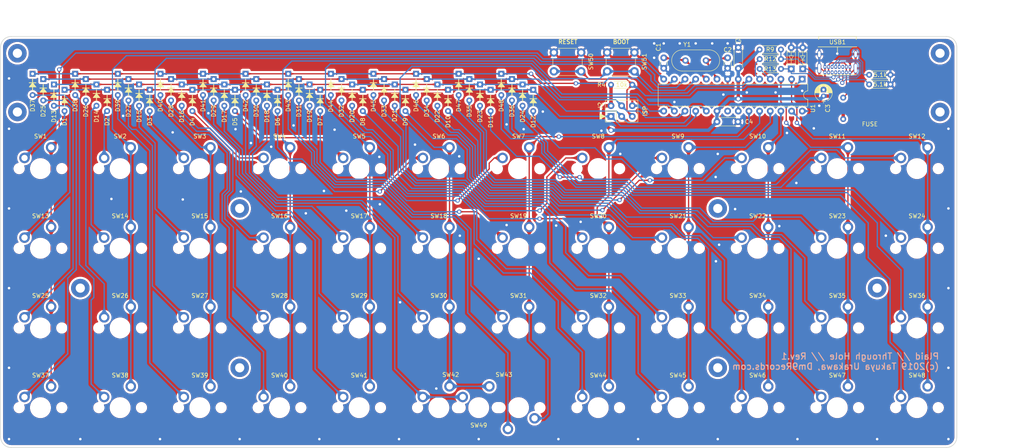
<source format=kicad_pcb>
(kicad_pcb (version 20171130) (host pcbnew "(5.1.4-0-10_14)")
  (layers (0 F.Cu signal) (31 B.Cu signal) (34 B.Paste user) (35 F.Paste user) (36 B.SilkS user) (37 F.SilkS user) (38 B.Mask user) (39 F.Mask user) (44 Edge.Cuts user))
  (net 0 "")
  (net 1 "Net-(C1-Pad1)")
  (net 2 GND)
  (net 3 /ROW0)
  (net 4 "Net-(D3-Pad2)")
  (net 5 "Net-(D4-Pad2)")
  (net 6 "Net-(D5-Pad2)")
  (net 7 "Net-(D6-Pad2)")
  (net 8 "Net-(D7-Pad2)")
  (net 9 "Net-(D8-Pad2)")
  (net 10 "Net-(D9-Pad2)")
  (net 11 "Net-(D10-Pad2)")
  (net 12 "Net-(D11-Pad2)")
  (net 13 "Net-(D12-Pad2)")
  (net 14 /ROW1)
  (net 15 "Net-(D13-Pad2)")
  (net 16 "Net-(D14-Pad2)")
  (net 17 "Net-(D15-Pad2)")
  (net 18 "Net-(D16-Pad2)")
  (net 19 "Net-(D17-Pad2)")
  (net 20 "Net-(D18-Pad2)")
  (net 21 "Net-(D19-Pad2)")
  (net 22 "Net-(D20-Pad2)")
  (net 23 "Net-(D21-Pad2)")
  (net 24 "Net-(D22-Pad2)")
  (net 25 "Net-(D23-Pad2)")
  (net 26 "Net-(D24-Pad2)")
  (net 27 "Net-(D25-Pad2)")
  (net 28 /ROW2)
  (net 29 "Net-(D26-Pad2)")
  (net 30 "Net-(D27-Pad2)")
  (net 31 "Net-(D28-Pad2)")
  (net 32 "Net-(D29-Pad2)")
  (net 33 "Net-(D30-Pad2)")
  (net 34 "Net-(D31-Pad2)")
  (net 35 "Net-(D32-Pad2)")
  (net 36 "Net-(D33-Pad2)")
  (net 37 "Net-(D34-Pad2)")
  (net 38 "Net-(D35-Pad2)")
  (net 39 "Net-(D36-Pad2)")
  (net 40 "Net-(D37-Pad2)")
  (net 41 "Net-(D38-Pad2)")
  (net 42 "Net-(D39-Pad2)")
  (net 43 "Net-(D40-Pad2)")
  (net 44 "Net-(D41-Pad2)")
  (net 45 "Net-(D42-Pad2)")
  (net 46 "Net-(D43-Pad2)")
  (net 47 "Net-(D44-Pad2)")
  (net 48 "Net-(D45-Pad2)")
  (net 49 "Net-(D46-Pad2)")
  (net 50 "Net-(D47-Pad2)")
  (net 51 "Net-(D48-Pad2)")
  (net 52 /USB_D+)
  (net 53 /USB_D-)
  (net 54 /RESET)
  (net 55 /COL0)
  (net 56 /COL1)
  (net 57 /COL2)
  (net 58 /COL3)
  (net 59 /COL4)
  (net 60 /COL5)
  (net 61 /COL6)
  (net 62 /COL7)
  (net 63 /COL8)
  (net 64 /COL9)
  (net 65 /COL10)
  (net 66 /COL11)
  (net 67 "Net-(C2-Pad1)")
  (net 68 +5V)
  (net 69 "Net-(D1-Pad2)")
  (net 70 "Net-(D2-Pad2)")
  (net 71 /i2c_SCL)
  (net 72 /i2c_SDA)
  (net 73 /ROW3)
  (net 74 "Net-(U1-Pad21)")
  (net 75 "Net-(D52-Pad1)")
  (net 76 VCC)
  (net 77 "Net-(R11-Pad1)")
  (net 78 "Net-(USB1-PadB8)")
  (net 79 "Net-(D51-Pad1)")
  (net 80 "Net-(USB1-PadA8)")
  (net 81 "Net-(R10-Pad2)")
  (module Resistor_THT:R_Axial_DIN0204_L3.6mm_D1.6mm_P5.08mm_Horizontal (layer F.Cu) (at 257.0988 59.1312)
    (fp_text reference R11 hide)
    (fp_text value 5.1k (at 2.6416 0) (layer F.SilkS))
    (pad 2 thru_hole oval (at 5.08 0) (size 1.4 1.4) (drill 0.7) (layers *.Cu *.Mask) (net 2 GND))
    (pad 1 thru_hole circle (at 0 0) (size 1.4 1.4) (drill 0.7) (layers *.Cu *.Mask) (net 77 "Net-(R11-Pad1)"))
  )
  (module Resistor_THT:R_Axial_DIN0204_L3.6mm_D1.6mm_P5.08mm_Horizontal (layer F.Cu) (at 262.1788 61.4172 180)
    (fp_text reference R10)
    (fp_text value 5.1k (at 2.4892 0) (layer F.SilkS))
    (pad 2 thru_hole oval (at 5.08 0 180) (size 1.4 1.4) (drill 0.7) (layers *.Cu *.Mask) (net 81 "Net-(R10-Pad2)"))
    (pad 1 thru_hole circle (at 0 0 180) (size 1.4 1.4) (drill 0.7) (layers *.Cu *.Mask) (net 2 GND))
  )
  (module cftkb:D_DO-35_SOD27_P5.08mm_Horizontal (layer F.Cu) (at 241.262 58.9916 90)
    (fp_text reference D51)
    (fp_text value 3.6V)
    (pad 1 thru_hole rect (at 1.27 0 90) (size 1.6 1.6) (drill 0.8) (layers *.Cu *.Mask) (net 79 "Net-(D51-Pad1)"))
    (pad 2 thru_hole oval (at 6.35 0 90) (size 1.6 1.6) (drill 0.8) (layers *.Cu *.Mask) (net 2 GND))
  )
  (module Resistor_THT:R_Axial_DIN0204_L3.6mm_D1.6mm_P5.08mm_Horizontal (layer F.Cu) (at 231.0004 57.7216)
    (fp_text reference R13 (at 2.4765 0.0381) (layer F.SilkS))
    (fp_text value 75R)
    (pad 1 thru_hole circle (at 0 0) (size 1.4 1.4) (drill 0.7) (layers *.Cu *.Mask) (net 52 /USB_D+))
    (pad 2 thru_hole oval (at 5.08 0) (size 1.4 1.4) (drill 0.7) (layers *.Cu *.Mask) (net 75 "Net-(D52-Pad1)"))
  )
  (module Resistor_THT:R_Axial_DIN0204_L3.6mm_D1.6mm_P5.08mm_Horizontal (layer F.Cu) (at 231.0004 55.3848)
    (fp_text reference R12 (at 2.54 -0.0127) (layer F.SilkS))
    (fp_text value 75R)
    (pad 1 thru_hole circle (at 0 0) (size 1.4 1.4) (drill 0.7) (layers *.Cu *.Mask) (net 53 /USB_D-))
    (pad 2 thru_hole oval (at 5.08 0) (size 1.4 1.4) (drill 0.7) (layers *.Cu *.Mask) (net 79 "Net-(D51-Pad1)"))
  )
  (module Resistor_THT:R_Axial_DIN0204_L3.6mm_D1.6mm_P5.08mm_Horizontal (layer F.Cu) (at 230.975 53.1115)
    (fp_text reference R9 (at 2.5146 -0.0127) (layer F.SilkS))
    (fp_text value 1.5k)
    (pad 2 thru_hole oval (at 5.08 0) (size 1.4 1.4) (drill 0.7) (layers *.Cu *.Mask) (net 79 "Net-(D51-Pad1)"))
    (pad 1 thru_hole circle (at 0 0) (size 1.4 1.4) (drill 0.7) (layers *.Cu *.Mask) (net 68 +5V))
  )
  (module cftkb:USB_C_GCT_USB4085 (layer F.Cu) (at 249.5406 52.464 180)
    (fp_text reference USB1 (at -0.017498 1.13737) (layer F.SilkS))
    (fp_text value Type-C_USB_C_GCT_USB4085)
    (pad A5 thru_hole oval (at -1.275 -6.1 180) (size 0.65 1) (drill 0.4) (layers *.Cu *.Mask) (net 81 "Net-(R10-Pad2)"))
    (pad A1 thru_hole oval (at -2.975 -6.1 180) (size 0.65 1) (drill 0.4) (layers *.Cu *.Mask) (net 2 GND))
    (pad A4 thru_hole oval (at -2.125 -6.1 180) (size 0.65 1) (drill 0.4) (layers *.Cu *.Mask) (net 76 VCC))
    (pad A6 thru_hole oval (at -0.425 -6.1 180) (size 0.65 1) (drill 0.4) (layers *.Cu *.Mask) (net 75 "Net-(D52-Pad1)"))
    (pad A7 thru_hole oval (at 0.425 -6.1 180) (size 0.65 1) (drill 0.4) (layers *.Cu *.Mask) (net 79 "Net-(D51-Pad1)"))
    (pad A8 thru_hole oval (at 1.275 -6.1 180) (size 0.65 1) (drill 0.4) (layers *.Cu *.Mask) (net 80 "Net-(USB1-PadA8)"))
    (pad A9 thru_hole oval (at 2.125 -6.1 180) (size 0.65 1) (drill 0.4) (layers *.Cu *.Mask) (net 76 VCC))
    (pad A12 thru_hole oval (at 2.975 -6.1 180) (size 0.65 1) (drill 0.4) (layers *.Cu *.Mask) (net 2 GND))
    (pad B12 thru_hole oval (at -2.975 -4.775 180) (size 0.65 1) (drill 0.4) (layers *.Cu *.Mask) (net 2 GND))
    (pad B9 thru_hole oval (at -2.12 -4.775 180) (size 0.65 1) (drill 0.4) (layers *.Cu *.Mask) (net 76 VCC))
    (pad B8 thru_hole oval (at -1.27 -4.775 180) (size 0.65 1) (drill 0.4) (layers *.Cu *.Mask) (net 78 "Net-(USB1-PadB8)"))
    (pad B7 thru_hole oval (at -0.42 -4.775 180) (size 0.65 1) (drill 0.4) (layers *.Cu *.Mask) (net 79 "Net-(D51-Pad1)"))
    (pad B6 thru_hole oval (at 0.43 -4.775 180) (size 0.65 1) (drill 0.4) (layers *.Cu *.Mask) (net 75 "Net-(D52-Pad1)"))
    (pad B5 thru_hole oval (at 1.28 -4.775 180) (size 0.65 1) (drill 0.4) (layers *.Cu *.Mask) (net 77 "Net-(R11-Pad1)"))
    (pad B4 thru_hole oval (at 2.13 -4.775 180) (size 0.65 1) (drill 0.4) (layers *.Cu *.Mask) (net 76 VCC))
    (pad B1 thru_hole oval (at 2.98 -4.775 180) (size 0.65 1) (drill 0.4) (layers *.Cu *.Mask) (net 2 GND))
    (pad S1 thru_hole oval (at -4.325 -5.12 180) (size 0.9 2.4) (drill oval 0.6 2.1) (layers *.Cu *.Mask) (net 2 GND))
    (pad S1 thru_hole oval (at 4.325 -5.12 180) (size 0.9 2.4) (drill oval 0.6 2.1) (layers *.Cu *.Mask) (net 2 GND))
    (pad S1 thru_hole oval (at -4.325 -1.74 180) (size 0.9 1.7) (drill oval 0.6 1.4) (layers *.Cu *.Mask) (net 2 GND))
    (pad S1 thru_hole oval (at 4.325 -1.74 180) (size 0.9 1.7) (drill oval 0.6 1.4) (layers *.Cu *.Mask) (net 2 GND))
  )
  (module cftkb:polyfuse_5.1mm (layer F.Cu) (at 250.914 67.135 90)
    (fp_text reference F2)
    (fp_text value 500mA)
    (fp_text user FUSE (at -3.7565 6.35 180) (layer F.SilkS))
    (pad 1 thru_hole circle (at -2.55 0 90) (size 1.4 1.4) (drill 0.7) (layers *.Cu *.Mask) (net 68 +5V))
    (pad 2 thru_hole circle (at 2.55 0 90) (size 1.4 1.4) (drill 0.7) (layers *.Cu *.Mask) (net 76 VCC))
  )
  (module cftkb:D_DO-35_SOD27_P5.08mm_Horizontal (layer F.Cu) (at 238.5188 58.9916 90)
    (fp_text reference D52)
    (fp_text value 3.6V)
    (pad 1 thru_hole rect (at 1.27 0 90) (size 1.6 1.6) (drill 0.8) (layers *.Cu *.Mask) (net 75 "Net-(D52-Pad1)"))
    (pad 2 thru_hole oval (at 6.35 0 90) (size 1.6 1.6) (drill 0.8) (layers *.Cu *.Mask) (net 2 GND))
  )
  (module Capacitors_THT:CP_Radial_D4.0mm_P1.50mm (layer F.Cu) (at 246.215 64.2 90)
    (fp_text reference C3 (at -2.945 1.016 90) (layer F.SilkS))
    (fp_text value 4.7u)
    (pad 1 thru_hole circle (at 0 0 90) (size 1.2 1.2) (drill 0.6) (layers *.Cu *.Mask) (net 68 +5V))
    (pad 2 thru_hole rect (at 1.5 0 90) (size 1.2 1.2) (drill 0.6) (layers *.Cu *.Mask) (net 2 GND))
  )
  (module SMKJP:SW_Cherry_MX1A_1.00u_PCB (layer F.Cu) (at 173.5 138.5 180)
    (fp_text reference SW43 (at 3.485 7.855 180) (layer F.SilkS))
    (fp_text value SW_Push hide)
    (pad "" np_thru_hole circle (at -5.08 0 180) (size 1.7 1.7) (drill 1.7) (layers *.Cu *.Mask))
    (pad "" np_thru_hole circle (at 0 0 180) (size 4 4) (drill 4) (layers *.Cu *.Mask))
    (pad 1 thru_hole circle (at -3.81 -2.54 180) (size 2.5 2.5) (drill 1.5) (layers *.Cu *.Mask) (net 61 /COL6))
    (pad 2 thru_hole circle (at 2.54 -5.08 180) (size 2.5 2.5) (drill 1.5) (layers *.Cu *.Mask) (net 46 "Net-(D43-Pad2)"))
  )
  (module SMKJP:SW_Cherry_MX1A_1.00u_PCB (layer F.Cu) (at 154.5 138.5)
    (fp_text reference SW42 (at 2.815 -7.855) (layer F.SilkS))
    (fp_text value SW_Push hide)
    (pad "" np_thru_hole circle (at -5.08 0) (size 1.7 1.7) (drill 1.7) (layers *.Cu *.Mask))
    (pad "" np_thru_hole circle (at 0 0) (size 4 4) (drill 4) (layers *.Cu *.Mask))
    (pad 1 thru_hole circle (at -3.81 -2.54) (size 2.5 2.5) (drill 1.5) (layers *.Cu *.Mask) (net 45 "Net-(D42-Pad2)"))
    (pad 2 thru_hole circle (at 2.54 -5.08) (size 2.5 2.5) (drill 1.5) (layers *.Cu *.Mask) (net 60 /COL5))
  )
  (module SMKJP:SW_Cherry_MX1A_2.0U_PCB_universal_center (layer F.Cu) (at 164 138.5)
    (fp_text reference SW49 (at 0 4.21) (layer F.SilkS))
    (fp_text value SW_Push hide)
    (pad 2 thru_hole circle (at 2.54 -5.08) (size 2.5 2.5) (drill 1.5) (layers *.Cu *.Mask) (net 60 /COL5))
    (pad 1 thru_hole circle (at -3.81 -2.54) (size 2.5 2.5) (drill 1.5) (layers *.Cu *.Mask) (net 45 "Net-(D42-Pad2)"))
    (pad "" np_thru_hole circle (at 0 0) (size 4 4) (drill 4) (layers *.Cu *.Mask))
    (pad "" np_thru_hole oval (at -4.75 0) (size 2.36 1.7) (drill oval 2.36 1.7) (layers *.Cu *.Mask))
    (pad "" np_thru_hole oval (at 4.75 0) (size 2.36 1.7) (drill oval 2.36 1.7) (layers *.Cu *.Mask))
  )
  (module Capacitors_THT:C_Disc_D4.3mm_W1.9mm_P5.00mm (layer F.Cu) (at 225.895 57.62 90)
    (fp_text reference C5 (at 6.604 0 180) (layer F.SilkS) (effects (font (size 0.8 0.8) (thickness 0.1))))
    (fp_text value 100n)
    (pad 1 thru_hole circle (at 0 0 90) (size 1.6 1.6) (drill 0.8) (layers *.Cu *.Mask) (net 68 +5V))
    (pad 2 thru_hole circle (at 5 0 90) (size 1.6 1.6) (drill 0.8) (layers *.Cu *.Mask) (net 2 GND))
  )
  (module Capacitors_THT:C_Disc_D4.3mm_W1.9mm_P5.00mm (layer F.Cu) (at 220.815 70.32)
    (fp_text reference C4 (at 7.62 0) (layer F.SilkS))
    (fp_text value 100n)
    (pad 1 thru_hole circle (at 0 0) (size 1.6 1.6) (drill 0.8) (layers *.Cu *.Mask) (net 68 +5V))
    (pad 2 thru_hole circle (at 5 0) (size 1.6 1.6) (drill 0.8) (layers *.Cu *.Mask) (net 2 GND))
  )
  (module SMKJP:SW_Cherry_MX1A_1.00u_PCB (layer F.Cu) (at 249.5 81.5)
    (fp_text reference SW11 (at 0 -7.7) (layer F.SilkS))
    (fp_text value SW_Push hide)
    (pad "" np_thru_hole circle (at 5.08 0) (size 1.7 1.7) (drill 1.7) (layers *.Cu *.Mask))
    (pad "" np_thru_hole circle (at -5.08 0) (size 1.7 1.7) (drill 1.7) (layers *.Cu *.Mask))
    (pad "" np_thru_hole circle (at 0 0) (size 4 4) (drill 4) (layers *.Cu *.Mask))
    (pad 1 thru_hole circle (at -3.81 -2.54) (size 2.5 2.5) (drill 1.5) (layers *.Cu *.Mask) (net 12 "Net-(D11-Pad2)"))
    (pad 2 thru_hole circle (at 2.54 -5.08) (size 2.5 2.5) (drill 1.5) (layers *.Cu *.Mask) (net 65 /COL10))
  )
  (module SMKJP:SW_Cherry_MX1A_1.00u_PCB (layer F.Cu) (at 173.5 100.5)
    (fp_text reference SW19 (at 0 -7.7) (layer F.SilkS))
    (fp_text value SW_Push hide)
    (pad "" np_thru_hole circle (at 5.08 0) (size 1.7 1.7) (drill 1.7) (layers *.Cu *.Mask))
    (pad "" np_thru_hole circle (at -5.08 0) (size 1.7 1.7) (drill 1.7) (layers *.Cu *.Mask))
    (pad "" np_thru_hole circle (at 0 0) (size 4 4) (drill 4) (layers *.Cu *.Mask))
    (pad 1 thru_hole circle (at -3.81 -2.54) (size 2.5 2.5) (drill 1.5) (layers *.Cu *.Mask) (net 21 "Net-(D19-Pad2)"))
    (pad 2 thru_hole circle (at 2.54 -5.08) (size 2.5 2.5) (drill 1.5) (layers *.Cu *.Mask) (net 61 /COL6))
  )
  (module SMKJP:SW_Cherry_MX1A_1.00u_PCB (layer F.Cu) (at 192.5 81.5)
    (fp_text reference SW8 (at 0 -7.7) (layer F.SilkS))
    (fp_text value SW_Push hide)
    (pad "" np_thru_hole circle (at 5.08 0) (size 1.7 1.7) (drill 1.7) (layers *.Cu *.Mask))
    (pad "" np_thru_hole circle (at -5.08 0) (size 1.7 1.7) (drill 1.7) (layers *.Cu *.Mask))
    (pad "" np_thru_hole circle (at 0 0) (size 4 4) (drill 4) (layers *.Cu *.Mask))
    (pad 1 thru_hole circle (at -3.81 -2.54) (size 2.5 2.5) (drill 1.5) (layers *.Cu *.Mask) (net 9 "Net-(D8-Pad2)"))
    (pad 2 thru_hole circle (at 2.54 -5.08) (size 2.5 2.5) (drill 1.5) (layers *.Cu *.Mask) (net 62 /COL7))
  )
  (module SMKJP:SW_Cherry_MX1A_1.00u_PCB (layer F.Cu) (at 211.5 81.5)
    (fp_text reference SW9 (at 0 -7.7) (layer F.SilkS))
    (fp_text value SW_Push hide)
    (pad "" np_thru_hole circle (at 5.08 0) (size 1.7 1.7) (drill 1.7) (layers *.Cu *.Mask))
    (pad "" np_thru_hole circle (at -5.08 0) (size 1.7 1.7) (drill 1.7) (layers *.Cu *.Mask))
    (pad "" np_thru_hole circle (at 0 0) (size 4 4) (drill 4) (layers *.Cu *.Mask))
    (pad 1 thru_hole circle (at -3.81 -2.54) (size 2.5 2.5) (drill 1.5) (layers *.Cu *.Mask) (net 10 "Net-(D9-Pad2)"))
    (pad 2 thru_hole circle (at 2.54 -5.08) (size 2.5 2.5) (drill 1.5) (layers *.Cu *.Mask) (net 63 /COL8))
  )
  (module SMKJP:SW_Cherry_MX1A_1.00u_PCB (layer F.Cu) (at 173.5 81.5)
    (fp_text reference SW7 (at 0 -7.7) (layer F.SilkS))
    (fp_text value SW_Push hide)
    (pad "" np_thru_hole circle (at 5.08 0) (size 1.7 1.7) (drill 1.7) (layers *.Cu *.Mask))
    (pad "" np_thru_hole circle (at -5.08 0) (size 1.7 1.7) (drill 1.7) (layers *.Cu *.Mask))
    (pad "" np_thru_hole circle (at 0 0) (size 4 4) (drill 4) (layers *.Cu *.Mask))
    (pad 1 thru_hole circle (at -3.81 -2.54) (size 2.5 2.5) (drill 1.5) (layers *.Cu *.Mask) (net 8 "Net-(D7-Pad2)"))
    (pad 2 thru_hole circle (at 2.54 -5.08) (size 2.5 2.5) (drill 1.5) (layers *.Cu *.Mask) (net 61 /COL6))
  )
  (module SMKJP:SW_Cherry_MX1A_1.00u_PCB (layer F.Cu) (at 78.5 81.5)
    (fp_text reference SW2 (at 0 -7.7) (layer F.SilkS))
    (fp_text value SW_Push hide)
    (pad "" np_thru_hole circle (at 5.08 0) (size 1.7 1.7) (drill 1.7) (layers *.Cu *.Mask))
    (pad "" np_thru_hole circle (at -5.08 0) (size 1.7 1.7) (drill 1.7) (layers *.Cu *.Mask))
    (pad "" np_thru_hole circle (at 0 0) (size 4 4) (drill 4) (layers *.Cu *.Mask))
    (pad 1 thru_hole circle (at -3.81 -2.54) (size 2.5 2.5) (drill 1.5) (layers *.Cu *.Mask) (net 70 "Net-(D2-Pad2)"))
    (pad 2 thru_hole circle (at 2.54 -5.08) (size 2.5 2.5) (drill 1.5) (layers *.Cu *.Mask) (net 56 /COL1))
  )
  (module SMKJP:SW_Cherry_MX1A_1.00u_PCB (layer F.Cu) (at 116.5 138.5)
    (fp_text reference SW40 (at 0 -7.7) (layer F.SilkS))
    (fp_text value SW_Push hide)
    (pad "" np_thru_hole circle (at 5.08 0) (size 1.7 1.7) (drill 1.7) (layers *.Cu *.Mask))
    (pad "" np_thru_hole circle (at -5.08 0) (size 1.7 1.7) (drill 1.7) (layers *.Cu *.Mask))
    (pad "" np_thru_hole circle (at 0 0) (size 4 4) (drill 4) (layers *.Cu *.Mask))
    (pad 1 thru_hole circle (at -3.81 -2.54) (size 2.5 2.5) (drill 1.5) (layers *.Cu *.Mask) (net 43 "Net-(D40-Pad2)"))
    (pad 2 thru_hole circle (at 2.54 -5.08) (size 2.5 2.5) (drill 1.5) (layers *.Cu *.Mask) (net 58 /COL3))
  )
  (module SMKJP:SW_Cherry_MX1A_1.00u_PCB (layer F.Cu) (at 116.5 119.5)
    (fp_text reference SW28 (at 0 -7.7) (layer F.SilkS))
    (fp_text value SW_Push hide)
    (pad "" np_thru_hole circle (at 5.08 0) (size 1.7 1.7) (drill 1.7) (layers *.Cu *.Mask))
    (pad "" np_thru_hole circle (at -5.08 0) (size 1.7 1.7) (drill 1.7) (layers *.Cu *.Mask))
    (pad "" np_thru_hole circle (at 0 0) (size 4 4) (drill 4) (layers *.Cu *.Mask))
    (pad 1 thru_hole circle (at -3.81 -2.54) (size 2.5 2.5) (drill 1.5) (layers *.Cu *.Mask) (net 31 "Net-(D28-Pad2)"))
    (pad 2 thru_hole circle (at 2.54 -5.08) (size 2.5 2.5) (drill 1.5) (layers *.Cu *.Mask) (net 58 /COL3))
  )
  (module SMKJP:SW_Cherry_MX1A_1.00u_PCB (layer F.Cu) (at 59.5 81.5)
    (fp_text reference SW1 (at 0 -7.7) (layer F.SilkS))
    (fp_text value SW_Push hide)
    (pad "" np_thru_hole circle (at 5.08 0) (size 1.7 1.7) (drill 1.7) (layers *.Cu *.Mask))
    (pad "" np_thru_hole circle (at -5.08 0) (size 1.7 1.7) (drill 1.7) (layers *.Cu *.Mask))
    (pad "" np_thru_hole circle (at 0 0) (size 4 4) (drill 4) (layers *.Cu *.Mask))
    (pad 1 thru_hole circle (at -3.81 -2.54) (size 2.5 2.5) (drill 1.5) (layers *.Cu *.Mask) (net 69 "Net-(D1-Pad2)"))
    (pad 2 thru_hole circle (at 2.54 -5.08) (size 2.5 2.5) (drill 1.5) (layers *.Cu *.Mask) (net 55 /COL0))
  )
  (module SMKJP:SW_Cherry_MX1A_1.00u_PCB (layer F.Cu) (at 97.5 81.5)
    (fp_text reference SW3 (at 0 -7.7) (layer F.SilkS))
    (fp_text value SW_Push hide)
    (pad "" np_thru_hole circle (at 5.08 0) (size 1.7 1.7) (drill 1.7) (layers *.Cu *.Mask))
    (pad "" np_thru_hole circle (at -5.08 0) (size 1.7 1.7) (drill 1.7) (layers *.Cu *.Mask))
    (pad "" np_thru_hole circle (at 0 0) (size 4 4) (drill 4) (layers *.Cu *.Mask))
    (pad 1 thru_hole circle (at -3.81 -2.54) (size 2.5 2.5) (drill 1.5) (layers *.Cu *.Mask) (net 4 "Net-(D3-Pad2)"))
    (pad 2 thru_hole circle (at 2.54 -5.08) (size 2.5 2.5) (drill 1.5) (layers *.Cu *.Mask) (net 57 /COL2))
  )
  (module SMKJP:SW_Cherry_MX1A_1.00u_PCB (layer F.Cu) (at 116.5 81.5)
    (fp_text reference SW4 (at 0 -7.7) (layer F.SilkS))
    (fp_text value SW_Push hide)
    (pad "" np_thru_hole circle (at 5.08 0) (size 1.7 1.7) (drill 1.7) (layers *.Cu *.Mask))
    (pad "" np_thru_hole circle (at -5.08 0) (size 1.7 1.7) (drill 1.7) (layers *.Cu *.Mask))
    (pad "" np_thru_hole circle (at 0 0) (size 4 4) (drill 4) (layers *.Cu *.Mask))
    (pad 1 thru_hole circle (at -3.81 -2.54) (size 2.5 2.5) (drill 1.5) (layers *.Cu *.Mask) (net 5 "Net-(D4-Pad2)"))
    (pad 2 thru_hole circle (at 2.54 -5.08) (size 2.5 2.5) (drill 1.5) (layers *.Cu *.Mask) (net 58 /COL3))
  )
  (module SMKJP:SW_Cherry_MX1A_1.00u_PCB (layer F.Cu) (at 135.5 81.5)
    (fp_text reference SW5 (at 0 -7.7) (layer F.SilkS))
    (fp_text value SW_Push hide)
    (pad "" np_thru_hole circle (at 5.08 0) (size 1.7 1.7) (drill 1.7) (layers *.Cu *.Mask))
    (pad "" np_thru_hole circle (at -5.08 0) (size 1.7 1.7) (drill 1.7) (layers *.Cu *.Mask))
    (pad "" np_thru_hole circle (at 0 0) (size 4 4) (drill 4) (layers *.Cu *.Mask))
    (pad 1 thru_hole circle (at -3.81 -2.54) (size 2.5 2.5) (drill 1.5) (layers *.Cu *.Mask) (net 6 "Net-(D5-Pad2)"))
    (pad 2 thru_hole circle (at 2.54 -5.08) (size 2.5 2.5) (drill 1.5) (layers *.Cu *.Mask) (net 59 /COL4))
  )
  (module SMKJP:SW_Cherry_MX1A_1.00u_PCB (layer F.Cu) (at 154.5 81.5)
    (fp_text reference SW6 (at 0 -7.7) (layer F.SilkS))
    (fp_text value SW_Push hide)
    (pad "" np_thru_hole circle (at 5.08 0) (size 1.7 1.7) (drill 1.7) (layers *.Cu *.Mask))
    (pad "" np_thru_hole circle (at -5.08 0) (size 1.7 1.7) (drill 1.7) (layers *.Cu *.Mask))
    (pad "" np_thru_hole circle (at 0 0) (size 4 4) (drill 4) (layers *.Cu *.Mask))
    (pad 1 thru_hole circle (at -3.81 -2.54) (size 2.5 2.5) (drill 1.5) (layers *.Cu *.Mask) (net 7 "Net-(D6-Pad2)"))
    (pad 2 thru_hole circle (at 2.54 -5.08) (size 2.5 2.5) (drill 1.5) (layers *.Cu *.Mask) (net 60 /COL5))
  )
  (module SMKJP:SW_Cherry_MX1A_1.00u_PCB (layer F.Cu) (at 230.5 81.5)
    (fp_text reference SW10 (at 0 -7.7) (layer F.SilkS))
    (fp_text value SW_Push hide)
    (pad "" np_thru_hole circle (at 5.08 0) (size 1.7 1.7) (drill 1.7) (layers *.Cu *.Mask))
    (pad "" np_thru_hole circle (at -5.08 0) (size 1.7 1.7) (drill 1.7) (layers *.Cu *.Mask))
    (pad "" np_thru_hole circle (at 0 0) (size 4 4) (drill 4) (layers *.Cu *.Mask))
    (pad 1 thru_hole circle (at -3.81 -2.54) (size 2.5 2.5) (drill 1.5) (layers *.Cu *.Mask) (net 11 "Net-(D10-Pad2)"))
    (pad 2 thru_hole circle (at 2.54 -5.08) (size 2.5 2.5) (drill 1.5) (layers *.Cu *.Mask) (net 64 /COL9))
  )
  (module SMKJP:SW_Cherry_MX1A_1.00u_PCB (layer F.Cu) (at 268.5 81.5)
    (fp_text reference SW12 (at 0 -7.7) (layer F.SilkS))
    (fp_text value SW_Push hide)
    (pad "" np_thru_hole circle (at 5.08 0) (size 1.7 1.7) (drill 1.7) (layers *.Cu *.Mask))
    (pad "" np_thru_hole circle (at -5.08 0) (size 1.7 1.7) (drill 1.7) (layers *.Cu *.Mask))
    (pad "" np_thru_hole circle (at 0 0) (size 4 4) (drill 4) (layers *.Cu *.Mask))
    (pad 1 thru_hole circle (at -3.81 -2.54) (size 2.5 2.5) (drill 1.5) (layers *.Cu *.Mask) (net 13 "Net-(D12-Pad2)"))
    (pad 2 thru_hole circle (at 2.54 -5.08) (size 2.5 2.5) (drill 1.5) (layers *.Cu *.Mask) (net 66 /COL11))
  )
  (module SMKJP:SW_Cherry_MX1A_1.00u_PCB (layer F.Cu) (at 59.5 100.5)
    (fp_text reference SW13 (at 0 -7.7) (layer F.SilkS))
    (fp_text value SW_Push hide)
    (pad "" np_thru_hole circle (at 5.08 0) (size 1.7 1.7) (drill 1.7) (layers *.Cu *.Mask))
    (pad "" np_thru_hole circle (at -5.08 0) (size 1.7 1.7) (drill 1.7) (layers *.Cu *.Mask))
    (pad "" np_thru_hole circle (at 0 0) (size 4 4) (drill 4) (layers *.Cu *.Mask))
    (pad 1 thru_hole circle (at -3.81 -2.54) (size 2.5 2.5) (drill 1.5) (layers *.Cu *.Mask) (net 15 "Net-(D13-Pad2)"))
    (pad 2 thru_hole circle (at 2.54 -5.08) (size 2.5 2.5) (drill 1.5) (layers *.Cu *.Mask) (net 55 /COL0))
  )
  (module SMKJP:SW_Cherry_MX1A_1.00u_PCB (layer F.Cu) (at 78.5 100.5)
    (fp_text reference SW14 (at 0 -7.7) (layer F.SilkS))
    (fp_text value SW_Push hide)
    (pad "" np_thru_hole circle (at 5.08 0) (size 1.7 1.7) (drill 1.7) (layers *.Cu *.Mask))
    (pad "" np_thru_hole circle (at -5.08 0) (size 1.7 1.7) (drill 1.7) (layers *.Cu *.Mask))
    (pad "" np_thru_hole circle (at 0 0) (size 4 4) (drill 4) (layers *.Cu *.Mask))
    (pad 1 thru_hole circle (at -3.81 -2.54) (size 2.5 2.5) (drill 1.5) (layers *.Cu *.Mask) (net 16 "Net-(D14-Pad2)"))
    (pad 2 thru_hole circle (at 2.54 -5.08) (size 2.5 2.5) (drill 1.5) (layers *.Cu *.Mask) (net 56 /COL1))
  )
  (module SMKJP:SW_Cherry_MX1A_1.00u_PCB (layer F.Cu) (at 97.5 100.5)
    (fp_text reference SW15 (at 0 -7.7) (layer F.SilkS))
    (fp_text value SW_Push hide)
    (pad "" np_thru_hole circle (at 5.08 0) (size 1.7 1.7) (drill 1.7) (layers *.Cu *.Mask))
    (pad "" np_thru_hole circle (at -5.08 0) (size 1.7 1.7) (drill 1.7) (layers *.Cu *.Mask))
    (pad "" np_thru_hole circle (at 0 0) (size 4 4) (drill 4) (layers *.Cu *.Mask))
    (pad 1 thru_hole circle (at -3.81 -2.54) (size 2.5 2.5) (drill 1.5) (layers *.Cu *.Mask) (net 17 "Net-(D15-Pad2)"))
    (pad 2 thru_hole circle (at 2.54 -5.08) (size 2.5 2.5) (drill 1.5) (layers *.Cu *.Mask) (net 57 /COL2))
  )
  (module SMKJP:SW_Cherry_MX1A_1.00u_PCB (layer F.Cu) (at 116.5 100.5)
    (fp_text reference SW16 (at 0 -7.7) (layer F.SilkS))
    (fp_text value SW_Push hide)
    (pad "" np_thru_hole circle (at 5.08 0) (size 1.7 1.7) (drill 1.7) (layers *.Cu *.Mask))
    (pad "" np_thru_hole circle (at -5.08 0) (size 1.7 1.7) (drill 1.7) (layers *.Cu *.Mask))
    (pad "" np_thru_hole circle (at 0 0) (size 4 4) (drill 4) (layers *.Cu *.Mask))
    (pad 1 thru_hole circle (at -3.81 -2.54) (size 2.5 2.5) (drill 1.5) (layers *.Cu *.Mask) (net 18 "Net-(D16-Pad2)"))
    (pad 2 thru_hole circle (at 2.54 -5.08) (size 2.5 2.5) (drill 1.5) (layers *.Cu *.Mask) (net 58 /COL3))
  )
  (module SMKJP:SW_Cherry_MX1A_1.00u_PCB (layer F.Cu) (at 135.5 100.5)
    (fp_text reference SW17 (at 0 -7.7) (layer F.SilkS))
    (fp_text value SW_Push hide)
    (pad "" np_thru_hole circle (at 5.08 0) (size 1.7 1.7) (drill 1.7) (layers *.Cu *.Mask))
    (pad "" np_thru_hole circle (at -5.08 0) (size 1.7 1.7) (drill 1.7) (layers *.Cu *.Mask))
    (pad "" np_thru_hole circle (at 0 0) (size 4 4) (drill 4) (layers *.Cu *.Mask))
    (pad 1 thru_hole circle (at -3.81 -2.54) (size 2.5 2.5) (drill 1.5) (layers *.Cu *.Mask) (net 19 "Net-(D17-Pad2)"))
    (pad 2 thru_hole circle (at 2.54 -5.08) (size 2.5 2.5) (drill 1.5) (layers *.Cu *.Mask) (net 59 /COL4))
  )
  (module SMKJP:SW_Cherry_MX1A_1.00u_PCB (layer F.Cu) (at 154.5 100.5)
    (fp_text reference SW18 (at 0 -7.7) (layer F.SilkS))
    (fp_text value SW_Push hide)
    (pad "" np_thru_hole circle (at 5.08 0) (size 1.7 1.7) (drill 1.7) (layers *.Cu *.Mask))
    (pad "" np_thru_hole circle (at -5.08 0) (size 1.7 1.7) (drill 1.7) (layers *.Cu *.Mask))
    (pad "" np_thru_hole circle (at 0 0) (size 4 4) (drill 4) (layers *.Cu *.Mask))
    (pad 1 thru_hole circle (at -3.81 -2.54) (size 2.5 2.5) (drill 1.5) (layers *.Cu *.Mask) (net 20 "Net-(D18-Pad2)"))
    (pad 2 thru_hole circle (at 2.54 -5.08) (size 2.5 2.5) (drill 1.5) (layers *.Cu *.Mask) (net 60 /COL5))
  )
  (module SMKJP:SW_Cherry_MX1A_1.00u_PCB (layer F.Cu) (at 192.5 100.5)
    (fp_text reference SW20 (at 0 -7.7) (layer F.SilkS))
    (fp_text value SW_Push hide)
    (pad "" np_thru_hole circle (at 5.08 0) (size 1.7 1.7) (drill 1.7) (layers *.Cu *.Mask))
    (pad "" np_thru_hole circle (at -5.08 0) (size 1.7 1.7) (drill 1.7) (layers *.Cu *.Mask))
    (pad "" np_thru_hole circle (at 0 0) (size 4 4) (drill 4) (layers *.Cu *.Mask))
    (pad 1 thru_hole circle (at -3.81 -2.54) (size 2.5 2.5) (drill 1.5) (layers *.Cu *.Mask) (net 22 "Net-(D20-Pad2)"))
    (pad 2 thru_hole circle (at 2.54 -5.08) (size 2.5 2.5) (drill 1.5) (layers *.Cu *.Mask) (net 62 /COL7))
  )
  (module SMKJP:SW_Cherry_MX1A_1.00u_PCB (layer F.Cu) (at 211.5 100.5)
    (fp_text reference SW21 (at 0 -7.7) (layer F.SilkS))
    (fp_text value SW_Push hide)
    (pad "" np_thru_hole circle (at 5.08 0) (size 1.7 1.7) (drill 1.7) (layers *.Cu *.Mask))
    (pad "" np_thru_hole circle (at -5.08 0) (size 1.7 1.7) (drill 1.7) (layers *.Cu *.Mask))
    (pad "" np_thru_hole circle (at 0 0) (size 4 4) (drill 4) (layers *.Cu *.Mask))
    (pad 1 thru_hole circle (at -3.81 -2.54) (size 2.5 2.5) (drill 1.5) (layers *.Cu *.Mask) (net 23 "Net-(D21-Pad2)"))
    (pad 2 thru_hole circle (at 2.54 -5.08) (size 2.5 2.5) (drill 1.5) (layers *.Cu *.Mask) (net 63 /COL8))
  )
  (module SMKJP:SW_Cherry_MX1A_1.00u_PCB (layer F.Cu) (at 230.5 100.5)
    (fp_text reference SW22 (at 0 -7.7) (layer F.SilkS))
    (fp_text value SW_Push hide)
    (pad "" np_thru_hole circle (at 5.08 0) (size 1.7 1.7) (drill 1.7) (layers *.Cu *.Mask))
    (pad "" np_thru_hole circle (at -5.08 0) (size 1.7 1.7) (drill 1.7) (layers *.Cu *.Mask))
    (pad "" np_thru_hole circle (at 0 0) (size 4 4) (drill 4) (layers *.Cu *.Mask))
    (pad 1 thru_hole circle (at -3.81 -2.54) (size 2.5 2.5) (drill 1.5) (layers *.Cu *.Mask) (net 24 "Net-(D22-Pad2)"))
    (pad 2 thru_hole circle (at 2.54 -5.08) (size 2.5 2.5) (drill 1.5) (layers *.Cu *.Mask) (net 64 /COL9))
  )
  (module SMKJP:SW_Cherry_MX1A_1.00u_PCB (layer F.Cu) (at 249.5 100.5)
    (fp_text reference SW23 (at 0 -7.7) (layer F.SilkS))
    (fp_text value SW_Push hide)
    (pad "" np_thru_hole circle (at 5.08 0) (size 1.7 1.7) (drill 1.7) (layers *.Cu *.Mask))
    (pad "" np_thru_hole circle (at -5.08 0) (size 1.7 1.7) (drill 1.7) (layers *.Cu *.Mask))
    (pad "" np_thru_hole circle (at 0 0) (size 4 4) (drill 4) (layers *.Cu *.Mask))
    (pad 1 thru_hole circle (at -3.81 -2.54) (size 2.5 2.5) (drill 1.5) (layers *.Cu *.Mask) (net 25 "Net-(D23-Pad2)"))
    (pad 2 thru_hole circle (at 2.54 -5.08) (size 2.5 2.5) (drill 1.5) (layers *.Cu *.Mask) (net 65 /COL10))
  )
  (module SMKJP:SW_Cherry_MX1A_1.00u_PCB (layer F.Cu) (at 268.5 100.5)
    (fp_text reference SW24 (at 0 -7.7) (layer F.SilkS))
    (fp_text value SW_Push hide)
    (pad "" np_thru_hole circle (at 5.08 0) (size 1.7 1.7) (drill 1.7) (layers *.Cu *.Mask))
    (pad "" np_thru_hole circle (at -5.08 0) (size 1.7 1.7) (drill 1.7) (layers *.Cu *.Mask))
    (pad "" np_thru_hole circle (at 0 0) (size 4 4) (drill 4) (layers *.Cu *.Mask))
    (pad 1 thru_hole circle (at -3.81 -2.54) (size 2.5 2.5) (drill 1.5) (layers *.Cu *.Mask) (net 26 "Net-(D24-Pad2)"))
    (pad 2 thru_hole circle (at 2.54 -5.08) (size 2.5 2.5) (drill 1.5) (layers *.Cu *.Mask) (net 66 /COL11))
  )
  (module SMKJP:SW_Cherry_MX1A_1.00u_PCB (layer F.Cu) (at 59.5 119.5)
    (fp_text reference SW25 (at 0 -7.7) (layer F.SilkS))
    (fp_text value SW_Push hide)
    (pad "" np_thru_hole circle (at 5.08 0) (size 1.7 1.7) (drill 1.7) (layers *.Cu *.Mask))
    (pad "" np_thru_hole circle (at -5.08 0) (size 1.7 1.7) (drill 1.7) (layers *.Cu *.Mask))
    (pad "" np_thru_hole circle (at 0 0) (size 4 4) (drill 4) (layers *.Cu *.Mask))
    (pad 1 thru_hole circle (at -3.81 -2.54) (size 2.5 2.5) (drill 1.5) (layers *.Cu *.Mask) (net 27 "Net-(D25-Pad2)"))
    (pad 2 thru_hole circle (at 2.54 -5.08) (size 2.5 2.5) (drill 1.5) (layers *.Cu *.Mask) (net 55 /COL0))
  )
  (module SMKJP:SW_Cherry_MX1A_1.00u_PCB (layer F.Cu) (at 78.5 119.5)
    (fp_text reference SW26 (at 0 -7.7) (layer F.SilkS))
    (fp_text value SW_Push hide)
    (pad "" np_thru_hole circle (at 5.08 0) (size 1.7 1.7) (drill 1.7) (layers *.Cu *.Mask))
    (pad "" np_thru_hole circle (at -5.08 0) (size 1.7 1.7) (drill 1.7) (layers *.Cu *.Mask))
    (pad "" np_thru_hole circle (at 0 0) (size 4 4) (drill 4) (layers *.Cu *.Mask))
    (pad 1 thru_hole circle (at -3.81 -2.54) (size 2.5 2.5) (drill 1.5) (layers *.Cu *.Mask) (net 29 "Net-(D26-Pad2)"))
    (pad 2 thru_hole circle (at 2.54 -5.08) (size 2.5 2.5) (drill 1.5) (layers *.Cu *.Mask) (net 56 /COL1))
  )
  (module SMKJP:SW_Cherry_MX1A_1.00u_PCB (layer F.Cu) (at 97.5 119.5)
    (fp_text reference SW27 (at 0 -7.7) (layer F.SilkS))
    (fp_text value SW_Push hide)
    (pad "" np_thru_hole circle (at 5.08 0) (size 1.7 1.7) (drill 1.7) (layers *.Cu *.Mask))
    (pad "" np_thru_hole circle (at -5.08 0) (size 1.7 1.7) (drill 1.7) (layers *.Cu *.Mask))
    (pad "" np_thru_hole circle (at 0 0) (size 4 4) (drill 4) (layers *.Cu *.Mask))
    (pad 1 thru_hole circle (at -3.81 -2.54) (size 2.5 2.5) (drill 1.5) (layers *.Cu *.Mask) (net 30 "Net-(D27-Pad2)"))
    (pad 2 thru_hole circle (at 2.54 -5.08) (size 2.5 2.5) (drill 1.5) (layers *.Cu *.Mask) (net 57 /COL2))
  )
  (module SMKJP:SW_Cherry_MX1A_1.00u_PCB (layer F.Cu) (at 135.5 119.5)
    (fp_text reference SW29 (at 0 -7.7) (layer F.SilkS))
    (fp_text value SW_Push hide)
    (pad "" np_thru_hole circle (at 5.08 0) (size 1.7 1.7) (drill 1.7) (layers *.Cu *.Mask))
    (pad "" np_thru_hole circle (at -5.08 0) (size 1.7 1.7) (drill 1.7) (layers *.Cu *.Mask))
    (pad "" np_thru_hole circle (at 0 0) (size 4 4) (drill 4) (layers *.Cu *.Mask))
    (pad 1 thru_hole circle (at -3.81 -2.54) (size 2.5 2.5) (drill 1.5) (layers *.Cu *.Mask) (net 32 "Net-(D29-Pad2)"))
    (pad 2 thru_hole circle (at 2.54 -5.08) (size 2.5 2.5) (drill 1.5) (layers *.Cu *.Mask) (net 59 /COL4))
  )
  (module SMKJP:SW_Cherry_MX1A_1.00u_PCB (layer F.Cu) (at 154.5 119.5)
    (fp_text reference SW30 (at 0 -7.7) (layer F.SilkS))
    (fp_text value SW_Push hide)
    (pad "" np_thru_hole circle (at 5.08 0) (size 1.7 1.7) (drill 1.7) (layers *.Cu *.Mask))
    (pad "" np_thru_hole circle (at -5.08 0) (size 1.7 1.7) (drill 1.7) (layers *.Cu *.Mask))
    (pad "" np_thru_hole circle (at 0 0) (size 4 4) (drill 4) (layers *.Cu *.Mask))
    (pad 1 thru_hole circle (at -3.81 -2.54) (size 2.5 2.5) (drill 1.5) (layers *.Cu *.Mask) (net 33 "Net-(D30-Pad2)"))
    (pad 2 thru_hole circle (at 2.54 -5.08) (size 2.5 2.5) (drill 1.5) (layers *.Cu *.Mask) (net 60 /COL5))
  )
  (module SMKJP:SW_Cherry_MX1A_1.00u_PCB (layer F.Cu) (at 173.5 119.5)
    (fp_text reference SW31 (at 0 -7.7) (layer F.SilkS))
    (fp_text value SW_Push hide)
    (pad "" np_thru_hole circle (at 5.08 0) (size 1.7 1.7) (drill 1.7) (layers *.Cu *.Mask))
    (pad "" np_thru_hole circle (at -5.08 0) (size 1.7 1.7) (drill 1.7) (layers *.Cu *.Mask))
    (pad "" np_thru_hole circle (at 0 0) (size 4 4) (drill 4) (layers *.Cu *.Mask))
    (pad 1 thru_hole circle (at -3.81 -2.54) (size 2.5 2.5) (drill 1.5) (layers *.Cu *.Mask) (net 34 "Net-(D31-Pad2)"))
    (pad 2 thru_hole circle (at 2.54 -5.08) (size 2.5 2.5) (drill 1.5) (layers *.Cu *.Mask) (net 61 /COL6))
  )
  (module SMKJP:SW_Cherry_MX1A_1.00u_PCB (layer F.Cu) (at 192.5 119.5)
    (fp_text reference SW32 (at 0 -7.7) (layer F.SilkS))
    (fp_text value SW_Push hide)
    (pad "" np_thru_hole circle (at 5.08 0) (size 1.7 1.7) (drill 1.7) (layers *.Cu *.Mask))
    (pad "" np_thru_hole circle (at -5.08 0) (size 1.7 1.7) (drill 1.7) (layers *.Cu *.Mask))
    (pad "" np_thru_hole circle (at 0 0) (size 4 4) (drill 4) (layers *.Cu *.Mask))
    (pad 1 thru_hole circle (at -3.81 -2.54) (size 2.5 2.5) (drill 1.5) (layers *.Cu *.Mask) (net 35 "Net-(D32-Pad2)"))
    (pad 2 thru_hole circle (at 2.54 -5.08) (size 2.5 2.5) (drill 1.5) (layers *.Cu *.Mask) (net 62 /COL7))
  )
  (module SMKJP:SW_Cherry_MX1A_1.00u_PCB (layer F.Cu) (at 211.5 119.5)
    (fp_text reference SW33 (at 0 -7.7) (layer F.SilkS))
    (fp_text value SW_Push hide)
    (pad "" np_thru_hole circle (at 5.08 0) (size 1.7 1.7) (drill 1.7) (layers *.Cu *.Mask))
    (pad "" np_thru_hole circle (at -5.08 0) (size 1.7 1.7) (drill 1.7) (layers *.Cu *.Mask))
    (pad "" np_thru_hole circle (at 0 0) (size 4 4) (drill 4) (layers *.Cu *.Mask))
    (pad 1 thru_hole circle (at -3.81 -2.54) (size 2.5 2.5) (drill 1.5) (layers *.Cu *.Mask) (net 36 "Net-(D33-Pad2)"))
    (pad 2 thru_hole circle (at 2.54 -5.08) (size 2.5 2.5) (drill 1.5) (layers *.Cu *.Mask) (net 63 /COL8))
  )
  (module SMKJP:SW_Cherry_MX1A_1.00u_PCB (layer F.Cu) (at 230.5 119.5)
    (fp_text reference SW34 (at 0 -7.7) (layer F.SilkS))
    (fp_text value SW_Push hide)
    (pad "" np_thru_hole circle (at 5.08 0) (size 1.7 1.7) (drill 1.7) (layers *.Cu *.Mask))
    (pad "" np_thru_hole circle (at -5.08 0) (size 1.7 1.7) (drill 1.7) (layers *.Cu *.Mask))
    (pad "" np_thru_hole circle (at 0 0) (size 4 4) (drill 4) (layers *.Cu *.Mask))
    (pad 1 thru_hole circle (at -3.81 -2.54) (size 2.5 2.5) (drill 1.5) (layers *.Cu *.Mask) (net 37 "Net-(D34-Pad2)"))
    (pad 2 thru_hole circle (at 2.54 -5.08) (size 2.5 2.5) (drill 1.5) (layers *.Cu *.Mask) (net 64 /COL9))
  )
  (module SMKJP:SW_Cherry_MX1A_1.00u_PCB (layer F.Cu) (at 249.5 119.5)
    (fp_text reference SW35 (at 0 -7.7) (layer F.SilkS))
    (fp_text value SW_Push hide)
    (pad "" np_thru_hole circle (at 5.08 0) (size 1.7 1.7) (drill 1.7) (layers *.Cu *.Mask))
    (pad "" np_thru_hole circle (at -5.08 0) (size 1.7 1.7) (drill 1.7) (layers *.Cu *.Mask))
    (pad "" np_thru_hole circle (at 0 0) (size 4 4) (drill 4) (layers *.Cu *.Mask))
    (pad 1 thru_hole circle (at -3.81 -2.54) (size 2.5 2.5) (drill 1.5) (layers *.Cu *.Mask) (net 38 "Net-(D35-Pad2)"))
    (pad 2 thru_hole circle (at 2.54 -5.08) (size 2.5 2.5) (drill 1.5) (layers *.Cu *.Mask) (net 65 /COL10))
  )
  (module SMKJP:SW_Cherry_MX1A_1.00u_PCB (layer F.Cu) (at 268.5 119.5)
    (fp_text reference SW36 (at 0 -7.7) (layer F.SilkS))
    (fp_text value SW_Push hide)
    (pad "" np_thru_hole circle (at 5.08 0) (size 1.7 1.7) (drill 1.7) (layers *.Cu *.Mask))
    (pad "" np_thru_hole circle (at -5.08 0) (size 1.7 1.7) (drill 1.7) (layers *.Cu *.Mask))
    (pad "" np_thru_hole circle (at 0 0) (size 4 4) (drill 4) (layers *.Cu *.Mask))
    (pad 1 thru_hole circle (at -3.81 -2.54) (size 2.5 2.5) (drill 1.5) (layers *.Cu *.Mask) (net 39 "Net-(D36-Pad2)"))
    (pad 2 thru_hole circle (at 2.54 -5.08) (size 2.5 2.5) (drill 1.5) (layers *.Cu *.Mask) (net 66 /COL11))
  )
  (module SMKJP:SW_Cherry_MX1A_1.00u_PCB (layer F.Cu) (at 59.5 138.5)
    (fp_text reference SW37 (at 0 -7.7) (layer F.SilkS))
    (fp_text value SW_Push hide)
    (pad "" np_thru_hole circle (at 5.08 0) (size 1.7 1.7) (drill 1.7) (layers *.Cu *.Mask))
    (pad "" np_thru_hole circle (at -5.08 0) (size 1.7 1.7) (drill 1.7) (layers *.Cu *.Mask))
    (pad "" np_thru_hole circle (at 0 0) (size 4 4) (drill 4) (layers *.Cu *.Mask))
    (pad 1 thru_hole circle (at -3.81 -2.54) (size 2.5 2.5) (drill 1.5) (layers *.Cu *.Mask) (net 40 "Net-(D37-Pad2)"))
    (pad 2 thru_hole circle (at 2.54 -5.08) (size 2.5 2.5) (drill 1.5) (layers *.Cu *.Mask) (net 55 /COL0))
  )
  (module SMKJP:SW_Cherry_MX1A_1.00u_PCB (layer F.Cu) (at 78.5 138.5)
    (fp_text reference SW38 (at 0 -7.7) (layer F.SilkS))
    (fp_text value SW_Push hide)
    (pad "" np_thru_hole circle (at 5.08 0) (size 1.7 1.7) (drill 1.7) (layers *.Cu *.Mask))
    (pad "" np_thru_hole circle (at -5.08 0) (size 1.7 1.7) (drill 1.7) (layers *.Cu *.Mask))
    (pad "" np_thru_hole circle (at 0 0) (size 4 4) (drill 4) (layers *.Cu *.Mask))
    (pad 1 thru_hole circle (at -3.81 -2.54) (size 2.5 2.5) (drill 1.5) (layers *.Cu *.Mask) (net 41 "Net-(D38-Pad2)"))
    (pad 2 thru_hole circle (at 2.54 -5.08) (size 2.5 2.5) (drill 1.5) (layers *.Cu *.Mask) (net 56 /COL1))
  )
  (module SMKJP:SW_Cherry_MX1A_1.00u_PCB (layer F.Cu) (at 97.5 138.5)
    (fp_text reference SW39 (at 0 -7.7) (layer F.SilkS))
    (fp_text value SW_Push hide)
    (pad "" np_thru_hole circle (at 5.08 0) (size 1.7 1.7) (drill 1.7) (layers *.Cu *.Mask))
    (pad "" np_thru_hole circle (at -5.08 0) (size 1.7 1.7) (drill 1.7) (layers *.Cu *.Mask))
    (pad "" np_thru_hole circle (at 0 0) (size 4 4) (drill 4) (layers *.Cu *.Mask))
    (pad 1 thru_hole circle (at -3.81 -2.54) (size 2.5 2.5) (drill 1.5) (layers *.Cu *.Mask) (net 42 "Net-(D39-Pad2)"))
    (pad 2 thru_hole circle (at 2.54 -5.08) (size 2.5 2.5) (drill 1.5) (layers *.Cu *.Mask) (net 57 /COL2))
  )
  (module SMKJP:SW_Cherry_MX1A_1.00u_PCB (layer F.Cu) (at 135.5 138.5)
    (fp_text reference SW41 (at 0 -7.7) (layer F.SilkS))
    (fp_text value SW_Push hide)
    (pad "" np_thru_hole circle (at 5.08 0) (size 1.7 1.7) (drill 1.7) (layers *.Cu *.Mask))
    (pad "" np_thru_hole circle (at -5.08 0) (size 1.7 1.7) (drill 1.7) (layers *.Cu *.Mask))
    (pad "" np_thru_hole circle (at 0 0) (size 4 4) (drill 4) (layers *.Cu *.Mask))
    (pad 1 thru_hole circle (at -3.81 -2.54) (size 2.5 2.5) (drill 1.5) (layers *.Cu *.Mask) (net 44 "Net-(D41-Pad2)"))
    (pad 2 thru_hole circle (at 2.54 -5.08) (size 2.5 2.5) (drill 1.5) (layers *.Cu *.Mask) (net 59 /COL4))
  )
  (module SMKJP:SW_Cherry_MX1A_1.00u_PCB (layer F.Cu) (at 192.5 138.5)
    (fp_text reference SW44 (at 0 -7.7) (layer F.SilkS))
    (fp_text value SW_Push hide)
    (pad "" np_thru_hole circle (at 5.08 0) (size 1.7 1.7) (drill 1.7) (layers *.Cu *.Mask))
    (pad "" np_thru_hole circle (at -5.08 0) (size 1.7 1.7) (drill 1.7) (layers *.Cu *.Mask))
    (pad "" np_thru_hole circle (at 0 0) (size 4 4) (drill 4) (layers *.Cu *.Mask))
    (pad 1 thru_hole circle (at -3.81 -2.54) (size 2.5 2.5) (drill 1.5) (layers *.Cu *.Mask) (net 47 "Net-(D44-Pad2)"))
    (pad 2 thru_hole circle (at 2.54 -5.08) (size 2.5 2.5) (drill 1.5) (layers *.Cu *.Mask) (net 62 /COL7))
  )
  (module SMKJP:SW_Cherry_MX1A_1.00u_PCB (layer F.Cu) (at 211.5 138.5)
    (fp_text reference SW45 (at 0 -7.7) (layer F.SilkS))
    (fp_text value SW_Push hide)
    (pad "" np_thru_hole circle (at 5.08 0) (size 1.7 1.7) (drill 1.7) (layers *.Cu *.Mask))
    (pad "" np_thru_hole circle (at -5.08 0) (size 1.7 1.7) (drill 1.7) (layers *.Cu *.Mask))
    (pad "" np_thru_hole circle (at 0 0) (size 4 4) (drill 4) (layers *.Cu *.Mask))
    (pad 1 thru_hole circle (at -3.81 -2.54) (size 2.5 2.5) (drill 1.5) (layers *.Cu *.Mask) (net 48 "Net-(D45-Pad2)"))
    (pad 2 thru_hole circle (at 2.54 -5.08) (size 2.5 2.5) (drill 1.5) (layers *.Cu *.Mask) (net 63 /COL8))
  )
  (module SMKJP:SW_Cherry_MX1A_1.00u_PCB (layer F.Cu) (at 230.5 138.5)
    (fp_text reference SW46 (at 0 -7.7) (layer F.SilkS))
    (fp_text value SW_Push hide)
    (pad "" np_thru_hole circle (at 5.08 0) (size 1.7 1.7) (drill 1.7) (layers *.Cu *.Mask))
    (pad "" np_thru_hole circle (at -5.08 0) (size 1.7 1.7) (drill 1.7) (layers *.Cu *.Mask))
    (pad "" np_thru_hole circle (at 0 0) (size 4 4) (drill 4) (layers *.Cu *.Mask))
    (pad 1 thru_hole circle (at -3.81 -2.54) (size 2.5 2.5) (drill 1.5) (layers *.Cu *.Mask) (net 49 "Net-(D46-Pad2)"))
    (pad 2 thru_hole circle (at 2.54 -5.08) (size 2.5 2.5) (drill 1.5) (layers *.Cu *.Mask) (net 64 /COL9))
  )
  (module SMKJP:SW_Cherry_MX1A_1.00u_PCB (layer F.Cu) (at 249.5 138.5)
    (fp_text reference SW47 (at 0 -7.7) (layer F.SilkS))
    (fp_text value SW_Push hide)
    (pad "" np_thru_hole circle (at 5.08 0) (size 1.7 1.7) (drill 1.7) (layers *.Cu *.Mask))
    (pad "" np_thru_hole circle (at -5.08 0) (size 1.7 1.7) (drill 1.7) (layers *.Cu *.Mask))
    (pad "" np_thru_hole circle (at 0 0) (size 4 4) (drill 4) (layers *.Cu *.Mask))
    (pad 1 thru_hole circle (at -3.81 -2.54) (size 2.5 2.5) (drill 1.5) (layers *.Cu *.Mask) (net 50 "Net-(D47-Pad2)"))
    (pad 2 thru_hole circle (at 2.54 -5.08) (size 2.5 2.5) (drill 1.5) (layers *.Cu *.Mask) (net 65 /COL10))
  )
  (module SMKJP:SW_Cherry_MX1A_1.00u_PCB (layer F.Cu) (at 268.5 138.5)
    (fp_text reference SW48 (at 0 -7.7) (layer F.SilkS))
    (fp_text value SW_Push hide)
    (pad "" np_thru_hole circle (at 5.08 0) (size 1.7 1.7) (drill 1.7) (layers *.Cu *.Mask))
    (pad "" np_thru_hole circle (at -5.08 0) (size 1.7 1.7) (drill 1.7) (layers *.Cu *.Mask))
    (pad "" np_thru_hole circle (at 0 0) (size 4 4) (drill 4) (layers *.Cu *.Mask))
    (pad 1 thru_hole circle (at -3.81 -2.54) (size 2.5 2.5) (drill 1.5) (layers *.Cu *.Mask) (net 51 "Net-(D48-Pad2)"))
    (pad 2 thru_hole circle (at 2.54 -5.08) (size 2.5 2.5) (drill 1.5) (layers *.Cu *.Mask) (net 66 /COL11))
  )
  (module dm9_rc:D_DO-35_SOD27_P5.08mm_Horizontal (layer F.Cu) (at 151.6 62.7 270)
    (fp_text reference D34 (at 5.08 0 270) (layer F.SilkS))
    (fp_text value 1N4148)
    (pad 1 thru_hole rect (at -2.54 0 270) (size 1.4 1.4) (drill 0.7) (layers *.Cu *.Mask) (net 28 /ROW2))
    (pad 2 thru_hole circle (at 2.54 0 270) (size 1.4 1.4) (drill 0.7) (layers *.Cu *.Mask) (net 37 "Net-(D34-Pad2)"))
  )
  (module dm9_rc:D_DO-35_SOD27_P5.08mm_Horizontal (layer F.Cu) (at 65.24 65.24 270)
    (fp_text reference D1 (at 5.08 0 270) (layer F.SilkS))
    (fp_text value 1N4148)
    (pad 1 thru_hole rect (at -2.54 0 270) (size 1.4 1.4) (drill 0.7) (layers *.Cu *.Mask) (net 3 /ROW0))
    (pad 2 thru_hole circle (at 2.54 0 270) (size 1.4 1.4) (drill 0.7) (layers *.Cu *.Mask) (net 69 "Net-(D1-Pad2)"))
  )
  (module dm9_rc:D_DO-35_SOD27_P5.08mm_Horizontal (layer F.Cu) (at 75.4 65.24 270)
    (fp_text reference D2 (at 5.08 0 270) (layer F.SilkS))
    (fp_text value 1N4148)
    (pad 1 thru_hole rect (at -2.54 0 270) (size 1.4 1.4) (drill 0.7) (layers *.Cu *.Mask) (net 3 /ROW0))
    (pad 2 thru_hole circle (at 2.54 0 270) (size 1.4 1.4) (drill 0.7) (layers *.Cu *.Mask) (net 70 "Net-(D2-Pad2)"))
  )
  (module dm9_rc:D_DO-35_SOD27_P5.08mm_Horizontal (layer F.Cu) (at 85.56 65.24 270)
    (fp_text reference D3 (at 5.08 0 270) (layer F.SilkS))
    (fp_text value 1N4148)
    (pad 1 thru_hole rect (at -2.54 0 270) (size 1.4 1.4) (drill 0.7) (layers *.Cu *.Mask) (net 3 /ROW0))
    (pad 2 thru_hole circle (at 2.54 0 270) (size 1.4 1.4) (drill 0.7) (layers *.Cu *.Mask) (net 4 "Net-(D3-Pad2)"))
  )
  (module dm9_rc:D_DO-35_SOD27_P5.08mm_Horizontal (layer F.Cu) (at 95.72 65.24 270)
    (fp_text reference D4 (at 5.08 0 270) (layer F.SilkS))
    (fp_text value 1N4148)
    (pad 1 thru_hole rect (at -2.54 0 270) (size 1.4 1.4) (drill 0.7) (layers *.Cu *.Mask) (net 3 /ROW0))
    (pad 2 thru_hole circle (at 2.54 0 270) (size 1.4 1.4) (drill 0.7) (layers *.Cu *.Mask) (net 5 "Net-(D4-Pad2)"))
  )
  (module dm9_rc:D_DO-35_SOD27_P5.08mm_Horizontal (layer F.Cu) (at 105.88 65.24 270)
    (fp_text reference D5 (at 5.08 0 270) (layer F.SilkS))
    (fp_text value 1N4148)
    (pad 1 thru_hole rect (at -2.54 0 270) (size 1.4 1.4) (drill 0.7) (layers *.Cu *.Mask) (net 3 /ROW0))
    (pad 2 thru_hole circle (at 2.54 0 270) (size 1.4 1.4) (drill 0.7) (layers *.Cu *.Mask) (net 6 "Net-(D5-Pad2)"))
  )
  (module dm9_rc:D_DO-35_SOD27_P5.08mm_Horizontal (layer F.Cu) (at 116.04 65.24 270)
    (fp_text reference D6 (at 5.08 0 270) (layer F.SilkS))
    (fp_text value 1N4148)
    (pad 1 thru_hole rect (at -2.54 0 270) (size 1.4 1.4) (drill 0.7) (layers *.Cu *.Mask) (net 3 /ROW0))
    (pad 2 thru_hole circle (at 2.54 0 270) (size 1.4 1.4) (drill 0.7) (layers *.Cu *.Mask) (net 7 "Net-(D6-Pad2)"))
  )
  (module dm9_rc:D_DO-35_SOD27_P5.08mm_Horizontal (layer F.Cu) (at 126.2 65.24 270)
    (fp_text reference D7 (at 5.08 0 270) (layer F.SilkS))
    (fp_text value 1N4148)
    (pad 1 thru_hole rect (at -2.54 0 270) (size 1.4 1.4) (drill 0.7) (layers *.Cu *.Mask) (net 3 /ROW0))
    (pad 2 thru_hole circle (at 2.54 0 270) (size 1.4 1.4) (drill 0.7) (layers *.Cu *.Mask) (net 8 "Net-(D7-Pad2)"))
  )
  (module dm9_rc:D_DO-35_SOD27_P5.08mm_Horizontal (layer F.Cu) (at 136.36 65.24 270)
    (fp_text reference D8 (at 5.08 0 270) (layer F.SilkS))
    (fp_text value 1N4148)
    (pad 1 thru_hole rect (at -2.54 0 270) (size 1.4 1.4) (drill 0.7) (layers *.Cu *.Mask) (net 3 /ROW0))
    (pad 2 thru_hole circle (at 2.54 0 270) (size 1.4 1.4) (drill 0.7) (layers *.Cu *.Mask) (net 9 "Net-(D8-Pad2)"))
  )
  (module dm9_rc:D_DO-35_SOD27_P5.08mm_Horizontal (layer F.Cu) (at 146.52 65.24 270)
    (fp_text reference D9 (at 5.08 0 270) (layer F.SilkS))
    (fp_text value 1N4148)
    (pad 1 thru_hole rect (at -2.54 0 270) (size 1.4 1.4) (drill 0.7) (layers *.Cu *.Mask) (net 3 /ROW0))
    (pad 2 thru_hole circle (at 2.54 0 270) (size 1.4 1.4) (drill 0.7) (layers *.Cu *.Mask) (net 10 "Net-(D9-Pad2)"))
  )
  (module dm9_rc:D_DO-35_SOD27_P5.08mm_Horizontal (layer F.Cu) (at 156.68 65.24 270)
    (fp_text reference D10 (at 5.08 0 270) (layer F.SilkS))
    (fp_text value 1N4148)
    (pad 1 thru_hole rect (at -2.54 0 270) (size 1.4 1.4) (drill 0.7) (layers *.Cu *.Mask) (net 3 /ROW0))
    (pad 2 thru_hole circle (at 2.54 0 270) (size 1.4 1.4) (drill 0.7) (layers *.Cu *.Mask) (net 11 "Net-(D10-Pad2)"))
  )
  (module dm9_rc:D_DO-35_SOD27_P5.08mm_Horizontal (layer F.Cu) (at 166.84 65.24 270)
    (fp_text reference D11 (at 5.08 0 270) (layer F.SilkS))
    (fp_text value 1N4148)
    (pad 1 thru_hole rect (at -2.54 0 270) (size 1.4 1.4) (drill 0.7) (layers *.Cu *.Mask) (net 3 /ROW0))
    (pad 2 thru_hole circle (at 2.54 0 270) (size 1.4 1.4) (drill 0.7) (layers *.Cu *.Mask) (net 12 "Net-(D11-Pad2)"))
  )
  (module dm9_rc:D_DO-35_SOD27_P5.08mm_Horizontal (layer F.Cu) (at 177 65.24 270)
    (fp_text reference D12 (at 5.08 0 270) (layer F.SilkS))
    (fp_text value 1N4148)
    (pad 1 thru_hole rect (at -2.54 0 270) (size 1.4 1.4) (drill 0.7) (layers *.Cu *.Mask) (net 3 /ROW0))
    (pad 2 thru_hole circle (at 2.54 0 270) (size 1.4 1.4) (drill 0.7) (layers *.Cu *.Mask) (net 13 "Net-(D12-Pad2)"))
  )
  (module dm9_rc:D_DO-35_SOD27_P5.08mm_Horizontal (layer F.Cu) (at 62.7 63.97 270)
    (fp_text reference D13 (at 5.08 0 270) (layer F.SilkS))
    (fp_text value 1N4148)
    (pad 1 thru_hole rect (at -2.54 0 270) (size 1.4 1.4) (drill 0.7) (layers *.Cu *.Mask) (net 14 /ROW1))
    (pad 2 thru_hole circle (at 2.54 0 270) (size 1.4 1.4) (drill 0.7) (layers *.Cu *.Mask) (net 15 "Net-(D13-Pad2)"))
  )
  (module dm9_rc:D_DO-35_SOD27_P5.08mm_Horizontal (layer F.Cu) (at 72.86 63.97 270)
    (fp_text reference D14 (at 5.08 0 270) (layer F.SilkS))
    (fp_text value 1N4148)
    (pad 1 thru_hole rect (at -2.54 0 270) (size 1.4 1.4) (drill 0.7) (layers *.Cu *.Mask) (net 14 /ROW1))
    (pad 2 thru_hole circle (at 2.54 0 270) (size 1.4 1.4) (drill 0.7) (layers *.Cu *.Mask) (net 16 "Net-(D14-Pad2)"))
  )
  (module dm9_rc:D_DO-35_SOD27_P5.08mm_Horizontal (layer F.Cu) (at 83.02 63.97 270)
    (fp_text reference D15 (at 5.08 0 270) (layer F.SilkS))
    (fp_text value 1N4148)
    (pad 1 thru_hole rect (at -2.54 0 270) (size 1.4 1.4) (drill 0.7) (layers *.Cu *.Mask) (net 14 /ROW1))
    (pad 2 thru_hole circle (at 2.54 0 270) (size 1.4 1.4) (drill 0.7) (layers *.Cu *.Mask) (net 17 "Net-(D15-Pad2)"))
  )
  (module dm9_rc:D_DO-35_SOD27_P5.08mm_Horizontal (layer F.Cu) (at 93.18 63.97 270)
    (fp_text reference D16 (at 5.08 0 270) (layer F.SilkS))
    (fp_text value 1N4148)
    (pad 1 thru_hole rect (at -2.54 0 270) (size 1.4 1.4) (drill 0.7) (layers *.Cu *.Mask) (net 14 /ROW1))
    (pad 2 thru_hole circle (at 2.54 0 270) (size 1.4 1.4) (drill 0.7) (layers *.Cu *.Mask) (net 18 "Net-(D16-Pad2)"))
  )
  (module dm9_rc:D_DO-35_SOD27_P5.08mm_Horizontal (layer F.Cu) (at 103.34 63.97 270)
    (fp_text reference D17 (at 5.08 0 270) (layer F.SilkS))
    (fp_text value 1N4148)
    (pad 1 thru_hole rect (at -2.54 0 270) (size 1.4 1.4) (drill 0.7) (layers *.Cu *.Mask) (net 14 /ROW1))
    (pad 2 thru_hole circle (at 2.54 0 270) (size 1.4 1.4) (drill 0.7) (layers *.Cu *.Mask) (net 19 "Net-(D17-Pad2)"))
  )
  (module dm9_rc:D_DO-35_SOD27_P5.08mm_Horizontal (layer F.Cu) (at 113.5 63.97 270)
    (fp_text reference D18 (at 5.08 0 270) (layer F.SilkS))
    (fp_text value 1N4148)
    (pad 1 thru_hole rect (at -2.54 0 270) (size 1.4 1.4) (drill 0.7) (layers *.Cu *.Mask) (net 14 /ROW1))
    (pad 2 thru_hole circle (at 2.54 0 270) (size 1.4 1.4) (drill 0.7) (layers *.Cu *.Mask) (net 20 "Net-(D18-Pad2)"))
  )
  (module dm9_rc:D_DO-35_SOD27_P5.08mm_Horizontal (layer F.Cu) (at 123.66 63.97 270)
    (fp_text reference D19 (at 5.08 0 270) (layer F.SilkS))
    (fp_text value 1N4148)
    (pad 1 thru_hole rect (at -2.54 0 270) (size 1.4 1.4) (drill 0.7) (layers *.Cu *.Mask) (net 14 /ROW1))
    (pad 2 thru_hole circle (at 2.54 0 270) (size 1.4 1.4) (drill 0.7) (layers *.Cu *.Mask) (net 21 "Net-(D19-Pad2)"))
  )
  (module dm9_rc:D_DO-35_SOD27_P5.08mm_Horizontal (layer F.Cu) (at 133.82 63.97 270)
    (fp_text reference D20 (at 5.08 0 270) (layer F.SilkS))
    (fp_text value 1N4148)
    (pad 1 thru_hole rect (at -2.54 0 270) (size 1.4 1.4) (drill 0.7) (layers *.Cu *.Mask) (net 14 /ROW1))
    (pad 2 thru_hole circle (at 2.54 0 270) (size 1.4 1.4) (drill 0.7) (layers *.Cu *.Mask) (net 22 "Net-(D20-Pad2)"))
  )
  (module dm9_rc:D_DO-35_SOD27_P5.08mm_Horizontal (layer F.Cu) (at 143.98 63.97 270)
    (fp_text reference D21 (at 4.924999 0 270) (layer F.SilkS))
    (fp_text value 1N4148)
    (pad 1 thru_hole rect (at -2.54 0 270) (size 1.4 1.4) (drill 0.7) (layers *.Cu *.Mask) (net 14 /ROW1))
    (pad 2 thru_hole circle (at 2.54 0 270) (size 1.4 1.4) (drill 0.7) (layers *.Cu *.Mask) (net 23 "Net-(D21-Pad2)"))
  )
  (module dm9_rc:D_DO-35_SOD27_P5.08mm_Horizontal (layer F.Cu) (at 154.14 63.97 270)
    (fp_text reference D22 (at 5.08 0 270) (layer F.SilkS))
    (fp_text value 1N4148)
    (pad 1 thru_hole rect (at -2.54 0 270) (size 1.4 1.4) (drill 0.7) (layers *.Cu *.Mask) (net 14 /ROW1))
    (pad 2 thru_hole circle (at 2.54 0 270) (size 1.4 1.4) (drill 0.7) (layers *.Cu *.Mask) (net 24 "Net-(D22-Pad2)"))
  )
  (module dm9_rc:D_DO-35_SOD27_P5.08mm_Horizontal (layer F.Cu) (at 164.3 63.97 270)
    (fp_text reference D23 (at 5.08 0 270) (layer F.SilkS))
    (fp_text value 1N4148)
    (pad 1 thru_hole rect (at -2.54 0 270) (size 1.4 1.4) (drill 0.7) (layers *.Cu *.Mask) (net 14 /ROW1))
    (pad 2 thru_hole circle (at 2.54 0 270) (size 1.4 1.4) (drill 0.7) (layers *.Cu *.Mask) (net 25 "Net-(D23-Pad2)"))
  )
  (module dm9_rc:D_DO-35_SOD27_P5.08mm_Horizontal (layer F.Cu) (at 174.46 63.97 270)
    (fp_text reference D24 (at 5.08 0 270) (layer F.SilkS))
    (fp_text value 1N4148)
    (pad 1 thru_hole rect (at -2.54 0 270) (size 1.4 1.4) (drill 0.7) (layers *.Cu *.Mask) (net 14 /ROW1))
    (pad 2 thru_hole circle (at 2.54 0 270) (size 1.4 1.4) (drill 0.7) (layers *.Cu *.Mask) (net 26 "Net-(D24-Pad2)"))
  )
  (module dm9_rc:D_DO-35_SOD27_P5.08mm_Horizontal (layer F.Cu) (at 60.16 62.7 270)
    (fp_text reference D25 (at 5.08 0 270) (layer F.SilkS))
    (fp_text value 1N4148)
    (pad 1 thru_hole rect (at -2.54 0 270) (size 1.4 1.4) (drill 0.7) (layers *.Cu *.Mask) (net 28 /ROW2))
    (pad 2 thru_hole circle (at 2.54 0 270) (size 1.4 1.4) (drill 0.7) (layers *.Cu *.Mask) (net 27 "Net-(D25-Pad2)"))
  )
  (module dm9_rc:D_DO-35_SOD27_P5.08mm_Horizontal (layer F.Cu) (at 70.32 62.7 270)
    (fp_text reference D26 (at 5.08 0 270) (layer F.SilkS))
    (fp_text value 1N4148)
    (pad 1 thru_hole rect (at -2.54 0 270) (size 1.4 1.4) (drill 0.7) (layers *.Cu *.Mask) (net 28 /ROW2))
    (pad 2 thru_hole circle (at 2.54 0 270) (size 1.4 1.4) (drill 0.7) (layers *.Cu *.Mask) (net 29 "Net-(D26-Pad2)"))
  )
  (module dm9_rc:D_DO-35_SOD27_P5.08mm_Horizontal (layer F.Cu) (at 80.48 62.7 270)
    (fp_text reference D27 (at 5.08 0 270) (layer F.SilkS))
    (fp_text value 1N4148)
    (pad 1 thru_hole rect (at -2.54 0 270) (size 1.4 1.4) (drill 0.7) (layers *.Cu *.Mask) (net 28 /ROW2))
    (pad 2 thru_hole circle (at 2.54 0 270) (size 1.4 1.4) (drill 0.7) (layers *.Cu *.Mask) (net 30 "Net-(D27-Pad2)"))
  )
  (module dm9_rc:D_DO-35_SOD27_P5.08mm_Horizontal (layer F.Cu) (at 90.64 62.7 270)
    (fp_text reference D28 (at 5.08 0 270) (layer F.SilkS))
    (fp_text value 1N4148)
    (pad 1 thru_hole rect (at -2.54 0 270) (size 1.4 1.4) (drill 0.7) (layers *.Cu *.Mask) (net 28 /ROW2))
    (pad 2 thru_hole circle (at 2.54 0 270) (size 1.4 1.4) (drill 0.7) (layers *.Cu *.Mask) (net 31 "Net-(D28-Pad2)"))
  )
  (module dm9_rc:D_DO-35_SOD27_P5.08mm_Horizontal (layer F.Cu) (at 100.8 62.7 270)
    (fp_text reference D29 (at 5.08 0 270) (layer F.SilkS))
    (fp_text value 1N4148)
    (pad 1 thru_hole rect (at -2.54 0 270) (size 1.4 1.4) (drill 0.7) (layers *.Cu *.Mask) (net 28 /ROW2))
    (pad 2 thru_hole circle (at 2.54 0 270) (size 1.4 1.4) (drill 0.7) (layers *.Cu *.Mask) (net 32 "Net-(D29-Pad2)"))
  )
  (module dm9_rc:D_DO-35_SOD27_P5.08mm_Horizontal (layer F.Cu) (at 110.96 62.7 270)
    (fp_text reference D30 (at 5.08 0 270) (layer F.SilkS))
    (fp_text value 1N4148)
    (pad 1 thru_hole rect (at -2.54 0 270) (size 1.4 1.4) (drill 0.7) (layers *.Cu *.Mask) (net 28 /ROW2))
    (pad 2 thru_hole circle (at 2.54 0 270) (size 1.4 1.4) (drill 0.7) (layers *.Cu *.Mask) (net 33 "Net-(D30-Pad2)"))
  )
  (module dm9_rc:D_DO-35_SOD27_P5.08mm_Horizontal (layer F.Cu) (at 121.12 62.7 270)
    (fp_text reference D31 (at 5.08 0 270) (layer F.SilkS))
    (fp_text value 1N4148)
    (pad 1 thru_hole rect (at -2.54 0 270) (size 1.4 1.4) (drill 0.7) (layers *.Cu *.Mask) (net 28 /ROW2))
    (pad 2 thru_hole circle (at 2.54 0 270) (size 1.4 1.4) (drill 0.7) (layers *.Cu *.Mask) (net 34 "Net-(D31-Pad2)"))
  )
  (module dm9_rc:D_DO-35_SOD27_P5.08mm_Horizontal (layer F.Cu) (at 131.28 62.7 270)
    (fp_text reference D32 (at 5.08 0 270) (layer F.SilkS))
    (fp_text value 1N4148)
    (pad 1 thru_hole rect (at -2.54 0 270) (size 1.4 1.4) (drill 0.7) (layers *.Cu *.Mask) (net 28 /ROW2))
    (pad 2 thru_hole circle (at 2.54 0 270) (size 1.4 1.4) (drill 0.7) (layers *.Cu *.Mask) (net 35 "Net-(D32-Pad2)"))
  )
  (module dm9_rc:D_DO-35_SOD27_P5.08mm_Horizontal (layer F.Cu) (at 141.44 62.7 270)
    (fp_text reference D33 (at 5.08 0 270) (layer F.SilkS))
    (fp_text value 1N4148)
    (pad 1 thru_hole rect (at -2.54 0 270) (size 1.4 1.4) (drill 0.7) (layers *.Cu *.Mask) (net 28 /ROW2))
    (pad 2 thru_hole circle (at 2.54 0 270) (size 1.4 1.4) (drill 0.7) (layers *.Cu *.Mask) (net 36 "Net-(D33-Pad2)"))
  )
  (module dm9_rc:D_DO-35_SOD27_P5.08mm_Horizontal (layer F.Cu) (at 161.76 62.7 270)
    (fp_text reference D35 (at 5.08 0 270) (layer F.SilkS))
    (fp_text value 1N4148)
    (pad 1 thru_hole rect (at -2.54 0 270) (size 1.4 1.4) (drill 0.7) (layers *.Cu *.Mask) (net 28 /ROW2))
    (pad 2 thru_hole circle (at 2.54 0 270) (size 1.4 1.4) (drill 0.7) (layers *.Cu *.Mask) (net 38 "Net-(D35-Pad2)"))
  )
  (module dm9_rc:D_DO-35_SOD27_P5.08mm_Horizontal (layer F.Cu) (at 171.92 62.7 270)
    (fp_text reference D36 (at 5.08 0 270) (layer F.SilkS))
    (fp_text value 1N4148)
    (pad 1 thru_hole rect (at -2.54 0 270) (size 1.4 1.4) (drill 0.7) (layers *.Cu *.Mask) (net 28 /ROW2))
    (pad 2 thru_hole circle (at 2.54 0 270) (size 1.4 1.4) (drill 0.7) (layers *.Cu *.Mask) (net 39 "Net-(D36-Pad2)"))
  )
  (module dm9_rc:D_DO-35_SOD27_P5.08mm_Horizontal (layer F.Cu) (at 57.62 61.43 270)
    (fp_text reference D37 (at 5.08 0 270) (layer F.SilkS))
    (fp_text value 1N4148)
    (pad 1 thru_hole rect (at -2.54 0 270) (size 1.4 1.4) (drill 0.7) (layers *.Cu *.Mask) (net 73 /ROW3))
    (pad 2 thru_hole circle (at 2.54 0 270) (size 1.4 1.4) (drill 0.7) (layers *.Cu *.Mask) (net 40 "Net-(D37-Pad2)"))
  )
  (module dm9_rc:D_DO-35_SOD27_P5.08mm_Horizontal (layer F.Cu) (at 67.78 61.43 270)
    (fp_text reference D38 (at 5.08 0 270) (layer F.SilkS))
    (fp_text value 1N4148)
    (pad 1 thru_hole rect (at -2.54 0 270) (size 1.4 1.4) (drill 0.7) (layers *.Cu *.Mask) (net 73 /ROW3))
    (pad 2 thru_hole circle (at 2.54 0 270) (size 1.4 1.4) (drill 0.7) (layers *.Cu *.Mask) (net 41 "Net-(D38-Pad2)"))
  )
  (module dm9_rc:D_DO-35_SOD27_P5.08mm_Horizontal (layer F.Cu) (at 77.94 61.43 270)
    (fp_text reference D39 (at 5.08 0 270) (layer F.SilkS))
    (fp_text value 1N4148)
    (pad 1 thru_hole rect (at -2.54 0 270) (size 1.4 1.4) (drill 0.7) (layers *.Cu *.Mask) (net 73 /ROW3))
    (pad 2 thru_hole circle (at 2.54 0 270) (size 1.4 1.4) (drill 0.7) (layers *.Cu *.Mask) (net 42 "Net-(D39-Pad2)"))
  )
  (module dm9_rc:D_DO-35_SOD27_P5.08mm_Horizontal (layer F.Cu) (at 88.1 61.43 270)
    (fp_text reference D40 (at 5.08 0 270) (layer F.SilkS))
    (fp_text value 1N4148)
    (pad 1 thru_hole rect (at -2.54 0 270) (size 1.4 1.4) (drill 0.7) (layers *.Cu *.Mask) (net 73 /ROW3))
    (pad 2 thru_hole circle (at 2.54 0 270) (size 1.4 1.4) (drill 0.7) (layers *.Cu *.Mask) (net 43 "Net-(D40-Pad2)"))
  )
  (module dm9_rc:D_DO-35_SOD27_P5.08mm_Horizontal (layer F.Cu) (at 98.26 61.43 270)
    (fp_text reference D41 (at 5.08 0 270) (layer F.SilkS))
    (fp_text value 1N4148)
    (pad 1 thru_hole rect (at -2.54 0 270) (size 1.4 1.4) (drill 0.7) (layers *.Cu *.Mask) (net 73 /ROW3))
    (pad 2 thru_hole circle (at 2.54 0 270) (size 1.4 1.4) (drill 0.7) (layers *.Cu *.Mask) (net 44 "Net-(D41-Pad2)"))
  )
  (module dm9_rc:D_DO-35_SOD27_P5.08mm_Horizontal (layer F.Cu) (at 108.42 61.43 270)
    (fp_text reference D42 (at 5.08 0 270) (layer F.SilkS))
    (fp_text value 1N4148)
    (pad 1 thru_hole rect (at -2.54 0 270) (size 1.4 1.4) (drill 0.7) (layers *.Cu *.Mask) (net 73 /ROW3))
    (pad 2 thru_hole circle (at 2.54 0 270) (size 1.4 1.4) (drill 0.7) (layers *.Cu *.Mask) (net 45 "Net-(D42-Pad2)"))
  )
  (module dm9_rc:D_DO-35_SOD27_P5.08mm_Horizontal (layer F.Cu) (at 118.58 61.43 270)
    (fp_text reference D43 (at 5.08 0 270) (layer F.SilkS))
    (fp_text value 1N4148)
    (pad 1 thru_hole rect (at -2.54 0 270) (size 1.4 1.4) (drill 0.7) (layers *.Cu *.Mask) (net 73 /ROW3))
    (pad 2 thru_hole circle (at 2.54 0 270) (size 1.4 1.4) (drill 0.7) (layers *.Cu *.Mask) (net 46 "Net-(D43-Pad2)"))
  )
  (module dm9_rc:D_DO-35_SOD27_P5.08mm_Horizontal (layer F.Cu) (at 128.74 61.43 270)
    (fp_text reference D44 (at 5.174999 0 270) (layer F.SilkS))
    (fp_text value 1N4148)
    (pad 1 thru_hole rect (at -2.54 0 270) (size 1.4 1.4) (drill 0.7) (layers *.Cu *.Mask) (net 73 /ROW3))
    (pad 2 thru_hole circle (at 2.54 0 270) (size 1.4 1.4) (drill 0.7) (layers *.Cu *.Mask) (net 47 "Net-(D44-Pad2)"))
  )
  (module dm9_rc:D_DO-35_SOD27_P5.08mm_Horizontal (layer F.Cu) (at 138.9 61.43 270)
    (fp_text reference D45 (at 5.08 0 270) (layer F.SilkS))
    (fp_text value 1N4148)
    (pad 1 thru_hole rect (at -2.54 0 270) (size 1.4 1.4) (drill 0.7) (layers *.Cu *.Mask) (net 73 /ROW3))
    (pad 2 thru_hole circle (at 2.54 0 270) (size 1.4 1.4) (drill 0.7) (layers *.Cu *.Mask) (net 48 "Net-(D45-Pad2)"))
  )
  (module dm9_rc:D_DO-35_SOD27_P5.08mm_Horizontal (layer F.Cu) (at 149.06 61.43 270)
    (fp_text reference D46 (at 5.08 0 270) (layer F.SilkS))
    (fp_text value 1N4148)
    (pad 1 thru_hole rect (at -2.54 0 270) (size 1.4 1.4) (drill 0.7) (layers *.Cu *.Mask) (net 73 /ROW3))
    (pad 2 thru_hole circle (at 2.54 0 270) (size 1.4 1.4) (drill 0.7) (layers *.Cu *.Mask) (net 49 "Net-(D46-Pad2)"))
  )
  (module dm9_rc:D_DO-35_SOD27_P5.08mm_Horizontal (layer F.Cu) (at 159.22 61.43 270)
    (fp_text reference D47 (at 5.08 0 270) (layer F.SilkS))
    (fp_text value 1N4148)
    (pad 1 thru_hole rect (at -2.54 0 270) (size 1.4 1.4) (drill 0.7) (layers *.Cu *.Mask) (net 73 /ROW3))
    (pad 2 thru_hole circle (at 2.54 0 270) (size 1.4 1.4) (drill 0.7) (layers *.Cu *.Mask) (net 50 "Net-(D47-Pad2)"))
  )
  (module dm9_rc:D_DO-35_SOD27_P5.08mm_Horizontal (layer F.Cu) (at 169.38 61.43 270)
    (fp_text reference D48 (at 5.08 0 270) (layer F.SilkS))
    (fp_text value 1N4148)
    (pad 1 thru_hole rect (at -2.54 0 270) (size 1.4 1.4) (drill 0.7) (layers *.Cu *.Mask) (net 73 /ROW3))
    (pad 2 thru_hole circle (at 2.54 0 270) (size 1.4 1.4) (drill 0.7) (layers *.Cu *.Mask) (net 51 "Net-(D48-Pad2)"))
  )
  (module Crystals:Crystal_HC49-4H_Vertical (layer F.Cu) (at 215.735 55.715 180)
    (fp_text reference Y1 (at 2.032 3.81 180) (layer F.SilkS))
    (fp_text value 16MHz)
    (pad 2 thru_hole circle (at 2.44 0 180) (size 1.5 1.5) (drill 0.8) (layers *.Cu *.Mask) (net 1 "Net-(C1-Pad1)"))
    (pad 1 thru_hole circle (at -2.44 0 180) (size 1.5 1.5) (drill 0.8) (layers *.Cu *.Mask) (net 67 "Net-(C2-Pad1)"))
  )
  (module Buttons_Switches_THT:SW_PUSH_6mm (layer F.Cu) (at 188.43 58.31 180)
    (fp_text reference SW50 (at -2.32 2.31 90) (layer F.SilkS))
    (fp_text value RESET)
    (pad 2 thru_hole circle (at 0 4.5 270) (size 2 2) (drill 1.1) (layers *.Cu *.Mask) (net 2 GND))
    (pad 1 thru_hole circle (at 0 0 270) (size 2 2) (drill 1.1) (layers *.Cu *.Mask) (net 54 /RESET))
    (pad 2 thru_hole circle (at 6.5 4.5 270) (size 2 2) (drill 1.1) (layers *.Cu *.Mask) (net 2 GND))
    (pad 1 thru_hole circle (at 6.5 0 270) (size 2 2) (drill 1.1) (layers *.Cu *.Mask) (net 54 /RESET))
  )
  (module Buttons_Switches_THT:SW_PUSH_6mm (layer F.Cu) (at 201.13 58.31 180)
    (fp_text reference SW51 (at -2.37 2.31 270) (layer F.SilkS))
    (fp_text value BOOT)
    (pad 2 thru_hole circle (at 0 4.5 270) (size 2 2) (drill 1.1) (layers *.Cu *.Mask) (net 2 GND))
    (pad 1 thru_hole circle (at 0 0 270) (size 2 2) (drill 1.1) (layers *.Cu *.Mask) (net 58 /COL3))
    (pad 2 thru_hole circle (at 6.5 4.5 270) (size 2 2) (drill 1.1) (layers *.Cu *.Mask) (net 2 GND))
    (pad 1 thru_hole circle (at 6.5 0 270) (size 2 2) (drill 1.1) (layers *.Cu *.Mask) (net 58 /COL3))
  )
  (module Capacitors_THT:C_Disc_D3.0mm_W1.6mm_P2.50mm (layer F.Cu) (at 208.115 55.08 270)
    (fp_text reference C1 (at -2.54 1.27 270) (layer F.SilkS))
    (fp_text value 20p)
    (pad 2 thru_hole circle (at 2.5 0 270) (size 1.6 1.6) (drill 0.8) (layers *.Cu *.Mask) (net 2 GND))
    (pad 1 thru_hole circle (at 0 0 270) (size 1.6 1.6) (drill 0.8) (layers *.Cu *.Mask) (net 1 "Net-(C1-Pad1)"))
  )
  (module Capacitors_THT:C_Disc_D3.0mm_W1.6mm_P2.50mm (layer F.Cu) (at 223.355 55.08 270)
    (fp_text reference C2 (at -1.905 0 180) (layer F.SilkS))
    (fp_text value 20p)
    (pad 2 thru_hole circle (at 2.5 0 270) (size 1.6 1.6) (drill 0.8) (layers *.Cu *.Mask) (net 2 GND))
    (pad 1 thru_hole circle (at 0 0 270) (size 1.6 1.6) (drill 0.8) (layers *.Cu *.Mask) (net 67 "Net-(C2-Pad1)"))
  )
  (module Pin_Headers:Pin_Header_Straight_2x03_Pitch2.54mm (layer F.Cu) (at 195.542 69.05 90)
    (fp_text reference J2 (at 2.54 -2.54 90) (layer F.SilkS))
    (fp_text value AVR_ISP_6)
    (pad 6 thru_hole oval (at 2.54 5.08 90) (size 1.6 1.6) (drill 0.8) (layers *.Cu *.Mask) (net 2 GND))
    (pad 5 thru_hole oval (at 0 5.08 90) (size 1.6 1.6) (drill 0.8) (layers *.Cu *.Mask) (net 54 /RESET))
    (pad 4 thru_hole oval (at 2.54 2.54 90) (size 1.6 1.6) (drill 0.8) (layers *.Cu *.Mask) (net 28 /ROW2))
    (pad 3 thru_hole oval (at 0 2.54 90) (size 1.6 1.6) (drill 0.8) (layers *.Cu *.Mask) (net 14 /ROW1))
    (pad 2 thru_hole oval (at 2.54 0 90) (size 1.6 1.6) (drill 0.8) (layers *.Cu *.Mask) (net 68 +5V))
    (pad 1 thru_hole rect (at 0 0 90) (size 1.6 1.6) (drill 0.8) (layers *.Cu *.Mask) (net 3 /ROW0))
  )
  (module Housings_DIP:DIP-28_W7.62mm (layer F.Cu) (at 241.135 60.16 270)
    (fp_text reference U1 (at 6.985 -2.54 270) (layer F.SilkS))
    (fp_text value ATMEGA328-PU)
    (pad 1 thru_hole rect (at 0 0 270) (size 1.6 1.6) (drill 0.8) (layers *.Cu *.Mask) (net 54 /RESET))
    (pad 15 thru_hole oval (at 7.62 33.02 270) (size 1.6 1.6) (drill 0.8) (layers *.Cu *.Mask) (net 60 /COL5))
    (pad 2 thru_hole oval (at 0 2.54 270) (size 1.6 1.6) (drill 0.8) (layers *.Cu *.Mask) (net 66 /COL11))
    (pad 16 thru_hole oval (at 7.62 30.48 270) (size 1.6 1.6) (drill 0.8) (layers *.Cu *.Mask) (net 59 /COL4))
    (pad 3 thru_hole oval (at 0 5.08 270) (size 1.6 1.6) (drill 0.8) (layers *.Cu *.Mask) (net 65 /COL10))
    (pad 17 thru_hole oval (at 7.62 27.94 270) (size 1.6 1.6) (drill 0.8) (layers *.Cu *.Mask) (net 28 /ROW2))
    (pad 4 thru_hole oval (at 0 7.62 270) (size 1.6 1.6) (drill 0.8) (layers *.Cu *.Mask) (net 52 /USB_D+))
    (pad 18 thru_hole oval (at 7.62 25.4 270) (size 1.6 1.6) (drill 0.8) (layers *.Cu *.Mask) (net 3 /ROW0))
    (pad 5 thru_hole oval (at 0 10.16 270) (size 1.6 1.6) (drill 0.8) (layers *.Cu *.Mask) (net 53 /USB_D-))
    (pad 19 thru_hole oval (at 7.62 22.86 270) (size 1.6 1.6) (drill 0.8) (layers *.Cu *.Mask) (net 14 /ROW1))
    (pad 6 thru_hole oval (at 0 12.7 270) (size 1.6 1.6) (drill 0.8) (layers *.Cu *.Mask) (net 73 /ROW3))
    (pad 20 thru_hole oval (at 7.62 20.32 270) (size 1.6 1.6) (drill 0.8) (layers *.Cu *.Mask) (net 68 +5V))
    (pad 7 thru_hole oval (at 0 15.24 270) (size 1.6 1.6) (drill 0.8) (layers *.Cu *.Mask) (net 68 +5V))
    (pad 21 thru_hole oval (at 7.62 17.78 270) (size 1.6 1.6) (drill 0.8) (layers *.Cu *.Mask) (net 74 "Net-(U1-Pad21)"))
    (pad 8 thru_hole oval (at 0 17.78 270) (size 1.6 1.6) (drill 0.8) (layers *.Cu *.Mask) (net 2 GND))
    (pad 22 thru_hole oval (at 7.62 15.24 270) (size 1.6 1.6) (drill 0.8) (layers *.Cu *.Mask) (net 2 GND))
    (pad 9 thru_hole oval (at 0 20.32 270) (size 1.6 1.6) (drill 0.8) (layers *.Cu *.Mask) (net 67 "Net-(C2-Pad1)"))
    (pad 23 thru_hole oval (at 7.62 12.7 270) (size 1.6 1.6) (drill 0.8) (layers *.Cu *.Mask) (net 61 /COL6))
    (pad 10 thru_hole oval (at 0 22.86 270) (size 1.6 1.6) (drill 0.8) (layers *.Cu *.Mask) (net 1 "Net-(C1-Pad1)"))
    (pad 24 thru_hole oval (at 7.62 10.16 270) (size 1.6 1.6) (drill 0.8) (layers *.Cu *.Mask) (net 62 /COL7))
    (pad 11 thru_hole oval (at 0 25.4 270) (size 1.6 1.6) (drill 0.8) (layers *.Cu *.Mask) (net 58 /COL3))
    (pad 25 thru_hole oval (at 7.62 7.62 270) (size 1.6 1.6) (drill 0.8) (layers *.Cu *.Mask) (net 63 /COL8))
    (pad 12 thru_hole oval (at 0 27.94 270) (size 1.6 1.6) (drill 0.8) (layers *.Cu *.Mask) (net 57 /COL2))
    (pad 26 thru_hole oval (at 7.62 5.08 270) (size 1.6 1.6) (drill 0.8) (layers *.Cu *.Mask) (net 64 /COL9))
    (pad 13 thru_hole oval (at 0 30.48 270) (size 1.6 1.6) (drill 0.8) (layers *.Cu *.Mask) (net 56 /COL1))
    (pad 27 thru_hole oval (at 7.62 2.54 270) (size 1.6 1.6) (drill 0.8) (layers *.Cu *.Mask) (net 72 /i2c_SDA))
    (pad 14 thru_hole oval (at 0 33.02 270) (size 1.6 1.6) (drill 0.8) (layers *.Cu *.Mask) (net 55 /COL0))
    (pad 28 thru_hole oval (at 7.62 0 270) (size 1.6 1.6) (drill 0.8) (layers *.Cu *.Mask) (net 71 /i2c_SCL))
  )
  (module Resistors_THT:R_Axial_DIN0204_L3.6mm_D1.6mm_P5.08mm_Horizontal (layer F.Cu) (at 195.542 61.5)
    (fp_text reference R4 (at -2.286 0) (layer F.SilkS))
    (fp_text value 10k (at 2.54 0) (layer F.SilkS))
    (pad 1 thru_hole circle (at 0 0) (size 1.4 1.4) (drill 0.7) (layers *.Cu *.Mask) (net 68 +5V))
    (pad 2 thru_hole oval (at 5.08 0) (size 1.4 1.4) (drill 0.7) (layers *.Cu *.Mask) (net 54 /RESET))
  )
  (module Mounting_Holes:MountingHole_2.2mm_M2_Pad (layer F.Cu) (at 54 54)
    (fp_text reference H1 hide)
    (fp_text value M2)
    (pad 1 thru_hole circle (at 0 0) (size 4.4 4.4) (drill 2.2) (layers *.Cu *.Mask))
  )
  (module Mounting_Holes:MountingHole_2.2mm_M2_Pad (layer F.Cu) (at 54 68)
    (fp_text reference H2 hide)
    (fp_text value M2)
    (pad 1 thru_hole circle (at 0 0) (size 4.4 4.4) (drill 2.2) (layers *.Cu *.Mask))
  )
  (module Mounting_Holes:MountingHole_2.2mm_M2_Pad (layer F.Cu) (at 274 54)
    (fp_text reference H3 hide)
    (fp_text value M2)
    (pad 1 thru_hole circle (at 0 0) (size 4.4 4.4) (drill 2.2) (layers *.Cu *.Mask))
  )
  (module Mounting_Holes:MountingHole_2.2mm_M2_Pad (layer F.Cu) (at 274 68)
    (fp_text reference H4 hide)
    (fp_text value M2)
    (pad 1 thru_hole circle (at 0 0) (size 4.4 4.4) (drill 2.2) (layers *.Cu *.Mask))
  )
  (module Mounting_Holes:MountingHole_2.2mm_M2_Pad (layer F.Cu) (at 69 110)
    (fp_text reference H5 hide)
    (fp_text value M2)
    (pad 1 thru_hole circle (at 0 0) (size 4.4 4.4) (drill 2.2) (layers *.Cu *.Mask))
  )
  (module Mounting_Holes:MountingHole_2.2mm_M2_Pad (layer F.Cu) (at 107 91)
    (fp_text reference H6 hide)
    (fp_text value M2)
    (pad 1 thru_hole circle (at 0 0) (size 4.4 4.4) (drill 2.2) (layers *.Cu *.Mask))
  )
  (module Mounting_Holes:MountingHole_2.2mm_M2_Pad (layer F.Cu) (at 107 129)
    (fp_text reference H7 hide)
    (fp_text value M2)
    (pad 1 thru_hole circle (at 0 0) (size 4.4 4.4) (drill 2.2) (layers *.Cu *.Mask))
  )
  (module Mounting_Holes:MountingHole_2.2mm_M2_Pad (layer F.Cu) (at 221 91)
    (fp_text reference H8 hide)
    (fp_text value M2)
    (pad 1 thru_hole circle (at 0 0) (size 4.4 4.4) (drill 2.2) (layers *.Cu *.Mask))
  )
  (module Mounting_Holes:MountingHole_2.2mm_M2_Pad (layer F.Cu) (at 221 129)
    (fp_text reference H9 hide)
    (fp_text value M2)
    (pad 1 thru_hole circle (at 0 0) (size 4.4 4.4) (drill 2.2) (layers *.Cu *.Mask))
  )
  (module Mounting_Holes:MountingHole_2.2mm_M2_Pad (layer F.Cu) (at 259 110)
    (fp_text reference H10 hide)
    (fp_text value M2)
    (pad 1 thru_hole circle (at 0 0) (size 4.4 4.4) (drill 2.2) (layers *.Cu *.Mask))
  )
  (gr_text "Plaid // Through Hole // Rev.1\n(c)2019 Takuya Urakawa, Dm9Records.com" (at 273.901 127.47) (layer B.SilkS) (effects (font (size 1.5 1.5) (thickness 0.25)) (justify left mirror)))
  (gr_text ISP (at 203.67 67.78 90) (layer F.SilkS) (effects (font (size 1 1) (thickness 0.2))))
  (gr_text BOOT (at 197.955 51.27) (layer F.SilkS) (effects (font (size 1 1) (thickness 0.2))))
  (gr_text RESET (at 185.255 51.27) (layer F.SilkS) (effects (font (size 1 1) (thickness 0.2))))
  (gr_poly (pts (xy 194.145 69.05) (xy 192.875 68.415) (xy 192.875 69.685)) (layer F.SilkS) (width 0.15))
  (gr_arc (start 52.5 145.5) (end 50 145.5) (angle -90) (layer Edge.Cuts) (width 0.15))
  (gr_arc (start 275.5 145.5) (end 275.5 148) (angle -90) (layer Edge.Cuts) (width 0.15))
  (gr_arc (start 275.5 52.5) (end 278 52.5) (angle -90) (layer Edge.Cuts) (width 0.15))
  (gr_arc (start 52.5 52.5) (end 52.5 50) (angle -90) (layer Edge.Cuts) (width 0.15))
  (gr_line (start 50 145.5) (end 50 52.5) (layer Edge.Cuts) (width 0.15))
  (gr_line (start 275.5 148) (end 52.5 148) (layer Edge.Cuts) (width 0.15))
  (gr_line (start 278 52.5) (end 278 145.5) (layer Edge.Cuts) (width 0.15))
  (gr_line (start 275.5 50) (end 52.5 50) (layer Edge.Cuts) (width 0.15))
  (segment (start 213.295 55.715) (end 218.275 60.16) (width 0.3) (layer F.Cu) (net 1))
  (segment (start 208.115 55.08) (end 213.295 55.715) (width 0.3) (layer F.Cu) (net 1))
  (via (at 193.256 72.479) (size 1) (drill 0.6) (layers F.Cu B.Cu) (net 2))
  (via (at 179.286 67.907) (size 1) (drill 0.6) (layers F.Cu B.Cu) (net 2))
  (via (at 174.714 72.098) (size 1) (drill 0.6) (layers F.Cu B.Cu) (net 2))
  (via (at 170.65 70.955) (size 1) (drill 0.6) (layers F.Cu B.Cu) (net 2))
  (via (at 222.339 63.843) (size 1) (drill 0.6) (layers F.Cu B.Cu) (net 2))
  (via (at 205.829 55.08) (size 1) (drill 0.6) (layers F.Cu B.Cu) (net 2))
  (via (at 215.735 51.651) (size 1) (drill 0.6) (layers F.Cu B.Cu) (net 2))
  (via (at 211.925 51.651) (size 1) (drill 0.6) (layers F.Cu B.Cu) (net 2))
  (via (at 219.672 51.651) (size 1) (drill 0.6) (layers F.Cu B.Cu) (net 2))
  (segment (start 223.355 57.58) (end 223.435 57.58) (width 0.6) (layer F.Cu) (net 2))
  (via (at 243.9 71.9) (size 1) (drill 0.6) (layers F.Cu B.Cu) (net 2))
  (via (at 237.5 73) (size 1) (drill 0.6) (layers F.Cu B.Cu) (net 2))
  (via (at 52 60) (size 1) (drill 0.6) (layers F.Cu B.Cu) (net 2))
  (via (at 276 72) (size 1) (drill 0.6) (layers F.Cu B.Cu) (net 2))
  (via (at 52 72) (size 1) (drill 0.6) (layers F.Cu B.Cu) (net 2))
  (via (at 52 110) (size 1) (drill 0.6) (layers F.Cu B.Cu) (net 2))
  (via (at 52 91) (size 1) (drill 0.6) (layers F.Cu B.Cu) (net 2))
  (via (at 52 129) (size 1) (drill 0.6) (layers F.Cu B.Cu) (net 2))
  (via (at 52 146) (size 1) (drill 0.6) (layers F.Cu B.Cu) (net 2))
  (via (at 69 146) (size 1) (drill 0.6) (layers F.Cu B.Cu) (net 2))
  (via (at 88 146) (size 1) (drill 0.6) (layers F.Cu B.Cu) (net 2))
  (via (at 107 146) (size 1) (drill 0.6) (layers F.Cu B.Cu) (net 2))
  (via (at 126 146) (size 1) (drill 0.6) (layers F.Cu B.Cu) (net 2))
  (via (at 145 146) (size 1) (drill 0.6) (layers F.Cu B.Cu) (net 2))
  (via (at 164 146) (size 1) (drill 0.6) (layers F.Cu B.Cu) (net 2))
  (via (at 183 146) (size 1) (drill 0.6) (layers F.Cu B.Cu) (net 2))
  (via (at 202 146) (size 1) (drill 0.6) (layers F.Cu B.Cu) (net 2))
  (via (at 221 146) (size 1) (drill 0.6) (layers F.Cu B.Cu) (net 2))
  (via (at 240 146) (size 1) (drill 0.6) (layers F.Cu B.Cu) (net 2))
  (via (at 259 146) (size 1) (drill 0.6) (layers F.Cu B.Cu) (net 2))
  (via (at 276 146) (size 1) (drill 0.6) (layers F.Cu B.Cu) (net 2))
  (via (at 276 129) (size 1) (drill 0.6) (layers F.Cu B.Cu) (net 2))
  (via (at 276 110) (size 1) (drill 0.6) (layers F.Cu B.Cu) (net 2))
  (via (at 276 91) (size 1) (drill 0.6) (layers F.Cu B.Cu) (net 2))
  (segment (start 223.355 60.16) (end 221.45 58.255) (width 0.6) (layer B.Cu) (net 2))
  (segment (start 223.355 60.16) (end 224.154999 59.360001) (width 0.6) (layer B.Cu) (net 2))
  (segment (start 224.154999 59.360001) (end 224.625 58.89) (width 0.6) (layer B.Cu) (net 2))
  (via (at 140.424 90.005) (size 1) (drill 0.6) (layers F.Cu B.Cu) (net 2))
  (via (at 145.25 113.373) (size 1) (drill 0.6) (layers F.Cu B.Cu) (net 2))
  (via (at 153.886 133.947) (size 1) (drill 0.6) (layers F.Cu B.Cu) (net 2))
  (via (at 241.135 62.954) (size 1) (drill 0.6) (layers F.Cu B.Cu) (net 2))
  (via (at 234.785 63.335) (size 1) (drill 0.6) (layers F.Cu B.Cu) (net 2))
  (via (at 227.927 63.335) (size 1) (drill 0.6) (layers F.Cu B.Cu) (net 2))
  (via (at 210.655 65.621) (size 1) (drill 0.6) (layers F.Cu B.Cu) (net 2))
  (via (at 245.199 66.51) (size 1) (drill 0.6) (layers F.Cu B.Cu) (net 2))
  (via (at 127.089 86.83) (size 1) (drill 0.6) (layers F.Cu B.Cu) (net 2))
  (via (at 114.516 76.289) (size 1) (drill 0.6) (layers F.Cu B.Cu) (net 2))
  (via (at 109.69 75.4) (size 1) (drill 0.6) (layers F.Cu B.Cu) (net 2))
  (via (at 106.007 72.098) (size 1) (drill 0.6) (layers F.Cu B.Cu) (net 2))
  (via (at 99.53 68.288) (size 1) (drill 0.6) (layers F.Cu B.Cu) (net 2))
  (via (at 119.85 71.209) (size 1) (drill 0.6) (layers F.Cu B.Cu) (net 2))
  (via (at 148.806 75.781) (size 1) (drill 0.6) (layers F.Cu B.Cu) (net 2))
  (via (at 223.355 51.651) (size 1) (drill 0.6) (layers F.Cu B.Cu) (net 2))
  (via (at 208.115 51.651) (size 1) (drill 0.6) (layers F.Cu B.Cu) (net 2))
  (via (at 205.829 51.651) (size 1) (drill 0.6) (layers F.Cu B.Cu) (net 2))
  (via (at 79.21 68.923) (size 1) (drill 0.6) (layers F.Cu B.Cu) (net 2))
  (via (at 91.021 72.86) (size 1) (drill 0.6) (layers F.Cu B.Cu) (net 2))
  (via (at 140.297 78.702) (size 1) (drill 0.6) (layers F.Cu B.Cu) (net 2))
  (via (at 129.629 72.225) (size 1) (drill 0.6) (layers F.Cu B.Cu) (net 2))
  (via (at 159.347 78.575) (size 1) (drill 0.6) (layers F.Cu B.Cu) (net 2))
  (via (at 76.416 88.735) (size 1) (drill 0.6) (layers F.Cu B.Cu) (net 2))
  (via (at 93.434 88.862) (size 1) (drill 0.6) (layers F.Cu B.Cu) (net 2))
  (via (at 107.277 86.957) (size 1) (drill 0.6) (layers F.Cu B.Cu) (net 2))
  (via (at 122.771 92.164) (size 1) (drill 0.6) (layers F.Cu B.Cu) (net 2))
  (via (at 132.423 91.529) (size 1) (drill 0.6) (layers F.Cu B.Cu) (net 2))
  (via (at 170.65 94.958) (size 1) (drill 0.6) (layers F.Cu B.Cu) (net 2))
  (via (at 182.461 95.085) (size 1) (drill 0.6) (layers F.Cu B.Cu) (net 2))
  (via (at 188.303 94.196) (size 1) (drill 0.6) (layers F.Cu B.Cu) (net 2))
  (via (at 221.323 99.657) (size 1) (drill 0.6) (layers F.Cu B.Cu) (net 2))
  (via (at 220.561 103.594) (size 1) (drill 0.6) (layers F.Cu B.Cu) (net 2))
  (via (at 235.674 95.212) (size 1) (drill 0.6) (layers F.Cu B.Cu) (net 2))
  (via (at 225.133 91.148) (size 1) (drill 0.6) (layers F.Cu B.Cu) (net 2))
  (via (at 261.074 97.498) (size 1) (drill 0.6) (layers F.Cu B.Cu) (net 2))
  (via (at 239.738 84.925) (size 1) (drill 0.6) (layers F.Cu B.Cu) (net 2))
  (via (at 197.75 78) (size 1) (drill 0.6) (layers F.Cu B.Cu) (net 2))
  (via (at 221 78) (size 1) (drill 0.6) (layers F.Cu B.Cu) (net 2))
  (via (at 220.5 83.5) (size 1) (drill 0.6) (layers F.Cu B.Cu) (net 2))
  (via (at 164 103) (size 1) (drill 0.6) (layers F.Cu B.Cu) (net 2))
  (via (at 159.5 97.5) (size 1) (drill 0.6) (layers F.Cu B.Cu) (net 2))
  (segment (start 246.5606 58.559) (end 246.5656 58.564) (width 0.3) (layer F.Cu) (net 2))
  (segment (start 246.5606 57.239) (end 246.5606 58.559) (width 0.3) (layer F.Cu) (net 2))
  (segment (start 245.2156 57.584) (end 245.2156 54.204) (width 0.3) (layer F.Cu) (net 2))
  (segment (start 252.5156 57.239) (end 252.5156 58.564) (width 0.3) (layer F.Cu) (net 2))
  (segment (start 252.8856 58.564) (end 253.8656 57.584) (width 0.3) (layer F.Cu) (net 2))
  (segment (start 252.5156 58.564) (end 252.8856 58.564) (width 0.3) (layer F.Cu) (net 2))
  (segment (start 253.8656 56.084) (end 253.8656 54.204) (width 0.3) (layer F.Cu) (net 2))
  (segment (start 253.8656 57.584) (end 253.8656 56.084) (width 0.3) (layer F.Cu) (net 2))
  (via (at 249.4916 54.0894) (size 1) (drill 0.6) (layers F.Cu B.Cu) (net 2))
  (segment (start 249.377 54.204) (end 249.4916 54.0894) (width 0.3) (layer F.Cu) (net 2))
  (segment (start 245.2156 54.204) (end 249.377 54.204) (width 0.3) (layer F.Cu) (net 2))
  (segment (start 249.6062 54.204) (end 249.4916 54.0894) (width 0.3) (layer F.Cu) (net 2))
  (segment (start 253.8656 54.204) (end 249.6062 54.204) (width 0.3) (layer F.Cu) (net 2))
  (segment (start 254.031 54.0386) (end 253.8656 54.204) (width 0.3) (layer B.Cu) (net 2))
  (segment (start 245.961 62.954) (end 246.215 62.7) (width 0.254) (layer F.Cu) (net 2))
  (segment (start 241.135 62.954) (end 245.961 62.954) (width 0.254) (layer F.Cu) (net 2))
  (segment (start 238.5188 52.6416) (end 241.262 52.6416) (width 0.254) (layer B.Cu) (net 2))
  (segment (start 262.1788 59.1312) (end 262.1788 61.4172) (width 0.254) (layer B.Cu) (net 2))
  (segment (start 245.5856 57.584) (end 246.5656 58.564) (width 0.254) (layer F.Cu) (net 2))
  (segment (start 245.2156 57.584) (end 245.5856 57.584) (width 0.254) (layer F.Cu) (net 2))
  (segment (start 65.24 62.7) (end 75.4 62.7) (width 0.3) (layer B.Cu) (net 3))
  (segment (start 75.4 62.7) (end 85.56 62.7) (width 0.3) (layer F.Cu) (net 3))
  (segment (start 85.56 62.7) (end 95.72 62.7) (width 0.3) (layer F.Cu) (net 3))
  (segment (start 116.04 62.7) (end 126.2 62.7) (width 0.3) (layer F.Cu) (net 3))
  (segment (start 126.2 62.7) (end 136.36 62.7) (width 0.3) (layer F.Cu) (net 3))
  (segment (start 146.52 62.7) (end 156.68 62.7) (width 0.3) (layer F.Cu) (net 3))
  (segment (start 177 62.7) (end 166.84 62.7) (width 0.3) (layer B.Cu) (net 3))
  (segment (start 166.84 62.7) (end 156.68 62.7) (width 0.3) (layer B.Cu) (net 3))
  (segment (start 146.52 62.7) (end 136.36 62.7) (width 0.3) (layer F.Cu) (net 3))
  (segment (start 116.04 62.7) (end 105.88 62.7) (width 0.3) (layer B.Cu) (net 3))
  (segment (start 95.72 62.7) (end 105.88 62.7) (width 0.3) (layer B.Cu) (net 3))
  (segment (start 197.828 71.336) (end 195.542 69.05) (width 0.3) (layer B.Cu) (net 3))
  (segment (start 213.449 71.336) (end 197.828 71.336) (width 0.3) (layer B.Cu) (net 3))
  (segment (start 215.735 67.78) (end 215.735 69.05) (width 0.3) (layer B.Cu) (net 3))
  (segment (start 215.735 69.05) (end 213.449 71.336) (width 0.3) (layer B.Cu) (net 3))
  (segment (start 183.35 69.05) (end 183.096 68.796) (width 0.3) (layer B.Cu) (net 3))
  (segment (start 195.542 69.05) (end 183.35 69.05) (width 0.3) (layer B.Cu) (net 3))
  (segment (start 183.096 68.796) (end 177 62.7) (width 0.3) (layer B.Cu) (net 3))
  (segment (start 85.56 70.83) (end 93.69 78.96) (width 0.3) (layer B.Cu) (net 4))
  (segment (start 85.56 67.78) (end 85.56 70.83) (width 0.3) (layer B.Cu) (net 4))
  (segment (start 106.9 78.96) (end 112.69 78.96) (width 0.3) (layer F.Cu) (net 5))
  (segment (start 95.72 67.78) (end 106.9 78.96) (width 0.3) (layer F.Cu) (net 5))
  (segment (start 126.86 74.13) (end 131.69 78.96) (width 0.3) (layer F.Cu) (net 6))
  (segment (start 105.88 67.78) (end 112.23 74.13) (width 0.3) (layer F.Cu) (net 6))
  (segment (start 112.23 74.13) (end 126.86 74.13) (width 0.3) (layer F.Cu) (net 6))
  (segment (start 116.04 76.416) (end 116.04 67.78) (width 0.3) (layer B.Cu) (net 7))
  (segment (start 118.834 79.21) (end 116.04 76.416) (width 0.3) (layer B.Cu) (net 7))
  (segment (start 140.424 86.957) (end 129.629 86.957) (width 0.3) (layer B.Cu) (net 7))
  (segment (start 121.882 79.21) (end 118.834 79.21) (width 0.3) (layer B.Cu) (net 7))
  (segment (start 129.629 86.957) (end 121.882 79.21) (width 0.3) (layer B.Cu) (net 7))
  (via (at 140.424 86.957) (size 1) (drill 0.6) (layers F.Cu B.Cu) (net 7))
  (segment (start 148.421 78.96) (end 150.69 78.96) (width 0.3) (layer F.Cu) (net 7))
  (segment (start 140.424 86.957) (end 148.421 78.96) (width 0.3) (layer F.Cu) (net 7))
  (segment (start 167.725 78.96) (end 169.69 78.96) (width 0.3) (layer F.Cu) (net 8))
  (segment (start 158.966 89.116) (end 146.774 89.116) (width 0.3) (layer B.Cu) (net 8))
  (segment (start 146.774 89.116) (end 141.694 84.036) (width 0.3) (layer B.Cu) (net 8))
  (segment (start 141.694 84.036) (end 130.264 84.036) (width 0.3) (layer B.Cu) (net 8))
  (segment (start 130.264 84.036) (end 126.2 79.972) (width 0.3) (layer B.Cu) (net 8))
  (segment (start 126.2 79.972) (end 126.2 67.78) (width 0.3) (layer B.Cu) (net 8))
  (via (at 158.966 89.116) (size 1) (drill 0.6) (layers F.Cu B.Cu) (net 8))
  (segment (start 166.5 81.582) (end 166.5 80.185) (width 0.3) (layer F.Cu) (net 8))
  (segment (start 158.966 89.116) (end 166.5 81.582) (width 0.3) (layer F.Cu) (net 8))
  (segment (start 166.5 80.185) (end 167.725 78.96) (width 0.3) (layer F.Cu) (net 8))
  (segment (start 178.524 91.529) (end 165.443 91.529) (width 0.3) (layer B.Cu) (net 9))
  (via (at 178.524 91.529) (size 1) (drill 0.6) (layers F.Cu B.Cu) (net 9))
  (segment (start 164.554 90.64) (end 164.808 90.894) (width 0.3) (layer B.Cu) (net 9))
  (segment (start 165.443 91.529) (end 164.554 90.64) (width 0.3) (layer B.Cu) (net 9))
  (segment (start 160.14399 86.22999) (end 164.554 90.64) (width 0.3) (layer B.Cu) (net 9))
  (segment (start 148.07899 86.22999) (end 160.14399 86.22999) (width 0.3) (layer B.Cu) (net 9))
  (segment (start 144.77699 82.92799) (end 148.07899 86.22999) (width 0.3) (layer B.Cu) (net 9))
  (segment (start 144.77699 76.19699) (end 144.77699 82.92799) (width 0.3) (layer B.Cu) (net 9))
  (segment (start 136.36 67.78) (end 144.77699 76.19699) (width 0.3) (layer B.Cu) (net 9))
  (segment (start 184.79 78.96) (end 188.69 78.96) (width 0.3) (layer F.Cu) (net 9))
  (segment (start 180.25 83.5) (end 184.79 78.96) (width 0.3) (layer F.Cu) (net 9))
  (segment (start 178.524 91.529) (end 180.25 89.803) (width 0.3) (layer F.Cu) (net 9))
  (segment (start 180.25 89.803) (end 180.25 83.5) (width 0.3) (layer F.Cu) (net 9))
  (via (at 193.51 91.402) (size 1) (drill 0.6) (layers F.Cu B.Cu) (net 10))
  (segment (start 153.124 74.384) (end 146.52 67.78) (width 0.3) (layer B.Cu) (net 10))
  (segment (start 158.712 74.384) (end 153.124 74.384) (width 0.3) (layer B.Cu) (net 10))
  (segment (start 183.223 91.402) (end 180.429 88.608) (width 0.3) (layer B.Cu) (net 10))
  (segment (start 193.51 91.402) (end 183.223 91.402) (width 0.3) (layer B.Cu) (net 10))
  (segment (start 166.078 88.608) (end 161.252 83.782) (width 0.3) (layer B.Cu) (net 10))
  (segment (start 180.429 88.608) (end 166.078 88.608) (width 0.3) (layer B.Cu) (net 10))
  (segment (start 161.252 83.782) (end 161.252 76.924) (width 0.3) (layer B.Cu) (net 10))
  (segment (start 161.252 76.924) (end 158.712 74.384) (width 0.3) (layer B.Cu) (net 10))
  (segment (start 205.952 78.96) (end 207.69 78.96) (width 0.3) (layer F.Cu) (net 10))
  (segment (start 193.51 91.402) (end 205.952 78.96) (width 0.3) (layer F.Cu) (net 10))
  (segment (start 226.69 78.96) (end 222.716 78.96) (width 0.3) (layer B.Cu) (net 11))
  (segment (start 222.716 78.96) (end 218.275 83.401) (width 0.3) (layer B.Cu) (net 11))
  (via (at 197.574 88.989) (size 1) (drill 0.6) (layers F.Cu B.Cu) (net 11))
  (segment (start 202.273 84.29) (end 197.574 88.989) (width 0.3) (layer F.Cu) (net 11))
  (segment (start 204.813 84.29) (end 202.273 84.29) (width 0.3) (layer F.Cu) (net 11))
  (segment (start 217.386 84.29) (end 218.402 83.274) (width 0.3) (layer B.Cu) (net 11))
  (via (at 204.813 84.29) (size 1) (drill 0.6) (layers F.Cu B.Cu) (net 11))
  (segment (start 204.813 84.29) (end 217.386 84.29) (width 0.3) (layer B.Cu) (net 11))
  (segment (start 196.05 88.989) (end 197.574 88.989) (width 0.3) (layer B.Cu) (net 11))
  (segment (start 163.792 74.892) (end 163.792 82.766) (width 0.3) (layer B.Cu) (net 11))
  (segment (start 156.68 67.78) (end 163.792 74.892) (width 0.3) (layer B.Cu) (net 11))
  (segment (start 163.792 82.766) (end 167.094 86.068) (width 0.3) (layer B.Cu) (net 11))
  (segment (start 167.094 86.068) (end 181.572 86.068) (width 0.3) (layer B.Cu) (net 11))
  (segment (start 195.542 88.481) (end 196.05 88.989) (width 0.3) (layer B.Cu) (net 11))
  (segment (start 181.572 86.068) (end 183.985 88.481) (width 0.3) (layer B.Cu) (net 11))
  (segment (start 183.985 88.481) (end 195.542 88.481) (width 0.3) (layer B.Cu) (net 11))
  (segment (start 243.036 78.96) (end 245.69 78.96) (width 0.3) (layer B.Cu) (net 12))
  (segment (start 188.049 83.528) (end 188.557 84.036) (width 0.3) (layer B.Cu) (net 12))
  (segment (start 188.557 84.036) (end 199.86 84.036) (width 0.3) (layer B.Cu) (net 12))
  (segment (start 199.86 84.036) (end 201.765 85.941) (width 0.3) (layer B.Cu) (net 12))
  (segment (start 236.055 85.941) (end 243.036 78.96) (width 0.3) (layer B.Cu) (net 12))
  (segment (start 201.765 85.941) (end 236.055 85.941) (width 0.3) (layer B.Cu) (net 12))
  (via (at 188.049 83.528) (size 1) (drill 0.6) (layers F.Cu B.Cu) (net 12))
  (via (at 183.35 83.528) (size 1) (drill 0.6) (layers F.Cu B.Cu) (net 12))
  (segment (start 183.35 83.528) (end 188.049 83.528) (width 0.3) (layer F.Cu) (net 12))
  (segment (start 166.84 72.352) (end 166.84 67.78) (width 0.3) (layer B.Cu) (net 12))
  (segment (start 173.063 78.575) (end 166.84 72.352) (width 0.3) (layer B.Cu) (net 12))
  (segment (start 178.397 78.575) (end 173.063 78.575) (width 0.3) (layer B.Cu) (net 12))
  (segment (start 183.35 83.528) (end 178.397 78.575) (width 0.3) (layer B.Cu) (net 12))
  (segment (start 251.299 78.96) (end 264.69 78.96) (width 0.3) (layer B.Cu) (net 13))
  (segment (start 243.167 77.051) (end 249.39 77.051) (width 0.3) (layer B.Cu) (net 13))
  (segment (start 234.912 85.306) (end 243.167 77.051) (width 0.3) (layer B.Cu) (net 13))
  (segment (start 204.178 85.306) (end 234.912 85.306) (width 0.3) (layer B.Cu) (net 13))
  (segment (start 177 70.32) (end 183.223 76.543) (width 0.3) (layer B.Cu) (net 13))
  (segment (start 177 67.78) (end 177 70.32) (width 0.3) (layer B.Cu) (net 13))
  (segment (start 183.223 76.543) (end 191.732 76.543) (width 0.3) (layer B.Cu) (net 13))
  (segment (start 249.39 77.051) (end 251.299 78.96) (width 0.3) (layer B.Cu) (net 13))
  (segment (start 191.732 76.543) (end 194.399 79.21) (width 0.3) (layer B.Cu) (net 13))
  (segment (start 194.399 79.21) (end 198.082 79.21) (width 0.3) (layer B.Cu) (net 13))
  (segment (start 198.082 79.21) (end 204.178 85.306) (width 0.3) (layer B.Cu) (net 13))
  (segment (start 103.34 61.43) (end 113.5 61.43) (width 0.3) (layer B.Cu) (net 14))
  (segment (start 113.5 61.43) (end 123.66 61.43) (width 0.3) (layer F.Cu) (net 14))
  (segment (start 123.66 61.43) (end 133.82 61.43) (width 0.3) (layer F.Cu) (net 14))
  (segment (start 143.98 61.43) (end 154.14 61.43) (width 0.3) (layer F.Cu) (net 14))
  (segment (start 72.86 61.43) (end 62.7 61.43) (width 0.3) (layer B.Cu) (net 14))
  (segment (start 217.005 66.51) (end 218.275 67.78) (width 0.3) (layer B.Cu) (net 14))
  (segment (start 212.941 70.574) (end 214.465 69.05) (width 0.3) (layer B.Cu) (net 14))
  (segment (start 214.465 69.05) (end 214.465 67.145) (width 0.3) (layer B.Cu) (net 14))
  (segment (start 214.465 67.145) (end 215.1 66.51) (width 0.3) (layer B.Cu) (net 14))
  (segment (start 215.1 66.51) (end 217.005 66.51) (width 0.3) (layer B.Cu) (net 14))
  (segment (start 164.3 61.43) (end 174.46 61.43) (width 0.3) (layer B.Cu) (net 14))
  (segment (start 154.14 61.43) (end 164.3 61.43) (width 0.3) (layer B.Cu) (net 14))
  (segment (start 133.82 61.43) (end 143.98 61.43) (width 0.3) (layer B.Cu) (net 14))
  (segment (start 103.34 61.43) (end 93.18 61.43) (width 0.3) (layer B.Cu) (net 14))
  (segment (start 93.18 61.43) (end 83.02 61.43) (width 0.3) (layer F.Cu) (net 14))
  (segment (start 83.02 61.43) (end 72.86 61.43) (width 0.3) (layer F.Cu) (net 14))
  (segment (start 199.606 70.574) (end 198.082 69.05) (width 0.3) (layer B.Cu) (net 14))
  (segment (start 200.368 70.574) (end 199.606 70.574) (width 0.3) (layer B.Cu) (net 14))
  (segment (start 200.368 70.574) (end 212.941 70.574) (width 0.3) (layer B.Cu) (net 14))
  (segment (start 200.114 70.574) (end 200.368 70.574) (width 0.3) (layer B.Cu) (net 14))
  (segment (start 196.812 67.78) (end 198.082 69.05) (width 0.3) (layer B.Cu) (net 14))
  (segment (start 184.874 67.78) (end 196.812 67.78) (width 0.3) (layer B.Cu) (net 14))
  (segment (start 174.46 61.43) (end 178.524 61.43) (width 0.3) (layer B.Cu) (net 14))
  (segment (start 178.524 61.43) (end 184.874 67.78) (width 0.3) (layer B.Cu) (net 14))
  (segment (start 66.5 87.15) (end 55.69 97.96) (width 0.3) (layer B.Cu) (net 15))
  (segment (start 66.5 67.135) (end 66.5 87.15) (width 0.3) (layer B.Cu) (net 15))
  (segment (start 62.7 66.51) (end 65.875 66.51) (width 0.3) (layer B.Cu) (net 15))
  (segment (start 65.875 66.51) (end 66.5 67.135) (width 0.3) (layer B.Cu) (net 15))
  (segment (start 72.86 66.51) (end 71.59 67.78) (width 0.3) (layer B.Cu) (net 16))
  (segment (start 71.59 94.86) (end 74.69 97.96) (width 0.3) (layer B.Cu) (net 16))
  (segment (start 71.59 67.78) (end 71.59 94.86) (width 0.3) (layer B.Cu) (net 16))
  (segment (start 83.02 66.51) (end 83.02 71.59) (width 0.3) (layer B.Cu) (net 17))
  (segment (start 83.02 71.59) (end 86.83 75.4) (width 0.3) (layer B.Cu) (net 17))
  (segment (start 86.83 91.1) (end 93.69 97.96) (width 0.3) (layer B.Cu) (net 17))
  (segment (start 86.83 75.4) (end 86.83 91.1) (width 0.3) (layer B.Cu) (net 17))
  (segment (start 109.39 97.96) (end 112.69 97.96) (width 0.3) (layer B.Cu) (net 18))
  (segment (start 104.102 92.672) (end 109.39 97.96) (width 0.3) (layer B.Cu) (net 18))
  (segment (start 104.102 88.1) (end 104.102 92.672) (width 0.3) (layer B.Cu) (net 18))
  (segment (start 93.18 67.907) (end 97.117 71.844) (width 0.3) (layer B.Cu) (net 18))
  (segment (start 93.18 66.51) (end 93.18 67.907) (width 0.3) (layer B.Cu) (net 18))
  (segment (start 97.117 71.844) (end 99.911 71.844) (width 0.3) (layer B.Cu) (net 18))
  (segment (start 99.911 71.844) (end 105.372 77.305) (width 0.3) (layer B.Cu) (net 18))
  (segment (start 105.372 77.305) (end 105.372 86.83) (width 0.3) (layer B.Cu) (net 18))
  (segment (start 105.372 86.83) (end 104.102 88.1) (width 0.3) (layer B.Cu) (net 18))
  (segment (start 124.23 90.5) (end 131.69 97.96) (width 0.3) (layer B.Cu) (net 19))
  (segment (start 115.519 90.5) (end 124.23 90.5) (width 0.3) (layer B.Cu) (net 19))
  (segment (start 107.658 82.639) (end 115.519 90.5) (width 0.3) (layer B.Cu) (net 19))
  (segment (start 107.658 76.924) (end 107.658 82.639) (width 0.3) (layer B.Cu) (net 19))
  (segment (start 103.34 66.51) (end 103.34 72.606) (width 0.3) (layer B.Cu) (net 19))
  (segment (start 103.34 72.606) (end 107.658 76.924) (width 0.3) (layer B.Cu) (net 19))
  (segment (start 141.084 88.354) (end 150.69 97.96) (width 0.3) (layer B.Cu) (net 20))
  (segment (start 116.04 88.354) (end 141.084 88.354) (width 0.3) (layer B.Cu) (net 20))
  (segment (start 110.071 82.385) (end 116.04 88.354) (width 0.3) (layer B.Cu) (net 20))
  (segment (start 110.071 78.067) (end 110.071 82.385) (width 0.3) (layer B.Cu) (net 20))
  (segment (start 113.5 66.51) (end 113.5 74.638) (width 0.3) (layer B.Cu) (net 20))
  (segment (start 113.5 74.638) (end 110.071 78.067) (width 0.3) (layer B.Cu) (net 20))
  (segment (start 148.552 91.783) (end 159.347 91.783) (width 0.3) (layer B.Cu) (net 21))
  (segment (start 123.66 66.51) (end 123.66 75.146) (width 0.3) (layer B.Cu) (net 21))
  (segment (start 125.438 76.924) (end 125.438 80.099) (width 0.3) (layer B.Cu) (net 21))
  (segment (start 125.438 80.099) (end 130.01 84.671) (width 0.3) (layer B.Cu) (net 21))
  (segment (start 123.66 75.146) (end 125.438 76.924) (width 0.3) (layer B.Cu) (net 21))
  (segment (start 130.01 84.671) (end 141.44 84.671) (width 0.3) (layer B.Cu) (net 21))
  (segment (start 141.44 84.671) (end 148.552 91.783) (width 0.3) (layer B.Cu) (net 21))
  (via (at 159.347 91.783) (size 1) (drill 0.6) (layers F.Cu B.Cu) (net 21))
  (segment (start 163.513 91.783) (end 169.69 97.96) (width 0.3) (layer F.Cu) (net 21))
  (segment (start 159.347 91.783) (end 163.513 91.783) (width 0.3) (layer F.Cu) (net 21))
  (via (at 178.524 93.434) (size 1) (drill 0.6) (layers F.Cu B.Cu) (net 22))
  (segment (start 184.164 93.434) (end 188.69 97.96) (width 0.3) (layer F.Cu) (net 22))
  (segment (start 178.524 93.434) (end 184.164 93.434) (width 0.3) (layer F.Cu) (net 22))
  (segment (start 166.459 93.434) (end 178.524 93.434) (width 0.3) (layer B.Cu) (net 22))
  (segment (start 143.599 77.099) (end 143.599 83.147) (width 0.3) (layer B.Cu) (net 22))
  (segment (start 143.599 83.147) (end 147.282 86.83) (width 0.3) (layer B.Cu) (net 22))
  (segment (start 147.282 86.83) (end 159.855 86.83) (width 0.3) (layer B.Cu) (net 22))
  (segment (start 159.855 86.83) (end 166.459 93.434) (width 0.3) (layer B.Cu) (net 22))
  (segment (start 133.82 66.51) (end 133.82 68.669) (width 0.3) (layer B.Cu) (net 22))
  (segment (start 137.376 72.225) (end 138.725 72.225) (width 0.3) (layer B.Cu) (net 22))
  (segment (start 133.82 68.669) (end 137.376 72.225) (width 0.3) (layer B.Cu) (net 22))
  (segment (start 138.725 72.225) (end 143.599 77.099) (width 0.3) (layer B.Cu) (net 22))
  (segment (start 146.647 70.647) (end 143.98 67.98) (width 0.3) (layer B.Cu) (net 23))
  (segment (start 146.647 81.623) (end 146.647 70.647) (width 0.3) (layer B.Cu) (net 23))
  (segment (start 149.314 84.29) (end 146.647 81.623) (width 0.3) (layer B.Cu) (net 23))
  (segment (start 143.98 67.98) (end 143.98 66.51) (width 0.3) (layer B.Cu) (net 23))
  (segment (start 200.703 97.96) (end 195.288 92.545) (width 0.3) (layer B.Cu) (net 23))
  (segment (start 207.69 97.96) (end 200.703 97.96) (width 0.3) (layer B.Cu) (net 23))
  (segment (start 195.288 92.545) (end 183.223 92.545) (width 0.3) (layer B.Cu) (net 23))
  (segment (start 183.223 92.545) (end 179.921 89.243) (width 0.3) (layer B.Cu) (net 23))
  (segment (start 179.921 89.243) (end 165.824 89.243) (width 0.3) (layer B.Cu) (net 23))
  (segment (start 160.871 84.29) (end 149.314 84.29) (width 0.3) (layer B.Cu) (net 23))
  (segment (start 165.824 89.243) (end 160.871 84.29) (width 0.3) (layer B.Cu) (net 23))
  (segment (start 154.14 68.288) (end 154.14 66.51) (width 0.3) (layer B.Cu) (net 24))
  (segment (start 158.077 72.225) (end 154.14 68.288) (width 0.3) (layer B.Cu) (net 24))
  (segment (start 159.347 72.225) (end 158.077 72.225) (width 0.3) (layer B.Cu) (net 24))
  (segment (start 163.157 76.035) (end 159.347 72.225) (width 0.3) (layer B.Cu) (net 24))
  (segment (start 163.157 83.02) (end 163.157 76.035) (width 0.3) (layer B.Cu) (net 24))
  (segment (start 166.84 86.703) (end 163.157 83.02) (width 0.3) (layer B.Cu) (net 24))
  (segment (start 181.318 86.703) (end 166.84 86.703) (width 0.3) (layer B.Cu) (net 24))
  (segment (start 219.88 97.96) (end 214.973 93.053) (width 0.3) (layer B.Cu) (net 24))
  (segment (start 226.69 97.96) (end 219.88 97.96) (width 0.3) (layer B.Cu) (net 24))
  (segment (start 214.973 93.053) (end 199.225 93.053) (width 0.3) (layer B.Cu) (net 24))
  (segment (start 199.225 93.053) (end 195.288 89.116) (width 0.3) (layer B.Cu) (net 24))
  (segment (start 195.288 89.116) (end 183.731 89.116) (width 0.3) (layer B.Cu) (net 24))
  (segment (start 183.731 89.116) (end 181.318 86.703) (width 0.3) (layer B.Cu) (net 24))
  (segment (start 240.783 93.053) (end 245.69 97.96) (width 0.3) (layer B.Cu) (net 25))
  (segment (start 230.467 93.053) (end 240.783 93.053) (width 0.3) (layer B.Cu) (net 25))
  (segment (start 229.451 94.069) (end 230.467 93.053) (width 0.3) (layer B.Cu) (net 25))
  (segment (start 219.926 94.069) (end 229.451 94.069) (width 0.3) (layer B.Cu) (net 25))
  (segment (start 184.747 86.576) (end 198.59 86.576) (width 0.3) (layer B.Cu) (net 25))
  (segment (start 198.59 86.576) (end 202.908 90.894) (width 0.3) (layer B.Cu) (net 25))
  (segment (start 164.3 70.955) (end 165.824 72.479) (width 0.3) (layer B.Cu) (net 25))
  (segment (start 202.908 90.894) (end 216.751 90.894) (width 0.3) (layer B.Cu) (net 25))
  (segment (start 164.3 66.51) (end 164.3 70.955) (width 0.3) (layer B.Cu) (net 25))
  (segment (start 165.824 72.479) (end 165.824 82.004) (width 0.3) (layer B.Cu) (net 25))
  (segment (start 216.751 90.894) (end 219.926 94.069) (width 0.3) (layer B.Cu) (net 25))
  (segment (start 165.824 82.004) (end 167.983 84.163) (width 0.3) (layer B.Cu) (net 25))
  (segment (start 167.983 84.163) (end 182.334 84.163) (width 0.3) (layer B.Cu) (net 25))
  (segment (start 182.334 84.163) (end 184.747 86.576) (width 0.3) (layer B.Cu) (net 25))
  (segment (start 174.46 69.304) (end 174.46 66.51) (width 0.3) (layer B.Cu) (net 26))
  (segment (start 180.429 75.273) (end 174.46 69.304) (width 0.3) (layer B.Cu) (net 26))
  (segment (start 253.306 86.576) (end 201.257 86.576) (width 0.3) (layer B.Cu) (net 26))
  (segment (start 201.257 86.576) (end 199.352 84.671) (width 0.3) (layer B.Cu) (net 26))
  (segment (start 264.69 97.96) (end 253.306 86.576) (width 0.3) (layer B.Cu) (net 26))
  (segment (start 199.352 84.671) (end 187.795 84.671) (width 0.3) (layer B.Cu) (net 26))
  (segment (start 187.795 84.671) (end 180.429 77.305) (width 0.3) (layer B.Cu) (net 26))
  (segment (start 180.429 77.305) (end 180.429 75.273) (width 0.3) (layer B.Cu) (net 26))
  (segment (start 65.494 65.24) (end 60.16 65.24) (width 0.3) (layer B.Cu) (net 27))
  (segment (start 67.272 67.018) (end 65.494 65.24) (width 0.3) (layer B.Cu) (net 27))
  (segment (start 55.69 116.96) (end 67.272 105.378) (width 0.3) (layer B.Cu) (net 27))
  (segment (start 67.272 105.378) (end 67.272 67.018) (width 0.3) (layer B.Cu) (net 27))
  (segment (start 60.16 60.16) (end 70.32 60.16) (width 0.3) (layer B.Cu) (net 28))
  (segment (start 70.32 60.16) (end 80.48 60.16) (width 0.3) (layer F.Cu) (net 28))
  (segment (start 80.48 60.16) (end 90.64 60.16) (width 0.3) (layer F.Cu) (net 28))
  (segment (start 100.8 60.16) (end 110.96 60.16) (width 0.3) (layer B.Cu) (net 28))
  (segment (start 213.195 67.78) (end 211.671 69.304) (width 0.3) (layer B.Cu) (net 28))
  (segment (start 211.671 69.304) (end 203.797 69.304) (width 0.3) (layer B.Cu) (net 28))
  (segment (start 171.92 60.16) (end 161.76 60.16) (width 0.3) (layer B.Cu) (net 28))
  (segment (start 161.76 60.16) (end 151.6 60.16) (width 0.3) (layer B.Cu) (net 28))
  (segment (start 151.6 60.16) (end 141.44 60.16) (width 0.3) (layer F.Cu) (net 28))
  (segment (start 141.44 60.16) (end 131.28 60.16) (width 0.3) (layer B.Cu) (net 28))
  (segment (start 131.28 60.16) (end 121.12 60.16) (width 0.3) (layer F.Cu) (net 28))
  (segment (start 121.12 60.16) (end 110.96 60.16) (width 0.3) (layer F.Cu) (net 28))
  (segment (start 90.64 60.16) (end 100.8 60.16) (width 0.3) (layer B.Cu) (net 28))
  (segment (start 203.797 69.304) (end 202.273 67.78) (width 0.3) (layer B.Cu) (net 28))
  (segment (start 199.352 67.78) (end 198.082 66.51) (width 0.3) (layer B.Cu) (net 28))
  (segment (start 202.273 67.78) (end 199.352 67.78) (width 0.3) (layer B.Cu) (net 28))
  (segment (start 178.27 60.16) (end 171.92 60.16) (width 0.3) (layer B.Cu) (net 28))
  (segment (start 183.18801 65.07801) (end 178.27 60.16) (width 0.3) (layer B.Cu) (net 28))
  (segment (start 198.082 66.51) (end 196.65001 65.07801) (width 0.3) (layer B.Cu) (net 28))
  (segment (start 196.65001 65.07801) (end 183.18801 65.07801) (width 0.3) (layer B.Cu) (net 28))
  (segment (start 70.32 65.24) (end 70.32 104.61) (width 0.3) (layer B.Cu) (net 29))
  (segment (start 74.69 108.98) (end 74.69 116.96) (width 0.3) (layer B.Cu) (net 29))
  (segment (start 70.32 104.61) (end 74.69 108.98) (width 0.3) (layer B.Cu) (net 29))
  (segment (start 86.195 109.465) (end 93.69 116.96) (width 0.3) (layer B.Cu) (net 30))
  (segment (start 86.195 76.035) (end 86.195 109.465) (width 0.3) (layer B.Cu) (net 30))
  (segment (start 82.319002 72.159002) (end 86.195 76.035) (width 0.3) (layer B.Cu) (net 30))
  (segment (start 81.293998 72.159002) (end 82.319002 72.159002) (width 0.3) (layer B.Cu) (net 30))
  (segment (start 80.48 65.24) (end 80.48 71.345004) (width 0.3) (layer B.Cu) (net 30))
  (segment (start 80.48 71.345004) (end 81.293998 72.159002) (width 0.3) (layer B.Cu) (net 30))
  (segment (start 96.736 72.606) (end 90.64 66.51) (width 0.3) (layer B.Cu) (net 31))
  (segment (start 99.784 72.606) (end 96.736 72.606) (width 0.3) (layer B.Cu) (net 31))
  (segment (start 104.61 77.432) (end 99.784 72.606) (width 0.3) (layer B.Cu) (net 31))
  (segment (start 105.5 109.77) (end 105.5 95.5) (width 0.3) (layer B.Cu) (net 31))
  (segment (start 112.69 116.96) (end 105.5 109.77) (width 0.3) (layer B.Cu) (net 31))
  (segment (start 105.5 95.5) (end 103.467 93.467) (width 0.3) (layer B.Cu) (net 31))
  (segment (start 90.64 66.51) (end 90.64 65.24) (width 0.3) (layer B.Cu) (net 31))
  (segment (start 103.467 93.467) (end 103.467 87.846) (width 0.3) (layer B.Cu) (net 31))
  (segment (start 103.467 87.846) (end 104.61 86.703) (width 0.3) (layer B.Cu) (net 31))
  (segment (start 104.61 86.703) (end 104.61 77.432) (width 0.3) (layer B.Cu) (net 31))
  (segment (start 125.946 111.216) (end 131.69 116.96) (width 0.3) (layer B.Cu) (net 32))
  (segment (start 125.946 98.446) (end 125.946 111.216) (width 0.3) (layer B.Cu) (net 32))
  (segment (start 100.8 70.955) (end 106.896 77.051) (width 0.3) (layer B.Cu) (net 32))
  (segment (start 106.896 77.051) (end 106.896 82.893) (width 0.3) (layer B.Cu) (net 32))
  (segment (start 100.8 65.24) (end 100.8 70.955) (width 0.3) (layer B.Cu) (net 32))
  (segment (start 106.896 82.893) (end 115.503 91.5) (width 0.3) (layer B.Cu) (net 32))
  (segment (start 115.503 91.5) (end 119 91.5) (width 0.3) (layer B.Cu) (net 32))
  (segment (start 119 91.5) (end 125.946 98.446) (width 0.3) (layer B.Cu) (net 32))
  (segment (start 144.742 111.012) (end 150.69 116.96) (width 0.3) (layer B.Cu) (net 33))
  (segment (start 144.742 97.742) (end 144.742 111.012) (width 0.3) (layer B.Cu) (net 33))
  (segment (start 110.96 76.162) (end 109.309 77.813) (width 0.3) (layer B.Cu) (net 33))
  (segment (start 110.96 65.24) (end 110.96 76.162) (width 0.3) (layer B.Cu) (net 33))
  (segment (start 109.309 77.813) (end 109.309 82.512) (width 0.3) (layer B.Cu) (net 33))
  (segment (start 109.309 82.512) (end 115.913 89.116) (width 0.3) (layer B.Cu) (net 33))
  (segment (start 115.913 89.116) (end 136.116 89.116) (width 0.3) (layer B.Cu) (net 33))
  (segment (start 136.116 89.116) (end 144.742 97.742) (width 0.3) (layer B.Cu) (net 33))
  (segment (start 158.585 92.418) (end 162.141 95.974) (width 0.3) (layer B.Cu) (net 34))
  (segment (start 148.298 92.418) (end 158.585 92.418) (width 0.3) (layer B.Cu) (net 34))
  (segment (start 121.12 73.749) (end 124.803 77.432) (width 0.3) (layer B.Cu) (net 34))
  (segment (start 121.12 65.24) (end 121.12 73.749) (width 0.3) (layer B.Cu) (net 34))
  (segment (start 162.141 95.974) (end 162.141 109.411) (width 0.3) (layer B.Cu) (net 34))
  (segment (start 124.803 77.432) (end 124.803 80.353) (width 0.3) (layer B.Cu) (net 34))
  (segment (start 124.803 80.353) (end 129.756 85.306) (width 0.3) (layer B.Cu) (net 34))
  (segment (start 129.756 85.306) (end 141.186 85.306) (width 0.3) (layer B.Cu) (net 34))
  (segment (start 162.141 109.411) (end 169.69 116.96) (width 0.3) (layer B.Cu) (net 34))
  (segment (start 141.186 85.306) (end 148.298 92.418) (width 0.3) (layer B.Cu) (net 34))
  (segment (start 170.523 105.372) (end 177.102 105.372) (width 0.3) (layer B.Cu) (net 35))
  (segment (start 163.538 98.387) (end 170.523 105.372) (width 0.3) (layer B.Cu) (net 35))
  (segment (start 163.538 91.402) (end 163.538 98.387) (width 0.3) (layer B.Cu) (net 35))
  (segment (start 142.964 77.464) (end 142.964 83.401) (width 0.3) (layer B.Cu) (net 35))
  (segment (start 142.964 83.401) (end 147.028 87.465) (width 0.3) (layer B.Cu) (net 35))
  (segment (start 177.102 105.372) (end 188.69 116.96) (width 0.3) (layer B.Cu) (net 35))
  (segment (start 147.028 87.465) (end 159.601 87.465) (width 0.3) (layer B.Cu) (net 35))
  (segment (start 159.601 87.465) (end 163.538 91.402) (width 0.3) (layer B.Cu) (net 35))
  (segment (start 131.28 65.24) (end 131.28 67.399) (width 0.3) (layer B.Cu) (net 35))
  (segment (start 136.773 72.892) (end 138.392 72.892) (width 0.3) (layer B.Cu) (net 35))
  (segment (start 131.28 67.399) (end 136.773 72.892) (width 0.3) (layer B.Cu) (net 35))
  (segment (start 138.392 72.892) (end 142.964 77.464) (width 0.3) (layer B.Cu) (net 35))
  (segment (start 197.753 107.023) (end 207.69 116.96) (width 0.3) (layer B.Cu) (net 36))
  (segment (start 190.208 107.023) (end 197.753 107.023) (width 0.3) (layer B.Cu) (net 36))
  (segment (start 184.747 101.562) (end 190.208 107.023) (width 0.3) (layer B.Cu) (net 36))
  (segment (start 184.747 95.212) (end 184.747 101.562) (width 0.3) (layer B.Cu) (net 36))
  (segment (start 179.413 89.878) (end 184.747 95.212) (width 0.3) (layer B.Cu) (net 36))
  (segment (start 165.57 89.878) (end 179.413 89.878) (width 0.3) (layer B.Cu) (net 36))
  (segment (start 141.44 67.94) (end 146.012 72.512) (width 0.3) (layer B.Cu) (net 36))
  (segment (start 141.44 65.24) (end 141.44 67.94) (width 0.3) (layer B.Cu) (net 36))
  (segment (start 146.012 72.512) (end 146.012 81.877) (width 0.3) (layer B.Cu) (net 36))
  (segment (start 146.012 81.877) (end 149.06 84.925) (width 0.3) (layer B.Cu) (net 36))
  (segment (start 149.06 84.925) (end 160.617 84.925) (width 0.3) (layer B.Cu) (net 36))
  (segment (start 160.617 84.925) (end 165.57 89.878) (width 0.3) (layer B.Cu) (net 36))
  (segment (start 222.593 112.863) (end 226.69 116.96) (width 0.3) (layer B.Cu) (net 37))
  (segment (start 216.751 97.498) (end 222.593 103.34) (width 0.3) (layer B.Cu) (net 37))
  (segment (start 212.941 97.498) (end 216.751 97.498) (width 0.3) (layer B.Cu) (net 37))
  (segment (start 210.147 94.704) (end 212.941 97.498) (width 0.3) (layer B.Cu) (net 37))
  (segment (start 194.907 89.751) (end 199.86 94.704) (width 0.3) (layer B.Cu) (net 37))
  (segment (start 183.477 89.751) (end 194.907 89.751) (width 0.3) (layer B.Cu) (net 37))
  (segment (start 222.593 103.34) (end 222.593 112.863) (width 0.3) (layer B.Cu) (net 37))
  (segment (start 151.6 67.1) (end 157.36 72.86) (width 0.3) (layer B.Cu) (net 37))
  (segment (start 151.6 65.24) (end 151.6 67.1) (width 0.3) (layer B.Cu) (net 37))
  (segment (start 199.86 94.704) (end 210.147 94.704) (width 0.3) (layer B.Cu) (net 37))
  (segment (start 159.093 72.86) (end 162.522 76.289) (width 0.3) (layer B.Cu) (net 37))
  (segment (start 181.064 87.338) (end 183.477 89.751) (width 0.3) (layer B.Cu) (net 37))
  (segment (start 166.586 87.338) (end 181.064 87.338) (width 0.3) (layer B.Cu) (net 37))
  (segment (start 162.522 76.289) (end 162.522 83.274) (width 0.3) (layer B.Cu) (net 37))
  (segment (start 157.36 72.86) (end 159.093 72.86) (width 0.3) (layer B.Cu) (net 37))
  (segment (start 162.522 83.274) (end 166.586 87.338) (width 0.3) (layer B.Cu) (net 37))
  (segment (start 231.864 97.244) (end 236.182 97.244) (width 0.3) (layer B.Cu) (net 38))
  (segment (start 229.324 94.704) (end 231.864 97.244) (width 0.3) (layer B.Cu) (net 38))
  (segment (start 241.77 102.832) (end 241.77 113.04) (width 0.3) (layer B.Cu) (net 38))
  (segment (start 198.336 87.211) (end 202.654 91.529) (width 0.3) (layer B.Cu) (net 38))
  (segment (start 184.493 87.211) (end 198.336 87.211) (width 0.3) (layer B.Cu) (net 38))
  (segment (start 219.291 94.704) (end 229.324 94.704) (width 0.3) (layer B.Cu) (net 38))
  (segment (start 161.76 69.431) (end 165.189 72.86) (width 0.3) (layer B.Cu) (net 38))
  (segment (start 202.654 91.529) (end 216.116 91.529) (width 0.3) (layer B.Cu) (net 38))
  (segment (start 161.76 65.24) (end 161.76 69.431) (width 0.3) (layer B.Cu) (net 38))
  (segment (start 241.77 113.04) (end 245.69 116.96) (width 0.3) (layer B.Cu) (net 38))
  (segment (start 165.189 72.86) (end 165.189 82.258) (width 0.3) (layer B.Cu) (net 38))
  (segment (start 216.116 91.529) (end 219.291 94.704) (width 0.3) (layer B.Cu) (net 38))
  (segment (start 165.189 82.258) (end 167.729 84.798) (width 0.3) (layer B.Cu) (net 38))
  (segment (start 236.182 97.244) (end 241.77 102.832) (width 0.3) (layer B.Cu) (net 38))
  (segment (start 167.729 84.798) (end 182.08 84.798) (width 0.3) (layer B.Cu) (net 38))
  (segment (start 182.08 84.798) (end 184.493 87.211) (width 0.3) (layer B.Cu) (net 38))
  (segment (start 264.69 105.686) (end 264.69 116.96) (width 0.3) (layer B.Cu) (net 39))
  (segment (start 259.042 100.038) (end 264.69 105.686) (width 0.3) (layer B.Cu) (net 39))
  (segment (start 259.042 94.45) (end 259.042 100.038) (width 0.3) (layer B.Cu) (net 39))
  (segment (start 251.803 87.211) (end 259.042 94.45) (width 0.3) (layer B.Cu) (net 39))
  (segment (start 201.003 87.211) (end 251.803 87.211) (width 0.3) (layer B.Cu) (net 39))
  (segment (start 199.098 85.306) (end 201.003 87.211) (width 0.3) (layer B.Cu) (net 39))
  (segment (start 187.414 85.306) (end 199.098 85.306) (width 0.3) (layer B.Cu) (net 39))
  (segment (start 171.92 72.098) (end 173.571 73.749) (width 0.3) (layer B.Cu) (net 39))
  (segment (start 171.92 65.24) (end 171.92 72.098) (width 0.3) (layer B.Cu) (net 39))
  (segment (start 173.571 73.749) (end 178.016 73.749) (width 0.3) (layer B.Cu) (net 39))
  (segment (start 178.016 73.749) (end 179.667 75.4) (width 0.3) (layer B.Cu) (net 39))
  (segment (start 179.667 75.4) (end 179.667 77.559) (width 0.3) (layer B.Cu) (net 39))
  (segment (start 179.667 77.559) (end 187.414 85.306) (width 0.3) (layer B.Cu) (net 39))
  (segment (start 66 125.65) (end 55.69 135.96) (width 0.3) (layer B.Cu) (net 40))
  (segment (start 65.24 63.97) (end 68.034 66.764) (width 0.3) (layer B.Cu) (net 40))
  (segment (start 57.62 63.97) (end 65.24 63.97) (width 0.3) (layer B.Cu) (net 40))
  (segment (start 68.034 66.764) (end 68.034 105.626) (width 0.3) (layer B.Cu) (net 40))
  (segment (start 68.034 105.626) (end 66 107.66) (width 0.3) (layer B.Cu) (net 40))
  (segment (start 66 107.66) (end 66 125.65) (width 0.3) (layer B.Cu) (net 40))
  (segment (start 71.59 132.86) (end 74.69 135.96) (width 0.3) (layer B.Cu) (net 41))
  (segment (start 67.78 63.97) (end 68.796 64.986) (width 0.3) (layer B.Cu) (net 41))
  (segment (start 68.796 104.356) (end 72.225 107.785) (width 0.3) (layer B.Cu) (net 41))
  (segment (start 72.225 107.785) (end 72.225 112.23) (width 0.3) (layer B.Cu) (net 41))
  (segment (start 68.796 64.986) (end 68.796 104.356) (width 0.3) (layer B.Cu) (net 41))
  (segment (start 72.225 112.23) (end 71.59 112.865) (width 0.3) (layer B.Cu) (net 41))
  (segment (start 71.59 112.865) (end 71.59 132.86) (width 0.3) (layer B.Cu) (net 41))
  (segment (start 85.56 127.83) (end 93.69 135.96) (width 0.3) (layer B.Cu) (net 42))
  (segment (start 85.56 77.273547) (end 85.56 127.83) (width 0.3) (layer B.Cu) (net 42))
  (segment (start 77.94 63.97) (end 77.94 69.653547) (width 0.3) (layer B.Cu) (net 42))
  (segment (start 77.94 69.653547) (end 85.56 77.273547) (width 0.3) (layer B.Cu) (net 42))
  (segment (start 96.101 73.368) (end 88.1 65.367) (width 0.3) (layer B.Cu) (net 43))
  (segment (start 104.009989 77.720989) (end 99.657 73.368) (width 0.3) (layer B.Cu) (net 43))
  (segment (start 104.009989 86.414011) (end 104.009989 77.720989) (width 0.3) (layer B.Cu) (net 43))
  (segment (start 112.69 125.19) (end 104.5 117) (width 0.3) (layer B.Cu) (net 43))
  (segment (start 88.1 65.367) (end 88.1 63.97) (width 0.3) (layer B.Cu) (net 43))
  (segment (start 112.69 135.96) (end 112.69 125.19) (width 0.3) (layer B.Cu) (net 43))
  (segment (start 104.5 117) (end 104.5 95.61) (width 0.3) (layer B.Cu) (net 43))
  (segment (start 104.5 95.61) (end 102.832 93.942) (width 0.3) (layer B.Cu) (net 43))
  (segment (start 99.657 73.368) (end 96.101 73.368) (width 0.3) (layer B.Cu) (net 43))
  (segment (start 102.832 93.942) (end 102.832 87.592) (width 0.3) (layer B.Cu) (net 43))
  (segment (start 102.832 87.592) (end 104.009989 86.414011) (width 0.3) (layer B.Cu) (net 43))
  (segment (start 125 129.27) (end 131.69 135.96) (width 0.3) (layer B.Cu) (net 44))
  (segment (start 125 98.5) (end 125 129.27) (width 0.3) (layer B.Cu) (net 44))
  (segment (start 98.26 63.97) (end 98.26 69.304) (width 0.3) (layer B.Cu) (net 44))
  (segment (start 106.134 77.178) (end 106.134 83.02) (width 0.3) (layer B.Cu) (net 44))
  (segment (start 106.134 83.02) (end 115.614 92.5) (width 0.3) (layer B.Cu) (net 44))
  (segment (start 98.26 69.304) (end 106.134 77.178) (width 0.3) (layer B.Cu) (net 44))
  (segment (start 115.614 92.5) (end 119 92.5) (width 0.3) (layer B.Cu) (net 44))
  (segment (start 119 92.5) (end 125 98.5) (width 0.3) (layer B.Cu) (net 44))
  (segment (start 150.69 135.96) (end 160.19 135.96) (width 0.3) (layer B.Cu) (net 45))
  (segment (start 143.98 129.25) (end 150.69 135.96) (width 0.3) (layer B.Cu) (net 45))
  (segment (start 143.98 97.98) (end 143.98 129.25) (width 0.3) (layer B.Cu) (net 45))
  (segment (start 135.751 89.751) (end 143.98 97.98) (width 0.3) (layer B.Cu) (net 45))
  (segment (start 115.659 89.751) (end 135.751 89.751) (width 0.3) (layer B.Cu) (net 45))
  (segment (start 108.42 63.97) (end 108.42 82.512) (width 0.3) (layer B.Cu) (net 45))
  (segment (start 108.42 82.512) (end 115.659 89.751) (width 0.3) (layer B.Cu) (net 45))
  (segment (start 118.58 72.098) (end 118.58 63.97) (width 0.3) (layer B.Cu) (net 46))
  (segment (start 124.168 80.607) (end 124.168 77.686) (width 0.3) (layer B.Cu) (net 46))
  (segment (start 140.932 85.941) (end 129.502 85.941) (width 0.3) (layer B.Cu) (net 46))
  (segment (start 170.96 125.494) (end 161.379 115.913) (width 0.3) (layer B.Cu) (net 46))
  (segment (start 170.96 143.58) (end 170.96 125.494) (width 0.3) (layer B.Cu) (net 46))
  (segment (start 124.168 77.686) (end 118.58 72.098) (width 0.3) (layer B.Cu) (net 46))
  (segment (start 161.379 115.913) (end 161.379 96.228) (width 0.3) (layer B.Cu) (net 46))
  (segment (start 161.379 96.228) (end 158.204 93.053) (width 0.3) (layer B.Cu) (net 46))
  (segment (start 129.502 85.941) (end 124.168 80.607) (width 0.3) (layer B.Cu) (net 46))
  (segment (start 158.204 93.053) (end 148.044 93.053) (width 0.3) (layer B.Cu) (net 46))
  (segment (start 148.044 93.053) (end 140.932 85.941) (width 0.3) (layer B.Cu) (net 46))
  (segment (start 176.365 106.388) (end 182.969 112.992) (width 0.3) (layer B.Cu) (net 47))
  (segment (start 169.888 106.388) (end 176.365 106.388) (width 0.3) (layer B.Cu) (net 47))
  (segment (start 162.903 99.403) (end 169.888 106.388) (width 0.3) (layer B.Cu) (net 47))
  (segment (start 162.903 91.656) (end 162.903 99.403) (width 0.3) (layer B.Cu) (net 47))
  (segment (start 142.329 78.067) (end 142.329 83.655) (width 0.3) (layer B.Cu) (net 47))
  (segment (start 142.329 83.655) (end 146.774 88.1) (width 0.3) (layer B.Cu) (net 47))
  (segment (start 146.774 88.1) (end 159.347 88.1) (width 0.3) (layer B.Cu) (net 47))
  (segment (start 159.347 88.1) (end 162.903 91.656) (width 0.3) (layer B.Cu) (net 47))
  (segment (start 128.74 63.97) (end 128.74 65.875) (width 0.3) (layer B.Cu) (net 47))
  (segment (start 136.741 73.876) (end 138.138 73.876) (width 0.3) (layer B.Cu) (net 47))
  (segment (start 128.74 65.875) (end 136.741 73.876) (width 0.3) (layer B.Cu) (net 47))
  (segment (start 138.138 73.876) (end 142.329 78.067) (width 0.3) (layer B.Cu) (net 47))
  (segment (start 188.69 125.2662) (end 182.969 119.5452) (width 0.3) (layer B.Cu) (net 47))
  (segment (start 188.69 135.96) (end 188.69 125.2662) (width 0.3) (layer B.Cu) (net 47))
  (segment (start 182.969 112.992) (end 182.969 119.5452) (width 0.3) (layer B.Cu) (net 47))
  (segment (start 138.9 67.4) (end 138.9 63.97) (width 0.3) (layer B.Cu) (net 48))
  (segment (start 145.377 73.877) (end 138.9 67.4) (width 0.3) (layer B.Cu) (net 48))
  (segment (start 145.377 82.131) (end 145.377 73.877) (width 0.3) (layer B.Cu) (net 48))
  (segment (start 148.806 85.56) (end 145.377 82.131) (width 0.3) (layer B.Cu) (net 48))
  (segment (start 160.363 85.56) (end 148.806 85.56) (width 0.3) (layer B.Cu) (net 48))
  (segment (start 165.316 90.513) (end 160.363 85.56) (width 0.3) (layer B.Cu) (net 48))
  (segment (start 178.905 90.513) (end 165.316 90.513) (width 0.3) (layer B.Cu) (net 48))
  (segment (start 207.69 135.96) (end 202.019 130.289) (width 0.3) (layer B.Cu) (net 48))
  (segment (start 202.019 130.289) (end 202.019 116.548) (width 0.3) (layer B.Cu) (net 48))
  (segment (start 180.937 92.545) (end 178.905 90.513) (width 0.3) (layer B.Cu) (net 48))
  (segment (start 202.019 116.548) (end 195.669 110.198) (width 0.3) (layer B.Cu) (net 48))
  (segment (start 187.16 110.198) (end 180.937 103.975) (width 0.3) (layer B.Cu) (net 48))
  (segment (start 195.669 110.198) (end 187.16 110.198) (width 0.3) (layer B.Cu) (net 48))
  (segment (start 180.937 103.975) (end 180.937 92.545) (width 0.3) (layer B.Cu) (net 48))
  (segment (start 226.69 127.63) (end 226.69 135.96) (width 0.3) (layer B.Cu) (net 49))
  (segment (start 161.887 83.528) (end 166.332 87.973) (width 0.3) (layer B.Cu) (net 49))
  (segment (start 158.839 73.495) (end 161.887 76.543) (width 0.3) (layer B.Cu) (net 49))
  (segment (start 218.783 119.723) (end 226.69 127.63) (width 0.3) (layer B.Cu) (net 49))
  (segment (start 156.68 73.495) (end 158.839 73.495) (width 0.3) (layer B.Cu) (net 49))
  (segment (start 149.06 63.97) (end 149.06 65.875) (width 0.3) (layer B.Cu) (net 49))
  (segment (start 149.06 65.875) (end 156.68 73.495) (width 0.3) (layer B.Cu) (net 49))
  (segment (start 194.526 90.386) (end 199.479 95.339) (width 0.3) (layer B.Cu) (net 49))
  (segment (start 216.243 98.133) (end 218.783 100.673) (width 0.3) (layer B.Cu) (net 49))
  (segment (start 161.887 76.543) (end 161.887 83.528) (width 0.3) (layer B.Cu) (net 49))
  (segment (start 166.332 87.973) (end 180.683 87.973) (width 0.3) (layer B.Cu) (net 49))
  (segment (start 180.683 87.973) (end 183.096 90.386) (width 0.3) (layer B.Cu) (net 49))
  (segment (start 199.479 95.339) (end 209.893 95.339) (width 0.3) (layer B.Cu) (net 49))
  (segment (start 209.893 95.339) (end 212.687 98.133) (width 0.3) (layer B.Cu) (net 49))
  (segment (start 212.687 98.133) (end 216.243 98.133) (width 0.3) (layer B.Cu) (net 49))
  (segment (start 183.096 90.386) (end 194.526 90.386) (width 0.3) (layer B.Cu) (net 49))
  (segment (start 218.783 100.673) (end 218.783 119.723) (width 0.3) (layer B.Cu) (net 49))
  (segment (start 238.468 128.738) (end 245.69 135.96) (width 0.3) (layer B.Cu) (net 50))
  (segment (start 215.481 92.164) (end 218.656 95.339) (width 0.3) (layer B.Cu) (net 50))
  (segment (start 238.468 100.673) (end 238.468 128.738) (width 0.3) (layer B.Cu) (net 50))
  (segment (start 202.4 92.164) (end 215.481 92.164) (width 0.3) (layer B.Cu) (net 50))
  (segment (start 159.22 67.78) (end 164.427 72.987) (width 0.3) (layer B.Cu) (net 50))
  (segment (start 218.656 95.339) (end 228.816 95.339) (width 0.3) (layer B.Cu) (net 50))
  (segment (start 159.22 63.97) (end 159.22 67.78) (width 0.3) (layer B.Cu) (net 50))
  (segment (start 164.427 72.987) (end 164.427 82.512) (width 0.3) (layer B.Cu) (net 50))
  (segment (start 231.356 97.879) (end 235.674 97.879) (width 0.3) (layer B.Cu) (net 50))
  (segment (start 164.427 82.512) (end 167.348 85.433) (width 0.3) (layer B.Cu) (net 50))
  (segment (start 235.674 97.879) (end 238.468 100.673) (width 0.3) (layer B.Cu) (net 50))
  (segment (start 167.348 85.433) (end 181.826 85.433) (width 0.3) (layer B.Cu) (net 50))
  (segment (start 228.816 95.339) (end 231.356 97.879) (width 0.3) (layer B.Cu) (net 50))
  (segment (start 198.082 87.846) (end 202.4 92.164) (width 0.3) (layer B.Cu) (net 50))
  (segment (start 184.239 87.846) (end 198.082 87.846) (width 0.3) (layer B.Cu) (net 50))
  (segment (start 181.826 85.433) (end 184.239 87.846) (width 0.3) (layer B.Cu) (net 50))
  (segment (start 262.09 122.898) (end 264.69 125.498) (width 0.3) (layer B.Cu) (net 51))
  (segment (start 262.09 107.912) (end 262.09 122.898) (width 0.3) (layer B.Cu) (net 51))
  (segment (start 256.883 102.705) (end 262.09 107.912) (width 0.3) (layer B.Cu) (net 51))
  (segment (start 264.69 125.498) (end 264.69 135.96) (width 0.3) (layer B.Cu) (net 51))
  (segment (start 256.883 94.45) (end 256.883 102.705) (width 0.3) (layer B.Cu) (net 51))
  (segment (start 250.279 87.846) (end 256.883 94.45) (width 0.3) (layer B.Cu) (net 51))
  (segment (start 200.749 87.846) (end 250.279 87.846) (width 0.3) (layer B.Cu) (net 51))
  (segment (start 198.844 85.941) (end 200.749 87.846) (width 0.3) (layer B.Cu) (net 51))
  (segment (start 187.16 85.941) (end 198.844 85.941) (width 0.3) (layer B.Cu) (net 51))
  (segment (start 169.38 72.098) (end 171.666 74.384) (width 0.3) (layer B.Cu) (net 51))
  (segment (start 177.762 74.384) (end 179.032 75.654) (width 0.3) (layer B.Cu) (net 51))
  (segment (start 169.38 63.97) (end 169.38 72.098) (width 0.3) (layer B.Cu) (net 51))
  (segment (start 179.032 75.654) (end 179.032 77.813) (width 0.3) (layer B.Cu) (net 51))
  (segment (start 171.666 74.384) (end 177.762 74.384) (width 0.3) (layer B.Cu) (net 51))
  (segment (start 179.032 77.813) (end 187.16 85.941) (width 0.3) (layer B.Cu) (net 51))
  (segment (start 233.3753 60.16) (end 233.515 60.16) (width 0.254) (layer B.Cu) (net 52))
  (segment (start 233.4388 60.16) (end 233.515 60.16) (width 0.254) (layer B.Cu) (net 52))
  (segment (start 231.0004 57.7216) (end 233.4388 60.16) (width 0.254) (layer B.Cu) (net 52))
  (segment (start 229.973399 56.411801) (end 230.300401 56.084799) (width 0.254) (layer B.Cu) (net 53))
  (segment (start 230.300401 56.084799) (end 231.0004 55.3848) (width 0.254) (layer B.Cu) (net 53))
  (segment (start 229.973399 59.158399) (end 229.973399 56.411801) (width 0.254) (layer B.Cu) (net 53))
  (segment (start 230.975 60.16) (end 229.973399 59.158399) (width 0.254) (layer B.Cu) (net 53))
  (segment (start 188.43 58.31) (end 181.93 58.31) (width 0.3) (layer B.Cu) (net 54))
  (segment (start 239.738 61.557) (end 241.135 60.16) (width 0.3) (layer B.Cu) (net 54))
  (segment (start 201.13 61.5) (end 203.727 64.097) (width 0.3) (layer B.Cu) (net 54))
  (segment (start 203.727 64.097) (end 214.211 64.097) (width 0.3) (layer B.Cu) (net 54))
  (segment (start 214.211 64.097) (end 215.989 62.319) (width 0.3) (layer B.Cu) (net 54))
  (segment (start 215.989 62.319) (end 227.165 62.319) (width 0.3) (layer B.Cu) (net 54))
  (segment (start 227.165 62.319) (end 227.927 61.557) (width 0.3) (layer B.Cu) (net 54))
  (segment (start 227.927 61.557) (end 239.738 61.557) (width 0.3) (layer B.Cu) (net 54))
  (segment (start 190.28 60.16) (end 188.43 58.31) (width 0.3) (layer F.Cu) (net 54))
  (segment (start 199.352 62.77) (end 200.622 61.5) (width 0.3) (layer F.Cu) (net 54))
  (segment (start 200.622 69.05) (end 199.352 67.78) (width 0.3) (layer F.Cu) (net 54))
  (segment (start 199.352 67.78) (end 199.352 62.77) (width 0.3) (layer F.Cu) (net 54))
  (segment (start 199.282 60.16) (end 200.622 61.5) (width 0.3) (layer F.Cu) (net 54))
  (segment (start 190.28 60.16) (end 199.282 60.16) (width 0.3) (layer F.Cu) (net 54))
  (segment (start 63.97 57.874) (end 63.97 74.49) (width 0.3) (layer F.Cu) (net 55))
  (segment (start 63.97 74.49) (end 62.04 76.42) (width 0.3) (layer F.Cu) (net 55))
  (via (at 63.97 57.874) (size 1) (drill 0.6) (layers F.Cu B.Cu) (net 55))
  (segment (start 62.04 133.42) (end 62.04 114.42) (width 0.3) (layer F.Cu) (net 55))
  (segment (start 62.04 114.42) (end 62.04 95.42) (width 0.3) (layer F.Cu) (net 55))
  (segment (start 62.04 95.42) (end 62.04 76.42) (width 0.3) (layer F.Cu) (net 55))
  (segment (start 203.289 55.334) (end 208.115 60.16) (width 0.3) (layer B.Cu) (net 55))
  (segment (start 179.334 55.334) (end 203.289 55.334) (width 0.3) (layer B.Cu) (net 55))
  (segment (start 177.937 53.937) (end 179.334 55.334) (width 0.3) (layer B.Cu) (net 55))
  (segment (start 63.97 57.874) (end 67.907 53.937) (width 0.3) (layer B.Cu) (net 55))
  (segment (start 67.907 53.937) (end 177.937 53.937) (width 0.3) (layer B.Cu) (net 55))
  (segment (start 81.04 133.42) (end 81.04 114.42) (width 0.3) (layer B.Cu) (net 56))
  (segment (start 81.04 114.42) (end 81.04 95.42) (width 0.3) (layer B.Cu) (net 56))
  (segment (start 81.04 95.42) (end 81.04 76.42) (width 0.3) (layer B.Cu) (net 56))
  (segment (start 76.67 72.05) (end 81.04 76.42) (width 0.3) (layer B.Cu) (net 56))
  (segment (start 76.67 57.874) (end 76.67 72.05) (width 0.3) (layer B.Cu) (net 56))
  (segment (start 177.572 54.572) (end 79.972 54.572) (width 0.3) (layer B.Cu) (net 56))
  (segment (start 210.655 60.16) (end 209.223011 61.591989) (width 0.3) (layer B.Cu) (net 56))
  (segment (start 178.969 55.969) (end 177.572 54.572) (width 0.3) (layer B.Cu) (net 56))
  (segment (start 207.133989 61.591989) (end 205.956 60.414) (width 0.3) (layer B.Cu) (net 56))
  (segment (start 205.956 60.414) (end 205.956 59.144) (width 0.3) (layer B.Cu) (net 56))
  (segment (start 209.223011 61.591989) (end 207.133989 61.591989) (width 0.3) (layer B.Cu) (net 56))
  (segment (start 205.956 59.144) (end 202.781 55.969) (width 0.3) (layer B.Cu) (net 56))
  (segment (start 79.972 54.572) (end 76.67 57.874) (width 0.3) (layer B.Cu) (net 56))
  (segment (start 202.781 55.969) (end 178.969 55.969) (width 0.3) (layer B.Cu) (net 56))
  (segment (start 100.04 133.42) (end 100.04 114.42) (width 0.3) (layer B.Cu) (net 57))
  (segment (start 100.04 95.42) (end 100.04 76.42) (width 0.3) (layer B.Cu) (net 57))
  (segment (start 100.04 114.42) (end 100.04 95.42) (width 0.3) (layer B.Cu) (net 57))
  (segment (start 97.883 76.42) (end 100.04 76.42) (width 0.3) (layer B.Cu) (net 57))
  (segment (start 86.83 57.874) (end 86.83 65.367) (width 0.3) (layer B.Cu) (net 57))
  (segment (start 89.497 55.207) (end 86.83 57.874) (width 0.3) (layer B.Cu) (net 57))
  (segment (start 178.604 56.604) (end 177.207 55.207) (width 0.3) (layer B.Cu) (net 57))
  (segment (start 177.207 55.207) (end 89.497 55.207) (width 0.3) (layer B.Cu) (net 57))
  (segment (start 211.163 62.192) (end 206.718 62.192) (width 0.3) (layer B.Cu) (net 57))
  (segment (start 86.83 65.367) (end 97.883 76.42) (width 0.3) (layer B.Cu) (net 57))
  (segment (start 206.718 62.192) (end 205.067 60.541) (width 0.3) (layer B.Cu) (net 57))
  (segment (start 205.067 60.541) (end 205.067 59.398) (width 0.3) (layer B.Cu) (net 57))
  (segment (start 213.195 60.16) (end 211.163 62.192) (width 0.3) (layer B.Cu) (net 57))
  (segment (start 205.067 59.398) (end 202.273 56.604) (width 0.3) (layer B.Cu) (net 57))
  (segment (start 202.273 56.604) (end 178.604 56.604) (width 0.3) (layer B.Cu) (net 57))
  (segment (start 119.04 76.42) (end 119.04 95.42) (width 0.3) (layer F.Cu) (net 58))
  (segment (start 117.31 57.949998) (end 117.31 74.69) (width 0.3) (layer B.Cu) (net 58))
  (segment (start 119.417998 55.842) (end 117.31 57.949998) (width 0.3) (layer B.Cu) (net 58))
  (segment (start 117.31 74.69) (end 119.04 76.42) (width 0.3) (layer B.Cu) (net 58))
  (segment (start 181.064 60.033) (end 176.873 55.842) (width 0.3) (layer B.Cu) (net 58))
  (segment (start 176.873 55.842) (end 119.417998 55.842) (width 0.3) (layer B.Cu) (net 58))
  (segment (start 213.068 62.827) (end 215.735 60.16) (width 0.3) (layer B.Cu) (net 58))
  (segment (start 205.647 62.827) (end 213.068 62.827) (width 0.3) (layer B.Cu) (net 58))
  (segment (start 201.13 58.31) (end 205.647 62.827) (width 0.3) (layer B.Cu) (net 58))
  (segment (start 201.13 58.31) (end 194.63 58.31) (width 0.3) (layer B.Cu) (net 58))
  (segment (start 192.907 60.033) (end 181.064 60.033) (width 0.3) (layer B.Cu) (net 58))
  (segment (start 194.63 58.31) (end 192.907 60.033) (width 0.3) (layer B.Cu) (net 58))
  (segment (start 119.04 95.42) (end 119.04 114.42) (width 0.3) (layer B.Cu) (net 58))
  (segment (start 119.04 114.42) (end 119.04 133.42) (width 0.3) (layer B.Cu) (net 58))
  (segment (start 138.04 76.42) (end 138.04 95.42) (width 0.3) (layer F.Cu) (net 59))
  (segment (start 138.04 95.42) (end 138.04 114.42) (width 0.3) (layer B.Cu) (net 59))
  (segment (start 138.04 114.42) (end 138.04 133.42) (width 0.3) (layer B.Cu) (net 59))
  (segment (start 127.47 65.85) (end 138.04 76.42) (width 0.3) (layer B.Cu) (net 59))
  (segment (start 127.47 57.62) (end 127.47 65.85) (width 0.3) (layer B.Cu) (net 59))
  (segment (start 128.613 56.477) (end 127.47 57.62) (width 0.3) (layer B.Cu) (net 59))
  (segment (start 209.131 66.256) (end 204.432 66.256) (width 0.3) (layer B.Cu) (net 59))
  (segment (start 210.655 67.78) (end 209.131 66.256) (width 0.3) (layer B.Cu) (net 59))
  (segment (start 204.432 66.256) (end 201.892 63.716) (width 0.3) (layer B.Cu) (net 59))
  (segment (start 201.892 63.716) (end 183.858 63.716) (width 0.3) (layer B.Cu) (net 59))
  (segment (start 183.858 63.716) (end 176.619 56.477) (width 0.3) (layer B.Cu) (net 59))
  (segment (start 176.619 56.477) (end 128.613 56.477) (width 0.3) (layer B.Cu) (net 59))
  (segment (start 157.04 133.42) (end 166.54 133.42) (width 0.3) (layer B.Cu) (net 60))
  (segment (start 157.04 95.42) (end 157.04 114.42) (width 0.3) (layer B.Cu) (net 60))
  (segment (start 157.04 114.42) (end 157.04 133.42) (width 0.3) (layer B.Cu) (net 60))
  (segment (start 157.04 95.42) (end 157.04 76.42) (width 0.3) (layer F.Cu) (net 60))
  (segment (start 204.813 67.78) (end 208.115 67.78) (width 0.3) (layer B.Cu) (net 60))
  (segment (start 183.604 64.478) (end 201.511 64.478) (width 0.3) (layer B.Cu) (net 60))
  (segment (start 153.382 76.42) (end 145.25 68.288) (width 0.3) (layer B.Cu) (net 60))
  (segment (start 157.04 76.42) (end 153.382 76.42) (width 0.3) (layer B.Cu) (net 60))
  (segment (start 145.25 68.288) (end 145.25 59.906) (width 0.3) (layer B.Cu) (net 60))
  (segment (start 145.25 59.906) (end 148.044 57.112) (width 0.3) (layer B.Cu) (net 60))
  (segment (start 201.511 64.478) (end 204.813 67.78) (width 0.3) (layer B.Cu) (net 60))
  (segment (start 148.044 57.112) (end 176.238 57.112) (width 0.3) (layer B.Cu) (net 60))
  (segment (start 176.238 57.112) (end 183.604 64.478) (width 0.3) (layer B.Cu) (net 60))
  (segment (start 176.04 76.42) (end 176.04 95.42) (width 0.3) (layer F.Cu) (net 61))
  (segment (start 176.04 95.42) (end 176.04 114.42) (width 0.3) (layer F.Cu) (net 61))
  (via (at 183.096 73.876) (size 1) (drill 0.6) (layers F.Cu B.Cu) (net 61))
  (segment (start 178.584 73.876) (end 176.04 76.42) (width 0.3) (layer F.Cu) (net 61))
  (segment (start 183.096 73.876) (end 178.584 73.876) (width 0.3) (layer F.Cu) (net 61))
  (segment (start 220.25 73.876) (end 183.096 73.876) (width 0.3) (layer B.Cu) (net 61))
  (segment (start 225.768 73.876) (end 220.25 73.876) (width 0.3) (layer B.Cu) (net 61))
  (segment (start 228.435 67.78) (end 228.435 71.209) (width 0.3) (layer B.Cu) (net 61))
  (segment (start 228.435 71.209) (end 225.768 73.876) (width 0.3) (layer B.Cu) (net 61))
  (segment (start 180.5 126.96) (end 176.04 122.5) (width 0.3) (layer B.Cu) (net 61))
  (segment (start 180.5 140) (end 180.5 126.96) (width 0.3) (layer B.Cu) (net 61))
  (segment (start 176.04 122.5) (end 176.04 114.42) (width 0.3) (layer B.Cu) (net 61))
  (segment (start 179.46 141.04) (end 180.5 140) (width 0.3) (layer B.Cu) (net 61))
  (segment (start 177.31 141.04) (end 179.46 141.04) (width 0.3) (layer B.Cu) (net 61))
  (segment (start 195.04 133.42) (end 195.04 114.42) (width 0.3) (layer B.Cu) (net 62))
  (segment (start 195.04 95.42) (end 195.04 114.42) (width 0.3) (layer F.Cu) (net 62))
  (segment (start 192.24 92.62) (end 195.04 95.42) (width 0.3) (layer F.Cu) (net 62))
  (segment (start 192.24 90.76) (end 192.24 92.62) (width 0.3) (layer F.Cu) (net 62))
  (segment (start 195.04 76.42) (end 195.04 87.96) (width 0.3) (layer F.Cu) (net 62))
  (segment (start 195.04 87.96) (end 192.24 90.76) (width 0.3) (layer F.Cu) (net 62))
  (segment (start 195.04 76.41) (end 195.04 76.42) (width 0.3) (layer B.Cu) (net 62))
  (segment (start 196.939 74.511) (end 195.04 76.41) (width 0.3) (layer B.Cu) (net 62))
  (segment (start 227.165 74.511) (end 196.939 74.511) (width 0.3) (layer B.Cu) (net 62))
  (segment (start 230.975 67.78) (end 230.975 70.701) (width 0.3) (layer B.Cu) (net 62))
  (segment (start 230.975 70.701) (end 227.165 74.511) (width 0.3) (layer B.Cu) (net 62))
  (segment (start 214.04 76.42) (end 214.04 95.42) (width 0.3) (layer F.Cu) (net 63))
  (segment (start 214.04 114.42) (end 214.04 133.42) (width 0.3) (layer B.Cu) (net 63))
  (segment (start 214.04 95.42) (end 214.04 114.42) (width 0.3) (layer F.Cu) (net 63))
  (segment (start 224.875 76.42) (end 214.04 76.42) (width 0.3) (layer B.Cu) (net 63))
  (segment (start 227.542 76.42) (end 224.875 76.42) (width 0.3) (layer B.Cu) (net 63))
  (segment (start 233.515 67.78) (end 233.515 70.447) (width 0.3) (layer B.Cu) (net 63))
  (segment (start 233.515 70.447) (end 227.542 76.42) (width 0.3) (layer B.Cu) (net 63))
  (segment (start 233.04 76.42) (end 233.04 95.42) (width 0.3) (layer F.Cu) (net 64))
  (segment (start 233.04 114.42) (end 233.04 133.42) (width 0.3) (layer B.Cu) (net 64))
  (segment (start 236.055 73.405) (end 233.04 76.42) (width 0.3) (layer B.Cu) (net 64))
  (segment (start 236.055 67.78) (end 236.055 73.405) (width 0.3) (layer B.Cu) (net 64))
  (segment (start 233.04 95.42) (end 233.04 114.42) (width 0.3) (layer F.Cu) (net 64))
  (segment (start 252.04 76.42) (end 252.04 95.42) (width 0.3) (layer F.Cu) (net 65))
  (segment (start 252.04 114.42) (end 252.04 133.42) (width 0.3) (layer B.Cu) (net 65))
  (segment (start 252.04 95.42) (end 252.04 114.42) (width 0.3) (layer B.Cu) (net 65))
  (via (at 237.325 70.574) (size 1) (drill 0.6) (layers F.Cu B.Cu) (net 65))
  (segment (start 252.036 76.416) (end 252.04 76.42) (width 0.3) (layer B.Cu) (net 65))
  (segment (start 237.325 70.574) (end 243.167 76.416) (width 0.3) (layer B.Cu) (net 65))
  (segment (start 243.167 76.416) (end 252.036 76.416) (width 0.3) (layer B.Cu) (net 65))
  (segment (start 236.055 65.621) (end 236.055 60.16) (width 0.3) (layer F.Cu) (net 65))
  (segment (start 237.325 70.574) (end 237.325 66.891) (width 0.3) (layer F.Cu) (net 65))
  (segment (start 237.325 66.891) (end 236.055 65.621) (width 0.3) (layer F.Cu) (net 65))
  (segment (start 271.04 114.42) (end 271.04 133.42) (width 0.3) (layer B.Cu) (net 66))
  (segment (start 271.04 95.42) (end 271.04 114.42) (width 0.3) (layer B.Cu) (net 66))
  (segment (start 269.004 74.384) (end 271.04 76.42) (width 0.3) (layer B.Cu) (net 66))
  (segment (start 244.437 74.384) (end 246.85 74.384) (width 0.3) (layer B.Cu) (net 66))
  (segment (start 246.85 74.384) (end 269.004 74.384) (width 0.3) (layer B.Cu) (net 66))
  (via (at 239.865 70.574) (size 1) (drill 0.6) (layers F.Cu B.Cu) (net 66))
  (segment (start 243.675 74.384) (end 246.85 74.384) (width 0.3) (layer B.Cu) (net 66))
  (segment (start 239.865 70.574) (end 243.675 74.384) (width 0.3) (layer B.Cu) (net 66))
  (segment (start 238.595 65.621) (end 238.595 60.16) (width 0.3) (layer F.Cu) (net 66))
  (segment (start 239.865 70.574) (end 239.865 66.891) (width 0.3) (layer F.Cu) (net 66))
  (segment (start 239.865 66.891) (end 238.595 65.621) (width 0.3) (layer F.Cu) (net 66))
  (segment (start 271.04 76.42) (end 271.04 95.42) (width 0.3) (layer B.Cu) (net 66))
  (segment (start 218.175 55.715) (end 220.815 60.16) (width 0.3) (layer F.Cu) (net 67))
  (segment (start 223.355 55.08) (end 218.175 55.715) (width 0.3) (layer F.Cu) (net 67))
  (segment (start 225.895 57.62) (end 225.895 60.16) (width 0.8) (layer B.Cu) (net 68))
  (segment (start 220.815 67.78) (end 220.815 70.32) (width 0.8) (layer B.Cu) (net 68))
  (via (at 225.895 64.859) (size 1.2) (drill 0.8) (layers F.Cu B.Cu) (net 68))
  (segment (start 225.895 60.16) (end 225.895 64.859) (width 0.8) (layer F.Cu) (net 68))
  (segment (start 223.736 64.859) (end 220.815 67.78) (width 0.8) (layer B.Cu) (net 68))
  (segment (start 225.895 64.859) (end 223.736 64.859) (width 0.8) (layer B.Cu) (net 68))
  (segment (start 245.556 64.859) (end 225.895 64.859) (width 0.8) (layer B.Cu) (net 68))
  (segment (start 246.215 64.2) (end 245.556 64.859) (width 0.8) (layer B.Cu) (net 68))
  (segment (start 195.542 61.5) (end 195.542 66.51) (width 0.8) (layer F.Cu) (net 68))
  (segment (start 220.815 70.32) (end 218.783 72.352) (width 0.8) (layer B.Cu) (net 68))
  (segment (start 218.783 72.352) (end 195.542 72.352) (width 0.8) (layer B.Cu) (net 68))
  (via (at 195.542 72.352) (size 1.2) (drill 0.8) (layers F.Cu B.Cu) (net 68))
  (segment (start 194.272 66.51) (end 195.542 66.51) (width 0.8) (layer F.Cu) (net 68))
  (segment (start 193.764 67.018) (end 194.272 66.51) (width 0.8) (layer F.Cu) (net 68))
  (segment (start 195.542 72.352) (end 193.764 70.574) (width 0.8) (layer F.Cu) (net 68))
  (segment (start 193.764 70.574) (end 193.764 67.018) (width 0.8) (layer F.Cu) (net 68))
  (segment (start 247.9436 64.2) (end 250.914 67.1704) (width 0.8) (layer F.Cu) (net 68))
  (segment (start 250.914 67.1704) (end 250.914 69.685) (width 0.8) (layer F.Cu) (net 68))
  (segment (start 246.215 64.2) (end 247.9436 64.2) (width 0.8) (layer F.Cu) (net 68))
  (segment (start 226.4665 57.62) (end 230.975 53.1115) (width 0.8) (layer B.Cu) (net 68))
  (segment (start 225.895 57.62) (end 226.4665 57.62) (width 0.8) (layer B.Cu) (net 68))
  (segment (start 65.24 69.41) (end 55.69 78.96) (width 0.3) (layer B.Cu) (net 69))
  (segment (start 65.24 67.78) (end 65.24 69.41) (width 0.3) (layer B.Cu) (net 69))
  (segment (start 74.69 68.49) (end 75.4 67.78) (width 0.3) (layer B.Cu) (net 70))
  (segment (start 74.69 78.96) (end 74.69 68.49) (width 0.3) (layer B.Cu) (net 70))
  (segment (start 238.595 67.78) (end 240.5 69.685) (width 0.3) (layer B.Cu) (net 72))
  (segment (start 159.22 58.89) (end 169.38 58.89) (width 0.3) (layer B.Cu) (net 73))
  (segment (start 159.22 58.89) (end 149.06 58.89) (width 0.3) (layer B.Cu) (net 73))
  (segment (start 149.06 58.89) (end 138.9 58.89) (width 0.3) (layer F.Cu) (net 73))
  (segment (start 138.9 58.89) (end 128.74 58.89) (width 0.3) (layer B.Cu) (net 73))
  (segment (start 128.74 58.89) (end 118.58 58.89) (width 0.3) (layer F.Cu) (net 73))
  (segment (start 118.58 58.89) (end 108.42 58.89) (width 0.3) (layer F.Cu) (net 73))
  (segment (start 98.26 58.89) (end 88.1 58.89) (width 0.3) (layer B.Cu) (net 73))
  (segment (start 88.1 58.89) (end 77.94 58.89) (width 0.3) (layer F.Cu) (net 73))
  (segment (start 77.94 58.89) (end 67.78 58.89) (width 0.3) (layer F.Cu) (net 73))
  (segment (start 67.78 58.89) (end 57.62 58.89) (width 0.3) (layer B.Cu) (net 73))
  (segment (start 108.42 58.89) (end 98.26 58.89) (width 0.3) (layer B.Cu) (net 73))
  (via (at 187.16 61.176) (size 1) (drill 0.6) (layers F.Cu B.Cu) (net 73))
  (segment (start 187.16 61.176) (end 180.048 61.176) (width 0.3) (layer F.Cu) (net 73))
  (segment (start 180.048 61.176) (end 179.54 61.176) (width 0.3) (layer F.Cu) (net 73))
  (via (at 176.492 58.89) (size 1) (drill 0.6) (layers F.Cu B.Cu) (net 73))
  (segment (start 169.38 58.89) (end 176.492 58.89) (width 0.3) (layer B.Cu) (net 73))
  (segment (start 178.778 61.176) (end 180.048 61.176) (width 0.3) (layer F.Cu) (net 73))
  (segment (start 176.492 58.89) (end 178.778 61.176) (width 0.3) (layer F.Cu) (net 73))
  (segment (start 226.911 61.684) (end 215.481 61.684) (width 0.3) (layer B.Cu) (net 73))
  (segment (start 228.435 60.16) (end 226.911 61.684) (width 0.3) (layer B.Cu) (net 73))
  (segment (start 213.703 63.462) (end 205.194 63.462) (width 0.3) (layer B.Cu) (net 73))
  (segment (start 205.194 63.462) (end 201.638 59.906) (width 0.3) (layer B.Cu) (net 73))
  (segment (start 215.481 61.684) (end 213.703 63.462) (width 0.3) (layer B.Cu) (net 73))
  (segment (start 195.034 59.906) (end 193.764 61.176) (width 0.3) (layer B.Cu) (net 73))
  (segment (start 201.638 59.906) (end 195.034 59.906) (width 0.3) (layer B.Cu) (net 73))
  (segment (start 193.764 61.176) (end 187.16 61.176) (width 0.3) (layer B.Cu) (net 73))
  (via (at 249.7202 60.21801) (size 1) (drill 0.6) (layers F.Cu B.Cu) (net 75))
  (segment (start 249.9656 59.97261) (end 249.9656 58.564) (width 0.254) (layer F.Cu) (net 75))
  (segment (start 249.7202 60.21801) (end 249.9656 59.97261) (width 0.254) (layer F.Cu) (net 75))
  (segment (start 236.0804 57.7216) (end 238.5188 57.7216) (width 0.254) (layer B.Cu) (net 75))
  (segment (start 250.65279 60.21801) (end 249.7202 60.21801) (width 0.254) (layer B.Cu) (net 75))
  (segment (start 255.09662 58.843905) (end 254.095504 59.845019) (width 0.254) (layer B.Cu) (net 75))
  (segment (start 254.375505 55.60298) (end 255.09662 56.324095) (width 0.254) (layer B.Cu) (net 75))
  (segment (start 254.095504 59.845019) (end 251.02578 59.84502) (width 0.254) (layer B.Cu) (net 75))
  (segment (start 250.200553 55.60298) (end 254.375505 55.60298) (width 0.254) (layer B.Cu) (net 75))
  (segment (start 251.02578 59.84502) (end 250.65279 60.21801) (width 0.254) (layer B.Cu) (net 75))
  (segment (start 255.09662 56.324095) (end 255.09662 58.843905) (width 0.254) (layer B.Cu) (net 75))
  (segment (start 249.1106 56.692933) (end 250.200553 55.60298) (width 0.254) (layer B.Cu) (net 75))
  (segment (start 249.1106 57.239) (end 249.1106 56.692933) (width 0.254) (layer B.Cu) (net 75))
  (segment (start 249.220201 60.718009) (end 249.7202 60.21801) (width 0.254) (layer B.Cu) (net 75))
  (segment (start 248.360667 60.718009) (end 249.220201 60.718009) (width 0.254) (layer B.Cu) (net 75))
  (segment (start 242.800935 58.848601) (end 244.120639 60.168306) (width 0.254) (layer B.Cu) (net 75))
  (segment (start 238.591801 58.848601) (end 242.800935 58.848601) (width 0.254) (layer B.Cu) (net 75))
  (segment (start 238.5188 58.7756) (end 238.591801 58.848601) (width 0.254) (layer B.Cu) (net 75))
  (segment (start 244.120639 60.168306) (end 247.810964 60.168306) (width 0.254) (layer B.Cu) (net 75))
  (segment (start 247.810964 60.168306) (end 248.360667 60.718009) (width 0.254) (layer B.Cu) (net 75))
  (segment (start 238.5188 57.7216) (end 238.5188 58.7756) (width 0.254) (layer B.Cu) (net 75))
  (segment (start 251.6656 56.822971) (end 251.6656 58.564) (width 0.3) (layer F.Cu) (net 76))
  (segment (start 251.131619 56.28899) (end 251.6656 56.822971) (width 0.3) (layer F.Cu) (net 76))
  (segment (start 247.939581 56.28899) (end 251.131619 56.28899) (width 0.3) (layer F.Cu) (net 76))
  (segment (start 247.4156 56.812971) (end 247.939581 56.28899) (width 0.3) (layer F.Cu) (net 76))
  (segment (start 247.4156 58.564) (end 247.4156 56.812971) (width 0.3) (layer F.Cu) (net 76))
  (segment (start 251.6656 63.8334) (end 250.914 64.585) (width 0.254) (layer F.Cu) (net 76))
  (segment (start 251.6656 58.564) (end 251.6656 63.8334) (width 0.254) (layer F.Cu) (net 76))
  (segment (start 248.2606 57.239) (end 248.2606 56.900866) (width 0.254) (layer B.Cu) (net 77))
  (segment (start 255.8796 59.1312) (end 257.0988 59.1312) (width 0.254) (layer B.Cu) (net 77))
  (segment (start 255.55063 58.80223) (end 255.8796 59.1312) (width 0.254) (layer B.Cu) (net 77))
  (segment (start 254.64261 55.228018) (end 255.55063 56.136038) (width 0.254) (layer B.Cu) (net 77))
  (segment (start 248.2606 57.239) (end 248.2606 56.900867) (width 0.254) (layer B.Cu) (net 77))
  (segment (start 254.64261 53.482152) (end 254.64261 55.228018) (width 0.254) (layer B.Cu) (net 77))
  (segment (start 255.55063 56.136038) (end 255.55063 58.80223) (width 0.254) (layer B.Cu) (net 77))
  (segment (start 253.543752 53.02699) (end 254.187448 53.02699) (width 0.254) (layer B.Cu) (net 77))
  (segment (start 253.08859 53.482152) (end 253.543752 53.02699) (width 0.254) (layer B.Cu) (net 77))
  (segment (start 253.08859 54.50541) (end 253.08859 53.482152) (width 0.254) (layer B.Cu) (net 77))
  (segment (start 254.187448 53.02699) (end 254.64261 53.482152) (width 0.254) (layer B.Cu) (net 77))
  (segment (start 250.012496 55.148971) (end 252.445029 55.148971) (width 0.254) (layer B.Cu) (net 77))
  (segment (start 248.2606 56.900867) (end 250.012496 55.148971) (width 0.254) (layer B.Cu) (net 77))
  (segment (start 252.445029 55.148971) (end 253.08859 54.50541) (width 0.254) (layer B.Cu) (net 77))
  (segment (start 249.1156 58.985029) (end 249.1156 58.564) (width 0.3) (layer B.Cu) (net 79))
  (segment (start 250.38861 56.05699) (end 254.187448 56.05699) (width 0.254) (layer B.Cu) (net 79))
  (segment (start 249.9606 56.485) (end 250.38861 56.05699) (width 0.254) (layer B.Cu) (net 79))
  (segment (start 249.9606 57.239) (end 249.9606 56.485) (width 0.254) (layer B.Cu) (net 79))
  (segment (start 236.055 55.3594) (end 236.0804 55.3848) (width 0.254) (layer B.Cu) (net 79))
  (segment (start 236.055 53.1115) (end 236.055 55.3594) (width 0.254) (layer B.Cu) (net 79))
  (segment (start 241.262 56.6676) (end 241.262 57.7216) (width 0.254) (layer B.Cu) (net 79))
  (segment (start 239.9792 55.3848) (end 241.262 56.6676) (width 0.254) (layer B.Cu) (net 79))
  (segment (start 236.0804 55.3848) (end 239.9792 55.3848) (width 0.254) (layer B.Cu) (net 79))
  (segment (start 249.1156 59.179612) (end 248.580916 59.714296) (width 0.254) (layer F.Cu) (net 79))
  (via (at 248.580916 59.714296) (size 1) (drill 0.6) (layers F.Cu B.Cu) (net 79))
  (segment (start 249.1156 58.564) (end 249.1156 59.179612) (width 0.254) (layer F.Cu) (net 79))
  (segment (start 248.904203 59.391009) (end 253.907448 59.39101) (width 0.254) (layer B.Cu) (net 79))
  (segment (start 248.580916 59.714296) (end 248.904203 59.391009) (width 0.254) (layer B.Cu) (net 79))
  (segment (start 254.64261 58.655848) (end 253.907448 59.39101) (width 0.254) (layer B.Cu) (net 79))
  (segment (start 254.64261 56.512152) (end 254.64261 58.655848) (width 0.254) (layer B.Cu) (net 79))
  (segment (start 254.187448 56.05699) (end 254.64261 56.512152) (width 0.254) (layer B.Cu) (net 79))
  (segment (start 247.87381 59.714296) (end 248.580916 59.714296) (width 0.254) (layer B.Cu) (net 79))
  (segment (start 244.308696 59.714296) (end 247.87381 59.714296) (width 0.254) (layer B.Cu) (net 79))
  (segment (start 242.316 57.7216) (end 244.308696 59.714296) (width 0.254) (layer B.Cu) (net 79))
  (segment (start 241.262 57.7216) (end 242.316 57.7216) (width 0.254) (layer B.Cu) (net 79))
  (segment (start 250.8156 58.564) (end 250.8156 60.868) (width 0.254) (layer F.Cu) (net 81))
  (via (at 250.688486 61.04424) (size 1) (drill 0.6) (layers F.Cu B.Cu) (net 81))
  (segment (start 250.688486 60.995114) (end 250.688486 61.04424) (width 0.254) (layer F.Cu) (net 81))
  (segment (start 250.8156 60.868) (end 250.688486 60.995114) (width 0.254) (layer F.Cu) (net 81))
  (segment (start 251.433698 60.299028) (end 255.980628 60.299028) (width 0.254) (layer B.Cu) (net 81))
  (segment (start 255.980628 60.299028) (end 257.0988 61.4172) (width 0.254) (layer B.Cu) (net 81))
  (segment (start 250.688486 61.04424) (end 251.433698 60.299028) (width 0.254) (layer B.Cu) (net 81))
  (zone (net 2) (net_name GND) (layer F.Cu) (connect_pads (clearance 0.508)) (min_thickness 0.254) (fill yes (arc_segments 32) (thermal_gap 0.508) (thermal_bridge_width 0.508) (smoothing fillet) (radius 0.5))
    (polygon (pts (xy 50 50) (xy 278 50) (xy 278 148) (xy 50 148)))
    (polygon (pts (xy 206.972 52.794) (xy 224.498 52.794) (xy 224.752 58.89) (xy 206.972 58.636)))
  )
  (zone (net 2) (net_name GND) (layer B.Cu) (connect_pads (clearance 0.508)) (min_thickness 0.254) (fill yes (arc_segments 32) (thermal_gap 0.508) (thermal_bridge_width 0.508) (smoothing fillet) (radius 0.5))
    (polygon (pts (xy 278 50) (xy 278 148) (xy 50 148) (xy 50 50)))
  )
  (zone (net 1) (net_name "Net-(C1-Pad1)") (layer F.Cu) (priority 16962) (connect_pads yes (clearance 0.3)) (min_thickness 0.0254) (fill yes (arc_segments 16) (thermal_gap 0.508) (thermal_bridge_width 0.508))
    (polygon (pts (xy 214.475544 56.567658) (xy 214.397997 56.493416) (xy 214.328098 56.415946) (xy 214.265845 56.335248) (xy 214.211239 56.251323) (xy 214.164279 56.16417) (xy 214.124966 56.073788) (xy 214.0933 55.980179) (xy 214.06928 55.883343) (xy 214.052908 55.783278) (xy 214.044182 55.679986) (xy 213.015234 55.465289) (xy 213.34499 56.463332) (xy 213.448606 56.460313) (xy 213.549881 56.465257) (xy 213.648814 56.478164) (xy 213.745405 56.499033) (xy 213.839654 56.527866) (xy 213.931562 56.564661) (xy 214.021128 56.609419) (xy 214.108352 56.66214) (xy 214.193234 56.722824) (xy 214.275775 56.791471)))
  )
  (zone (net 1) (net_name "Net-(C1-Pad1)") (layer F.Cu) (priority 16962) (connect_pads yes (clearance 0.3)) (min_thickness 0.0254) (fill yes (arc_segments 16) (thermal_gap 0.508) (thermal_bridge_width 0.508))
    (polygon (pts (xy 217.004401 59.226962) (xy 217.089156 59.308107) (xy 217.165553 59.392784) (xy 217.233594 59.480993) (xy 217.293277 59.572734) (xy 217.344603 59.668007) (xy 217.387572 59.766812) (xy 217.422183 59.869148) (xy 217.448437 59.975016) (xy 217.466333 60.084416) (xy 217.475873 60.197348) (xy 218.573417 60.426358) (xy 218.221677 59.36178) (xy 218.108391 59.365081) (xy 217.997668 59.35968) (xy 217.889509 59.345575) (xy 217.783913 59.322767) (xy 217.680881 59.291255) (xy 217.580412 59.251041) (xy 217.482506 59.202122) (xy 217.387164 59.144501) (xy 217.294385 59.078176) (xy 217.20417 59.003149)))
  )
  (zone (net 1) (net_name "Net-(C1-Pad1)") (layer F.Cu) (priority 16962) (connect_pads yes (clearance 0.3)) (min_thickness 0.0254) (fill yes (arc_segments 16) (thermal_gap 0.508) (thermal_bridge_width 0.508))
    (polygon (pts (xy 211.838992 55.687636) (xy 211.945028 55.704412) (xy 212.046623 55.7282) (xy 212.143777 55.759) (xy 212.236489 55.796812) (xy 212.32476 55.841636) (xy 212.40859 55.893471) (xy 212.487978 55.952317) (xy 212.562924 56.018176) (xy 212.633429 56.091046) (xy 212.699493 56.170928) (xy 213.667213 55.760628) (xy 212.827253 55.128731) (xy 212.74385 55.19029) (xy 212.657831 55.243972) (xy 212.569196 55.289778) (xy 212.477945 55.327707) (xy 212.384078 55.357759) (xy 212.287594 55.379933) (xy 212.188493 55.394232) (xy 212.086777 55.400653) (xy 211.982444 55.399197) (xy 211.875495 55.389865)))
  )
  (zone (net 1) (net_name "Net-(C1-Pad1)") (layer F.Cu) (priority 16962) (connect_pads yes (clearance 0.3)) (min_thickness 0.0254) (fill yes (arc_segments 16) (thermal_gap 0.508) (thermal_bridge_width 0.508))
    (polygon (pts (xy 209.690821 55.122052) (xy 209.574925 55.103714) (xy 209.463882 55.077709) (xy 209.357691 55.044038) (xy 209.256351 55.0027) (xy 209.159864 54.953696) (xy 209.068229 54.897025) (xy 208.981445 54.832688) (xy 208.899514 54.760684) (xy 208.822434 54.681014) (xy 208.750207 54.593677) (xy 207.717973 55.03133) (xy 208.61393 55.705354) (xy 208.705114 55.638048) (xy 208.799155 55.579355) (xy 208.896053 55.529273) (xy 208.995807 55.487802) (xy 209.098418 55.454943) (xy 209.203885 55.430696) (xy 209.312209 55.41506) (xy 209.423389 55.408036) (xy 209.537425 55.409623) (xy 209.654319 55.419823)))
  )
  (zone (net 2) (net_name GND) (layer B.Cu) (priority 16962) (connect_pads yes (clearance 0.3)) (min_thickness 0.0254) (fill yes (arc_segments 16) (thermal_gap 0.508) (thermal_bridge_width 0.508))
    (polygon (pts (xy 222.28932 59.518584) (xy 222.340462 59.573403) (xy 222.386144 59.630116) (xy 222.426366 59.688723) (xy 222.461128 59.749223) (xy 222.49043 59.811618) (xy 222.514272 59.875907) (xy 222.532654 59.942089) (xy 222.545576 60.010165) (xy 222.553038 60.080135) (xy 222.555041 60.152) (xy 223.637842 60.442842) (xy 223.347 59.360041) (xy 223.275135 59.358038) (xy 223.205165 59.350576) (xy 223.137089 59.337654) (xy 223.070907 59.319272) (xy 223.006618 59.29543) (xy 222.944223 59.266128) (xy 222.883723 59.231366) (xy 222.825116 59.191144) (xy 222.768403 59.145462) (xy 222.713584 59.09432)))
  )
  (zone (net 2) (net_name GND) (layer B.Cu) (priority 16962) (connect_pads yes (clearance 0.3)) (min_thickness 0.0254) (fill yes (arc_segments 16) (thermal_gap 0.508) (thermal_bridge_width 0.508))
    (polygon (pts (xy 223.942866 59.147869) (xy 223.898221 59.188836) (xy 223.850611 59.225415) (xy 223.800037 59.257605) (xy 223.746498 59.285406) (xy 223.689994 59.308818) (xy 223.630524 59.32784) (xy 223.568091 59.342474) (xy 223.502692 59.352718) (xy 223.434328 59.358574) (xy 223.363 59.360041) (xy 223.072158 60.442842) (xy 224.154959 60.152) (xy 224.156425 60.080671) (xy 224.162281 60.012307) (xy 224.172525 59.946908) (xy 224.187159 59.884475) (xy 224.206182 59.825006) (xy 224.229593 59.768501) (xy 224.257394 59.714962) (xy 224.289584 59.664388) (xy 224.326163 59.616778) (xy 224.367131 59.572134)))
  )
  (zone (net 2) (net_name GND) (layer B.Cu) (priority 16962) (connect_pads yes (clearance 0.3)) (min_thickness 0.0254) (fill yes (arc_segments 16) (thermal_gap 0.508) (thermal_bridge_width 0.508))
    (polygon (pts (xy 245.435 63) (xy 245.480615 63.0012) (xy 245.523905 63.0048) (xy 245.56487 63.0108) (xy 245.60351 63.0192) (xy 245.639824 63.03) (xy 245.673813 63.0432) (xy 245.705476 63.0588) (xy 245.734814 63.0768) (xy 245.761827 63.0972) (xy 245.786515 63.12) (xy 246.515 62.7) (xy 245.786515 62.28) (xy 245.761827 62.3028) (xy 245.734814 62.3232) (xy 245.705476 62.3412) (xy 245.673813 62.3568) (xy 245.639824 62.37) (xy 245.60351 62.3808) (xy 245.56487 62.3892) (xy 245.523905 62.3952) (xy 245.480615 62.3988) (xy 245.435 62.4)))
  )
  (zone (net 3) (net_name /ROW0) (layer B.Cu) (priority 16962) (connect_pads yes (clearance 0.3)) (min_thickness 0.0254) (fill yes (arc_segments 16) (thermal_gap 0.508) (thermal_bridge_width 0.508))
    (polygon (pts (xy 66.56781 62.55) (xy 66.470494 62.5466) (xy 66.376407 62.5364) (xy 66.285547 62.5194) (xy 66.197915 62.4956) (xy 66.11351 62.465) (xy 66.032332 62.4276) (xy 65.954383 62.3834) (xy 65.87966 62.3324) (xy 65.808166 62.2746) (xy 65.739899 62.210001) (xy 64.89 62.7) (xy 65.739899 63.189999) (xy 65.808166 63.125399) (xy 65.87966 63.067599) (xy 65.954383 63.016599) (xy 66.032332 62.972399) (xy 66.11351 62.934999) (xy 66.197915 62.904399) (xy 66.285547 62.880599) (xy 66.376407 62.863599) (xy 66.470494 62.853399) (xy 66.56781 62.85)))
  )
  (zone (net 3) (net_name /ROW0) (layer B.Cu) (priority 16962) (connect_pads yes (clearance 0.3)) (min_thickness 0.0254) (fill yes (arc_segments 16) (thermal_gap 0.508) (thermal_bridge_width 0.508))
    (polygon (pts (xy 74.07219 62.85) (xy 74.169505 62.853399) (xy 74.263592 62.863599) (xy 74.354452 62.880599) (xy 74.442084 62.904399) (xy 74.526489 62.934999) (xy 74.607667 62.972399) (xy 74.685616 63.016599) (xy 74.760339 63.067599) (xy 74.831833 63.125399) (xy 74.900101 63.189999) (xy 75.75 62.7) (xy 74.900101 62.210001) (xy 74.831833 62.2746) (xy 74.760339 62.3324) (xy 74.685616 62.3834) (xy 74.607667 62.4276) (xy 74.526489 62.465) (xy 74.442084 62.4956) (xy 74.354452 62.5194) (xy 74.263592 62.5364) (xy 74.169505 62.5466) (xy 74.07219 62.55)))
  )
  (zone (net 3) (net_name /ROW0) (layer F.Cu) (priority 16962) (connect_pads yes (clearance 0.3)) (min_thickness 0.0254) (fill yes (arc_segments 16) (thermal_gap 0.508) (thermal_bridge_width 0.508))
    (polygon (pts (xy 76.72781 62.55) (xy 76.630494 62.5466) (xy 76.536407 62.5364) (xy 76.445547 62.5194) (xy 76.357915 62.4956) (xy 76.27351 62.465) (xy 76.192332 62.4276) (xy 76.114383 62.3834) (xy 76.03966 62.3324) (xy 75.968166 62.2746) (xy 75.899899 62.210001) (xy 75.05 62.7) (xy 75.899899 63.189999) (xy 75.968166 63.125399) (xy 76.03966 63.067599) (xy 76.114383 63.016599) (xy 76.192332 62.972399) (xy 76.27351 62.934999) (xy 76.357915 62.904399) (xy 76.445547 62.880599) (xy 76.536407 62.863599) (xy 76.630494 62.853399) (xy 76.72781 62.85)))
  )
  (zone (net 3) (net_name /ROW0) (layer F.Cu) (priority 16962) (connect_pads yes (clearance 0.3)) (min_thickness 0.0254) (fill yes (arc_segments 16) (thermal_gap 0.508) (thermal_bridge_width 0.508))
    (polygon (pts (xy 84.23219 62.85) (xy 84.329505 62.853399) (xy 84.423592 62.863599) (xy 84.514452 62.880599) (xy 84.602084 62.904399) (xy 84.686489 62.934999) (xy 84.767667 62.972399) (xy 84.845616 63.016599) (xy 84.920339 63.067599) (xy 84.991833 63.125399) (xy 85.060101 63.189999) (xy 85.91 62.7) (xy 85.060101 62.210001) (xy 84.991833 62.2746) (xy 84.920339 62.3324) (xy 84.845616 62.3834) (xy 84.767667 62.4276) (xy 84.686489 62.465) (xy 84.602084 62.4956) (xy 84.514452 62.5194) (xy 84.423592 62.5364) (xy 84.329505 62.5466) (xy 84.23219 62.55)))
  )
  (zone (net 3) (net_name /ROW0) (layer F.Cu) (priority 16962) (connect_pads yes (clearance 0.3)) (min_thickness 0.0254) (fill yes (arc_segments 16) (thermal_gap 0.508) (thermal_bridge_width 0.508))
    (polygon (pts (xy 86.88781 62.55) (xy 86.790494 62.5466) (xy 86.696407 62.5364) (xy 86.605547 62.5194) (xy 86.517915 62.4956) (xy 86.43351 62.465) (xy 86.352332 62.4276) (xy 86.274383 62.3834) (xy 86.19966 62.3324) (xy 86.128166 62.2746) (xy 86.059899 62.210001) (xy 85.21 62.7) (xy 86.059899 63.189999) (xy 86.128166 63.125399) (xy 86.19966 63.067599) (xy 86.274383 63.016599) (xy 86.352332 62.972399) (xy 86.43351 62.934999) (xy 86.517915 62.904399) (xy 86.605547 62.880599) (xy 86.696407 62.863599) (xy 86.790494 62.853399) (xy 86.88781 62.85)))
  )
  (zone (net 3) (net_name /ROW0) (layer F.Cu) (priority 16962) (connect_pads yes (clearance 0.3)) (min_thickness 0.0254) (fill yes (arc_segments 16) (thermal_gap 0.508) (thermal_bridge_width 0.508))
    (polygon (pts (xy 94.39219 62.85) (xy 94.489505 62.853399) (xy 94.583592 62.863599) (xy 94.674452 62.880599) (xy 94.762084 62.904399) (xy 94.846489 62.934999) (xy 94.927667 62.972399) (xy 95.005616 63.016599) (xy 95.080339 63.067599) (xy 95.151833 63.125399) (xy 95.220101 63.189999) (xy 96.07 62.7) (xy 95.220101 62.210001) (xy 95.151833 62.2746) (xy 95.080339 62.3324) (xy 95.005616 62.3834) (xy 94.927667 62.4276) (xy 94.846489 62.465) (xy 94.762084 62.4956) (xy 94.674452 62.5194) (xy 94.583592 62.5364) (xy 94.489505 62.5466) (xy 94.39219 62.55)))
  )
  (zone (net 3) (net_name /ROW0) (layer F.Cu) (priority 16962) (connect_pads yes (clearance 0.3)) (min_thickness 0.0254) (fill yes (arc_segments 16) (thermal_gap 0.508) (thermal_bridge_width 0.508))
    (polygon (pts (xy 117.36781 62.55) (xy 117.270494 62.5466) (xy 117.176407 62.5364) (xy 117.085547 62.5194) (xy 116.997915 62.4956) (xy 116.91351 62.465) (xy 116.832332 62.4276) (xy 116.754383 62.3834) (xy 116.67966 62.3324) (xy 116.608166 62.2746) (xy 116.539899 62.210001) (xy 115.69 62.7) (xy 116.539899 63.189999) (xy 116.608166 63.125399) (xy 116.67966 63.067599) (xy 116.754383 63.016599) (xy 116.832332 62.972399) (xy 116.91351 62.934999) (xy 116.997915 62.904399) (xy 117.085547 62.880599) (xy 117.176407 62.863599) (xy 117.270494 62.853399) (xy 117.36781 62.85)))
  )
  (zone (net 3) (net_name /ROW0) (layer F.Cu) (priority 16962) (connect_pads yes (clearance 0.3)) (min_thickness 0.0254) (fill yes (arc_segments 16) (thermal_gap 0.508) (thermal_bridge_width 0.508))
    (polygon (pts (xy 124.87219 62.85) (xy 124.969505 62.853399) (xy 125.063592 62.863599) (xy 125.154452 62.880599) (xy 125.242084 62.904399) (xy 125.326489 62.934999) (xy 125.407667 62.972399) (xy 125.485616 63.016599) (xy 125.560339 63.067599) (xy 125.631833 63.125399) (xy 125.700101 63.189999) (xy 126.55 62.7) (xy 125.700101 62.210001) (xy 125.631833 62.2746) (xy 125.560339 62.3324) (xy 125.485616 62.3834) (xy 125.407667 62.4276) (xy 125.326489 62.465) (xy 125.242084 62.4956) (xy 125.154452 62.5194) (xy 125.063592 62.5364) (xy 124.969505 62.5466) (xy 124.87219 62.55)))
  )
  (zone (net 3) (net_name /ROW0) (layer F.Cu) (priority 16962) (connect_pads yes (clearance 0.3)) (min_thickness 0.0254) (fill yes (arc_segments 16) (thermal_gap 0.508) (thermal_bridge_width 0.508))
    (polygon (pts (xy 127.52781 62.55) (xy 127.430494 62.5466) (xy 127.336407 62.5364) (xy 127.245547 62.5194) (xy 127.157915 62.4956) (xy 127.07351 62.465) (xy 126.992332 62.4276) (xy 126.914383 62.3834) (xy 126.83966 62.3324) (xy 126.768166 62.2746) (xy 126.699899 62.210001) (xy 125.85 62.7) (xy 126.699899 63.189999) (xy 126.768166 63.125399) (xy 126.83966 63.067599) (xy 126.914383 63.016599) (xy 126.992332 62.972399) (xy 127.07351 62.934999) (xy 127.157915 62.904399) (xy 127.245547 62.880599) (xy 127.336407 62.863599) (xy 127.430494 62.853399) (xy 127.52781 62.85)))
  )
  (zone (net 3) (net_name /ROW0) (layer F.Cu) (priority 16962) (connect_pads yes (clearance 0.3)) (min_thickness 0.0254) (fill yes (arc_segments 16) (thermal_gap 0.508) (thermal_bridge_width 0.508))
    (polygon (pts (xy 135.03219 62.85) (xy 135.129505 62.853399) (xy 135.223592 62.863599) (xy 135.314452 62.880599) (xy 135.402084 62.904399) (xy 135.486489 62.934999) (xy 135.567667 62.972399) (xy 135.645616 63.016599) (xy 135.720339 63.067599) (xy 135.791833 63.125399) (xy 135.860101 63.189999) (xy 136.71 62.7) (xy 135.860101 62.210001) (xy 135.791833 62.2746) (xy 135.720339 62.3324) (xy 135.645616 62.3834) (xy 135.567667 62.4276) (xy 135.486489 62.465) (xy 135.402084 62.4956) (xy 135.314452 62.5194) (xy 135.223592 62.5364) (xy 135.129505 62.5466) (xy 135.03219 62.55)))
  )
  (zone (net 3) (net_name /ROW0) (layer F.Cu) (priority 16962) (connect_pads yes (clearance 0.3)) (min_thickness 0.0254) (fill yes (arc_segments 16) (thermal_gap 0.508) (thermal_bridge_width 0.508))
    (polygon (pts (xy 147.84781 62.55) (xy 147.750494 62.5466) (xy 147.656407 62.5364) (xy 147.565547 62.5194) (xy 147.477915 62.4956) (xy 147.39351 62.465) (xy 147.312332 62.4276) (xy 147.234383 62.3834) (xy 147.15966 62.3324) (xy 147.088166 62.2746) (xy 147.019899 62.210001) (xy 146.17 62.7) (xy 147.019899 63.189999) (xy 147.088166 63.125399) (xy 147.15966 63.067599) (xy 147.234383 63.016599) (xy 147.312332 62.972399) (xy 147.39351 62.934999) (xy 147.477915 62.904399) (xy 147.565547 62.880599) (xy 147.656407 62.863599) (xy 147.750494 62.853399) (xy 147.84781 62.85)))
  )
  (zone (net 3) (net_name /ROW0) (layer F.Cu) (priority 16962) (connect_pads yes (clearance 0.3)) (min_thickness 0.0254) (fill yes (arc_segments 16) (thermal_gap 0.508) (thermal_bridge_width 0.508))
    (polygon (pts (xy 155.35219 62.85) (xy 155.449505 62.853399) (xy 155.543592 62.863599) (xy 155.634452 62.880599) (xy 155.722084 62.904399) (xy 155.806489 62.934999) (xy 155.887667 62.972399) (xy 155.965616 63.016599) (xy 156.040339 63.067599) (xy 156.111833 63.125399) (xy 156.180101 63.189999) (xy 157.03 62.7) (xy 156.180101 62.210001) (xy 156.111833 62.2746) (xy 156.040339 62.3324) (xy 155.965616 62.3834) (xy 155.887667 62.4276) (xy 155.806489 62.465) (xy 155.722084 62.4956) (xy 155.634452 62.5194) (xy 155.543592 62.5364) (xy 155.449505 62.5466) (xy 155.35219 62.55)))
  )
  (zone (net 3) (net_name /ROW0) (layer B.Cu) (priority 16962) (connect_pads yes (clearance 0.3)) (min_thickness 0.0254) (fill yes (arc_segments 16) (thermal_gap 0.508) (thermal_bridge_width 0.508))
    (polygon (pts (xy 168.16781 62.55) (xy 168.070494 62.5466) (xy 167.976407 62.5364) (xy 167.885547 62.5194) (xy 167.797915 62.4956) (xy 167.71351 62.465) (xy 167.632332 62.4276) (xy 167.554383 62.3834) (xy 167.47966 62.3324) (xy 167.408166 62.2746) (xy 167.339899 62.210001) (xy 166.49 62.7) (xy 167.339899 63.189999) (xy 167.408166 63.125399) (xy 167.47966 63.067599) (xy 167.554383 63.016599) (xy 167.632332 62.972399) (xy 167.71351 62.934999) (xy 167.797915 62.904399) (xy 167.885547 62.880599) (xy 167.976407 62.863599) (xy 168.070494 62.853399) (xy 168.16781 62.85)))
  )
  (zone (net 3) (net_name /ROW0) (layer B.Cu) (priority 16962) (connect_pads yes (clearance 0.3)) (min_thickness 0.0254) (fill yes (arc_segments 16) (thermal_gap 0.508) (thermal_bridge_width 0.508))
    (polygon (pts (xy 175.67219 62.85) (xy 175.769505 62.853399) (xy 175.863592 62.863599) (xy 175.954452 62.880599) (xy 176.042084 62.904399) (xy 176.126489 62.934999) (xy 176.207667 62.972399) (xy 176.285616 63.016599) (xy 176.360339 63.067599) (xy 176.431833 63.125399) (xy 176.500101 63.189999) (xy 177.35 62.7) (xy 176.500101 62.210001) (xy 176.431833 62.2746) (xy 176.360339 62.3324) (xy 176.285616 62.3834) (xy 176.207667 62.4276) (xy 176.126489 62.465) (xy 176.042084 62.4956) (xy 175.954452 62.5194) (xy 175.863592 62.5364) (xy 175.769505 62.5466) (xy 175.67219 62.55)))
  )
  (zone (net 3) (net_name /ROW0) (layer B.Cu) (priority 16962) (connect_pads yes (clearance 0.3)) (min_thickness 0.0254) (fill yes (arc_segments 16) (thermal_gap 0.508) (thermal_bridge_width 0.508))
    (polygon (pts (xy 158.00781 62.55) (xy 157.910494 62.5466) (xy 157.816407 62.5364) (xy 157.725547 62.5194) (xy 157.637915 62.4956) (xy 157.55351 62.465) (xy 157.472332 62.4276) (xy 157.394383 62.3834) (xy 157.31966 62.3324) (xy 157.248166 62.2746) (xy 157.179899 62.210001) (xy 156.33 62.7) (xy 157.179899 63.189999) (xy 157.248166 63.125399) (xy 157.31966 63.067599) (xy 157.394383 63.016599) (xy 157.472332 62.972399) (xy 157.55351 62.934999) (xy 157.637915 62.904399) (xy 157.725547 62.880599) (xy 157.816407 62.863599) (xy 157.910494 62.853399) (xy 158.00781 62.85)))
  )
  (zone (net 3) (net_name /ROW0) (layer B.Cu) (priority 16962) (connect_pads yes (clearance 0.3)) (min_thickness 0.0254) (fill yes (arc_segments 16) (thermal_gap 0.508) (thermal_bridge_width 0.508))
    (polygon (pts (xy 165.51219 62.85) (xy 165.609505 62.853399) (xy 165.703592 62.863599) (xy 165.794452 62.880599) (xy 165.882084 62.904399) (xy 165.966489 62.934999) (xy 166.047667 62.972399) (xy 166.125616 63.016599) (xy 166.200339 63.067599) (xy 166.271833 63.125399) (xy 166.340101 63.189999) (xy 167.19 62.7) (xy 166.340101 62.210001) (xy 166.271833 62.2746) (xy 166.200339 62.3324) (xy 166.125616 62.3834) (xy 166.047667 62.4276) (xy 165.966489 62.465) (xy 165.882084 62.4956) (xy 165.794452 62.5194) (xy 165.703592 62.5364) (xy 165.609505 62.5466) (xy 165.51219 62.55)))
  )
  (zone (net 3) (net_name /ROW0) (layer F.Cu) (priority 16962) (connect_pads yes (clearance 0.3)) (min_thickness 0.0254) (fill yes (arc_segments 16) (thermal_gap 0.508) (thermal_bridge_width 0.508))
    (polygon (pts (xy 137.68781 62.55) (xy 137.590494 62.5466) (xy 137.496407 62.5364) (xy 137.405547 62.5194) (xy 137.317915 62.4956) (xy 137.23351 62.465) (xy 137.152332 62.4276) (xy 137.074383 62.3834) (xy 136.99966 62.3324) (xy 136.928166 62.2746) (xy 136.859899 62.210001) (xy 136.01 62.7) (xy 136.859899 63.189999) (xy 136.928166 63.125399) (xy 136.99966 63.067599) (xy 137.074383 63.016599) (xy 137.152332 62.972399) (xy 137.23351 62.934999) (xy 137.317915 62.904399) (xy 137.405547 62.880599) (xy 137.496407 62.863599) (xy 137.590494 62.853399) (xy 137.68781 62.85)))
  )
  (zone (net 3) (net_name /ROW0) (layer F.Cu) (priority 16962) (connect_pads yes (clearance 0.3)) (min_thickness 0.0254) (fill yes (arc_segments 16) (thermal_gap 0.508) (thermal_bridge_width 0.508))
    (polygon (pts (xy 145.19219 62.85) (xy 145.289505 62.853399) (xy 145.383592 62.863599) (xy 145.474452 62.880599) (xy 145.562084 62.904399) (xy 145.646489 62.934999) (xy 145.727667 62.972399) (xy 145.805616 63.016599) (xy 145.880339 63.067599) (xy 145.951833 63.125399) (xy 146.020101 63.189999) (xy 146.87 62.7) (xy 146.020101 62.210001) (xy 145.951833 62.2746) (xy 145.880339 62.3324) (xy 145.805616 62.3834) (xy 145.727667 62.4276) (xy 145.646489 62.465) (xy 145.562084 62.4956) (xy 145.474452 62.5194) (xy 145.383592 62.5364) (xy 145.289505 62.5466) (xy 145.19219 62.55)))
  )
  (zone (net 3) (net_name /ROW0) (layer B.Cu) (priority 16962) (connect_pads yes (clearance 0.3)) (min_thickness 0.0254) (fill yes (arc_segments 16) (thermal_gap 0.508) (thermal_bridge_width 0.508))
    (polygon (pts (xy 107.20781 62.55) (xy 107.110494 62.5466) (xy 107.016407 62.5364) (xy 106.925547 62.5194) (xy 106.837915 62.4956) (xy 106.75351 62.465) (xy 106.672332 62.4276) (xy 106.594383 62.3834) (xy 106.51966 62.3324) (xy 106.448166 62.2746) (xy 106.379899 62.210001) (xy 105.53 62.7) (xy 106.379899 63.189999) (xy 106.448166 63.125399) (xy 106.51966 63.067599) (xy 106.594383 63.016599) (xy 106.672332 62.972399) (xy 106.75351 62.934999) (xy 106.837915 62.904399) (xy 106.925547 62.880599) (xy 107.016407 62.863599) (xy 107.110494 62.853399) (xy 107.20781 62.85)))
  )
  (zone (net 3) (net_name /ROW0) (layer B.Cu) (priority 16962) (connect_pads yes (clearance 0.3)) (min_thickness 0.0254) (fill yes (arc_segments 16) (thermal_gap 0.508) (thermal_bridge_width 0.508))
    (polygon (pts (xy 114.71219 62.85) (xy 114.809505 62.853399) (xy 114.903592 62.863599) (xy 114.994452 62.880599) (xy 115.082084 62.904399) (xy 115.166489 62.934999) (xy 115.247667 62.972399) (xy 115.325616 63.016599) (xy 115.400339 63.067599) (xy 115.471833 63.125399) (xy 115.540101 63.189999) (xy 116.39 62.7) (xy 115.540101 62.210001) (xy 115.471833 62.2746) (xy 115.400339 62.3324) (xy 115.325616 62.3834) (xy 115.247667 62.4276) (xy 115.166489 62.465) (xy 115.082084 62.4956) (xy 114.994452 62.5194) (xy 114.903592 62.5364) (xy 114.809505 62.5466) (xy 114.71219 62.55)))
  )
  (zone (net 3) (net_name /ROW0) (layer B.Cu) (priority 16962) (connect_pads yes (clearance 0.3)) (min_thickness 0.0254) (fill yes (arc_segments 16) (thermal_gap 0.508) (thermal_bridge_width 0.508))
    (polygon (pts (xy 97.04781 62.55) (xy 96.950494 62.5466) (xy 96.856407 62.5364) (xy 96.765547 62.5194) (xy 96.677915 62.4956) (xy 96.59351 62.465) (xy 96.512332 62.4276) (xy 96.434383 62.3834) (xy 96.35966 62.3324) (xy 96.288166 62.2746) (xy 96.219899 62.210001) (xy 95.37 62.7) (xy 96.219899 63.189999) (xy 96.288166 63.125399) (xy 96.35966 63.067599) (xy 96.434383 63.016599) (xy 96.512332 62.972399) (xy 96.59351 62.934999) (xy 96.677915 62.904399) (xy 96.765547 62.880599) (xy 96.856407 62.863599) (xy 96.950494 62.853399) (xy 97.04781 62.85)))
  )
  (zone (net 3) (net_name /ROW0) (layer B.Cu) (priority 16962) (connect_pads yes (clearance 0.3)) (min_thickness 0.0254) (fill yes (arc_segments 16) (thermal_gap 0.508) (thermal_bridge_width 0.508))
    (polygon (pts (xy 104.55219 62.85) (xy 104.649505 62.853399) (xy 104.743592 62.863599) (xy 104.834452 62.880599) (xy 104.922084 62.904399) (xy 105.006489 62.934999) (xy 105.087667 62.972399) (xy 105.165616 63.016599) (xy 105.240339 63.067599) (xy 105.311833 63.125399) (xy 105.380101 63.189999) (xy 106.23 62.7) (xy 105.380101 62.210001) (xy 105.311833 62.2746) (xy 105.240339 62.3324) (xy 105.165616 62.3834) (xy 105.087667 62.4276) (xy 105.006489 62.465) (xy 104.922084 62.4956) (xy 104.834452 62.5194) (xy 104.743592 62.5364) (xy 104.649505 62.5466) (xy 104.55219 62.55)))
  )
  (zone (net 3) (net_name /ROW0) (layer B.Cu) (priority 16962) (connect_pads yes (clearance 0.3)) (min_thickness 0.0254) (fill yes (arc_segments 16) (thermal_gap 0.508) (thermal_bridge_width 0.508))
    (polygon (pts (xy 196.757679 70.053547) (xy 196.677658 69.967728) (xy 196.606182 69.878857) (xy 196.54325 69.786934) (xy 196.488862 69.691958) (xy 196.443018 69.593929) (xy 196.405718 69.492848) (xy 196.376962 69.388715) (xy 196.35675 69.281529) (xy 196.345082 69.17129) (xy 196.341959 69.058) (xy 195.259158 68.767158) (xy 195.55 69.849959) (xy 195.66329 69.853082) (xy 195.773529 69.86475) (xy 195.880715 69.884962) (xy 195.984848 69.913718) (xy 196.085929 69.951018) (xy 196.183958 69.996862) (xy 196.278934 70.05125) (xy 196.370857 70.114182) (xy 196.459728 70.185658) (xy 196.545547 70.265679)))
  )
  (zone (net 3) (net_name /ROW0) (layer B.Cu) (priority 16962) (connect_pads yes (clearance 0.3)) (min_thickness 0.0254) (fill yes (arc_segments 16) (thermal_gap 0.508) (thermal_bridge_width 0.508))
    (polygon (pts (xy 215.885 69.05) (xy 215.8891 68.989588) (xy 215.9014 68.927074) (xy 215.9219 68.862459) (xy 215.9506 68.795743) (xy 215.9875 68.726925) (xy 216.0326 68.656006) (xy 216.0859 68.582985) (xy 216.1474 68.507863) (xy 216.2171 68.430639) (xy 216.295 68.351314) (xy 215.735 67.38) (xy 215.175 68.351314) (xy 215.2529 68.430639) (xy 215.3226 68.507863) (xy 215.3841 68.582985) (xy 215.4374 68.656006) (xy 215.4825 68.726925) (xy 215.5194 68.795743) (xy 215.5481 68.862459) (xy 215.5686 68.927074) (xy 215.5809 68.989588) (xy 215.585 69.05)))
  )
  (zone (net 3) (net_name /ROW0) (layer B.Cu) (priority 16962) (connect_pads yes (clearance 0.3)) (min_thickness 0.0254) (fill yes (arc_segments 16) (thermal_gap 0.508) (thermal_bridge_width 0.508))
    (polygon (pts (xy 193.97277 69.2) (xy 194.090035 69.2041) (xy 194.203418 69.2164) (xy 194.312917 69.2369) (xy 194.418533 69.2656) (xy 194.520267 69.3025) (xy 194.618117 69.3476) (xy 194.712083 69.4009) (xy 194.802167 69.4624) (xy 194.888368 69.5321) (xy 194.970686 69.61) (xy 195.942 69.05) (xy 194.970686 68.49) (xy 194.888368 68.5679) (xy 194.802167 68.6376) (xy 194.712083 68.6991) (xy 194.618117 68.7524) (xy 194.520267 68.7975) (xy 194.418533 68.8344) (xy 194.312917 68.8631) (xy 194.203418 68.8836) (xy 194.090035 68.8959) (xy 193.97277 68.9)))
  )
  (zone (net 3) (net_name /ROW0) (layer B.Cu) (priority 16962) (connect_pads yes (clearance 0.3)) (min_thickness 0.0254) (fill yes (arc_segments 16) (thermal_gap 0.508) (thermal_bridge_width 0.508))
    (polygon (pts (xy 178.044969 63.532837) (xy 177.978561 63.46162) (xy 177.919243 63.387878) (xy 177.867016 63.311609) (xy 177.82188 63.232815) (xy 177.783834 63.151494) (xy 177.752879 63.067648) (xy 177.729014 62.981275) (xy 177.71224 62.892376) (xy 177.702557 62.800951) (xy 177.699964 62.707) (xy 176.752513 62.452513) (xy 177.007 63.399964) (xy 177.100951 63.402557) (xy 177.192376 63.41224) (xy 177.281275 63.429014) (xy 177.367648 63.452879) (xy 177.451494 63.483834) (xy 177.532815 63.52188) (xy 177.611609 63.567016) (xy 177.687878 63.619243) (xy 177.76162 63.678561) (xy 177.832837 63.744969)))
  )
  (zone (net 4) (net_name "Net-(D3-Pad2)") (layer B.Cu) (priority 16962) (connect_pads yes (clearance 0.3)) (min_thickness 0.0254) (fill yes (arc_segments 16) (thermal_gap 0.508) (thermal_bridge_width 0.508))
    (polygon (pts (xy 91.706128 77.18826) (xy 91.847403 77.339788) (xy 91.973593 77.496737) (xy 92.084699 77.659108) (xy 92.180719 77.8269) (xy 92.261655 78.000114) (xy 92.327506 78.178748) (xy 92.378273 78.362804) (xy 92.413954 78.552281) (xy 92.434551 78.74718) (xy 92.440063 78.9475) (xy 94.131941 79.401941) (xy 93.6775 77.710063) (xy 93.47718 77.704551) (xy 93.282281 77.683954) (xy 93.092804 77.648273) (xy 92.908748 77.597506) (xy 92.730114 77.531655) (xy 92.5569 77.450719) (xy 92.389108 77.354699) (xy 92.226737 77.243593) (xy 92.069788 77.117403) (xy 91.91826 76.976128)))
  )
  (zone (net 4) (net_name "Net-(D3-Pad2)") (layer B.Cu) (priority 16962) (connect_pads yes (clearance 0.3)) (min_thickness 0.0254) (fill yes (arc_segments 16) (thermal_gap 0.508) (thermal_bridge_width 0.508))
    (polygon (pts (xy 85.71 69.10781) (xy 85.713399 69.010494) (xy 85.723599 68.916407) (xy 85.740599 68.825547) (xy 85.764399 68.737915) (xy 85.794999 68.65351) (xy 85.832399 68.572332) (xy 85.876599 68.494383) (xy 85.927599 68.41966) (xy 85.985399 68.348166) (xy 86.049999 68.279899) (xy 85.56 67.43) (xy 85.070001 68.279899) (xy 85.1346 68.348166) (xy 85.1924 68.41966) (xy 85.2434 68.494383) (xy 85.2876 68.572332) (xy 85.325 68.65351) (xy 85.3556 68.737915) (xy 85.3794 68.825547) (xy 85.3964 68.916407) (xy 85.4066 69.010494) (xy 85.41 69.10781)))
  )
  (zone (net 5) (net_name "Net-(D4-Pad2)") (layer F.Cu) (priority 16962) (connect_pads yes (clearance 0.3)) (min_thickness 0.0254) (fill yes (arc_segments 16) (thermal_gap 0.508) (thermal_bridge_width 0.508))
    (polygon (pts (xy 110.03438 79.11) (xy 110.241423 79.117249) (xy 110.441633 79.138999) (xy 110.63501 79.175249) (xy 110.821554 79.225999) (xy 111.001265 79.291249) (xy 111.174143 79.370999) (xy 111.340187 79.465249) (xy 111.499398 79.573999) (xy 111.651777 79.697249) (xy 111.797322 79.835) (xy 113.315 78.96) (xy 111.797322 78.085) (xy 111.651777 78.22275) (xy 111.499398 78.346) (xy 111.340187 78.45475) (xy 111.174143 78.549) (xy 111.001265 78.62875) (xy 110.821554 78.694) (xy 110.63501 78.74475) (xy 110.441633 78.781) (xy 110.241423 78.80275) (xy 110.03438 78.81)))
  )
  (zone (net 5) (net_name "Net-(D4-Pad2)") (layer F.Cu) (priority 16962) (connect_pads yes (clearance 0.3)) (min_thickness 0.0254) (fill yes (arc_segments 16) (thermal_gap 0.508) (thermal_bridge_width 0.508))
    (polygon (pts (xy 96.764969 68.612837) (xy 96.698561 68.54162) (xy 96.639243 68.467878) (xy 96.587016 68.391609) (xy 96.54188 68.312815) (xy 96.503834 68.231494) (xy 96.472879 68.147648) (xy 96.449014 68.061275) (xy 96.43224 67.972376) (xy 96.422557 67.880951) (xy 96.419964 67.787) (xy 95.472513 67.532513) (xy 95.727 68.479964) (xy 95.820951 68.482557) (xy 95.912376 68.49224) (xy 96.001275 68.509014) (xy 96.087648 68.532879) (xy 96.171494 68.563834) (xy 96.252815 68.60188) (xy 96.331609 68.647016) (xy 96.407878 68.699243) (xy 96.48162 68.758561) (xy 96.552837 68.824969)))
  )
  (zone (net 6) (net_name "Net-(D5-Pad2)") (layer F.Cu) (priority 16962) (connect_pads yes (clearance 0.3)) (min_thickness 0.0254) (fill yes (arc_segments 16) (thermal_gap 0.508) (thermal_bridge_width 0.508))
    (polygon (pts (xy 129.706128 77.18826) (xy 129.847403 77.339788) (xy 129.973593 77.496737) (xy 130.084699 77.659108) (xy 130.180719 77.8269) (xy 130.261655 78.000114) (xy 130.327506 78.178748) (xy 130.378273 78.362804) (xy 130.413954 78.552281) (xy 130.434551 78.74718) (xy 130.440063 78.9475) (xy 132.131941 79.401941) (xy 131.6775 77.710063) (xy 131.47718 77.704551) (xy 131.282281 77.683954) (xy 131.092804 77.648273) (xy 130.908748 77.597506) (xy 130.730114 77.531655) (xy 130.5569 77.450719) (xy 130.389108 77.354699) (xy 130.226737 77.243593) (xy 130.069788 77.117403) (xy 129.91826 76.976128)))
  )
  (zone (net 6) (net_name "Net-(D5-Pad2)") (layer F.Cu) (priority 16962) (connect_pads yes (clearance 0.3)) (min_thickness 0.0254) (fill yes (arc_segments 16) (thermal_gap 0.508) (thermal_bridge_width 0.508))
    (polygon (pts (xy 106.924969 68.612837) (xy 106.858561 68.54162) (xy 106.799243 68.467878) (xy 106.747016 68.391609) (xy 106.70188 68.312815) (xy 106.663834 68.231494) (xy 106.632879 68.147648) (xy 106.609014 68.061275) (xy 106.59224 67.972376) (xy 106.582557 67.880951) (xy 106.579964 67.787) (xy 105.632513 67.532513) (xy 105.887 68.479964) (xy 105.980951 68.482557) (xy 106.072376 68.49224) (xy 106.161275 68.509014) (xy 106.247648 68.532879) (xy 106.331494 68.563834) (xy 106.412815 68.60188) (xy 106.491609 68.647016) (xy 106.567878 68.699243) (xy 106.64162 68.758561) (xy 106.712837 68.824969)))
  )
  (zone (net 7) (net_name "Net-(D6-Pad2)") (layer B.Cu) (priority 16962) (connect_pads yes (clearance 0.3)) (min_thickness 0.0254) (fill yes (arc_segments 16) (thermal_gap 0.508) (thermal_bridge_width 0.508))
    (polygon (pts (xy 116.19 69.10781) (xy 116.193399 69.010494) (xy 116.203599 68.916407) (xy 116.220599 68.825547) (xy 116.244399 68.737915) (xy 116.274999 68.65351) (xy 116.312399 68.572332) (xy 116.356599 68.494383) (xy 116.407599 68.41966) (xy 116.465399 68.348166) (xy 116.529999 68.279899) (xy 116.04 67.43) (xy 115.550001 68.279899) (xy 115.6146 68.348166) (xy 115.6724 68.41966) (xy 115.7234 68.494383) (xy 115.7676 68.572332) (xy 115.805 68.65351) (xy 115.8356 68.737915) (xy 115.8594 68.825547) (xy 115.8764 68.916407) (xy 115.8866 69.010494) (xy 115.89 69.10781)))
  )
  (zone (net 7) (net_name "Net-(D6-Pad2)") (layer B.Cu) (priority 16962) (connect_pads yes (clearance 0.3)) (min_thickness 0.0254) (fill yes (arc_segments 16) (thermal_gap 0.508) (thermal_bridge_width 0.508))
    (polygon (pts (xy 139.57903 87.107) (xy 139.636443 87.109) (xy 139.691941 87.115) (xy 139.745522 87.125) (xy 139.797186 87.139) (xy 139.846934 87.157) (xy 139.894766 87.179) (xy 139.940681 87.205) (xy 139.98468 87.235) (xy 140.026762 87.269) (xy 140.066929 87.307) (xy 140.674 86.957) (xy 140.066929 86.607) (xy 140.026762 86.645) (xy 139.98468 86.679) (xy 139.940681 86.709) (xy 139.894766 86.735) (xy 139.846934 86.757) (xy 139.797186 86.775) (xy 139.745522 86.789) (xy 139.691941 86.799) (xy 139.636443 86.805) (xy 139.57903 86.807)))
  )
  (zone (net 7) (net_name "Net-(D6-Pad2)") (layer F.Cu) (priority 16962) (connect_pads yes (clearance 0.3)) (min_thickness 0.0254) (fill yes (arc_segments 16) (thermal_gap 0.508) (thermal_bridge_width 0.508))
    (polygon (pts (xy 148.421 79.11) (xy 148.554585 79.117249) (xy 148.68907 79.138999) (xy 148.824454 79.175249) (xy 148.960737 79.225999) (xy 149.09792 79.291249) (xy 149.236002 79.370999) (xy 149.374983 79.465249) (xy 149.514863 79.573999) (xy 149.655643 79.697249) (xy 149.797322 79.835) (xy 151.315 78.96) (xy 149.797322 78.085) (xy 149.655643 78.22275) (xy 149.514863 78.346) (xy 149.374983 78.45475) (xy 149.236002 78.549) (xy 149.09792 78.62875) (xy 148.960737 78.694) (xy 148.824454 78.74475) (xy 148.68907 78.781) (xy 148.554585 78.80275) (xy 148.421 78.81)))
  )
  (zone (net 7) (net_name "Net-(D6-Pad2)") (layer F.Cu) (priority 16962) (connect_pads yes (clearance 0.3)) (min_thickness 0.0254) (fill yes (arc_segments 16) (thermal_gap 0.508) (thermal_bridge_width 0.508))
    (polygon (pts (xy 140.915417 86.25345) (xy 140.873405 86.292633) (xy 140.82992 86.327633) (xy 140.784961 86.358449) (xy 140.73853 86.385082) (xy 140.690625 86.407532) (xy 140.641246 86.425797) (xy 140.590395 86.43988) (xy 140.53807 86.449778) (xy 140.484271 86.455494) (xy 140.429 86.457026) (xy 140.247224 87.133776) (xy 140.923974 86.952) (xy 140.925505 86.896728) (xy 140.931221 86.842929) (xy 140.941119 86.790604) (xy 140.955202 86.739753) (xy 140.973468 86.690374) (xy 140.995917 86.642469) (xy 141.02255 86.596038) (xy 141.053366 86.551079) (xy 141.088366 86.507594) (xy 141.12755 86.465583)))
  )
  (zone (net 8) (net_name "Net-(D7-Pad2)") (layer F.Cu) (priority 16962) (connect_pads yes (clearance 0.3)) (min_thickness 0.0254) (fill yes (arc_segments 16) (thermal_gap 0.508) (thermal_bridge_width 0.508))
    (polygon (pts (xy 167.725 79.11) (xy 167.800825 79.117249) (xy 167.88363 79.138999) (xy 167.973414 79.175249) (xy 168.070177 79.225999) (xy 168.17392 79.291249) (xy 168.284642 79.370999) (xy 168.402343 79.465249) (xy 168.527023 79.573999) (xy 168.658683 79.697249) (xy 168.797322 79.835) (xy 170.315 78.96) (xy 168.797322 78.085) (xy 168.658683 78.22275) (xy 168.527023 78.346) (xy 168.402343 78.45475) (xy 168.284642 78.549) (xy 168.17392 78.62875) (xy 168.070177 78.694) (xy 167.973414 78.74475) (xy 167.88363 78.781) (xy 167.800825 78.80275) (xy 167.725 78.81)))
  )
  (zone (net 8) (net_name "Net-(D7-Pad2)") (layer B.Cu) (priority 16962) (connect_pads yes (clearance 0.3)) (min_thickness 0.0254) (fill yes (arc_segments 16) (thermal_gap 0.508) (thermal_bridge_width 0.508))
    (polygon (pts (xy 158.12103 89.266) (xy 158.178443 89.268) (xy 158.233941 89.274) (xy 158.287522 89.284) (xy 158.339186 89.298) (xy 158.388934 89.316) (xy 158.436766 89.338) (xy 158.482681 89.364) (xy 158.52668 89.394) (xy 158.568762 89.428) (xy 158.608929 89.466) (xy 159.216 89.116) (xy 158.608929 88.766) (xy 158.568762 88.804) (xy 158.52668 88.838) (xy 158.482681 88.868) (xy 158.436766 88.894) (xy 158.388934 88.916) (xy 158.339186 88.934) (xy 158.287522 88.948) (xy 158.233941 88.958) (xy 158.178443 88.964) (xy 158.12103 88.966)))
  )
  (zone (net 8) (net_name "Net-(D7-Pad2)") (layer B.Cu) (priority 16962) (connect_pads yes (clearance 0.3)) (min_thickness 0.0254) (fill yes (arc_segments 16) (thermal_gap 0.508) (thermal_bridge_width 0.508))
    (polygon (pts (xy 126.35 69.10781) (xy 126.353399 69.010494) (xy 126.363599 68.916407) (xy 126.380599 68.825547) (xy 126.404399 68.737915) (xy 126.434999 68.65351) (xy 126.472399 68.572332) (xy 126.516599 68.494383) (xy 126.567599 68.41966) (xy 126.625399 68.348166) (xy 126.689999 68.279899) (xy 126.2 67.43) (xy 125.710001 68.279899) (xy 125.7746 68.348166) (xy 125.8324 68.41966) (xy 125.8834 68.494383) (xy 125.9276 68.572332) (xy 125.965 68.65351) (xy 125.9956 68.737915) (xy 126.0194 68.825547) (xy 126.0364 68.916407) (xy 126.0466 69.010494) (xy 126.05 69.10781)))
  )
  (zone (net 8) (net_name "Net-(D7-Pad2)") (layer F.Cu) (priority 16962) (connect_pads yes (clearance 0.3)) (min_thickness 0.0254) (fill yes (arc_segments 16) (thermal_gap 0.508) (thermal_bridge_width 0.508))
    (polygon (pts (xy 159.457417 88.41245) (xy 159.415405 88.451633) (xy 159.37192 88.486633) (xy 159.326961 88.517449) (xy 159.28053 88.544082) (xy 159.232625 88.566532) (xy 159.183246 88.584797) (xy 159.132395 88.59888) (xy 159.08007 88.608778) (xy 159.026271 88.614494) (xy 158.971 88.616026) (xy 158.789224 89.292776) (xy 159.465974 89.111) (xy 159.467505 89.055728) (xy 159.473221 89.001929) (xy 159.483119 88.949604) (xy 159.497202 88.898753) (xy 159.515468 88.849374) (xy 159.537917 88.801469) (xy 159.56455 88.755038) (xy 159.595366 88.710079) (xy 159.630366 88.666594) (xy 159.66955 88.624583)))
  )
  (zone (net 9) (net_name "Net-(D8-Pad2)") (layer B.Cu) (priority 16962) (connect_pads yes (clearance 0.3)) (min_thickness 0.0254) (fill yes (arc_segments 16) (thermal_gap 0.508) (thermal_bridge_width 0.508))
    (polygon (pts (xy 177.67903 91.679) (xy 177.736443 91.681) (xy 177.791941 91.687) (xy 177.845522 91.697) (xy 177.897186 91.711) (xy 177.946934 91.729) (xy 177.994766 91.751) (xy 178.040681 91.777) (xy 178.08468 91.807) (xy 178.126762 91.841) (xy 178.166929 91.879) (xy 178.774 91.529) (xy 178.166929 91.179) (xy 178.126762 91.217) (xy 178.08468 91.251) (xy 178.040681 91.281) (xy 177.994766 91.307) (xy 177.946934 91.329) (xy 177.897186 91.347) (xy 177.845522 91.361) (xy 177.791941 91.371) (xy 177.736443 91.377) (xy 177.67903 91.379)))
  )
  (zone (net 9) (net_name "Net-(D8-Pad2)") (layer F.Cu) (priority 16962) (connect_pads yes (clearance 0.3)) (min_thickness 0.0254) (fill yes (arc_segments 16) (thermal_gap 0.508) (thermal_bridge_width 0.508))
    (polygon (pts (xy 186.03438 79.11) (xy 186.241423 79.117249) (xy 186.441633 79.138999) (xy 186.63501 79.175249) (xy 186.821554 79.225999) (xy 187.001265 79.291249) (xy 187.174143 79.370999) (xy 187.340187 79.465249) (xy 187.499398 79.573999) (xy 187.651777 79.697249) (xy 187.797322 79.835) (xy 189.315 78.96) (xy 187.797322 78.085) (xy 187.651777 78.22275) (xy 187.499398 78.346) (xy 187.340187 78.45475) (xy 187.174143 78.549) (xy 187.001265 78.62875) (xy 186.821554 78.694) (xy 186.63501 78.74475) (xy 186.441633 78.781) (xy 186.241423 78.80275) (xy 186.03438 78.81)))
  )
  (zone (net 9) (net_name "Net-(D8-Pad2)") (layer F.Cu) (priority 16962) (connect_pads yes (clearance 0.3)) (min_thickness 0.0254) (fill yes (arc_segments 16) (thermal_gap 0.508) (thermal_bridge_width 0.508))
    (polygon (pts (xy 179.015417 90.82545) (xy 178.973405 90.864633) (xy 178.92992 90.899633) (xy 178.884961 90.930449) (xy 178.83853 90.957082) (xy 178.790625 90.979532) (xy 178.741246 90.997797) (xy 178.690395 91.01188) (xy 178.63807 91.021778) (xy 178.584271 91.027494) (xy 178.529 91.029026) (xy 178.347224 91.705776) (xy 179.023974 91.524) (xy 179.025505 91.468728) (xy 179.031221 91.414929) (xy 179.041119 91.362604) (xy 179.055202 91.311753) (xy 179.073468 91.262374) (xy 179.095917 91.214469) (xy 179.12255 91.168038) (xy 179.153366 91.123079) (xy 179.188366 91.079594) (xy 179.22755 91.037583)))
  )
  (zone (net 9) (net_name "Net-(D8-Pad2)") (layer B.Cu) (priority 16962) (connect_pads yes (clearance 0.3)) (min_thickness 0.0254) (fill yes (arc_segments 16) (thermal_gap 0.508) (thermal_bridge_width 0.508))
    (polygon (pts (xy 137.404969 68.612837) (xy 137.338561 68.54162) (xy 137.279243 68.467878) (xy 137.227016 68.391609) (xy 137.18188 68.312815) (xy 137.143834 68.231494) (xy 137.112879 68.147648) (xy 137.089014 68.061275) (xy 137.07224 67.972376) (xy 137.062557 67.880951) (xy 137.059964 67.787) (xy 136.112513 67.532513) (xy 136.367 68.479964) (xy 136.460951 68.482557) (xy 136.552376 68.49224) (xy 136.641275 68.509014) (xy 136.727648 68.532879) (xy 136.811494 68.563834) (xy 136.892815 68.60188) (xy 136.971609 68.647016) (xy 137.047878 68.699243) (xy 137.12162 68.758561) (xy 137.192837 68.824969)))
  )
  (zone (net 10) (net_name "Net-(D9-Pad2)") (layer B.Cu) (priority 16962) (connect_pads yes (clearance 0.3)) (min_thickness 0.0254) (fill yes (arc_segments 16) (thermal_gap 0.508) (thermal_bridge_width 0.508))
    (polygon (pts (xy 147.564969 68.612837) (xy 147.498561 68.54162) (xy 147.439243 68.467878) (xy 147.387016 68.391609) (xy 147.34188 68.312815) (xy 147.303834 68.231494) (xy 147.272879 68.147648) (xy 147.249014 68.061275) (xy 147.23224 67.972376) (xy 147.222557 67.880951) (xy 147.219964 67.787) (xy 146.272513 67.532513) (xy 146.527 68.479964) (xy 146.620951 68.482557) (xy 146.712376 68.49224) (xy 146.801275 68.509014) (xy 146.887648 68.532879) (xy 146.971494 68.563834) (xy 147.052815 68.60188) (xy 147.131609 68.647016) (xy 147.207878 68.699243) (xy 147.28162 68.758561) (xy 147.352837 68.824969)))
  )
  (zone (net 10) (net_name "Net-(D9-Pad2)") (layer B.Cu) (priority 16962) (connect_pads yes (clearance 0.3)) (min_thickness 0.0254) (fill yes (arc_segments 16) (thermal_gap 0.508) (thermal_bridge_width 0.508))
    (polygon (pts (xy 192.66503 91.552) (xy 192.722443 91.554) (xy 192.777941 91.56) (xy 192.831522 91.57) (xy 192.883186 91.584) (xy 192.932934 91.602) (xy 192.980766 91.624) (xy 193.026681 91.65) (xy 193.07068 91.68) (xy 193.112762 91.714) (xy 193.152929 91.752) (xy 193.76 91.402) (xy 193.152929 91.052) (xy 193.112762 91.09) (xy 193.07068 91.124) (xy 193.026681 91.154) (xy 192.980766 91.18) (xy 192.932934 91.202) (xy 192.883186 91.22) (xy 192.831522 91.234) (xy 192.777941 91.244) (xy 192.722443 91.25) (xy 192.66503 91.252)))
  )
  (zone (net 10) (net_name "Net-(D9-Pad2)") (layer F.Cu) (priority 16962) (connect_pads yes (clearance 0.3)) (min_thickness 0.0254) (fill yes (arc_segments 16) (thermal_gap 0.508) (thermal_bridge_width 0.508))
    (polygon (pts (xy 205.952 79.11) (xy 205.984695 79.117249) (xy 206.02891 79.138999) (xy 206.084644 79.175249) (xy 206.151897 79.225999) (xy 206.23067 79.291249) (xy 206.320962 79.370999) (xy 206.422773 79.465249) (xy 206.536103 79.573999) (xy 206.660953 79.697249) (xy 206.797322 79.835) (xy 208.315 78.96) (xy 206.797322 78.085) (xy 206.660953 78.22275) (xy 206.536103 78.346) (xy 206.422773 78.45475) (xy 206.320962 78.549) (xy 206.23067 78.62875) (xy 206.151897 78.694) (xy 206.084644 78.74475) (xy 206.02891 78.781) (xy 205.984695 78.80275) (xy 205.952 78.81)))
  )
  (zone (net 10) (net_name "Net-(D9-Pad2)") (layer F.Cu) (priority 16962) (connect_pads yes (clearance 0.3)) (min_thickness 0.0254) (fill yes (arc_segments 16) (thermal_gap 0.508) (thermal_bridge_width 0.508))
    (polygon (pts (xy 194.001417 90.69845) (xy 193.959405 90.737633) (xy 193.91592 90.772633) (xy 193.870961 90.803449) (xy 193.82453 90.830082) (xy 193.776625 90.852532) (xy 193.727246 90.870797) (xy 193.676395 90.88488) (xy 193.62407 90.894778) (xy 193.570271 90.900494) (xy 193.515 90.902026) (xy 193.333224 91.578776) (xy 194.009974 91.397) (xy 194.011505 91.341728) (xy 194.017221 91.287929) (xy 194.027119 91.235604) (xy 194.041202 91.184753) (xy 194.059468 91.135374) (xy 194.081917 91.087469) (xy 194.10855 91.041038) (xy 194.139366 90.996079) (xy 194.174366 90.952594) (xy 194.21355 90.910583)))
  )
  (zone (net 11) (net_name "Net-(D10-Pad2)") (layer B.Cu) (priority 16962) (connect_pads yes (clearance 0.3)) (min_thickness 0.0254) (fill yes (arc_segments 16) (thermal_gap 0.508) (thermal_bridge_width 0.508))
    (polygon (pts (xy 224.03438 79.11) (xy 224.241423 79.117249) (xy 224.441633 79.138999) (xy 224.63501 79.175249) (xy 224.821554 79.225999) (xy 225.001265 79.291249) (xy 225.174143 79.370999) (xy 225.340187 79.465249) (xy 225.499398 79.573999) (xy 225.651777 79.697249) (xy 225.797322 79.835) (xy 227.315 78.96) (xy 225.797322 78.085) (xy 225.651777 78.22275) (xy 225.499398 78.346) (xy 225.340187 78.45475) (xy 225.174143 78.549) (xy 225.001265 78.62875) (xy 224.821554 78.694) (xy 224.63501 78.74475) (xy 224.441633 78.781) (xy 224.241423 78.80275) (xy 224.03438 78.81)))
  )
  (zone (net 11) (net_name "Net-(D10-Pad2)") (layer F.Cu) (priority 16962) (connect_pads yes (clearance 0.3)) (min_thickness 0.0254) (fill yes (arc_segments 16) (thermal_gap 0.508) (thermal_bridge_width 0.508))
    (polygon (pts (xy 198.065417 88.28545) (xy 198.023405 88.324633) (xy 197.97992 88.359633) (xy 197.934961 88.390449) (xy 197.88853 88.417082) (xy 197.840625 88.439532) (xy 197.791246 88.457797) (xy 197.740395 88.47188) (xy 197.68807 88.481778) (xy 197.634271 88.487494) (xy 197.579 88.489026) (xy 197.397224 89.165776) (xy 198.073974 88.984) (xy 198.075505 88.928728) (xy 198.081221 88.874929) (xy 198.091119 88.822604) (xy 198.105202 88.771753) (xy 198.123468 88.722374) (xy 198.145917 88.674469) (xy 198.17255 88.628038) (xy 198.203366 88.583079) (xy 198.238366 88.539594) (xy 198.27755 88.497583)))
  )
  (zone (net 11) (net_name "Net-(D10-Pad2)") (layer F.Cu) (priority 16962) (connect_pads yes (clearance 0.3)) (min_thickness 0.0254) (fill yes (arc_segments 16) (thermal_gap 0.508) (thermal_bridge_width 0.508))
    (polygon (pts (xy 203.96803 84.44) (xy 204.025443 84.442) (xy 204.080941 84.448) (xy 204.134522 84.458) (xy 204.186186 84.472) (xy 204.235934 84.49) (xy 204.283766 84.512) (xy 204.329681 84.538) (xy 204.37368 84.568) (xy 204.415762 84.602) (xy 204.455929 84.64) (xy 205.063 84.29) (xy 204.455929 83.94) (xy 204.415762 83.978) (xy 204.37368 84.012) (xy 204.329681 84.042) (xy 204.283766 84.068) (xy 204.235934 84.09) (xy 204.186186 84.108) (xy 204.134522 84.122) (xy 204.080941 84.132) (xy 204.025443 84.138) (xy 203.96803 84.14)))
  )
  (zone (net 11) (net_name "Net-(D10-Pad2)") (layer B.Cu) (priority 16962) (connect_pads yes (clearance 0.3)) (min_thickness 0.0254) (fill yes (arc_segments 16) (thermal_gap 0.508) (thermal_bridge_width 0.508))
    (polygon (pts (xy 205.65797 84.14) (xy 205.600556 84.138) (xy 205.545058 84.132) (xy 205.491477 84.122) (xy 205.439813 84.108) (xy 205.390065 84.09) (xy 205.342233 84.068) (xy 205.296318 84.042) (xy 205.252319 84.012) (xy 205.210237 83.978) (xy 205.170071 83.94) (xy 204.563 84.29) (xy 205.170071 84.64) (xy 205.210237 84.602) (xy 205.252319 84.568) (xy 205.296318 84.538) (xy 205.342233 84.512) (xy 205.390065 84.49) (xy 205.439813 84.472) (xy 205.491477 84.458) (xy 205.545058 84.448) (xy 205.600556 84.442) (xy 205.65797 84.44)))
  )
  (zone (net 11) (net_name "Net-(D10-Pad2)") (layer B.Cu) (priority 16962) (connect_pads yes (clearance 0.3)) (min_thickness 0.0254) (fill yes (arc_segments 16) (thermal_gap 0.508) (thermal_bridge_width 0.508))
    (polygon (pts (xy 196.72903 89.139) (xy 196.786443 89.141) (xy 196.841941 89.147) (xy 196.895522 89.157) (xy 196.947186 89.171) (xy 196.996934 89.189) (xy 197.044766 89.211) (xy 197.090681 89.237) (xy 197.13468 89.267) (xy 197.176762 89.301) (xy 197.216929 89.339) (xy 197.824 88.989) (xy 197.216929 88.639) (xy 197.176762 88.677) (xy 197.13468 88.711) (xy 197.090681 88.741) (xy 197.044766 88.767) (xy 196.996934 88.789) (xy 196.947186 88.807) (xy 196.895522 88.821) (xy 196.841941 88.831) (xy 196.786443 88.837) (xy 196.72903 88.839)))
  )
  (zone (net 11) (net_name "Net-(D10-Pad2)") (layer B.Cu) (priority 16962) (connect_pads yes (clearance 0.3)) (min_thickness 0.0254) (fill yes (arc_segments 16) (thermal_gap 0.508) (thermal_bridge_width 0.508))
    (polygon (pts (xy 157.724969 68.612837) (xy 157.658561 68.54162) (xy 157.599243 68.467878) (xy 157.547016 68.391609) (xy 157.50188 68.312815) (xy 157.463834 68.231494) (xy 157.432879 68.147648) (xy 157.409014 68.061275) (xy 157.39224 67.972376) (xy 157.382557 67.880951) (xy 157.379964 67.787) (xy 156.432513 67.532513) (xy 156.687 68.479964) (xy 156.780951 68.482557) (xy 156.872376 68.49224) (xy 156.961275 68.509014) (xy 157.047648 68.532879) (xy 157.131494 68.563834) (xy 157.212815 68.60188) (xy 157.291609 68.647016) (xy 157.367878 68.699243) (xy 157.44162 68.758561) (xy 157.512837 68.824969)))
  )
  (zone (net 12) (net_name "Net-(D11-Pad2)") (layer B.Cu) (priority 16962) (connect_pads yes (clearance 0.3)) (min_thickness 0.0254) (fill yes (arc_segments 16) (thermal_gap 0.508) (thermal_bridge_width 0.508))
    (polygon (pts (xy 243.036 79.11) (xy 243.242735 79.117249) (xy 243.44267 79.138999) (xy 243.635804 79.175249) (xy 243.822137 79.225999) (xy 244.00167 79.291249) (xy 244.174402 79.370999) (xy 244.340333 79.465249) (xy 244.499463 79.573999) (xy 244.651793 79.697249) (xy 244.797322 79.835) (xy 246.315 78.96) (xy 244.797322 78.085) (xy 244.651793 78.22275) (xy 244.499463 78.346) (xy 244.340333 78.45475) (xy 244.174402 78.549) (xy 244.00167 78.62875) (xy 243.822137 78.694) (xy 243.635804 78.74475) (xy 243.44267 78.781) (xy 243.242735 78.80275) (xy 243.036 78.81)))
  )
  (zone (net 12) (net_name "Net-(D11-Pad2)") (layer B.Cu) (priority 16962) (connect_pads yes (clearance 0.3)) (min_thickness 0.0254) (fill yes (arc_segments 16) (thermal_gap 0.508) (thermal_bridge_width 0.508))
    (polygon (pts (xy 188.663066 83.929933) (xy 188.640884 83.904923) (xy 188.621096 83.87665) (xy 188.603703 83.845114) (xy 188.588703 83.810316) (xy 188.576097 83.772254) (xy 188.565884 83.730929) (xy 188.558066 83.686341) (xy 188.552641 83.63849) (xy 188.54961 83.587376) (xy 188.548974 83.533) (xy 187.872224 83.351224) (xy 188.054 84.027974) (xy 188.108376 84.02861) (xy 188.15949 84.031641) (xy 188.207341 84.037066) (xy 188.251929 84.044884) (xy 188.293254 84.055097) (xy 188.331316 84.067703) (xy 188.366114 84.082703) (xy 188.39765 84.100096) (xy 188.425923 84.119884) (xy 188.450933 84.142066)))
  )
  (zone (net 12) (net_name "Net-(D11-Pad2)") (layer F.Cu) (priority 16962) (connect_pads yes (clearance 0.3)) (min_thickness 0.0254) (fill yes (arc_segments 16) (thermal_gap 0.508) (thermal_bridge_width 0.508))
    (polygon (pts (xy 187.20403 83.678) (xy 187.261443 83.68) (xy 187.316941 83.686) (xy 187.370522 83.696) (xy 187.422186 83.71) (xy 187.471934 83.728) (xy 187.519766 83.75) (xy 187.565681 83.776) (xy 187.60968 83.806) (xy 187.651762 83.84) (xy 187.691929 83.878) (xy 188.299 83.528) (xy 187.691929 83.178) (xy 187.651762 83.216) (xy 187.60968 83.25) (xy 187.565681 83.28) (xy 187.519766 83.306) (xy 187.471934 83.328) (xy 187.422186 83.346) (xy 187.370522 83.36) (xy 187.316941 83.37) (xy 187.261443 83.376) (xy 187.20403 83.378)))
  )
  (zone (net 12) (net_name "Net-(D11-Pad2)") (layer F.Cu) (priority 16962) (connect_pads yes (clearance 0.3)) (min_thickness 0.0254) (fill yes (arc_segments 16) (thermal_gap 0.508) (thermal_bridge_width 0.508))
    (polygon (pts (xy 184.19497 83.378) (xy 184.137556 83.376) (xy 184.082058 83.37) (xy 184.028477 83.36) (xy 183.976813 83.346) (xy 183.927065 83.328) (xy 183.879233 83.306) (xy 183.833318 83.28) (xy 183.789319 83.25) (xy 183.747237 83.216) (xy 183.707071 83.178) (xy 183.1 83.528) (xy 183.707071 83.878) (xy 183.747237 83.84) (xy 183.789319 83.806) (xy 183.833318 83.776) (xy 183.879233 83.75) (xy 183.927065 83.728) (xy 183.976813 83.71) (xy 184.028477 83.696) (xy 184.082058 83.686) (xy 184.137556 83.68) (xy 184.19497 83.678)))
  )
  (zone (net 12) (net_name "Net-(D11-Pad2)") (layer B.Cu) (priority 16962) (connect_pads yes (clearance 0.3)) (min_thickness 0.0254) (fill yes (arc_segments 16) (thermal_gap 0.508) (thermal_bridge_width 0.508))
    (polygon (pts (xy 166.99 69.10781) (xy 166.993399 69.010494) (xy 167.003599 68.916407) (xy 167.020599 68.825547) (xy 167.044399 68.737915) (xy 167.074999 68.65351) (xy 167.112399 68.572332) (xy 167.156599 68.494383) (xy 167.207599 68.41966) (xy 167.265399 68.348166) (xy 167.329999 68.279899) (xy 166.84 67.43) (xy 166.350001 68.279899) (xy 166.4146 68.348166) (xy 166.4724 68.41966) (xy 166.5234 68.494383) (xy 166.5676 68.572332) (xy 166.605 68.65351) (xy 166.6356 68.737915) (xy 166.6594 68.825547) (xy 166.6764 68.916407) (xy 166.6866 69.010494) (xy 166.69 69.10781)))
  )
  (zone (net 12) (net_name "Net-(D11-Pad2)") (layer B.Cu) (priority 16962) (connect_pads yes (clearance 0.3)) (min_thickness 0.0254) (fill yes (arc_segments 16) (thermal_gap 0.508) (thermal_bridge_width 0.508))
    (polygon (pts (xy 182.64645 83.036583) (xy 182.685633 83.078594) (xy 182.720633 83.122079) (xy 182.751449 83.167038) (xy 182.778082 83.213469) (xy 182.800532 83.261374) (xy 182.818797 83.310753) (xy 182.83288 83.361604) (xy 182.842778 83.413929) (xy 182.848494 83.467728) (xy 182.850026 83.523) (xy 183.526776 83.704776) (xy 183.345 83.028026) (xy 183.289728 83.026494) (xy 183.235929 83.020778) (xy 183.183604 83.01088) (xy 183.132753 82.996797) (xy 183.083374 82.978532) (xy 183.035469 82.956082) (xy 182.989038 82.929449) (xy 182.944079 82.898633) (xy 182.900594 82.863633) (xy 182.858583 82.82445)))
  )
  (zone (net 13) (net_name "Net-(D12-Pad2)") (layer B.Cu) (priority 16962) (connect_pads yes (clearance 0.3)) (min_thickness 0.0254) (fill yes (arc_segments 16) (thermal_gap 0.508) (thermal_bridge_width 0.508))
    (polygon (pts (xy 262.03438 79.11) (xy 262.241423 79.117249) (xy 262.441633 79.138999) (xy 262.63501 79.175249) (xy 262.821554 79.225999) (xy 263.001265 79.291249) (xy 263.174143 79.370999) (xy 263.340187 79.465249) (xy 263.499398 79.573999) (xy 263.651777 79.697249) (xy 263.797322 79.835) (xy 265.315 78.96) (xy 263.797322 78.085) (xy 263.651777 78.22275) (xy 263.499398 78.346) (xy 263.340187 78.45475) (xy 263.174143 78.549) (xy 263.001265 78.62875) (xy 262.821554 78.694) (xy 262.63501 78.74475) (xy 262.441633 78.781) (xy 262.241423 78.80275) (xy 262.03438 78.81)))
  )
  (zone (net 13) (net_name "Net-(D12-Pad2)") (layer B.Cu) (priority 16962) (connect_pads yes (clearance 0.3)) (min_thickness 0.0254) (fill yes (arc_segments 16) (thermal_gap 0.508) (thermal_bridge_width 0.508))
    (polygon (pts (xy 177.15 69.10781) (xy 177.153399 69.010494) (xy 177.163599 68.916407) (xy 177.180599 68.825547) (xy 177.204399 68.737915) (xy 177.234999 68.65351) (xy 177.272399 68.572332) (xy 177.316599 68.494383) (xy 177.367599 68.41966) (xy 177.425399 68.348166) (xy 177.489999 68.279899) (xy 177 67.43) (xy 176.510001 68.279899) (xy 176.5746 68.348166) (xy 176.6324 68.41966) (xy 176.6834 68.494383) (xy 176.7276 68.572332) (xy 176.765 68.65351) (xy 176.7956 68.737915) (xy 176.8194 68.825547) (xy 176.8364 68.916407) (xy 176.8466 69.010494) (xy 176.85 69.10781)))
  )
  (zone (net 14) (net_name /ROW1) (layer B.Cu) (priority 16962) (connect_pads yes (clearance 0.3)) (min_thickness 0.0254) (fill yes (arc_segments 16) (thermal_gap 0.508) (thermal_bridge_width 0.508))
    (polygon (pts (xy 104.66781 61.28) (xy 104.570494 61.2766) (xy 104.476407 61.2664) (xy 104.385547 61.2494) (xy 104.297915 61.2256) (xy 104.21351 61.195) (xy 104.132332 61.1576) (xy 104.054383 61.1134) (xy 103.97966 61.0624) (xy 103.908166 61.0046) (xy 103.839899 60.940001) (xy 102.99 61.43) (xy 103.839899 61.919999) (xy 103.908166 61.855399) (xy 103.97966 61.797599) (xy 104.054383 61.746599) (xy 104.132332 61.702399) (xy 104.21351 61.664999) (xy 104.297915 61.634399) (xy 104.385547 61.610599) (xy 104.476407 61.593599) (xy 104.570494 61.583399) (xy 104.66781 61.58)))
  )
  (zone (net 14) (net_name /ROW1) (layer B.Cu) (priority 16962) (connect_pads yes (clearance 0.3)) (min_thickness 0.0254) (fill yes (arc_segments 16) (thermal_gap 0.508) (thermal_bridge_width 0.508))
    (polygon (pts (xy 112.17219 61.58) (xy 112.269505 61.583399) (xy 112.363592 61.593599) (xy 112.454452 61.610599) (xy 112.542084 61.634399) (xy 112.626489 61.664999) (xy 112.707667 61.702399) (xy 112.785616 61.746599) (xy 112.860339 61.797599) (xy 112.931833 61.855399) (xy 113.000101 61.919999) (xy 113.85 61.43) (xy 113.000101 60.940001) (xy 112.931833 61.0046) (xy 112.860339 61.0624) (xy 112.785616 61.1134) (xy 112.707667 61.1576) (xy 112.626489 61.195) (xy 112.542084 61.2256) (xy 112.454452 61.2494) (xy 112.363592 61.2664) (xy 112.269505 61.2766) (xy 112.17219 61.28)))
  )
  (zone (net 14) (net_name /ROW1) (layer F.Cu) (priority 16962) (connect_pads yes (clearance 0.3)) (min_thickness 0.0254) (fill yes (arc_segments 16) (thermal_gap 0.508) (thermal_bridge_width 0.508))
    (polygon (pts (xy 114.82781 61.28) (xy 114.730494 61.2766) (xy 114.636407 61.2664) (xy 114.545547 61.2494) (xy 114.457915 61.2256) (xy 114.37351 61.195) (xy 114.292332 61.1576) (xy 114.214383 61.1134) (xy 114.13966 61.0624) (xy 114.068166 61.0046) (xy 113.999899 60.940001) (xy 113.15 61.43) (xy 113.999899 61.919999) (xy 114.068166 61.855399) (xy 114.13966 61.797599) (xy 114.214383 61.746599) (xy 114.292332 61.702399) (xy 114.37351 61.664999) (xy 114.457915 61.634399) (xy 114.545547 61.610599) (xy 114.636407 61.593599) (xy 114.730494 61.583399) (xy 114.82781 61.58)))
  )
  (zone (net 14) (net_name /ROW1) (layer F.Cu) (priority 16962) (connect_pads yes (clearance 0.3)) (min_thickness 0.0254) (fill yes (arc_segments 16) (thermal_gap 0.508) (thermal_bridge_width 0.508))
    (polygon (pts (xy 122.33219 61.58) (xy 122.429505 61.583399) (xy 122.523592 61.593599) (xy 122.614452 61.610599) (xy 122.702084 61.634399) (xy 122.786489 61.664999) (xy 122.867667 61.702399) (xy 122.945616 61.746599) (xy 123.020339 61.797599) (xy 123.091833 61.855399) (xy 123.160101 61.919999) (xy 124.01 61.43) (xy 123.160101 60.940001) (xy 123.091833 61.0046) (xy 123.020339 61.0624) (xy 122.945616 61.1134) (xy 122.867667 61.1576) (xy 122.786489 61.195) (xy 122.702084 61.2256) (xy 122.614452 61.2494) (xy 122.523592 61.2664) (xy 122.429505 61.2766) (xy 122.33219 61.28)))
  )
  (zone (net 14) (net_name /ROW1) (layer F.Cu) (priority 16962) (connect_pads yes (clearance 0.3)) (min_thickness 0.0254) (fill yes (arc_segments 16) (thermal_gap 0.508) (thermal_bridge_width 0.508))
    (polygon (pts (xy 124.98781 61.28) (xy 124.890494 61.2766) (xy 124.796407 61.2664) (xy 124.705547 61.2494) (xy 124.617915 61.2256) (xy 124.53351 61.195) (xy 124.452332 61.1576) (xy 124.374383 61.1134) (xy 124.29966 61.0624) (xy 124.228166 61.0046) (xy 124.159899 60.940001) (xy 123.31 61.43) (xy 124.159899 61.919999) (xy 124.228166 61.855399) (xy 124.29966 61.797599) (xy 124.374383 61.746599) (xy 124.452332 61.702399) (xy 124.53351 61.664999) (xy 124.617915 61.634399) (xy 124.705547 61.610599) (xy 124.796407 61.593599) (xy 124.890494 61.583399) (xy 124.98781 61.58)))
  )
  (zone (net 14) (net_name /ROW1) (layer F.Cu) (priority 16962) (connect_pads yes (clearance 0.3)) (min_thickness 0.0254) (fill yes (arc_segments 16) (thermal_gap 0.508) (thermal_bridge_width 0.508))
    (polygon (pts (xy 132.49219 61.58) (xy 132.589505 61.583399) (xy 132.683592 61.593599) (xy 132.774452 61.610599) (xy 132.862084 61.634399) (xy 132.946489 61.664999) (xy 133.027667 61.702399) (xy 133.105616 61.746599) (xy 133.180339 61.797599) (xy 133.251833 61.855399) (xy 133.320101 61.919999) (xy 134.17 61.43) (xy 133.320101 60.940001) (xy 133.251833 61.0046) (xy 133.180339 61.0624) (xy 133.105616 61.1134) (xy 133.027667 61.1576) (xy 132.946489 61.195) (xy 132.862084 61.2256) (xy 132.774452 61.2494) (xy 132.683592 61.2664) (xy 132.589505 61.2766) (xy 132.49219 61.28)))
  )
  (zone (net 14) (net_name /ROW1) (layer F.Cu) (priority 16962) (connect_pads yes (clearance 0.3)) (min_thickness 0.0254) (fill yes (arc_segments 16) (thermal_gap 0.508) (thermal_bridge_width 0.508))
    (polygon (pts (xy 145.30781 61.28) (xy 145.210494 61.2766) (xy 145.116407 61.2664) (xy 145.025547 61.2494) (xy 144.937915 61.2256) (xy 144.85351 61.195) (xy 144.772332 61.1576) (xy 144.694383 61.1134) (xy 144.61966 61.0624) (xy 144.548166 61.0046) (xy 144.479899 60.940001) (xy 143.63 61.43) (xy 144.479899 61.919999) (xy 144.548166 61.855399) (xy 144.61966 61.797599) (xy 144.694383 61.746599) (xy 144.772332 61.702399) (xy 144.85351 61.664999) (xy 144.937915 61.634399) (xy 145.025547 61.610599) (xy 145.116407 61.593599) (xy 145.210494 61.583399) (xy 145.30781 61.58)))
  )
  (zone (net 14) (net_name /ROW1) (layer F.Cu) (priority 16962) (connect_pads yes (clearance 0.3)) (min_thickness 0.0254) (fill yes (arc_segments 16) (thermal_gap 0.508) (thermal_bridge_width 0.508))
    (polygon (pts (xy 152.81219 61.58) (xy 152.909505 61.583399) (xy 153.003592 61.593599) (xy 153.094452 61.610599) (xy 153.182084 61.634399) (xy 153.266489 61.664999) (xy 153.347667 61.702399) (xy 153.425616 61.746599) (xy 153.500339 61.797599) (xy 153.571833 61.855399) (xy 153.640101 61.919999) (xy 154.49 61.43) (xy 153.640101 60.940001) (xy 153.571833 61.0046) (xy 153.500339 61.0624) (xy 153.425616 61.1134) (xy 153.347667 61.1576) (xy 153.266489 61.195) (xy 153.182084 61.2256) (xy 153.094452 61.2494) (xy 153.003592 61.2664) (xy 152.909505 61.2766) (xy 152.81219 61.28)))
  )
  (zone (net 14) (net_name /ROW1) (layer B.Cu) (priority 16962) (connect_pads yes (clearance 0.3)) (min_thickness 0.0254) (fill yes (arc_segments 16) (thermal_gap 0.508) (thermal_bridge_width 0.508))
    (polygon (pts (xy 64.02781 61.28) (xy 63.930494 61.2766) (xy 63.836407 61.2664) (xy 63.745547 61.2494) (xy 63.657915 61.2256) (xy 63.57351 61.195) (xy 63.492332 61.1576) (xy 63.414383 61.1134) (xy 63.33966 61.0624) (xy 63.268166 61.0046) (xy 63.199899 60.940001) (xy 62.35 61.43) (xy 63.199899 61.919999) (xy 63.268166 61.855399) (xy 63.33966 61.797599) (xy 63.414383 61.746599) (xy 63.492332 61.702399) (xy 63.57351 61.664999) (xy 63.657915 61.634399) (xy 63.745547 61.610599) (xy 63.836407 61.593599) (xy 63.930494 61.583399) (xy 64.02781 61.58)))
  )
  (zone (net 14) (net_name /ROW1) (layer B.Cu) (priority 16962) (connect_pads yes (clearance 0.3)) (min_thickness 0.0254) (fill yes (arc_segments 16) (thermal_gap 0.508) (thermal_bridge_width 0.508))
    (polygon (pts (xy 71.53219 61.58) (xy 71.629505 61.583399) (xy 71.723592 61.593599) (xy 71.814452 61.610599) (xy 71.902084 61.634399) (xy 71.986489 61.664999) (xy 72.067667 61.702399) (xy 72.145616 61.746599) (xy 72.220339 61.797599) (xy 72.291833 61.855399) (xy 72.360101 61.919999) (xy 73.21 61.43) (xy 72.360101 60.940001) (xy 72.291833 61.0046) (xy 72.220339 61.0624) (xy 72.145616 61.1134) (xy 72.067667 61.1576) (xy 71.986489 61.195) (xy 71.902084 61.2256) (xy 71.814452 61.2494) (xy 71.723592 61.2664) (xy 71.629505 61.2766) (xy 71.53219 61.28)))
  )
  (zone (net 14) (net_name /ROW1) (layer B.Cu) (priority 16962) (connect_pads yes (clearance 0.3)) (min_thickness 0.0254) (fill yes (arc_segments 16) (thermal_gap 0.508) (thermal_bridge_width 0.508))
    (polygon (pts (xy 217.059321 66.776453) (xy 217.139341 66.862271) (xy 217.210817 66.951142) (xy 217.273749 67.043065) (xy 217.328137 67.138041) (xy 217.373981 67.23607) (xy 217.411281 67.337151) (xy 217.440037 67.441284) (xy 217.460249 67.54847) (xy 217.471917 67.658709) (xy 217.475041 67.772) (xy 218.557842 68.062842) (xy 218.267 66.980041) (xy 218.153709 66.976917) (xy 218.04347 66.965249) (xy 217.936284 66.945037) (xy 217.832151 66.916281) (xy 217.73107 66.878981) (xy 217.633041 66.833137) (xy 217.538065 66.778749) (xy 217.446142 66.715817) (xy 217.357271 66.644341) (xy 217.271453 66.564321)))
  )
  (zone (net 14) (net_name /ROW1) (layer B.Cu) (priority 16962) (connect_pads yes (clearance 0.3)) (min_thickness 0.0254) (fill yes (arc_segments 16) (thermal_gap 0.508) (thermal_bridge_width 0.508))
    (polygon (pts (xy 165.62781 61.28) (xy 165.530494 61.2766) (xy 165.436407 61.2664) (xy 165.345547 61.2494) (xy 165.257915 61.2256) (xy 165.17351 61.195) (xy 165.092332 61.1576) (xy 165.014383 61.1134) (xy 164.93966 61.0624) (xy 164.868166 61.0046) (xy 164.799899 60.940001) (xy 163.95 61.43) (xy 164.799899 61.919999) (xy 164.868166 61.855399) (xy 164.93966 61.797599) (xy 165.014383 61.746599) (xy 165.092332 61.702399) (xy 165.17351 61.664999) (xy 165.257915 61.634399) (xy 165.345547 61.610599) (xy 165.436407 61.593599) (xy 165.530494 61.583399) (xy 165.62781 61.58)))
  )
  (zone (net 14) (net_name /ROW1) (layer B.Cu) (priority 16962) (connect_pads yes (clearance 0.3)) (min_thickness 0.0254) (fill yes (arc_segments 16) (thermal_gap 0.508) (thermal_bridge_width 0.508))
    (polygon (pts (xy 173.13219 61.58) (xy 173.229505 61.583399) (xy 173.323592 61.593599) (xy 173.414452 61.610599) (xy 173.502084 61.634399) (xy 173.586489 61.664999) (xy 173.667667 61.702399) (xy 173.745616 61.746599) (xy 173.820339 61.797599) (xy 173.891833 61.855399) (xy 173.960101 61.919999) (xy 174.81 61.43) (xy 173.960101 60.940001) (xy 173.891833 61.0046) (xy 173.820339 61.0624) (xy 173.745616 61.1134) (xy 173.667667 61.1576) (xy 173.586489 61.195) (xy 173.502084 61.2256) (xy 173.414452 61.2494) (xy 173.323592 61.2664) (xy 173.229505 61.2766) (xy 173.13219 61.28)))
  )
  (zone (net 14) (net_name /ROW1) (layer B.Cu) (priority 16962) (connect_pads yes (clearance 0.3)) (min_thickness 0.0254) (fill yes (arc_segments 16) (thermal_gap 0.508) (thermal_bridge_width 0.508))
    (polygon (pts (xy 155.46781 61.28) (xy 155.370494 61.2766) (xy 155.276407 61.2664) (xy 155.185547 61.2494) (xy 155.097915 61.2256) (xy 155.01351 61.195) (xy 154.932332 61.1576) (xy 154.854383 61.1134) (xy 154.77966 61.0624) (xy 154.708166 61.0046) (xy 154.639899 60.940001) (xy 153.79 61.43) (xy 154.639899 61.919999) (xy 154.708166 61.855399) (xy 154.77966 61.797599) (xy 154.854383 61.746599) (xy 154.932332 61.702399) (xy 155.01351 61.664999) (xy 155.097915 61.634399) (xy 155.185547 61.610599) (xy 155.276407 61.593599) (xy 155.370494 61.583399) (xy 155.46781 61.58)))
  )
  (zone (net 14) (net_name /ROW1) (layer B.Cu) (priority 16962) (connect_pads yes (clearance 0.3)) (min_thickness 0.0254) (fill yes (arc_segments 16) (thermal_gap 0.508) (thermal_bridge_width 0.508))
    (polygon (pts (xy 162.97219 61.58) (xy 163.069505 61.583399) (xy 163.163592 61.593599) (xy 163.254452 61.610599) (xy 163.342084 61.634399) (xy 163.426489 61.664999) (xy 163.507667 61.702399) (xy 163.585616 61.746599) (xy 163.660339 61.797599) (xy 163.731833 61.855399) (xy 163.800101 61.919999) (xy 164.65 61.43) (xy 163.800101 60.940001) (xy 163.731833 61.0046) (xy 163.660339 61.0624) (xy 163.585616 61.1134) (xy 163.507667 61.1576) (xy 163.426489 61.195) (xy 163.342084 61.2256) (xy 163.254452 61.2494) (xy 163.163592 61.2664) (xy 163.069505 61.2766) (xy 162.97219 61.28)))
  )
  (zone (net 14) (net_name /ROW1) (layer B.Cu) (priority 16962) (connect_pads yes (clearance 0.3)) (min_thickness 0.0254) (fill yes (arc_segments 16) (thermal_gap 0.508) (thermal_bridge_width 0.508))
    (polygon (pts (xy 135.14781 61.28) (xy 135.050494 61.2766) (xy 134.956407 61.2664) (xy 134.865547 61.2494) (xy 134.777915 61.2256) (xy 134.69351 61.195) (xy 134.612332 61.1576) (xy 134.534383 61.1134) (xy 134.45966 61.0624) (xy 134.388166 61.0046) (xy 134.319899 60.940001) (xy 133.47 61.43) (xy 134.319899 61.919999) (xy 134.388166 61.855399) (xy 134.45966 61.797599) (xy 134.534383 61.746599) (xy 134.612332 61.702399) (xy 134.69351 61.664999) (xy 134.777915 61.634399) (xy 134.865547 61.610599) (xy 134.956407 61.593599) (xy 135.050494 61.583399) (xy 135.14781 61.58)))
  )
  (zone (net 14) (net_name /ROW1) (layer B.Cu) (priority 16962) (connect_pads yes (clearance 0.3)) (min_thickness 0.0254) (fill yes (arc_segments 16) (thermal_gap 0.508) (thermal_bridge_width 0.508))
    (polygon (pts (xy 142.65219 61.58) (xy 142.749505 61.583399) (xy 142.843592 61.593599) (xy 142.934452 61.610599) (xy 143.022084 61.634399) (xy 143.106489 61.664999) (xy 143.187667 61.702399) (xy 143.265616 61.746599) (xy 143.340339 61.797599) (xy 143.411833 61.855399) (xy 143.480101 61.919999) (xy 144.33 61.43) (xy 143.480101 60.940001) (xy 143.411833 61.0046) (xy 143.340339 61.0624) (xy 143.265616 61.1134) (xy 143.187667 61.1576) (xy 143.106489 61.195) (xy 143.022084 61.2256) (xy 142.934452 61.2494) (xy 142.843592 61.2664) (xy 142.749505 61.2766) (xy 142.65219 61.28)))
  )
  (zone (net 14) (net_name /ROW1) (layer B.Cu) (priority 16962) (connect_pads yes (clearance 0.3)) (min_thickness 0.0254) (fill yes (arc_segments 16) (thermal_gap 0.508) (thermal_bridge_width 0.508))
    (polygon (pts (xy 94.50781 61.28) (xy 94.410494 61.2766) (xy 94.316407 61.2664) (xy 94.225547 61.2494) (xy 94.137915 61.2256) (xy 94.05351 61.195) (xy 93.972332 61.1576) (xy 93.894383 61.1134) (xy 93.81966 61.0624) (xy 93.748166 61.0046) (xy 93.679899 60.940001) (xy 92.83 61.43) (xy 93.679899 61.919999) (xy 93.748166 61.855399) (xy 93.81966 61.797599) (xy 93.894383 61.746599) (xy 93.972332 61.702399) (xy 94.05351 61.664999) (xy 94.137915 61.634399) (xy 94.225547 61.610599) (xy 94.316407 61.593599) (xy 94.410494 61.583399) (xy 94.50781 61.58)))
  )
  (zone (net 14) (net_name /ROW1) (layer B.Cu) (priority 16962) (connect_pads yes (clearance 0.3)) (min_thickness 0.0254) (fill yes (arc_segments 16) (thermal_gap 0.508) (thermal_bridge_width 0.508))
    (polygon (pts (xy 102.01219 61.58) (xy 102.109505 61.583399) (xy 102.203592 61.593599) (xy 102.294452 61.610599) (xy 102.382084 61.634399) (xy 102.466489 61.664999) (xy 102.547667 61.702399) (xy 102.625616 61.746599) (xy 102.700339 61.797599) (xy 102.771833 61.855399) (xy 102.840101 61.919999) (xy 103.69 61.43) (xy 102.840101 60.940001) (xy 102.771833 61.0046) (xy 102.700339 61.0624) (xy 102.625616 61.1134) (xy 102.547667 61.1576) (xy 102.466489 61.195) (xy 102.382084 61.2256) (xy 102.294452 61.2494) (xy 102.203592 61.2664) (xy 102.109505 61.2766) (xy 102.01219 61.28)))
  )
  (zone (net 14) (net_name /ROW1) (layer F.Cu) (priority 16962) (connect_pads yes (clearance 0.3)) (min_thickness 0.0254) (fill yes (arc_segments 16) (thermal_gap 0.508) (thermal_bridge_width 0.508))
    (polygon (pts (xy 84.34781 61.28) (xy 84.250494 61.2766) (xy 84.156407 61.2664) (xy 84.065547 61.2494) (xy 83.977915 61.2256) (xy 83.89351 61.195) (xy 83.812332 61.1576) (xy 83.734383 61.1134) (xy 83.65966 61.0624) (xy 83.588166 61.0046) (xy 83.519899 60.940001) (xy 82.67 61.43) (xy 83.519899 61.919999) (xy 83.588166 61.855399) (xy 83.65966 61.797599) (xy 83.734383 61.746599) (xy 83.812332 61.702399) (xy 83.89351 61.664999) (xy 83.977915 61.634399) (xy 84.065547 61.610599) (xy 84.156407 61.593599) (xy 84.250494 61.583399) (xy 84.34781 61.58)))
  )
  (zone (net 14) (net_name /ROW1) (layer F.Cu) (priority 16962) (connect_pads yes (clearance 0.3)) (min_thickness 0.0254) (fill yes (arc_segments 16) (thermal_gap 0.508) (thermal_bridge_width 0.508))
    (polygon (pts (xy 91.85219 61.58) (xy 91.949505 61.583399) (xy 92.043592 61.593599) (xy 92.134452 61.610599) (xy 92.222084 61.634399) (xy 92.306489 61.664999) (xy 92.387667 61.702399) (xy 92.465616 61.746599) (xy 92.540339 61.797599) (xy 92.611833 61.855399) (xy 92.680101 61.919999) (xy 93.53 61.43) (xy 92.680101 60.940001) (xy 92.611833 61.0046) (xy 92.540339 61.0624) (xy 92.465616 61.1134) (xy 92.387667 61.1576) (xy 92.306489 61.195) (xy 92.222084 61.2256) (xy 92.134452 61.2494) (xy 92.043592 61.2664) (xy 91.949505 61.2766) (xy 91.85219 61.28)))
  )
  (zone (net 14) (net_name /ROW1) (layer F.Cu) (priority 16962) (connect_pads yes (clearance 0.3)) (min_thickness 0.0254) (fill yes (arc_segments 16) (thermal_gap 0.508) (thermal_bridge_width 0.508))
    (polygon (pts (xy 74.18781 61.28) (xy 74.090494 61.2766) (xy 73.996407 61.2664) (xy 73.905547 61.2494) (xy 73.817915 61.2256) (xy 73.73351 61.195) (xy 73.652332 61.1576) (xy 73.574383 61.1134) (xy 73.49966 61.0624) (xy 73.428166 61.0046) (xy 73.359899 60.940001) (xy 72.51 61.43) (xy 73.359899 61.919999) (xy 73.428166 61.855399) (xy 73.49966 61.797599) (xy 73.574383 61.746599) (xy 73.652332 61.702399) (xy 73.73351 61.664999) (xy 73.817915 61.634399) (xy 73.905547 61.610599) (xy 73.996407 61.593599) (xy 74.090494 61.583399) (xy 74.18781 61.58)))
  )
  (zone (net 14) (net_name /ROW1) (layer F.Cu) (priority 16962) (connect_pads yes (clearance 0.3)) (min_thickness 0.0254) (fill yes (arc_segments 16) (thermal_gap 0.508) (thermal_bridge_width 0.508))
    (polygon (pts (xy 81.69219 61.58) (xy 81.789505 61.583399) (xy 81.883592 61.593599) (xy 81.974452 61.610599) (xy 82.062084 61.634399) (xy 82.146489 61.664999) (xy 82.227667 61.702399) (xy 82.305616 61.746599) (xy 82.380339 61.797599) (xy 82.451833 61.855399) (xy 82.520101 61.919999) (xy 83.37 61.43) (xy 82.520101 60.940001) (xy 82.451833 61.0046) (xy 82.380339 61.0624) (xy 82.305616 61.1134) (xy 82.227667 61.1576) (xy 82.146489 61.195) (xy 82.062084 61.2256) (xy 81.974452 61.2494) (xy 81.883592 61.2664) (xy 81.789505 61.2766) (xy 81.69219 61.28)))
  )
  (zone (net 14) (net_name /ROW1) (layer B.Cu) (priority 16962) (connect_pads yes (clearance 0.3)) (min_thickness 0.0254) (fill yes (arc_segments 16) (thermal_gap 0.508) (thermal_bridge_width 0.508))
    (polygon (pts (xy 199.297679 70.053547) (xy 199.217658 69.967728) (xy 199.146182 69.878857) (xy 199.08325 69.786934) (xy 199.028862 69.691958) (xy 198.983018 69.593929) (xy 198.945718 69.492848) (xy 198.916962 69.388715) (xy 198.89675 69.281529) (xy 198.885082 69.17129) (xy 198.881959 69.058) (xy 197.799158 68.767158) (xy 198.09 69.849959) (xy 198.20329 69.853082) (xy 198.313529 69.86475) (xy 198.420715 69.884962) (xy 198.524848 69.913718) (xy 198.625929 69.951018) (xy 198.723958 69.996862) (xy 198.818934 70.05125) (xy 198.910857 70.114182) (xy 198.999728 70.185658) (xy 199.085547 70.265679)))
  )
  (zone (net 14) (net_name /ROW1) (layer B.Cu) (priority 16962) (connect_pads yes (clearance 0.3)) (min_thickness 0.0254) (fill yes (arc_segments 16) (thermal_gap 0.508) (thermal_bridge_width 0.508))
    (polygon (pts (xy 196.866321 68.046453) (xy 196.946341 68.132271) (xy 197.017817 68.221142) (xy 197.080749 68.313065) (xy 197.135137 68.408041) (xy 197.180981 68.50607) (xy 197.218281 68.607151) (xy 197.247037 68.711284) (xy 197.267249 68.81847) (xy 197.278917 68.928709) (xy 197.282041 69.042) (xy 198.364842 69.332842) (xy 198.074 68.250041) (xy 197.960709 68.246917) (xy 197.85047 68.235249) (xy 197.743284 68.215037) (xy 197.639151 68.186281) (xy 197.53807 68.148981) (xy 197.440041 68.103137) (xy 197.345065 68.048749) (xy 197.253142 67.985817) (xy 197.164271 67.914341) (xy 197.078453 67.834321)))
  )
  (zone (net 14) (net_name /ROW1) (layer B.Cu) (priority 16962) (connect_pads yes (clearance 0.3)) (min_thickness 0.0254) (fill yes (arc_segments 16) (thermal_gap 0.508) (thermal_bridge_width 0.508))
    (polygon (pts (xy 175.78781 61.28) (xy 175.690494 61.2766) (xy 175.596407 61.2664) (xy 175.505547 61.2494) (xy 175.417915 61.2256) (xy 175.33351 61.195) (xy 175.252332 61.1576) (xy 175.174383 61.1134) (xy 175.09966 61.0624) (xy 175.028166 61.0046) (xy 174.959899 60.940001) (xy 174.11 61.43) (xy 174.959899 61.919999) (xy 175.028166 61.855399) (xy 175.09966 61.797599) (xy 175.174383 61.746599) (xy 175.252332 61.702399) (xy 175.33351 61.664999) (xy 175.417915 61.634399) (xy 175.505547 61.610599) (xy 175.596407 61.593599) (xy 175.690494 61.583399) (xy 175.78781 61.58)))
  )
  (zone (net 15) (net_name "Net-(D13-Pad2)") (layer B.Cu) (priority 16962) (connect_pads yes (clearance 0.3)) (min_thickness 0.0254) (fill yes (arc_segments 16) (thermal_gap 0.508) (thermal_bridge_width 0.508))
    (polygon (pts (xy 57.46174 95.976128) (xy 57.310211 96.117403) (xy 57.153262 96.243593) (xy 56.990891 96.354699) (xy 56.823099 96.450719) (xy 56.649886 96.531655) (xy 56.471251 96.597506) (xy 56.287195 96.648273) (xy 56.097718 96.683954) (xy 55.902819 96.704551) (xy 55.7025 96.710063) (xy 55.248059 98.401941) (xy 56.939937 97.9475) (xy 56.945448 97.74718) (xy 56.966045 97.552281) (xy 57.001726 97.362804) (xy 57.052493 97.178748) (xy 57.118344 97.000114) (xy 57.19928 96.8269) (xy 57.2953 96.659108) (xy 57.406406 96.496737) (xy 57.532596 96.339788) (xy 57.673872 96.18826)))
  )
  (zone (net 15) (net_name "Net-(D13-Pad2)") (layer B.Cu) (priority 16962) (connect_pads yes (clearance 0.3)) (min_thickness 0.0254) (fill yes (arc_segments 16) (thermal_gap 0.508) (thermal_bridge_width 0.508))
    (polygon (pts (xy 64.02781 66.36) (xy 63.930494 66.3566) (xy 63.836407 66.3464) (xy 63.745547 66.3294) (xy 63.657915 66.3056) (xy 63.57351 66.275) (xy 63.492332 66.2376) (xy 63.414383 66.1934) (xy 63.33966 66.1424) (xy 63.268166 66.0846) (xy 63.199899 66.020001) (xy 62.35 66.51) (xy 63.199899 66.999999) (xy 63.268166 66.935399) (xy 63.33966 66.877599) (xy 63.414383 66.826599) (xy 63.492332 66.782399) (xy 63.57351 66.744999) (xy 63.657915 66.714399) (xy 63.745547 66.690599) (xy 63.836407 66.673599) (xy 63.930494 66.663399) (xy 64.02781 66.66)))
  )
  (zone (net 16) (net_name "Net-(D14-Pad2)") (layer B.Cu) (priority 16962) (connect_pads yes (clearance 0.3)) (min_thickness 0.0254) (fill yes (arc_segments 16) (thermal_gap 0.508) (thermal_bridge_width 0.508))
    (polygon (pts (xy 72.027163 67.554969) (xy 72.098379 67.488561) (xy 72.172121 67.429243) (xy 72.24839 67.377016) (xy 72.327184 67.33188) (xy 72.408505 67.293834) (xy 72.492352 67.262879) (xy 72.578724 67.239014) (xy 72.667623 67.22224) (xy 72.759048 67.212557) (xy 72.853 67.209964) (xy 73.107487 66.262513) (xy 72.160036 66.517) (xy 72.157442 66.610951) (xy 72.147759 66.702376) (xy 72.130985 66.791275) (xy 72.10712 66.877648) (xy 72.076165 66.961494) (xy 72.038119 67.042815) (xy 71.992983 67.121609) (xy 71.940756 67.197878) (xy 71.881438 67.27162) (xy 71.815031 67.342837)))
  )
  (zone (net 16) (net_name "Net-(D14-Pad2)") (layer B.Cu) (priority 16962) (connect_pads yes (clearance 0.3)) (min_thickness 0.0254) (fill yes (arc_segments 16) (thermal_gap 0.508) (thermal_bridge_width 0.508))
    (polygon (pts (xy 72.706128 96.18826) (xy 72.847403 96.339788) (xy 72.973593 96.496737) (xy 73.084699 96.659108) (xy 73.180719 96.8269) (xy 73.261655 97.000114) (xy 73.327506 97.178748) (xy 73.378273 97.362804) (xy 73.413954 97.552281) (xy 73.434551 97.74718) (xy 73.440063 97.9475) (xy 75.131941 98.401941) (xy 74.6775 96.710063) (xy 74.47718 96.704551) (xy 74.282281 96.683954) (xy 74.092804 96.648273) (xy 73.908748 96.597506) (xy 73.730114 96.531655) (xy 73.5569 96.450719) (xy 73.389108 96.354699) (xy 73.226737 96.243593) (xy 73.069788 96.117403) (xy 72.91826 95.976128)))
  )
  (zone (net 17) (net_name "Net-(D15-Pad2)") (layer B.Cu) (priority 16962) (connect_pads yes (clearance 0.3)) (min_thickness 0.0254) (fill yes (arc_segments 16) (thermal_gap 0.508) (thermal_bridge_width 0.508))
    (polygon (pts (xy 83.17 67.83781) (xy 83.173399 67.740494) (xy 83.183599 67.646407) (xy 83.200599 67.555547) (xy 83.224399 67.467915) (xy 83.254999 67.38351) (xy 83.292399 67.302332) (xy 83.336599 67.224383) (xy 83.387599 67.14966) (xy 83.445399 67.078166) (xy 83.509999 67.009899) (xy 83.02 66.16) (xy 82.530001 67.009899) (xy 82.5946 67.078166) (xy 82.6524 67.14966) (xy 82.7034 67.224383) (xy 82.7476 67.302332) (xy 82.785 67.38351) (xy 82.8156 67.467915) (xy 82.8394 67.555547) (xy 82.8564 67.646407) (xy 82.8666 67.740494) (xy 82.87 67.83781)))
  )
  (zone (net 17) (net_name "Net-(D15-Pad2)") (layer B.Cu) (priority 16962) (connect_pads yes (clearance 0.3)) (min_thickness 0.0254) (fill yes (arc_segments 16) (thermal_gap 0.508) (thermal_bridge_width 0.508))
    (polygon (pts (xy 91.706128 96.18826) (xy 91.847403 96.339788) (xy 91.973593 96.496737) (xy 92.084699 96.659108) (xy 92.180719 96.8269) (xy 92.261655 97.000114) (xy 92.327506 97.178748) (xy 92.378273 97.362804) (xy 92.413954 97.552281) (xy 92.434551 97.74718) (xy 92.440063 97.9475) (xy 94.131941 98.401941) (xy 93.6775 96.710063) (xy 93.47718 96.704551) (xy 93.282281 96.683954) (xy 93.092804 96.648273) (xy 92.908748 96.597506) (xy 92.730114 96.531655) (xy 92.5569 96.450719) (xy 92.389108 96.354699) (xy 92.226737 96.243593) (xy 92.069788 96.117403) (xy 91.91826 95.976128)))
  )
  (zone (net 18) (net_name "Net-(D16-Pad2)") (layer B.Cu) (priority 16962) (connect_pads yes (clearance 0.3)) (min_thickness 0.0254) (fill yes (arc_segments 16) (thermal_gap 0.508) (thermal_bridge_width 0.508))
    (polygon (pts (xy 110.03438 98.11) (xy 110.241423 98.117249) (xy 110.441633 98.138999) (xy 110.63501 98.175249) (xy 110.821554 98.225999) (xy 111.001265 98.291249) (xy 111.174143 98.370999) (xy 111.340187 98.465249) (xy 111.499398 98.573999) (xy 111.651777 98.697249) (xy 111.797322 98.835) (xy 113.315 97.96) (xy 111.797322 97.085) (xy 111.651777 97.22275) (xy 111.499398 97.346) (xy 111.340187 97.45475) (xy 111.174143 97.549) (xy 111.001265 97.62875) (xy 110.821554 97.694) (xy 110.63501 97.74475) (xy 110.441633 97.781) (xy 110.241423 97.80275) (xy 110.03438 97.81)))
  )
  (zone (net 18) (net_name "Net-(D16-Pad2)") (layer B.Cu) (priority 16962) (connect_pads yes (clearance 0.3)) (min_thickness 0.0254) (fill yes (arc_segments 16) (thermal_gap 0.508) (thermal_bridge_width 0.508))
    (polygon (pts (xy 93.33 67.83781) (xy 93.333399 67.740494) (xy 93.343599 67.646407) (xy 93.360599 67.555547) (xy 93.384399 67.467915) (xy 93.414999 67.38351) (xy 93.452399 67.302332) (xy 93.496599 67.224383) (xy 93.547599 67.14966) (xy 93.605399 67.078166) (xy 93.669999 67.009899) (xy 93.18 66.16) (xy 92.690001 67.009899) (xy 92.7546 67.078166) (xy 92.8124 67.14966) (xy 92.8634 67.224383) (xy 92.9076 67.302332) (xy 92.945 67.38351) (xy 92.9756 67.467915) (xy 92.9994 67.555547) (xy 93.0164 67.646407) (xy 93.0266 67.740494) (xy 93.03 67.83781)))
  )
  (zone (net 19) (net_name "Net-(D17-Pad2)") (layer B.Cu) (priority 16962) (connect_pads yes (clearance 0.3)) (min_thickness 0.0254) (fill yes (arc_segments 16) (thermal_gap 0.508) (thermal_bridge_width 0.508))
    (polygon (pts (xy 129.706128 96.18826) (xy 129.847403 96.339788) (xy 129.973593 96.496737) (xy 130.084699 96.659108) (xy 130.180719 96.8269) (xy 130.261655 97.000114) (xy 130.327506 97.178748) (xy 130.378273 97.362804) (xy 130.413954 97.552281) (xy 130.434551 97.74718) (xy 130.440063 97.9475) (xy 132.131941 98.401941) (xy 131.6775 96.710063) (xy 131.47718 96.704551) (xy 131.282281 96.683954) (xy 131.092804 96.648273) (xy 130.908748 96.597506) (xy 130.730114 96.531655) (xy 130.5569 96.450719) (xy 130.389108 96.354699) (xy 130.226737 96.243593) (xy 130.069788 96.117403) (xy 129.91826 95.976128)))
  )
  (zone (net 19) (net_name "Net-(D17-Pad2)") (layer B.Cu) (priority 16962) (connect_pads yes (clearance 0.3)) (min_thickness 0.0254) (fill yes (arc_segments 16) (thermal_gap 0.508) (thermal_bridge_width 0.508))
    (polygon (pts (xy 103.49 67.83781) (xy 103.493399 67.740494) (xy 103.503599 67.646407) (xy 103.520599 67.555547) (xy 103.544399 67.467915) (xy 103.574999 67.38351) (xy 103.612399 67.302332) (xy 103.656599 67.224383) (xy 103.707599 67.14966) (xy 103.765399 67.078166) (xy 103.829999 67.009899) (xy 103.34 66.16) (xy 102.850001 67.009899) (xy 102.9146 67.078166) (xy 102.9724 67.14966) (xy 103.0234 67.224383) (xy 103.0676 67.302332) (xy 103.105 67.38351) (xy 103.1356 67.467915) (xy 103.1594 67.555547) (xy 103.1764 67.646407) (xy 103.1866 67.740494) (xy 103.19 67.83781)))
  )
  (zone (net 20) (net_name "Net-(D18-Pad2)") (layer B.Cu) (priority 16962) (connect_pads yes (clearance 0.3)) (min_thickness 0.0254) (fill yes (arc_segments 16) (thermal_gap 0.508) (thermal_bridge_width 0.508))
    (polygon (pts (xy 148.706128 96.18826) (xy 148.847403 96.339788) (xy 148.973593 96.496737) (xy 149.084699 96.659108) (xy 149.180719 96.8269) (xy 149.261655 97.000114) (xy 149.327506 97.178748) (xy 149.378273 97.362804) (xy 149.413954 97.552281) (xy 149.434551 97.74718) (xy 149.440063 97.9475) (xy 151.131941 98.401941) (xy 150.6775 96.710063) (xy 150.47718 96.704551) (xy 150.282281 96.683954) (xy 150.092804 96.648273) (xy 149.908748 96.597506) (xy 149.730114 96.531655) (xy 149.5569 96.450719) (xy 149.389108 96.354699) (xy 149.226737 96.243593) (xy 149.069788 96.117403) (xy 148.91826 95.976128)))
  )
  (zone (net 20) (net_name "Net-(D18-Pad2)") (layer B.Cu) (priority 16962) (connect_pads yes (clearance 0.3)) (min_thickness 0.0254) (fill yes (arc_segments 16) (thermal_gap 0.508) (thermal_bridge_width 0.508))
    (polygon (pts (xy 113.65 67.83781) (xy 113.653399 67.740494) (xy 113.663599 67.646407) (xy 113.680599 67.555547) (xy 113.704399 67.467915) (xy 113.734999 67.38351) (xy 113.772399 67.302332) (xy 113.816599 67.224383) (xy 113.867599 67.14966) (xy 113.925399 67.078166) (xy 113.989999 67.009899) (xy 113.5 66.16) (xy 113.010001 67.009899) (xy 113.0746 67.078166) (xy 113.1324 67.14966) (xy 113.1834 67.224383) (xy 113.2276 67.302332) (xy 113.265 67.38351) (xy 113.2956 67.467915) (xy 113.3194 67.555547) (xy 113.3364 67.646407) (xy 113.3466 67.740494) (xy 113.35 67.83781)))
  )
  (zone (net 21) (net_name "Net-(D19-Pad2)") (layer B.Cu) (priority 16962) (connect_pads yes (clearance 0.3)) (min_thickness 0.0254) (fill yes (arc_segments 16) (thermal_gap 0.508) (thermal_bridge_width 0.508))
    (polygon (pts (xy 158.50203 91.933) (xy 158.559443 91.935) (xy 158.614941 91.941) (xy 158.668522 91.951) (xy 158.720186 91.965) (xy 158.769934 91.983) (xy 158.817766 92.005) (xy 158.863681 92.031) (xy 158.90768 92.061) (xy 158.949762 92.095) (xy 158.989929 92.133) (xy 159.597 91.783) (xy 158.989929 91.433) (xy 158.949762 91.471) (xy 158.90768 91.505) (xy 158.863681 91.535) (xy 158.817766 91.561) (xy 158.769934 91.583) (xy 158.720186 91.601) (xy 158.668522 91.615) (xy 158.614941 91.625) (xy 158.559443 91.631) (xy 158.50203 91.633)))
  )
  (zone (net 21) (net_name "Net-(D19-Pad2)") (layer B.Cu) (priority 16962) (connect_pads yes (clearance 0.3)) (min_thickness 0.0254) (fill yes (arc_segments 16) (thermal_gap 0.508) (thermal_bridge_width 0.508))
    (polygon (pts (xy 123.81 67.83781) (xy 123.813399 67.740494) (xy 123.823599 67.646407) (xy 123.840599 67.555547) (xy 123.864399 67.467915) (xy 123.894999 67.38351) (xy 123.932399 67.302332) (xy 123.976599 67.224383) (xy 124.027599 67.14966) (xy 124.085399 67.078166) (xy 124.149999 67.009899) (xy 123.66 66.16) (xy 123.170001 67.009899) (xy 123.2346 67.078166) (xy 123.2924 67.14966) (xy 123.3434 67.224383) (xy 123.3876 67.302332) (xy 123.425 67.38351) (xy 123.4556 67.467915) (xy 123.4794 67.555547) (xy 123.4964 67.646407) (xy 123.5066 67.740494) (xy 123.51 67.83781)))
  )
  (zone (net 21) (net_name "Net-(D19-Pad2)") (layer F.Cu) (priority 16962) (connect_pads yes (clearance 0.3)) (min_thickness 0.0254) (fill yes (arc_segments 16) (thermal_gap 0.508) (thermal_bridge_width 0.508))
    (polygon (pts (xy 167.706128 96.18826) (xy 167.847403 96.339788) (xy 167.973593 96.496737) (xy 168.084699 96.659108) (xy 168.180719 96.8269) (xy 168.261655 97.000114) (xy 168.327506 97.178748) (xy 168.378273 97.362804) (xy 168.413954 97.552281) (xy 168.434551 97.74718) (xy 168.440063 97.9475) (xy 170.131941 98.401941) (xy 169.6775 96.710063) (xy 169.47718 96.704551) (xy 169.282281 96.683954) (xy 169.092804 96.648273) (xy 168.908748 96.597506) (xy 168.730114 96.531655) (xy 168.5569 96.450719) (xy 168.389108 96.354699) (xy 168.226737 96.243593) (xy 168.069788 96.117403) (xy 167.91826 95.976128)))
  )
  (zone (net 21) (net_name "Net-(D19-Pad2)") (layer F.Cu) (priority 16962) (connect_pads yes (clearance 0.3)) (min_thickness 0.0254) (fill yes (arc_segments 16) (thermal_gap 0.508) (thermal_bridge_width 0.508))
    (polygon (pts (xy 160.19197 91.633) (xy 160.134556 91.631) (xy 160.079058 91.625) (xy 160.025477 91.615) (xy 159.973813 91.601) (xy 159.924065 91.583) (xy 159.876233 91.561) (xy 159.830318 91.535) (xy 159.786319 91.505) (xy 159.744237 91.471) (xy 159.704071 91.433) (xy 159.097 91.783) (xy 159.704071 92.133) (xy 159.744237 92.095) (xy 159.786319 92.061) (xy 159.830318 92.031) (xy 159.876233 92.005) (xy 159.924065 91.983) (xy 159.973813 91.965) (xy 160.025477 91.951) (xy 160.079058 91.941) (xy 160.134556 91.935) (xy 160.19197 91.933)))
  )
  (zone (net 22) (net_name "Net-(D20-Pad2)") (layer F.Cu) (priority 16962) (connect_pads yes (clearance 0.3)) (min_thickness 0.0254) (fill yes (arc_segments 16) (thermal_gap 0.508) (thermal_bridge_width 0.508))
    (polygon (pts (xy 186.706128 96.18826) (xy 186.847403 96.339788) (xy 186.973593 96.496737) (xy 187.084699 96.659108) (xy 187.180719 96.8269) (xy 187.261655 97.000114) (xy 187.327506 97.178748) (xy 187.378273 97.362804) (xy 187.413954 97.552281) (xy 187.434551 97.74718) (xy 187.440063 97.9475) (xy 189.131941 98.401941) (xy 188.6775 96.710063) (xy 188.47718 96.704551) (xy 188.282281 96.683954) (xy 188.092804 96.648273) (xy 187.908748 96.597506) (xy 187.730114 96.531655) (xy 187.5569 96.450719) (xy 187.389108 96.354699) (xy 187.226737 96.243593) (xy 187.069788 96.117403) (xy 186.91826 95.976128)))
  )
  (zone (net 22) (net_name "Net-(D20-Pad2)") (layer F.Cu) (priority 16962) (connect_pads yes (clearance 0.3)) (min_thickness 0.0254) (fill yes (arc_segments 16) (thermal_gap 0.508) (thermal_bridge_width 0.508))
    (polygon (pts (xy 179.36897 93.284) (xy 179.311556 93.282) (xy 179.256058 93.276) (xy 179.202477 93.266) (xy 179.150813 93.252) (xy 179.101065 93.234) (xy 179.053233 93.212) (xy 179.007318 93.186) (xy 178.963319 93.156) (xy 178.921237 93.122) (xy 178.881071 93.084) (xy 178.274 93.434) (xy 178.881071 93.784) (xy 178.921237 93.746) (xy 178.963319 93.712) (xy 179.007318 93.682) (xy 179.053233 93.656) (xy 179.101065 93.634) (xy 179.150813 93.616) (xy 179.202477 93.602) (xy 179.256058 93.592) (xy 179.311556 93.586) (xy 179.36897 93.584)))
  )
  (zone (net 22) (net_name "Net-(D20-Pad2)") (layer B.Cu) (priority 16962) (connect_pads yes (clearance 0.3)) (min_thickness 0.0254) (fill yes (arc_segments 16) (thermal_gap 0.508) (thermal_bridge_width 0.508))
    (polygon (pts (xy 177.67903 93.584) (xy 177.736443 93.586) (xy 177.791941 93.592) (xy 177.845522 93.602) (xy 177.897186 93.616) (xy 177.946934 93.634) (xy 177.994766 93.656) (xy 178.040681 93.682) (xy 178.08468 93.712) (xy 178.126762 93.746) (xy 178.166929 93.784) (xy 178.774 93.434) (xy 178.166929 93.084) (xy 178.126762 93.122) (xy 178.08468 93.156) (xy 178.040681 93.186) (xy 177.994766 93.212) (xy 177.946934 93.234) (xy 177.897186 93.252) (xy 177.845522 93.266) (xy 177.791941 93.276) (xy 177.736443 93.282) (xy 177.67903 93.284)))
  )
  (zone (net 22) (net_name "Net-(D20-Pad2)") (layer B.Cu) (priority 16962) (connect_pads yes (clearance 0.3)) (min_thickness 0.0254) (fill yes (arc_segments 16) (thermal_gap 0.508) (thermal_bridge_width 0.508))
    (polygon (pts (xy 133.97 67.83781) (xy 133.973399 67.740494) (xy 133.983599 67.646407) (xy 134.000599 67.555547) (xy 134.024399 67.467915) (xy 134.054999 67.38351) (xy 134.092399 67.302332) (xy 134.136599 67.224383) (xy 134.187599 67.14966) (xy 134.245399 67.078166) (xy 134.309999 67.009899) (xy 133.82 66.16) (xy 133.330001 67.009899) (xy 133.3946 67.078166) (xy 133.4524 67.14966) (xy 133.5034 67.224383) (xy 133.5476 67.302332) (xy 133.585 67.38351) (xy 133.6156 67.467915) (xy 133.6394 67.555547) (xy 133.6564 67.646407) (xy 133.6666 67.740494) (xy 133.67 67.83781)))
  )
  (zone (net 23) (net_name "Net-(D21-Pad2)") (layer B.Cu) (priority 16962) (connect_pads yes (clearance 0.3)) (min_thickness 0.0254) (fill yes (arc_segments 16) (thermal_gap 0.508) (thermal_bridge_width 0.508))
    (polygon (pts (xy 144.13 67.83781) (xy 144.133399 67.740494) (xy 144.143599 67.646407) (xy 144.160599 67.555547) (xy 144.184399 67.467915) (xy 144.214999 67.38351) (xy 144.252399 67.302332) (xy 144.296599 67.224383) (xy 144.347599 67.14966) (xy 144.405399 67.078166) (xy 144.469999 67.009899) (xy 143.98 66.16) (xy 143.490001 67.009899) (xy 143.5546 67.078166) (xy 143.6124 67.14966) (xy 143.6634 67.224383) (xy 143.7076 67.302332) (xy 143.745 67.38351) (xy 143.7756 67.467915) (xy 143.7994 67.555547) (xy 143.8164 67.646407) (xy 143.8266 67.740494) (xy 143.83 67.83781)))
  )
  (zone (net 23) (net_name "Net-(D21-Pad2)") (layer B.Cu) (priority 16962) (connect_pads yes (clearance 0.3)) (min_thickness 0.0254) (fill yes (arc_segments 16) (thermal_gap 0.508) (thermal_bridge_width 0.508))
    (polygon (pts (xy 205.03438 98.11) (xy 205.241423 98.117249) (xy 205.441633 98.138999) (xy 205.63501 98.175249) (xy 205.821554 98.225999) (xy 206.001265 98.291249) (xy 206.174143 98.370999) (xy 206.340187 98.465249) (xy 206.499398 98.573999) (xy 206.651777 98.697249) (xy 206.797322 98.835) (xy 208.315 97.96) (xy 206.797322 97.085) (xy 206.651777 97.22275) (xy 206.499398 97.346) (xy 206.340187 97.45475) (xy 206.174143 97.549) (xy 206.001265 97.62875) (xy 205.821554 97.694) (xy 205.63501 97.74475) (xy 205.441633 97.781) (xy 205.241423 97.80275) (xy 205.03438 97.81)))
  )
  (zone (net 24) (net_name "Net-(D22-Pad2)") (layer B.Cu) (priority 16962) (connect_pads yes (clearance 0.3)) (min_thickness 0.0254) (fill yes (arc_segments 16) (thermal_gap 0.508) (thermal_bridge_width 0.508))
    (polygon (pts (xy 154.29 67.83781) (xy 154.293399 67.740494) (xy 154.303599 67.646407) (xy 154.320599 67.555547) (xy 154.344399 67.467915) (xy 154.374999 67.38351) (xy 154.412399 67.302332) (xy 154.456599 67.224383) (xy 154.507599 67.14966) (xy 154.565399 67.078166) (xy 154.629999 67.009899) (xy 154.14 66.16) (xy 153.650001 67.009899) (xy 153.7146 67.078166) (xy 153.7724 67.14966) (xy 153.8234 67.224383) (xy 153.8676 67.302332) (xy 153.905 67.38351) (xy 153.9356 67.467915) (xy 153.9594 67.555547) (xy 153.9764 67.646407) (xy 153.9866 67.740494) (xy 153.99 67.83781)))
  )
  (zone (net 24) (net_name "Net-(D22-Pad2)") (layer B.Cu) (priority 16962) (connect_pads yes (clearance 0.3)) (min_thickness 0.0254) (fill yes (arc_segments 16) (thermal_gap 0.508) (thermal_bridge_width 0.508))
    (polygon (pts (xy 224.03438 98.11) (xy 224.241423 98.117249) (xy 224.441633 98.138999) (xy 224.63501 98.175249) (xy 224.821554 98.225999) (xy 225.001265 98.291249) (xy 225.174143 98.370999) (xy 225.340187 98.465249) (xy 225.499398 98.573999) (xy 225.651777 98.697249) (xy 225.797322 98.835) (xy 227.315 97.96) (xy 225.797322 97.085) (xy 225.651777 97.22275) (xy 225.499398 97.346) (xy 225.340187 97.45475) (xy 225.174143 97.549) (xy 225.001265 97.62875) (xy 224.821554 97.694) (xy 224.63501 97.74475) (xy 224.441633 97.781) (xy 224.241423 97.80275) (xy 224.03438 97.81)))
  )
  (zone (net 25) (net_name "Net-(D23-Pad2)") (layer B.Cu) (priority 16962) (connect_pads yes (clearance 0.3)) (min_thickness 0.0254) (fill yes (arc_segments 16) (thermal_gap 0.508) (thermal_bridge_width 0.508))
    (polygon (pts (xy 243.706128 96.18826) (xy 243.847403 96.339788) (xy 243.973593 96.496737) (xy 244.084699 96.659108) (xy 244.180719 96.8269) (xy 244.261655 97.000114) (xy 244.327506 97.178748) (xy 244.378273 97.362804) (xy 244.413954 97.552281) (xy 244.434551 97.74718) (xy 244.440063 97.9475) (xy 246.131941 98.401941) (xy 245.6775 96.710063) (xy 245.47718 96.704551) (xy 245.282281 96.683954) (xy 245.092804 96.648273) (xy 244.908748 96.597506) (xy 244.730114 96.531655) (xy 244.5569 96.450719) (xy 244.389108 96.354699) (xy 244.226737 96.243593) (xy 244.069788 96.117403) (xy 243.91826 95.976128)))
  )
  (zone (net 25) (net_name "Net-(D23-Pad2)") (layer B.Cu) (priority 16962) (connect_pads yes (clearance 0.3)) (min_thickness 0.0254) (fill yes (arc_segments 16) (thermal_gap 0.508) (thermal_bridge_width 0.508))
    (polygon (pts (xy 164.45 67.83781) (xy 164.453399 67.740494) (xy 164.463599 67.646407) (xy 164.480599 67.555547) (xy 164.504399 67.467915) (xy 164.534999 67.38351) (xy 164.572399 67.302332) (xy 164.616599 67.224383) (xy 164.667599 67.14966) (xy 164.725399 67.078166) (xy 164.789999 67.009899) (xy 164.3 66.16) (xy 163.810001 67.009899) (xy 163.8746 67.078166) (xy 163.9324 67.14966) (xy 163.9834 67.224383) (xy 164.0276 67.302332) (xy 164.065 67.38351) (xy 164.0956 67.467915) (xy 164.1194 67.555547) (xy 164.1364 67.646407) (xy 164.1466 67.740494) (xy 164.15 67.83781)))
  )
  (zone (net 26) (net_name "Net-(D24-Pad2)") (layer B.Cu) (priority 16962) (connect_pads yes (clearance 0.3)) (min_thickness 0.0254) (fill yes (arc_segments 16) (thermal_gap 0.508) (thermal_bridge_width 0.508))
    (polygon (pts (xy 174.61 67.83781) (xy 174.613399 67.740494) (xy 174.623599 67.646407) (xy 174.640599 67.555547) (xy 174.664399 67.467915) (xy 174.694999 67.38351) (xy 174.732399 67.302332) (xy 174.776599 67.224383) (xy 174.827599 67.14966) (xy 174.885399 67.078166) (xy 174.949999 67.009899) (xy 174.46 66.16) (xy 173.970001 67.009899) (xy 174.0346 67.078166) (xy 174.0924 67.14966) (xy 174.1434 67.224383) (xy 174.1876 67.302332) (xy 174.225 67.38351) (xy 174.2556 67.467915) (xy 174.2794 67.555547) (xy 174.2964 67.646407) (xy 174.3066 67.740494) (xy 174.31 67.83781)))
  )
  (zone (net 26) (net_name "Net-(D24-Pad2)") (layer B.Cu) (priority 16962) (connect_pads yes (clearance 0.3)) (min_thickness 0.0254) (fill yes (arc_segments 16) (thermal_gap 0.508) (thermal_bridge_width 0.508))
    (polygon (pts (xy 262.706128 96.18826) (xy 262.847403 96.339788) (xy 262.973593 96.496737) (xy 263.084699 96.659108) (xy 263.180719 96.8269) (xy 263.261655 97.000114) (xy 263.327506 97.178748) (xy 263.378273 97.362804) (xy 263.413954 97.552281) (xy 263.434551 97.74718) (xy 263.440063 97.9475) (xy 265.131941 98.401941) (xy 264.6775 96.710063) (xy 264.47718 96.704551) (xy 264.282281 96.683954) (xy 264.092804 96.648273) (xy 263.908748 96.597506) (xy 263.730114 96.531655) (xy 263.5569 96.450719) (xy 263.389108 96.354699) (xy 263.226737 96.243593) (xy 263.069788 96.117403) (xy 262.91826 95.976128)))
  )
  (zone (net 27) (net_name "Net-(D25-Pad2)") (layer B.Cu) (priority 16962) (connect_pads yes (clearance 0.3)) (min_thickness 0.0254) (fill yes (arc_segments 16) (thermal_gap 0.508) (thermal_bridge_width 0.508))
    (polygon (pts (xy 61.48781 65.09) (xy 61.390494 65.0866) (xy 61.296407 65.0764) (xy 61.205547 65.0594) (xy 61.117915 65.0356) (xy 61.03351 65.005) (xy 60.952332 64.9676) (xy 60.874383 64.9234) (xy 60.79966 64.8724) (xy 60.728166 64.8146) (xy 60.659899 64.750001) (xy 59.81 65.24) (xy 60.659899 65.729999) (xy 60.728166 65.665399) (xy 60.79966 65.607599) (xy 60.874383 65.556599) (xy 60.952332 65.512399) (xy 61.03351 65.474999) (xy 61.117915 65.444399) (xy 61.205547 65.420599) (xy 61.296407 65.403599) (xy 61.390494 65.393399) (xy 61.48781 65.39)))
  )
  (zone (net 27) (net_name "Net-(D25-Pad2)") (layer B.Cu) (priority 16962) (connect_pads yes (clearance 0.3)) (min_thickness 0.0254) (fill yes (arc_segments 16) (thermal_gap 0.508) (thermal_bridge_width 0.508))
    (polygon (pts (xy 57.46174 114.976128) (xy 57.310211 115.117403) (xy 57.153262 115.243593) (xy 56.990891 115.354699) (xy 56.823099 115.450719) (xy 56.649886 115.531655) (xy 56.471251 115.597506) (xy 56.287195 115.648273) (xy 56.097718 115.683954) (xy 55.902819 115.704551) (xy 55.7025 115.710063) (xy 55.248059 117.401941) (xy 56.939937 116.9475) (xy 56.945448 116.74718) (xy 56.966045 116.552281) (xy 57.001726 116.362804) (xy 57.052493 116.178748) (xy 57.118344 116.000114) (xy 57.19928 115.8269) (xy 57.2953 115.659108) (xy 57.406406 115.496737) (xy 57.532596 115.339788) (xy 57.673872 115.18826)))
  )
  (zone (net 28) (net_name /ROW2) (layer B.Cu) (priority 16962) (connect_pads yes (clearance 0.3)) (min_thickness 0.0254) (fill yes (arc_segments 16) (thermal_gap 0.508) (thermal_bridge_width 0.508))
    (polygon (pts (xy 61.48781 60.01) (xy 61.390494 60.0066) (xy 61.296407 59.9964) (xy 61.205547 59.9794) (xy 61.117915 59.9556) (xy 61.03351 59.925) (xy 60.952332 59.8876) (xy 60.874383 59.8434) (xy 60.79966 59.7924) (xy 60.728166 59.7346) (xy 60.659899 59.670001) (xy 59.81 60.16) (xy 60.659899 60.649999) (xy 60.728166 60.585399) (xy 60.79966 60.527599) (xy 60.874383 60.476599) (xy 60.952332 60.432399) (xy 61.03351 60.394999) (xy 61.117915 60.364399) (xy 61.205547 60.340599) (xy 61.296407 60.323599) (xy 61.390494 60.313399) (xy 61.48781 60.31)))
  )
  (zone (net 28) (net_name /ROW2) (layer B.Cu) (priority 16962) (connect_pads yes (clearance 0.3)) (min_thickness 0.0254) (fill yes (arc_segments 16) (thermal_gap 0.508) (thermal_bridge_width 0.508))
    (polygon (pts (xy 68.99219 60.31) (xy 69.089505 60.313399) (xy 69.183592 60.323599) (xy 69.274452 60.340599) (xy 69.362084 60.364399) (xy 69.446489 60.394999) (xy 69.527667 60.432399) (xy 69.605616 60.476599) (xy 69.680339 60.527599) (xy 69.751833 60.585399) (xy 69.820101 60.649999) (xy 70.67 60.16) (xy 69.820101 59.670001) (xy 69.751833 59.7346) (xy 69.680339 59.7924) (xy 69.605616 59.8434) (xy 69.527667 59.8876) (xy 69.446489 59.925) (xy 69.362084 59.9556) (xy 69.274452 59.9794) (xy 69.183592 59.9964) (xy 69.089505 60.0066) (xy 68.99219 60.01)))
  )
  (zone (net 28) (net_name /ROW2) (layer F.Cu) (priority 16962) (connect_pads yes (clearance 0.3)) (min_thickness 0.0254) (fill yes (arc_segments 16) (thermal_gap 0.508) (thermal_bridge_width 0.508))
    (polygon (pts (xy 71.64781 60.01) (xy 71.550494 60.0066) (xy 71.456407 59.9964) (xy 71.365547 59.9794) (xy 71.277915 59.9556) (xy 71.19351 59.925) (xy 71.112332 59.8876) (xy 71.034383 59.8434) (xy 70.95966 59.7924) (xy 70.888166 59.7346) (xy 70.819899 59.670001) (xy 69.97 60.16) (xy 70.819899 60.649999) (xy 70.888166 60.585399) (xy 70.95966 60.527599) (xy 71.034383 60.476599) (xy 71.112332 60.432399) (xy 71.19351 60.394999) (xy 71.277915 60.364399) (xy 71.365547 60.340599) (xy 71.456407 60.323599) (xy 71.550494 60.313399) (xy 71.64781 60.31)))
  )
  (zone (net 28) (net_name /ROW2) (layer F.Cu) (priority 16962) (connect_pads yes (clearance 0.3)) (min_thickness 0.0254) (fill yes (arc_segments 16) (thermal_gap 0.508) (thermal_bridge_width 0.508))
    (polygon (pts (xy 79.15219 60.31) (xy 79.249505 60.313399) (xy 79.343592 60.323599) (xy 79.434452 60.340599) (xy 79.522084 60.364399) (xy 79.606489 60.394999) (xy 79.687667 60.432399) (xy 79.765616 60.476599) (xy 79.840339 60.527599) (xy 79.911833 60.585399) (xy 79.980101 60.649999) (xy 80.83 60.16) (xy 79.980101 59.670001) (xy 79.911833 59.7346) (xy 79.840339 59.7924) (xy 79.765616 59.8434) (xy 79.687667 59.8876) (xy 79.606489 59.925) (xy 79.522084 59.9556) (xy 79.434452 59.9794) (xy 79.343592 59.9964) (xy 79.249505 60.0066) (xy 79.15219 60.01)))
  )
  (zone (net 28) (net_name /ROW2) (layer F.Cu) (priority 16962) (connect_pads yes (clearance 0.3)) (min_thickness 0.0254) (fill yes (arc_segments 16) (thermal_gap 0.508) (thermal_bridge_width 0.508))
    (polygon (pts (xy 81.80781 60.01) (xy 81.710494 60.0066) (xy 81.616407 59.9964) (xy 81.525547 59.9794) (xy 81.437915 59.9556) (xy 81.35351 59.925) (xy 81.272332 59.8876) (xy 81.194383 59.8434) (xy 81.11966 59.7924) (xy 81.048166 59.7346) (xy 80.979899 59.670001) (xy 80.13 60.16) (xy 80.979899 60.649999) (xy 81.048166 60.585399) (xy 81.11966 60.527599) (xy 81.194383 60.476599) (xy 81.272332 60.432399) (xy 81.35351 60.394999) (xy 81.437915 60.364399) (xy 81.525547 60.340599) (xy 81.616407 60.323599) (xy 81.710494 60.313399) (xy 81.80781 60.31)))
  )
  (zone (net 28) (net_name /ROW2) (layer F.Cu) (priority 16962) (connect_pads yes (clearance 0.3)) (min_thickness 0.0254) (fill yes (arc_segments 16) (thermal_gap 0.508) (thermal_bridge_width 0.508))
    (polygon (pts (xy 89.31219 60.31) (xy 89.409505 60.313399) (xy 89.503592 60.323599) (xy 89.594452 60.340599) (xy 89.682084 60.364399) (xy 89.766489 60.394999) (xy 89.847667 60.432399) (xy 89.925616 60.476599) (xy 90.000339 60.527599) (xy 90.071833 60.585399) (xy 90.140101 60.649999) (xy 90.99 60.16) (xy 90.140101 59.670001) (xy 90.071833 59.7346) (xy 90.000339 59.7924) (xy 89.925616 59.8434) (xy 89.847667 59.8876) (xy 89.766489 59.925) (xy 89.682084 59.9556) (xy 89.594452 59.9794) (xy 89.503592 59.9964) (xy 89.409505 60.0066) (xy 89.31219 60.01)))
  )
  (zone (net 28) (net_name /ROW2) (layer B.Cu) (priority 16962) (connect_pads yes (clearance 0.3)) (min_thickness 0.0254) (fill yes (arc_segments 16) (thermal_gap 0.508) (thermal_bridge_width 0.508))
    (polygon (pts (xy 102.12781 60.01) (xy 102.030494 60.0066) (xy 101.936407 59.9964) (xy 101.845547 59.9794) (xy 101.757915 59.9556) (xy 101.67351 59.925) (xy 101.592332 59.8876) (xy 101.514383 59.8434) (xy 101.43966 59.7924) (xy 101.368166 59.7346) (xy 101.299899 59.670001) (xy 100.45 60.16) (xy 101.299899 60.649999) (xy 101.368166 60.585399) (xy 101.43966 60.527599) (xy 101.514383 60.476599) (xy 101.592332 60.432399) (xy 101.67351 60.394999) (xy 101.757915 60.364399) (xy 101.845547 60.340599) (xy 101.936407 60.323599) (xy 102.030494 60.313399) (xy 102.12781 60.31)))
  )
  (zone (net 28) (net_name /ROW2) (layer B.Cu) (priority 16962) (connect_pads yes (clearance 0.3)) (min_thickness 0.0254) (fill yes (arc_segments 16) (thermal_gap 0.508) (thermal_bridge_width 0.508))
    (polygon (pts (xy 109.63219 60.31) (xy 109.729505 60.313399) (xy 109.823592 60.323599) (xy 109.914452 60.340599) (xy 110.002084 60.364399) (xy 110.086489 60.394999) (xy 110.167667 60.432399) (xy 110.245616 60.476599) (xy 110.320339 60.527599) (xy 110.391833 60.585399) (xy 110.460101 60.649999) (xy 111.31 60.16) (xy 110.460101 59.670001) (xy 110.391833 59.7346) (xy 110.320339 59.7924) (xy 110.245616 59.8434) (xy 110.167667 59.8876) (xy 110.086489 59.925) (xy 110.002084 59.9556) (xy 109.914452 59.9794) (xy 109.823592 59.9964) (xy 109.729505 60.0066) (xy 109.63219 60.01)))
  )
  (zone (net 28) (net_name /ROW2) (layer B.Cu) (priority 16962) (connect_pads yes (clearance 0.3)) (min_thickness 0.0254) (fill yes (arc_segments 16) (thermal_gap 0.508) (thermal_bridge_width 0.508))
    (polygon (pts (xy 212.191453 68.995679) (xy 212.277271 68.915658) (xy 212.366142 68.844182) (xy 212.458065 68.78125) (xy 212.553041 68.726862) (xy 212.65107 68.681018) (xy 212.752151 68.643718) (xy 212.856284 68.614962) (xy 212.96347 68.59475) (xy 213.073709 68.583082) (xy 213.187 68.579959) (xy 213.477842 67.497158) (xy 212.395041 67.788) (xy 212.391917 67.90129) (xy 212.380249 68.011529) (xy 212.360037 68.118715) (xy 212.331281 68.222848) (xy 212.293981 68.323929) (xy 212.248137 68.421958) (xy 212.193749 68.516934) (xy 212.130817 68.608857) (xy 212.059341 68.697728) (xy 211.979321 68.783547)))
  )
  (zone (net 28) (net_name /ROW2) (layer B.Cu) (priority 16962) (connect_pads yes (clearance 0.3)) (min_thickness 0.0254) (fill yes (arc_segments 16) (thermal_gap 0.508) (thermal_bridge_width 0.508))
    (polygon (pts (xy 163.08781 60.01) (xy 162.990494 60.0066) (xy 162.896407 59.9964) (xy 162.805547 59.9794) (xy 162.717915 59.9556) (xy 162.63351 59.925) (xy 162.552332 59.8876) (xy 162.474383 59.8434) (xy 162.39966 59.7924) (xy 162.328166 59.7346) (xy 162.259899 59.670001) (xy 161.41 60.16) (xy 162.259899 60.649999) (xy 162.328166 60.585399) (xy 162.39966 60.527599) (xy 162.474383 60.476599) (xy 162.552332 60.432399) (xy 162.63351 60.394999) (xy 162.717915 60.364399) (xy 162.805547 60.340599) (xy 162.896407 60.323599) (xy 162.990494 60.313399) (xy 163.08781 60.31)))
  )
  (zone (net 28) (net_name /ROW2) (layer B.Cu) (priority 16962) (connect_pads yes (clearance 0.3)) (min_thickness 0.0254) (fill yes (arc_segments 16) (thermal_gap 0.508) (thermal_bridge_width 0.508))
    (polygon (pts (xy 170.59219 60.31) (xy 170.689505 60.313399) (xy 170.783592 60.323599) (xy 170.874452 60.340599) (xy 170.962084 60.364399) (xy 171.046489 60.394999) (xy 171.127667 60.432399) (xy 171.205616 60.476599) (xy 171.280339 60.527599) (xy 171.351833 60.585399) (xy 171.420101 60.649999) (xy 172.27 60.16) (xy 171.420101 59.670001) (xy 171.351833 59.7346) (xy 171.280339 59.7924) (xy 171.205616 59.8434) (xy 171.127667 59.8876) (xy 171.046489 59.925) (xy 170.962084 59.9556) (xy 170.874452 59.9794) (xy 170.783592 59.9964) (xy 170.689505 60.0066) (xy 170.59219 60.01)))
  )
  (zone (net 28) (net_name /ROW2) (layer B.Cu) (priority 16962) (connect_pads yes (clearance 0.3)) (min_thickness 0.0254) (fill yes (arc_segments 16) (thermal_gap 0.508) (thermal_bridge_width 0.508))
    (polygon (pts (xy 152.92781 60.01) (xy 152.830494 60.0066) (xy 152.736407 59.9964) (xy 152.645547 59.9794) (xy 152.557915 59.9556) (xy 152.47351 59.925) (xy 152.392332 59.8876) (xy 152.314383 59.8434) (xy 152.23966 59.7924) (xy 152.168166 59.7346) (xy 152.099899 59.670001) (xy 151.25 60.16) (xy 152.099899 60.649999) (xy 152.168166 60.585399) (xy 152.23966 60.527599) (xy 152.314383 60.476599) (xy 152.392332 60.432399) (xy 152.47351 60.394999) (xy 152.557915 60.364399) (xy 152.645547 60.340599) (xy 152.736407 60.323599) (xy 152.830494 60.313399) (xy 152.92781 60.31)))
  )
  (zone (net 28) (net_name /ROW2) (layer B.Cu) (priority 16962) (connect_pads yes (clearance 0.3)) (min_thickness 0.0254) (fill yes (arc_segments 16) (thermal_gap 0.508) (thermal_bridge_width 0.508))
    (polygon (pts (xy 160.43219 60.31) (xy 160.529505 60.313399) (xy 160.623592 60.323599) (xy 160.714452 60.340599) (xy 160.802084 60.364399) (xy 160.886489 60.394999) (xy 160.967667 60.432399) (xy 161.045616 60.476599) (xy 161.120339 60.527599) (xy 161.191833 60.585399) (xy 161.260101 60.649999) (xy 162.11 60.16) (xy 161.260101 59.670001) (xy 161.191833 59.7346) (xy 161.120339 59.7924) (xy 161.045616 59.8434) (xy 160.967667 59.8876) (xy 160.886489 59.925) (xy 160.802084 59.9556) (xy 160.714452 59.9794) (xy 160.623592 59.9964) (xy 160.529505 60.0066) (xy 160.43219 60.01)))
  )
  (zone (net 28) (net_name /ROW2) (layer F.Cu) (priority 16962) (connect_pads yes (clearance 0.3)) (min_thickness 0.0254) (fill yes (arc_segments 16) (thermal_gap 0.508) (thermal_bridge_width 0.508))
    (polygon (pts (xy 150.27219 60.31) (xy 150.369505 60.313399) (xy 150.463592 60.323599) (xy 150.554452 60.340599) (xy 150.642084 60.364399) (xy 150.726489 60.394999) (xy 150.807667 60.432399) (xy 150.885616 60.476599) (xy 150.960339 60.527599) (xy 151.031833 60.585399) (xy 151.100101 60.649999) (xy 151.95 60.16) (xy 151.100101 59.670001) (xy 151.031833 59.7346) (xy 150.960339 59.7924) (xy 150.885616 59.8434) (xy 150.807667 59.8876) (xy 150.726489 59.925) (xy 150.642084 59.9556) (xy 150.554452 59.9794) (xy 150.463592 59.9964) (xy 150.369505 60.0066) (xy 150.27219 60.01)))
  )
  (zone (net 28) (net_name /ROW2) (layer F.Cu) (priority 16962) (connect_pads yes (clearance 0.3)) (min_thickness 0.0254) (fill yes (arc_segments 16) (thermal_gap 0.508) (thermal_bridge_width 0.508))
    (polygon (pts (xy 142.76781 60.01) (xy 142.670494 60.0066) (xy 142.576407 59.9964) (xy 142.485547 59.9794) (xy 142.397915 59.9556) (xy 142.31351 59.925) (xy 142.232332 59.8876) (xy 142.154383 59.8434) (xy 142.07966 59.7924) (xy 142.008166 59.7346) (xy 141.939899 59.670001) (xy 141.09 60.16) (xy 141.939899 60.649999) (xy 142.008166 60.585399) (xy 142.07966 60.527599) (xy 142.154383 60.476599) (xy 142.232332 60.432399) (xy 142.31351 60.394999) (xy 142.397915 60.364399) (xy 142.485547 60.340599) (xy 142.576407 60.323599) (xy 142.670494 60.313399) (xy 142.76781 60.31)))
  )
  (zone (net 28) (net_name /ROW2) (layer B.Cu) (priority 16962) (connect_pads yes (clearance 0.3)) (min_thickness 0.0254) (fill yes (arc_segments 16) (thermal_gap 0.508) (thermal_bridge_width 0.508))
    (polygon (pts (xy 132.60781 60.01) (xy 132.510494 60.0066) (xy 132.416407 59.9964) (xy 132.325547 59.9794) (xy 132.237915 59.9556) (xy 132.15351 59.925) (xy 132.072332 59.8876) (xy 131.994383 59.8434) (xy 131.91966 59.7924) (xy 131.848166 59.7346) (xy 131.779899 59.670001) (xy 130.93 60.16) (xy 131.779899 60.649999) (xy 131.848166 60.585399) (xy 131.91966 60.527599) (xy 131.994383 60.476599) (xy 132.072332 60.432399) (xy 132.15351 60.394999) (xy 132.237915 60.364399) (xy 132.325547 60.340599) (xy 132.416407 60.323599) (xy 132.510494 60.313399) (xy 132.60781 60.31)))
  )
  (zone (net 28) (net_name /ROW2) (layer B.Cu) (priority 16962) (connect_pads yes (clearance 0.3)) (min_thickness 0.0254) (fill yes (arc_segments 16) (thermal_gap 0.508) (thermal_bridge_width 0.508))
    (polygon (pts (xy 140.11219 60.31) (xy 140.209505 60.313399) (xy 140.303592 60.323599) (xy 140.394452 60.340599) (xy 140.482084 60.364399) (xy 140.566489 60.394999) (xy 140.647667 60.432399) (xy 140.725616 60.476599) (xy 140.800339 60.527599) (xy 140.871833 60.585399) (xy 140.940101 60.649999) (xy 141.79 60.16) (xy 140.940101 59.670001) (xy 140.871833 59.7346) (xy 140.800339 59.7924) (xy 140.725616 59.8434) (xy 140.647667 59.8876) (xy 140.566489 59.925) (xy 140.482084 59.9556) (xy 140.394452 59.9794) (xy 140.303592 59.9964) (xy 140.209505 60.0066) (xy 140.11219 60.01)))
  )
  (zone (net 28) (net_name /ROW2) (layer F.Cu) (priority 16962) (connect_pads yes (clearance 0.3)) (min_thickness 0.0254) (fill yes (arc_segments 16) (thermal_gap 0.508) (thermal_bridge_width 0.508))
    (polygon (pts (xy 122.44781 60.01) (xy 122.350494 60.0066) (xy 122.256407 59.9964) (xy 122.165547 59.9794) (xy 122.077915 59.9556) (xy 121.99351 59.925) (xy 121.912332 59.8876) (xy 121.834383 59.8434) (xy 121.75966 59.7924) (xy 121.688166 59.7346) (xy 121.619899 59.670001) (xy 120.77 60.16) (xy 121.619899 60.649999) (xy 121.688166 60.585399) (xy 121.75966 60.527599) (xy 121.834383 60.476599) (xy 121.912332 60.432399) (xy 121.99351 60.394999) (xy 122.077915 60.364399) (xy 122.165547 60.340599) (xy 122.256407 60.323599) (xy 122.350494 60.313399) (xy 122.44781 60.31)))
  )
  (zone (net 28) (net_name /ROW2) (layer F.Cu) (priority 16962) (connect_pads yes (clearance 0.3)) (min_thickness 0.0254) (fill yes (arc_segments 16) (thermal_gap 0.508) (thermal_bridge_width 0.508))
    (polygon (pts (xy 129.95219 60.31) (xy 130.049505 60.313399) (xy 130.143592 60.323599) (xy 130.234452 60.340599) (xy 130.322084 60.364399) (xy 130.406489 60.394999) (xy 130.487667 60.432399) (xy 130.565616 60.476599) (xy 130.640339 60.527599) (xy 130.711833 60.585399) (xy 130.780101 60.649999) (xy 131.63 60.16) (xy 130.780101 59.670001) (xy 130.711833 59.7346) (xy 130.640339 59.7924) (xy 130.565616 59.8434) (xy 130.487667 59.8876) (xy 130.406489 59.925) (xy 130.322084 59.9556) (xy 130.234452 59.9794) (xy 130.143592 59.9964) (xy 130.049505 60.0066) (xy 129.95219 60.01)))
  )
  (zone (net 28) (net_name /ROW2) (layer F.Cu) (priority 16962) (connect_pads yes (clearance 0.3)) (min_thickness 0.0254) (fill yes (arc_segments 16) (thermal_gap 0.508) (thermal_bridge_width 0.508))
    (polygon (pts (xy 112.28781 60.01) (xy 112.190494 60.0066) (xy 112.096407 59.9964) (xy 112.005547 59.9794) (xy 111.917915 59.9556) (xy 111.83351 59.925) (xy 111.752332 59.8876) (xy 111.674383 59.8434) (xy 111.59966 59.7924) (xy 111.528166 59.7346) (xy 111.459899 59.670001) (xy 110.61 60.16) (xy 111.459899 60.649999) (xy 111.528166 60.585399) (xy 111.59966 60.527599) (xy 111.674383 60.476599) (xy 111.752332 60.432399) (xy 111.83351 60.394999) (xy 111.917915 60.364399) (xy 112.005547 60.340599) (xy 112.096407 60.323599) (xy 112.190494 60.313399) (xy 112.28781 60.31)))
  )
  (zone (net 28) (net_name /ROW2) (layer F.Cu) (priority 16962) (connect_pads yes (clearance 0.3)) (min_thickness 0.0254) (fill yes (arc_segments 16) (thermal_gap 0.508) (thermal_bridge_width 0.508))
    (polygon (pts (xy 119.79219 60.31) (xy 119.889505 60.313399) (xy 119.983592 60.323599) (xy 120.074452 60.340599) (xy 120.162084 60.364399) (xy 120.246489 60.394999) (xy 120.327667 60.432399) (xy 120.405616 60.476599) (xy 120.480339 60.527599) (xy 120.551833 60.585399) (xy 120.620101 60.649999) (xy 121.47 60.16) (xy 120.620101 59.670001) (xy 120.551833 59.7346) (xy 120.480339 59.7924) (xy 120.405616 59.8434) (xy 120.327667 59.8876) (xy 120.246489 59.925) (xy 120.162084 59.9556) (xy 120.074452 59.9794) (xy 119.983592 59.9964) (xy 119.889505 60.0066) (xy 119.79219 60.01)))
  )
  (zone (net 28) (net_name /ROW2) (layer B.Cu) (priority 16962) (connect_pads yes (clearance 0.3)) (min_thickness 0.0254) (fill yes (arc_segments 16) (thermal_gap 0.508) (thermal_bridge_width 0.508))
    (polygon (pts (xy 91.96781 60.01) (xy 91.870494 60.0066) (xy 91.776407 59.9964) (xy 91.685547 59.9794) (xy 91.597915 59.9556) (xy 91.51351 59.925) (xy 91.432332 59.8876) (xy 91.354383 59.8434) (xy 91.27966 59.7924) (xy 91.208166 59.7346) (xy 91.139899 59.670001) (xy 90.29 60.16) (xy 91.139899 60.649999) (xy 91.208166 60.585399) (xy 91.27966 60.527599) (xy 91.354383 60.476599) (xy 91.432332 60.432399) (xy 91.51351 60.394999) (xy 91.597915 60.364399) (xy 91.685547 60.340599) (xy 91.776407 60.323599) (xy 91.870494 60.313399) (xy 91.96781 60.31)))
  )
  (zone (net 28) (net_name /ROW2) (layer B.Cu) (priority 16962) (connect_pads yes (clearance 0.3)) (min_thickness 0.0254) (fill yes (arc_segments 16) (thermal_gap 0.508) (thermal_bridge_width 0.508))
    (polygon (pts (xy 99.47219 60.31) (xy 99.569505 60.313399) (xy 99.663592 60.323599) (xy 99.754452 60.340599) (xy 99.842084 60.364399) (xy 99.926489 60.394999) (xy 100.007667 60.432399) (xy 100.085616 60.476599) (xy 100.160339 60.527599) (xy 100.231833 60.585399) (xy 100.300101 60.649999) (xy 101.15 60.16) (xy 100.300101 59.670001) (xy 100.231833 59.7346) (xy 100.160339 59.7924) (xy 100.085616 59.8434) (xy 100.007667 59.8876) (xy 99.926489 59.925) (xy 99.842084 59.9556) (xy 99.754452 59.9794) (xy 99.663592 59.9964) (xy 99.569505 60.0066) (xy 99.47219 60.01)))
  )
  (zone (net 28) (net_name /ROW2) (layer B.Cu) (priority 16962) (connect_pads yes (clearance 0.3)) (min_thickness 0.0254) (fill yes (arc_segments 16) (thermal_gap 0.508) (thermal_bridge_width 0.508))
    (polygon (pts (xy 199.297679 67.513547) (xy 199.217658 67.427728) (xy 199.146182 67.338857) (xy 199.08325 67.246934) (xy 199.028862 67.151958) (xy 198.983018 67.053929) (xy 198.945718 66.952848) (xy 198.916962 66.848715) (xy 198.89675 66.741529) (xy 198.885082 66.63129) (xy 198.881959 66.518) (xy 197.799158 66.227158) (xy 198.09 67.309959) (xy 198.20329 67.313082) (xy 198.313529 67.32475) (xy 198.420715 67.344962) (xy 198.524848 67.373718) (xy 198.625929 67.411018) (xy 198.723958 67.456862) (xy 198.818934 67.51125) (xy 198.910857 67.574182) (xy 198.999728 67.645658) (xy 199.085547 67.725679)))
  )
  (zone (net 28) (net_name /ROW2) (layer B.Cu) (priority 16962) (connect_pads yes (clearance 0.3)) (min_thickness 0.0254) (fill yes (arc_segments 16) (thermal_gap 0.508) (thermal_bridge_width 0.508))
    (polygon (pts (xy 173.24781 60.01) (xy 173.150494 60.0066) (xy 173.056407 59.9964) (xy 172.965547 59.9794) (xy 172.877915 59.9556) (xy 172.79351 59.925) (xy 172.712332 59.8876) (xy 172.634383 59.8434) (xy 172.55966 59.7924) (xy 172.488166 59.7346) (xy 172.419899 59.670001) (xy 171.57 60.16) (xy 172.419899 60.649999) (xy 172.488166 60.585399) (xy 172.55966 60.527599) (xy 172.634383 60.476599) (xy 172.712332 60.432399) (xy 172.79351 60.394999) (xy 172.877915 60.364399) (xy 172.965547 60.340599) (xy 173.056407 60.323599) (xy 173.150494 60.313399) (xy 173.24781 60.31)))
  )
  (zone (net 28) (net_name /ROW2) (layer B.Cu) (priority 16962) (connect_pads yes (clearance 0.3)) (min_thickness 0.0254) (fill yes (arc_segments 16) (thermal_gap 0.508) (thermal_bridge_width 0.508))
    (polygon (pts (xy 196.866321 65.506453) (xy 196.946341 65.592271) (xy 197.017817 65.681142) (xy 197.080749 65.773065) (xy 197.135137 65.868041) (xy 197.180981 65.96607) (xy 197.218281 66.067151) (xy 197.247037 66.171284) (xy 197.267249 66.27847) (xy 197.278917 66.388709) (xy 197.282041 66.502) (xy 198.364842 66.792842) (xy 198.074 65.710041) (xy 197.960709 65.706917) (xy 197.85047 65.695249) (xy 197.743284 65.675037) (xy 197.639151 65.646281) (xy 197.53807 65.608981) (xy 197.440041 65.563137) (xy 197.345065 65.508749) (xy 197.253142 65.445817) (xy 197.164271 65.374341) (xy 197.078453 65.294321)))
  )
  (zone (net 29) (net_name "Net-(D26-Pad2)") (layer B.Cu) (priority 16962) (connect_pads yes (clearance 0.3)) (min_thickness 0.0254) (fill yes (arc_segments 16) (thermal_gap 0.508) (thermal_bridge_width 0.508))
    (polygon (pts (xy 70.47 66.56781) (xy 70.473399 66.470494) (xy 70.483599 66.376407) (xy 70.500599 66.285547) (xy 70.524399 66.197915) (xy 70.554999 66.11351) (xy 70.592399 66.032332) (xy 70.636599 65.954383) (xy 70.687599 65.87966) (xy 70.745399 65.808166) (xy 70.809999 65.739899) (xy 70.32 64.89) (xy 69.830001 65.739899) (xy 69.8946 65.808166) (xy 69.9524 65.87966) (xy 70.0034 65.954383) (xy 70.0476 66.032332) (xy 70.085 66.11351) (xy 70.1156 66.197915) (xy 70.1394 66.285547) (xy 70.1564 66.376407) (xy 70.1666 66.470494) (xy 70.17 66.56781)))
  )
  (zone (net 29) (net_name "Net-(D26-Pad2)") (layer B.Cu) (priority 16962) (connect_pads yes (clearance 0.3)) (min_thickness 0.0254) (fill yes (arc_segments 16) (thermal_gap 0.508) (thermal_bridge_width 0.508))
    (polygon (pts (xy 74.54 114.30438) (xy 74.53275 114.511423) (xy 74.511 114.711633) (xy 74.47475 114.90501) (xy 74.424 115.091554) (xy 74.35875 115.271265) (xy 74.279 115.444143) (xy 74.18475 115.610187) (xy 74.076 115.769398) (xy 73.95275 115.921777) (xy 73.815 116.067322) (xy 74.69 117.585) (xy 75.565 116.067322) (xy 75.427249 115.921777) (xy 75.303999 115.769398) (xy 75.195249 115.610187) (xy 75.100999 115.444143) (xy 75.021249 115.271265) (xy 74.955999 115.091554) (xy 74.905249 114.90501) (xy 74.868999 114.711633) (xy 74.847249 114.511423) (xy 74.84 114.30438)))
  )
  (zone (net 30) (net_name "Net-(D27-Pad2)") (layer B.Cu) (priority 16962) (connect_pads yes (clearance 0.3)) (min_thickness 0.0254) (fill yes (arc_segments 16) (thermal_gap 0.508) (thermal_bridge_width 0.508))
    (polygon (pts (xy 91.706128 115.18826) (xy 91.847403 115.339788) (xy 91.973593 115.496737) (xy 92.084699 115.659108) (xy 92.180719 115.8269) (xy 92.261655 116.000114) (xy 92.327506 116.178748) (xy 92.378273 116.362804) (xy 92.413954 116.552281) (xy 92.434551 116.74718) (xy 92.440063 116.9475) (xy 94.131941 117.401941) (xy 93.6775 115.710063) (xy 93.47718 115.704551) (xy 93.282281 115.683954) (xy 93.092804 115.648273) (xy 92.908748 115.597506) (xy 92.730114 115.531655) (xy 92.5569 115.450719) (xy 92.389108 115.354699) (xy 92.226737 115.243593) (xy 92.069788 115.117403) (xy 91.91826 114.976128)))
  )
  (zone (net 30) (net_name "Net-(D27-Pad2)") (layer B.Cu) (priority 16962) (connect_pads yes (clearance 0.3)) (min_thickness 0.0254) (fill yes (arc_segments 16) (thermal_gap 0.508) (thermal_bridge_width 0.508))
    (polygon (pts (xy 80.63 66.56781) (xy 80.633399 66.470494) (xy 80.643599 66.376407) (xy 80.660599 66.285547) (xy 80.684399 66.197915) (xy 80.714999 66.11351) (xy 80.752399 66.032332) (xy 80.796599 65.954383) (xy 80.847599 65.87966) (xy 80.905399 65.808166) (xy 80.969999 65.739899) (xy 80.48 64.89) (xy 79.990001 65.739899) (xy 80.0546 65.808166) (xy 80.1124 65.87966) (xy 80.1634 65.954383) (xy 80.2076 66.032332) (xy 80.245 66.11351) (xy 80.2756 66.197915) (xy 80.2994 66.285547) (xy 80.3164 66.376407) (xy 80.3266 66.470494) (xy 80.33 66.56781)))
  )
  (zone (net 31) (net_name "Net-(D28-Pad2)") (layer B.Cu) (priority 16962) (connect_pads yes (clearance 0.3)) (min_thickness 0.0254) (fill yes (arc_segments 16) (thermal_gap 0.508) (thermal_bridge_width 0.508))
    (polygon (pts (xy 110.706128 115.18826) (xy 110.847403 115.339788) (xy 110.973593 115.496737) (xy 111.084699 115.659108) (xy 111.180719 115.8269) (xy 111.261655 116.000114) (xy 111.327506 116.178748) (xy 111.378273 116.362804) (xy 111.413954 116.552281) (xy 111.434551 116.74718) (xy 111.440063 116.9475) (xy 113.131941 117.401941) (xy 112.6775 115.710063) (xy 112.47718 115.704551) (xy 112.282281 115.683954) (xy 112.092804 115.648273) (xy 111.908748 115.597506) (xy 111.730114 115.531655) (xy 111.5569 115.450719) (xy 111.389108 115.354699) (xy 111.226737 115.243593) (xy 111.069788 115.117403) (xy 110.91826 114.976128)))
  )
  (zone (net 31) (net_name "Net-(D28-Pad2)") (layer B.Cu) (priority 16962) (connect_pads yes (clearance 0.3)) (min_thickness 0.0254) (fill yes (arc_segments 16) (thermal_gap 0.508) (thermal_bridge_width 0.508))
    (polygon (pts (xy 90.79 66.51) (xy 90.793399 66.423668) (xy 90.803599 66.339409) (xy 90.820599 66.25722) (xy 90.844399 66.177103) (xy 90.874999 66.099057) (xy 90.912399 66.023083) (xy 90.956599 65.94918) (xy 91.007599 65.877348) (xy 91.065399 65.807588) (xy 91.129999 65.739899) (xy 90.64 64.89) (xy 90.150001 65.739899) (xy 90.2146 65.807588) (xy 90.2724 65.877348) (xy 90.3234 65.94918) (xy 90.3676 66.023083) (xy 90.405 66.099057) (xy 90.4356 66.177103) (xy 90.4594 66.25722) (xy 90.4764 66.339409) (xy 90.4866 66.423668) (xy 90.49 66.51)))
  )
  (zone (net 32) (net_name "Net-(D29-Pad2)") (layer B.Cu) (priority 16962) (connect_pads yes (clearance 0.3)) (min_thickness 0.0254) (fill yes (arc_segments 16) (thermal_gap 0.508) (thermal_bridge_width 0.508))
    (polygon (pts (xy 129.706128 115.18826) (xy 129.847403 115.339788) (xy 129.973593 115.496737) (xy 130.084699 115.659108) (xy 130.180719 115.8269) (xy 130.261655 116.000114) (xy 130.327506 116.178748) (xy 130.378273 116.362804) (xy 130.413954 116.552281) (xy 130.434551 116.74718) (xy 130.440063 116.9475) (xy 132.131941 117.401941) (xy 131.6775 115.710063) (xy 131.47718 115.704551) (xy 131.282281 115.683954) (xy 131.092804 115.648273) (xy 130.908748 115.597506) (xy 130.730114 115.531655) (xy 130.5569 115.450719) (xy 130.389108 115.354699) (xy 130.226737 115.243593) (xy 130.069788 115.117403) (xy 129.91826 114.976128)))
  )
  (zone (net 32) (net_name "Net-(D29-Pad2)") (layer B.Cu) (priority 16962) (connect_pads yes (clearance 0.3)) (min_thickness 0.0254) (fill yes (arc_segments 16) (thermal_gap 0.508) (thermal_bridge_width 0.508))
    (polygon (pts (xy 100.95 66.56781) (xy 100.953399 66.470494) (xy 100.963599 66.376407) (xy 100.980599 66.285547) (xy 101.004399 66.197915) (xy 101.034999 66.11351) (xy 101.072399 66.032332) (xy 101.116599 65.954383) (xy 101.167599 65.87966) (xy 101.225399 65.808166) (xy 101.289999 65.739899) (xy 100.8 64.89) (xy 100.310001 65.739899) (xy 100.3746 65.808166) (xy 100.4324 65.87966) (xy 100.4834 65.954383) (xy 100.5276 66.032332) (xy 100.565 66.11351) (xy 100.5956 66.197915) (xy 100.6194 66.285547) (xy 100.6364 66.376407) (xy 100.6466 66.470494) (xy 100.65 66.56781)))
  )
  (zone (net 33) (net_name "Net-(D30-Pad2)") (layer B.Cu) (priority 16962) (connect_pads yes (clearance 0.3)) (min_thickness 0.0254) (fill yes (arc_segments 16) (thermal_gap 0.508) (thermal_bridge_width 0.508))
    (polygon (pts (xy 148.706128 115.18826) (xy 148.847403 115.339788) (xy 148.973593 115.496737) (xy 149.084699 115.659108) (xy 149.180719 115.8269) (xy 149.261655 116.000114) (xy 149.327506 116.178748) (xy 149.378273 116.362804) (xy 149.413954 116.552281) (xy 149.434551 116.74718) (xy 149.440063 116.9475) (xy 151.131941 117.401941) (xy 150.6775 115.710063) (xy 150.47718 115.704551) (xy 150.282281 115.683954) (xy 150.092804 115.648273) (xy 149.908748 115.597506) (xy 149.730114 115.531655) (xy 149.5569 115.450719) (xy 149.389108 115.354699) (xy 149.226737 115.243593) (xy 149.069788 115.117403) (xy 148.91826 114.976128)))
  )
  (zone (net 33) (net_name "Net-(D30-Pad2)") (layer B.Cu) (priority 16962) (connect_pads yes (clearance 0.3)) (min_thickness 0.0254) (fill yes (arc_segments 16) (thermal_gap 0.508) (thermal_bridge_width 0.508))
    (polygon (pts (xy 111.11 66.56781) (xy 111.113399 66.470494) (xy 111.123599 66.376407) (xy 111.140599 66.285547) (xy 111.164399 66.197915) (xy 111.194999 66.11351) (xy 111.232399 66.032332) (xy 111.276599 65.954383) (xy 111.327599 65.87966) (xy 111.385399 65.808166) (xy 111.449999 65.739899) (xy 110.96 64.89) (xy 110.470001 65.739899) (xy 110.5346 65.808166) (xy 110.5924 65.87966) (xy 110.6434 65.954383) (xy 110.6876 66.032332) (xy 110.725 66.11351) (xy 110.7556 66.197915) (xy 110.7794 66.285547) (xy 110.7964 66.376407) (xy 110.8066 66.470494) (xy 110.81 66.56781)))
  )
  (zone (net 34) (net_name "Net-(D31-Pad2)") (layer B.Cu) (priority 16962) (connect_pads yes (clearance 0.3)) (min_thickness 0.0254) (fill yes (arc_segments 16) (thermal_gap 0.508) (thermal_bridge_width 0.508))
    (polygon (pts (xy 121.27 66.56781) (xy 121.273399 66.470494) (xy 121.283599 66.376407) (xy 121.300599 66.285547) (xy 121.324399 66.197915) (xy 121.354999 66.11351) (xy 121.392399 66.032332) (xy 121.436599 65.954383) (xy 121.487599 65.87966) (xy 121.545399 65.808166) (xy 121.609999 65.739899) (xy 121.12 64.89) (xy 120.630001 65.739899) (xy 120.6946 65.808166) (xy 120.7524 65.87966) (xy 120.8034 65.954383) (xy 120.8476 66.032332) (xy 120.885 66.11351) (xy 120.9156 66.197915) (xy 120.9394 66.285547) (xy 120.9564 66.376407) (xy 120.9666 66.470494) (xy 120.97 66.56781)))
  )
  (zone (net 34) (net_name "Net-(D31-Pad2)") (layer B.Cu) (priority 16962) (connect_pads yes (clearance 0.3)) (min_thickness 0.0254) (fill yes (arc_segments 16) (thermal_gap 0.508) (thermal_bridge_width 0.508))
    (polygon (pts (xy 167.706128 115.18826) (xy 167.847403 115.339788) (xy 167.973593 115.496737) (xy 168.084699 115.659108) (xy 168.180719 115.8269) (xy 168.261655 116.000114) (xy 168.327506 116.178748) (xy 168.378273 116.362804) (xy 168.413954 116.552281) (xy 168.434551 116.74718) (xy 168.440063 116.9475) (xy 170.131941 117.401941) (xy 169.6775 115.710063) (xy 169.47718 115.704551) (xy 169.282281 115.683954) (xy 169.092804 115.648273) (xy 168.908748 115.597506) (xy 168.730114 115.531655) (xy 168.5569 115.450719) (xy 168.389108 115.354699) (xy 168.226737 115.243593) (xy 168.069788 115.117403) (xy 167.91826 114.976128)))
  )
  (zone (net 35) (net_name "Net-(D32-Pad2)") (layer B.Cu) (priority 16962) (connect_pads yes (clearance 0.3)) (min_thickness 0.0254) (fill yes (arc_segments 16) (thermal_gap 0.508) (thermal_bridge_width 0.508))
    (polygon (pts (xy 186.706128 115.18826) (xy 186.847403 115.339788) (xy 186.973593 115.496737) (xy 187.084699 115.659108) (xy 187.180719 115.8269) (xy 187.261655 116.000114) (xy 187.327506 116.178748) (xy 187.378273 116.362804) (xy 187.413954 116.552281) (xy 187.434551 116.74718) (xy 187.440063 116.9475) (xy 189.131941 117.401941) (xy 188.6775 115.710063) (xy 188.47718 115.704551) (xy 188.282281 115.683954) (xy 188.092804 115.648273) (xy 187.908748 115.597506) (xy 187.730114 115.531655) (xy 187.5569 115.450719) (xy 187.389108 115.354699) (xy 187.226737 115.243593) (xy 187.069788 115.117403) (xy 186.91826 114.976128)))
  )
  (zone (net 35) (net_name "Net-(D32-Pad2)") (layer B.Cu) (priority 16962) (connect_pads yes (clearance 0.3)) (min_thickness 0.0254) (fill yes (arc_segments 16) (thermal_gap 0.508) (thermal_bridge_width 0.508))
    (polygon (pts (xy 131.43 66.56781) (xy 131.433399 66.470494) (xy 131.443599 66.376407) (xy 131.460599 66.285547) (xy 131.484399 66.197915) (xy 131.514999 66.11351) (xy 131.552399 66.032332) (xy 131.596599 65.954383) (xy 131.647599 65.87966) (xy 131.705399 65.808166) (xy 131.769999 65.739899) (xy 131.28 64.89) (xy 130.790001 65.739899) (xy 130.8546 65.808166) (xy 130.9124 65.87966) (xy 130.9634 65.954383) (xy 131.0076 66.032332) (xy 131.045 66.11351) (xy 131.0756 66.197915) (xy 131.0994 66.285547) (xy 131.1164 66.376407) (xy 131.1266 66.470494) (xy 131.13 66.56781)))
  )
  (zone (net 36) (net_name "Net-(D33-Pad2)") (layer B.Cu) (priority 16962) (connect_pads yes (clearance 0.3)) (min_thickness 0.0254) (fill yes (arc_segments 16) (thermal_gap 0.508) (thermal_bridge_width 0.508))
    (polygon (pts (xy 205.706128 115.18826) (xy 205.847403 115.339788) (xy 205.973593 115.496737) (xy 206.084699 115.659108) (xy 206.180719 115.8269) (xy 206.261655 116.000114) (xy 206.327506 116.178748) (xy 206.378273 116.362804) (xy 206.413954 116.552281) (xy 206.434551 116.74718) (xy 206.440063 116.9475) (xy 208.131941 117.401941) (xy 207.6775 115.710063) (xy 207.47718 115.704551) (xy 207.282281 115.683954) (xy 207.092804 115.648273) (xy 206.908748 115.597506) (xy 206.730114 115.531655) (xy 206.5569 115.450719) (xy 206.389108 115.354699) (xy 206.226737 115.243593) (xy 206.069788 115.117403) (xy 205.91826 114.976128)))
  )
  (zone (net 36) (net_name "Net-(D33-Pad2)") (layer B.Cu) (priority 16962) (connect_pads yes (clearance 0.3)) (min_thickness 0.0254) (fill yes (arc_segments 16) (thermal_gap 0.508) (thermal_bridge_width 0.508))
    (polygon (pts (xy 141.59 66.56781) (xy 141.593399 66.470494) (xy 141.603599 66.376407) (xy 141.620599 66.285547) (xy 141.644399 66.197915) (xy 141.674999 66.11351) (xy 141.712399 66.032332) (xy 141.756599 65.954383) (xy 141.807599 65.87966) (xy 141.865399 65.808166) (xy 141.929999 65.739899) (xy 141.44 64.89) (xy 140.950001 65.739899) (xy 141.0146 65.808166) (xy 141.0724 65.87966) (xy 141.1234 65.954383) (xy 141.1676 66.032332) (xy 141.205 66.11351) (xy 141.2356 66.197915) (xy 141.2594 66.285547) (xy 141.2764 66.376407) (xy 141.2866 66.470494) (xy 141.29 66.56781)))
  )
  (zone (net 37) (net_name "Net-(D34-Pad2)") (layer B.Cu) (priority 16962) (connect_pads yes (clearance 0.3)) (min_thickness 0.0254) (fill yes (arc_segments 16) (thermal_gap 0.508) (thermal_bridge_width 0.508))
    (polygon (pts (xy 224.706128 115.18826) (xy 224.847403 115.339788) (xy 224.973593 115.496737) (xy 225.084699 115.659108) (xy 225.180719 115.8269) (xy 225.261655 116.000114) (xy 225.327506 116.178748) (xy 225.378273 116.362804) (xy 225.413954 116.552281) (xy 225.434551 116.74718) (xy 225.440063 116.9475) (xy 227.131941 117.401941) (xy 226.6775 115.710063) (xy 226.47718 115.704551) (xy 226.282281 115.683954) (xy 226.092804 115.648273) (xy 225.908748 115.597506) (xy 225.730114 115.531655) (xy 225.5569 115.450719) (xy 225.389108 115.354699) (xy 225.226737 115.243593) (xy 225.069788 115.117403) (xy 224.91826 114.976128)))
  )
  (zone (net 37) (net_name "Net-(D34-Pad2)") (layer B.Cu) (priority 16962) (connect_pads yes (clearance 0.3)) (min_thickness 0.0254) (fill yes (arc_segments 16) (thermal_gap 0.508) (thermal_bridge_width 0.508))
    (polygon (pts (xy 151.75 66.56781) (xy 151.753399 66.470494) (xy 151.763599 66.376407) (xy 151.780599 66.285547) (xy 151.804399 66.197915) (xy 151.834999 66.11351) (xy 151.872399 66.032332) (xy 151.916599 65.954383) (xy 151.967599 65.87966) (xy 152.025399 65.808166) (xy 152.089999 65.739899) (xy 151.6 64.89) (xy 151.110001 65.739899) (xy 151.1746 65.808166) (xy 151.2324 65.87966) (xy 151.2834 65.954383) (xy 151.3276 66.032332) (xy 151.365 66.11351) (xy 151.3956 66.197915) (xy 151.4194 66.285547) (xy 151.4364 66.376407) (xy 151.4466 66.470494) (xy 151.45 66.56781)))
  )
  (zone (net 38) (net_name "Net-(D35-Pad2)") (layer B.Cu) (priority 16962) (connect_pads yes (clearance 0.3)) (min_thickness 0.0254) (fill yes (arc_segments 16) (thermal_gap 0.508) (thermal_bridge_width 0.508))
    (polygon (pts (xy 161.91 66.56781) (xy 161.913399 66.470494) (xy 161.923599 66.376407) (xy 161.940599 66.285547) (xy 161.964399 66.197915) (xy 161.994999 66.11351) (xy 162.032399 66.032332) (xy 162.076599 65.954383) (xy 162.127599 65.87966) (xy 162.185399 65.808166) (xy 162.249999 65.739899) (xy 161.76 64.89) (xy 161.270001 65.739899) (xy 161.3346 65.808166) (xy 161.3924 65.87966) (xy 161.4434 65.954383) (xy 161.4876 66.032332) (xy 161.525 66.11351) (xy 161.5556 66.197915) (xy 161.5794 66.285547) (xy 161.5964 66.376407) (xy 161.6066 66.470494) (xy 161.61 66.56781)))
  )
  (zone (net 38) (net_name "Net-(D35-Pad2)") (layer B.Cu) (priority 16962) (connect_pads yes (clearance 0.3)) (min_thickness 0.0254) (fill yes (arc_segments 16) (thermal_gap 0.508) (thermal_bridge_width 0.508))
    (polygon (pts (xy 243.706128 115.18826) (xy 243.847403 115.339788) (xy 243.973593 115.496737) (xy 244.084699 115.659108) (xy 244.180719 115.8269) (xy 244.261655 116.000114) (xy 244.327506 116.178748) (xy 244.378273 116.362804) (xy 244.413954 116.552281) (xy 244.434551 116.74718) (xy 244.440063 116.9475) (xy 246.131941 117.401941) (xy 245.6775 115.710063) (xy 245.47718 115.704551) (xy 245.282281 115.683954) (xy 245.092804 115.648273) (xy 244.908748 115.597506) (xy 244.730114 115.531655) (xy 244.5569 115.450719) (xy 244.389108 115.354699) (xy 244.226737 115.243593) (xy 244.069788 115.117403) (xy 243.91826 114.976128)))
  )
  (zone (net 39) (net_name "Net-(D36-Pad2)") (layer B.Cu) (priority 16962) (connect_pads yes (clearance 0.3)) (min_thickness 0.0254) (fill yes (arc_segments 16) (thermal_gap 0.508) (thermal_bridge_width 0.508))
    (polygon (pts (xy 264.54 114.30438) (xy 264.53275 114.511423) (xy 264.511 114.711633) (xy 264.47475 114.90501) (xy 264.424 115.091554) (xy 264.35875 115.271265) (xy 264.279 115.444143) (xy 264.18475 115.610187) (xy 264.076 115.769398) (xy 263.95275 115.921777) (xy 263.815 116.067322) (xy 264.69 117.585) (xy 265.565 116.067322) (xy 265.427249 115.921777) (xy 265.303999 115.769398) (xy 265.195249 115.610187) (xy 265.100999 115.444143) (xy 265.021249 115.271265) (xy 264.955999 115.091554) (xy 264.905249 114.90501) (xy 264.868999 114.711633) (xy 264.847249 114.511423) (xy 264.84 114.30438)))
  )
  (zone (net 39) (net_name "Net-(D36-Pad2)") (layer B.Cu) (priority 16962) (connect_pads yes (clearance 0.3)) (min_thickness 0.0254) (fill yes (arc_segments 16) (thermal_gap 0.508) (thermal_bridge_width 0.508))
    (polygon (pts (xy 172.07 66.56781) (xy 172.073399 66.470494) (xy 172.083599 66.376407) (xy 172.100599 66.285547) (xy 172.124399 66.197915) (xy 172.154999 66.11351) (xy 172.192399 66.032332) (xy 172.236599 65.954383) (xy 172.287599 65.87966) (xy 172.345399 65.808166) (xy 172.409999 65.739899) (xy 171.92 64.89) (xy 171.430001 65.739899) (xy 171.4946 65.808166) (xy 171.5524 65.87966) (xy 171.6034 65.954383) (xy 171.6476 66.032332) (xy 171.685 66.11351) (xy 171.7156 66.197915) (xy 171.7394 66.285547) (xy 171.7564 66.376407) (xy 171.7666 66.470494) (xy 171.77 66.56781)))
  )
  (zone (net 40) (net_name "Net-(D37-Pad2)") (layer B.Cu) (priority 16962) (connect_pads yes (clearance 0.3)) (min_thickness 0.0254) (fill yes (arc_segments 16) (thermal_gap 0.508) (thermal_bridge_width 0.508))
    (polygon (pts (xy 57.46174 133.976128) (xy 57.310211 134.117403) (xy 57.153262 134.243593) (xy 56.990891 134.354699) (xy 56.823099 134.450719) (xy 56.649886 134.531655) (xy 56.471251 134.597506) (xy 56.287195 134.648273) (xy 56.097718 134.683954) (xy 55.902819 134.704551) (xy 55.7025 134.710063) (xy 55.248059 136.401941) (xy 56.939937 135.9475) (xy 56.945448 135.74718) (xy 56.966045 135.552281) (xy 57.001726 135.362804) (xy 57.052493 135.178748) (xy 57.118344 135.000114) (xy 57.19928 134.8269) (xy 57.2953 134.659108) (xy 57.406406 134.496737) (xy 57.532596 134.339788) (xy 57.673872 134.18826)))
  )
  (zone (net 40) (net_name "Net-(D37-Pad2)") (layer B.Cu) (priority 16962) (connect_pads yes (clearance 0.3)) (min_thickness 0.0254) (fill yes (arc_segments 16) (thermal_gap 0.508) (thermal_bridge_width 0.508))
    (polygon (pts (xy 58.94781 63.82) (xy 58.850494 63.8166) (xy 58.756407 63.8064) (xy 58.665547 63.7894) (xy 58.577915 63.7656) (xy 58.49351 63.735) (xy 58.412332 63.6976) (xy 58.334383 63.6534) (xy 58.25966 63.6024) (xy 58.188166 63.5446) (xy 58.119899 63.480001) (xy 57.27 63.97) (xy 58.119899 64.459999) (xy 58.188166 64.395399) (xy 58.25966 64.337599) (xy 58.334383 64.286599) (xy 58.412332 64.242399) (xy 58.49351 64.204999) (xy 58.577915 64.174399) (xy 58.665547 64.150599) (xy 58.756407 64.133599) (xy 58.850494 64.123399) (xy 58.94781 64.12)))
  )
  (zone (net 41) (net_name "Net-(D38-Pad2)") (layer B.Cu) (priority 16962) (connect_pads yes (clearance 0.3)) (min_thickness 0.0254) (fill yes (arc_segments 16) (thermal_gap 0.508) (thermal_bridge_width 0.508))
    (polygon (pts (xy 72.706128 134.18826) (xy 72.847403 134.339788) (xy 72.973593 134.496737) (xy 73.084699 134.659108) (xy 73.180719 134.8269) (xy 73.261655 135.000114) (xy 73.327506 135.178748) (xy 73.378273 135.362804) (xy 73.413954 135.552281) (xy 73.434551 135.74718) (xy 73.440063 135.9475) (xy 75.131941 136.401941) (xy 74.6775 134.710063) (xy 74.47718 134.704551) (xy 74.282281 134.683954) (xy 74.092804 134.648273) (xy 73.908748 134.597506) (xy 73.730114 134.531655) (xy 73.5569 134.450719) (xy 73.389108 134.354699) (xy 73.226737 134.243593) (xy 73.069788 134.117403) (xy 72.91826 133.976128)))
  )
  (zone (net 41) (net_name "Net-(D38-Pad2)") (layer B.Cu) (priority 16962) (connect_pads yes (clearance 0.3)) (min_thickness 0.0254) (fill yes (arc_segments 16) (thermal_gap 0.508) (thermal_bridge_width 0.508))
    (polygon (pts (xy 68.824969 64.802837) (xy 68.758561 64.73162) (xy 68.699243 64.657878) (xy 68.647016 64.581609) (xy 68.60188 64.502815) (xy 68.563834 64.421494) (xy 68.532879 64.337648) (xy 68.509014 64.251275) (xy 68.49224 64.162376) (xy 68.482557 64.070951) (xy 68.479964 63.977) (xy 67.532513 63.722513) (xy 67.787 64.669964) (xy 67.880951 64.672557) (xy 67.972376 64.68224) (xy 68.061275 64.699014) (xy 68.147648 64.722879) (xy 68.231494 64.753834) (xy 68.312815 64.79188) (xy 68.391609 64.837016) (xy 68.467878 64.889243) (xy 68.54162 64.948561) (xy 68.612837 65.014969)))
  )
  (zone (net 42) (net_name "Net-(D39-Pad2)") (layer B.Cu) (priority 16962) (connect_pads yes (clearance 0.3)) (min_thickness 0.0254) (fill yes (arc_segments 16) (thermal_gap 0.508) (thermal_bridge_width 0.508))
    (polygon (pts (xy 91.706128 134.18826) (xy 91.847403 134.339788) (xy 91.973593 134.496737) (xy 92.084699 134.659108) (xy 92.180719 134.8269) (xy 92.261655 135.000114) (xy 92.327506 135.178748) (xy 92.378273 135.362804) (xy 92.413954 135.552281) (xy 92.434551 135.74718) (xy 92.440063 135.9475) (xy 94.131941 136.401941) (xy 93.6775 134.710063) (xy 93.47718 134.704551) (xy 93.282281 134.683954) (xy 93.092804 134.648273) (xy 92.908748 134.597506) (xy 92.730114 134.531655) (xy 92.5569 134.450719) (xy 92.389108 134.354699) (xy 92.226737 134.243593) (xy 92.069788 134.117403) (xy 91.91826 133.976128)))
  )
  (zone (net 42) (net_name "Net-(D39-Pad2)") (layer B.Cu) (priority 16962) (connect_pads yes (clearance 0.3)) (min_thickness 0.0254) (fill yes (arc_segments 16) (thermal_gap 0.508) (thermal_bridge_width 0.508))
    (polygon (pts (xy 78.09 65.29781) (xy 78.093399 65.200494) (xy 78.103599 65.106407) (xy 78.120599 65.015547) (xy 78.144399 64.927915) (xy 78.174999 64.84351) (xy 78.212399 64.762332) (xy 78.256599 64.684383) (xy 78.307599 64.60966) (xy 78.365399 64.538166) (xy 78.429999 64.469899) (xy 77.94 63.62) (xy 77.450001 64.469899) (xy 77.5146 64.538166) (xy 77.5724 64.60966) (xy 77.6234 64.684383) (xy 77.6676 64.762332) (xy 77.705 64.84351) (xy 77.7356 64.927915) (xy 77.7594 65.015547) (xy 77.7764 65.106407) (xy 77.7866 65.200494) (xy 77.79 65.29781)))
  )
  (zone (net 43) (net_name "Net-(D40-Pad2)") (layer B.Cu) (priority 16962) (connect_pads yes (clearance 0.3)) (min_thickness 0.0254) (fill yes (arc_segments 16) (thermal_gap 0.508) (thermal_bridge_width 0.508))
    (polygon (pts (xy 88.25 65.29781) (xy 88.253399 65.200494) (xy 88.263599 65.106407) (xy 88.280599 65.015547) (xy 88.304399 64.927915) (xy 88.334999 64.84351) (xy 88.372399 64.762332) (xy 88.416599 64.684383) (xy 88.467599 64.60966) (xy 88.525399 64.538166) (xy 88.589999 64.469899) (xy 88.1 63.62) (xy 87.610001 64.469899) (xy 87.6746 64.538166) (xy 87.7324 64.60966) (xy 87.7834 64.684383) (xy 87.8276 64.762332) (xy 87.865 64.84351) (xy 87.8956 64.927915) (xy 87.9194 65.015547) (xy 87.9364 65.106407) (xy 87.9466 65.200494) (xy 87.95 65.29781)))
  )
  (zone (net 43) (net_name "Net-(D40-Pad2)") (layer B.Cu) (priority 16962) (connect_pads yes (clearance 0.3)) (min_thickness 0.0254) (fill yes (arc_segments 16) (thermal_gap 0.508) (thermal_bridge_width 0.508))
    (polygon (pts (xy 112.54 133.30438) (xy 112.53275 133.511423) (xy 112.511 133.711633) (xy 112.47475 133.90501) (xy 112.424 134.091554) (xy 112.35875 134.271265) (xy 112.279 134.444143) (xy 112.18475 134.610187) (xy 112.076 134.769398) (xy 111.95275 134.921777) (xy 111.815 135.067322) (xy 112.69 136.585) (xy 113.565 135.067322) (xy 113.427249 134.921777) (xy 113.303999 134.769398) (xy 113.195249 134.610187) (xy 113.100999 134.444143) (xy 113.021249 134.271265) (xy 112.955999 134.091554) (xy 112.905249 133.90501) (xy 112.868999 133.711633) (xy 112.847249 133.511423) (xy 112.84 133.30438)))
  )
  (zone (net 44) (net_name "Net-(D41-Pad2)") (layer B.Cu) (priority 16962) (connect_pads yes (clearance 0.3)) (min_thickness 0.0254) (fill yes (arc_segments 16) (thermal_gap 0.508) (thermal_bridge_width 0.508))
    (polygon (pts (xy 129.706128 134.18826) (xy 129.847403 134.339788) (xy 129.973593 134.496737) (xy 130.084699 134.659108) (xy 130.180719 134.8269) (xy 130.261655 135.000114) (xy 130.327506 135.178748) (xy 130.378273 135.362804) (xy 130.413954 135.552281) (xy 130.434551 135.74718) (xy 130.440063 135.9475) (xy 132.131941 136.401941) (xy 131.6775 134.710063) (xy 131.47718 134.704551) (xy 131.282281 134.683954) (xy 131.092804 134.648273) (xy 130.908748 134.597506) (xy 130.730114 134.531655) (xy 130.5569 134.450719) (xy 130.389108 134.354699) (xy 130.226737 134.243593) (xy 130.069788 134.117403) (xy 129.91826 133.976128)))
  )
  (zone (net 44) (net_name "Net-(D41-Pad2)") (layer B.Cu) (priority 16962) (connect_pads yes (clearance 0.3)) (min_thickness 0.0254) (fill yes (arc_segments 16) (thermal_gap 0.508) (thermal_bridge_width 0.508))
    (polygon (pts (xy 98.41 65.29781) (xy 98.413399 65.200494) (xy 98.423599 65.106407) (xy 98.440599 65.015547) (xy 98.464399 64.927915) (xy 98.494999 64.84351) (xy 98.532399 64.762332) (xy 98.576599 64.684383) (xy 98.627599 64.60966) (xy 98.685399 64.538166) (xy 98.749999 64.469899) (xy 98.26 63.62) (xy 97.770001 64.469899) (xy 97.8346 64.538166) (xy 97.8924 64.60966) (xy 97.9434 64.684383) (xy 97.9876 64.762332) (xy 98.025 64.84351) (xy 98.0556 64.927915) (xy 98.0794 65.015547) (xy 98.0964 65.106407) (xy 98.1066 65.200494) (xy 98.11 65.29781)))
  )
  (zone (net 46) (net_name "Net-(D43-Pad2)") (layer B.Cu) (priority 16962) (connect_pads yes (clearance 0.3)) (min_thickness 0.0254) (fill yes (arc_segments 16) (thermal_gap 0.508) (thermal_bridge_width 0.508))
    (polygon (pts (xy 118.73 65.29781) (xy 118.733399 65.200494) (xy 118.743599 65.106407) (xy 118.760599 65.015547) (xy 118.784399 64.927915) (xy 118.814999 64.84351) (xy 118.852399 64.762332) (xy 118.896599 64.684383) (xy 118.947599 64.60966) (xy 119.005399 64.538166) (xy 119.069999 64.469899) (xy 118.58 63.62) (xy 118.090001 64.469899) (xy 118.1546 64.538166) (xy 118.2124 64.60966) (xy 118.2634 64.684383) (xy 118.3076 64.762332) (xy 118.345 64.84351) (xy 118.3756 64.927915) (xy 118.3994 65.015547) (xy 118.4164 65.106407) (xy 118.4266 65.200494) (xy 118.43 65.29781)))
  )
  (zone (net 46) (net_name "Net-(D43-Pad2)") (layer B.Cu) (priority 16962) (connect_pads yes (clearance 0.3)) (min_thickness 0.0254) (fill yes (arc_segments 16) (thermal_gap 0.508) (thermal_bridge_width 0.508))
    (polygon (pts (xy 170.81 140.92438) (xy 170.80275 141.131423) (xy 170.781 141.331633) (xy 170.74475 141.52501) (xy 170.694 141.711554) (xy 170.62875 141.891265) (xy 170.549 142.064143) (xy 170.45475 142.230187) (xy 170.346 142.389398) (xy 170.22275 142.541777) (xy 170.085 142.687322) (xy 170.96 144.205) (xy 171.835 142.687322) (xy 171.697249 142.541777) (xy 171.573999 142.389398) (xy 171.465249 142.230187) (xy 171.370999 142.064143) (xy 171.291249 141.891265) (xy 171.225999 141.711554) (xy 171.175249 141.52501) (xy 171.138999 141.331633) (xy 171.117249 141.131423) (xy 171.11 140.92438)))
  )
  (zone (net 47) (net_name "Net-(D44-Pad2)") (layer B.Cu) (priority 16962) (connect_pads yes (clearance 0.3)) (min_thickness 0.0254) (fill yes (arc_segments 16) (thermal_gap 0.508) (thermal_bridge_width 0.508))
    (polygon (pts (xy 128.89 65.29781) (xy 128.893399 65.200494) (xy 128.903599 65.106407) (xy 128.920599 65.015547) (xy 128.944399 64.927915) (xy 128.974999 64.84351) (xy 129.012399 64.762332) (xy 129.056599 64.684383) (xy 129.107599 64.60966) (xy 129.165399 64.538166) (xy 129.229999 64.469899) (xy 128.74 63.62) (xy 128.250001 64.469899) (xy 128.3146 64.538166) (xy 128.3724 64.60966) (xy 128.4234 64.684383) (xy 128.4676 64.762332) (xy 128.505 64.84351) (xy 128.5356 64.927915) (xy 128.5594 65.015547) (xy 128.5764 65.106407) (xy 128.5866 65.200494) (xy 128.59 65.29781)))
  )
  (zone (net 47) (net_name "Net-(D44-Pad2)") (layer B.Cu) (priority 16962) (connect_pads yes (clearance 0.3)) (min_thickness 0.0254) (fill yes (arc_segments 16) (thermal_gap 0.508) (thermal_bridge_width 0.508))
    (polygon (pts (xy 188.54 133.30438) (xy 188.53275 133.511423) (xy 188.511 133.711633) (xy 188.47475 133.90501) (xy 188.424 134.091554) (xy 188.35875 134.271265) (xy 188.279 134.444143) (xy 188.18475 134.610187) (xy 188.076 134.769398) (xy 187.95275 134.921777) (xy 187.815 135.067322) (xy 188.69 136.585) (xy 189.565 135.067322) (xy 189.427249 134.921777) (xy 189.303999 134.769398) (xy 189.195249 134.610187) (xy 189.100999 134.444143) (xy 189.021249 134.271265) (xy 188.955999 134.091554) (xy 188.905249 133.90501) (xy 188.868999 133.711633) (xy 188.847249 133.511423) (xy 188.84 133.30438)))
  )
  (zone (net 48) (net_name "Net-(D45-Pad2)") (layer B.Cu) (priority 16962) (connect_pads yes (clearance 0.3)) (min_thickness 0.0254) (fill yes (arc_segments 16) (thermal_gap 0.508) (thermal_bridge_width 0.508))
    (polygon (pts (xy 139.05 65.29781) (xy 139.053399 65.200494) (xy 139.063599 65.106407) (xy 139.080599 65.015547) (xy 139.104399 64.927915) (xy 139.134999 64.84351) (xy 139.172399 64.762332) (xy 139.216599 64.684383) (xy 139.267599 64.60966) (xy 139.325399 64.538166) (xy 139.389999 64.469899) (xy 138.9 63.62) (xy 138.410001 64.469899) (xy 138.4746 64.538166) (xy 138.5324 64.60966) (xy 138.5834 64.684383) (xy 138.6276 64.762332) (xy 138.665 64.84351) (xy 138.6956 64.927915) (xy 138.7194 65.015547) (xy 138.7364 65.106407) (xy 138.7466 65.200494) (xy 138.75 65.29781)))
  )
  (zone (net 48) (net_name "Net-(D45-Pad2)") (layer B.Cu) (priority 16962) (connect_pads yes (clearance 0.3)) (min_thickness 0.0254) (fill yes (arc_segments 16) (thermal_gap 0.508) (thermal_bridge_width 0.508))
    (polygon (pts (xy 205.706128 134.18826) (xy 205.847403 134.339788) (xy 205.973593 134.496737) (xy 206.084699 134.659108) (xy 206.180719 134.8269) (xy 206.261655 135.000114) (xy 206.327506 135.178748) (xy 206.378273 135.362804) (xy 206.413954 135.552281) (xy 206.434551 135.74718) (xy 206.440063 135.9475) (xy 208.131941 136.401941) (xy 207.6775 134.710063) (xy 207.47718 134.704551) (xy 207.282281 134.683954) (xy 207.092804 134.648273) (xy 206.908748 134.597506) (xy 206.730114 134.531655) (xy 206.5569 134.450719) (xy 206.389108 134.354699) (xy 206.226737 134.243593) (xy 206.069788 134.117403) (xy 205.91826 133.976128)))
  )
  (zone (net 49) (net_name "Net-(D46-Pad2)") (layer B.Cu) (priority 16962) (connect_pads yes (clearance 0.3)) (min_thickness 0.0254) (fill yes (arc_segments 16) (thermal_gap 0.508) (thermal_bridge_width 0.508))
    (polygon (pts (xy 226.54 133.30438) (xy 226.53275 133.511423) (xy 226.511 133.711633) (xy 226.47475 133.90501) (xy 226.424 134.091554) (xy 226.35875 134.271265) (xy 226.279 134.444143) (xy 226.18475 134.610187) (xy 226.076 134.769398) (xy 225.95275 134.921777) (xy 225.815 135.067322) (xy 226.69 136.585) (xy 227.565 135.067322) (xy 227.427249 134.921777) (xy 227.303999 134.769398) (xy 227.195249 134.610187) (xy 227.100999 134.444143) (xy 227.021249 134.271265) (xy 226.955999 134.091554) (xy 226.905249 133.90501) (xy 226.868999 133.711633) (xy 226.847249 133.511423) (xy 226.84 133.30438)))
  )
  (zone (net 49) (net_name "Net-(D46-Pad2)") (layer B.Cu) (priority 16962) (connect_pads yes (clearance 0.3)) (min_thickness 0.0254) (fill yes (arc_segments 16) (thermal_gap 0.508) (thermal_bridge_width 0.508))
    (polygon (pts (xy 149.21 65.29781) (xy 149.213399 65.200494) (xy 149.223599 65.106407) (xy 149.240599 65.015547) (xy 149.264399 64.927915) (xy 149.294999 64.84351) (xy 149.332399 64.762332) (xy 149.376599 64.684383) (xy 149.427599 64.60966) (xy 149.485399 64.538166) (xy 149.549999 64.469899) (xy 149.06 63.62) (xy 148.570001 64.469899) (xy 148.6346 64.538166) (xy 148.6924 64.60966) (xy 148.7434 64.684383) (xy 148.7876 64.762332) (xy 148.825 64.84351) (xy 148.8556 64.927915) (xy 148.8794 65.015547) (xy 148.8964 65.106407) (xy 148.9066 65.200494) (xy 148.91 65.29781)))
  )
  (zone (net 50) (net_name "Net-(D47-Pad2)") (layer B.Cu) (priority 16962) (connect_pads yes (clearance 0.3)) (min_thickness 0.0254) (fill yes (arc_segments 16) (thermal_gap 0.508) (thermal_bridge_width 0.508))
    (polygon (pts (xy 243.706128 134.18826) (xy 243.847403 134.339788) (xy 243.973593 134.496737) (xy 244.084699 134.659108) (xy 244.180719 134.8269) (xy 244.261655 135.000114) (xy 244.327506 135.178748) (xy 244.378273 135.362804) (xy 244.413954 135.552281) (xy 244.434551 135.74718) (xy 244.440063 135.9475) (xy 246.131941 136.401941) (xy 245.6775 134.710063) (xy 245.47718 134.704551) (xy 245.282281 134.683954) (xy 245.092804 134.648273) (xy 244.908748 134.597506) (xy 244.730114 134.531655) (xy 244.5569 134.450719) (xy 244.389108 134.354699) (xy 244.226737 134.243593) (xy 244.069788 134.117403) (xy 243.91826 133.976128)))
  )
  (zone (net 50) (net_name "Net-(D47-Pad2)") (layer B.Cu) (priority 16962) (connect_pads yes (clearance 0.3)) (min_thickness 0.0254) (fill yes (arc_segments 16) (thermal_gap 0.508) (thermal_bridge_width 0.508))
    (polygon (pts (xy 159.37 65.29781) (xy 159.373399 65.200494) (xy 159.383599 65.106407) (xy 159.400599 65.015547) (xy 159.424399 64.927915) (xy 159.454999 64.84351) (xy 159.492399 64.762332) (xy 159.536599 64.684383) (xy 159.587599 64.60966) (xy 159.645399 64.538166) (xy 159.709999 64.469899) (xy 159.22 63.62) (xy 158.730001 64.469899) (xy 158.7946 64.538166) (xy 158.8524 64.60966) (xy 158.9034 64.684383) (xy 158.9476 64.762332) (xy 158.985 64.84351) (xy 159.0156 64.927915) (xy 159.0394 65.015547) (xy 159.0564 65.106407) (xy 159.0666 65.200494) (xy 159.07 65.29781)))
  )
  (zone (net 51) (net_name "Net-(D48-Pad2)") (layer B.Cu) (priority 16962) (connect_pads yes (clearance 0.3)) (min_thickness 0.0254) (fill yes (arc_segments 16) (thermal_gap 0.508) (thermal_bridge_width 0.508))
    (polygon (pts (xy 264.54 133.30438) (xy 264.53275 133.511423) (xy 264.511 133.711633) (xy 264.47475 133.90501) (xy 264.424 134.091554) (xy 264.35875 134.271265) (xy 264.279 134.444143) (xy 264.18475 134.610187) (xy 264.076 134.769398) (xy 263.95275 134.921777) (xy 263.815 135.067322) (xy 264.69 136.585) (xy 265.565 135.067322) (xy 265.427249 134.921777) (xy 265.303999 134.769398) (xy 265.195249 134.610187) (xy 265.100999 134.444143) (xy 265.021249 134.271265) (xy 264.955999 134.091554) (xy 264.905249 133.90501) (xy 264.868999 133.711633) (xy 264.847249 133.511423) (xy 264.84 133.30438)))
  )
  (zone (net 51) (net_name "Net-(D48-Pad2)") (layer B.Cu) (priority 16962) (connect_pads yes (clearance 0.3)) (min_thickness 0.0254) (fill yes (arc_segments 16) (thermal_gap 0.508) (thermal_bridge_width 0.508))
    (polygon (pts (xy 169.53 65.29781) (xy 169.533399 65.200494) (xy 169.543599 65.106407) (xy 169.560599 65.015547) (xy 169.584399 64.927915) (xy 169.614999 64.84351) (xy 169.652399 64.762332) (xy 169.696599 64.684383) (xy 169.747599 64.60966) (xy 169.805399 64.538166) (xy 169.869999 64.469899) (xy 169.38 63.62) (xy 168.890001 64.469899) (xy 168.9546 64.538166) (xy 169.0124 64.60966) (xy 169.0634 64.684383) (xy 169.1076 64.762332) (xy 169.145 64.84351) (xy 169.1756 64.927915) (xy 169.1994 65.015547) (xy 169.2164 65.106407) (xy 169.2266 65.200494) (xy 169.23 65.29781)))
  )
  (zone (net 45) (net_name "Net-(D42-Pad2)") (layer B.Cu) (priority 16962) (connect_pads yes (clearance 0.3)) (min_thickness 0.0254) (fill yes (arc_segments 16) (thermal_gap 0.508) (thermal_bridge_width 0.508))
    (polygon (pts (xy 153.34562 135.81) (xy 153.138576 135.80275) (xy 152.938366 135.781) (xy 152.744989 135.74475) (xy 152.558445 135.694) (xy 152.378734 135.62875) (xy 152.205856 135.549) (xy 152.039812 135.45475) (xy 151.880601 135.346) (xy 151.728222 135.22275) (xy 151.582678 135.085) (xy 150.065 135.96) (xy 151.582678 136.835) (xy 151.728222 136.697249) (xy 151.880601 136.573999) (xy 152.039812 136.465249) (xy 152.205856 136.370999) (xy 152.378734 136.291249) (xy 152.558445 136.225999) (xy 152.744989 136.175249) (xy 152.938366 136.138999) (xy 153.138576 136.117249) (xy 153.34562 136.11)))
  )
  (zone (net 45) (net_name "Net-(D42-Pad2)") (layer B.Cu) (priority 16962) (connect_pads yes (clearance 0.3)) (min_thickness 0.0254) (fill yes (arc_segments 16) (thermal_gap 0.508) (thermal_bridge_width 0.508))
    (polygon (pts (xy 157.53438 136.11) (xy 157.741423 136.117249) (xy 157.941633 136.138999) (xy 158.13501 136.175249) (xy 158.321554 136.225999) (xy 158.501265 136.291249) (xy 158.674143 136.370999) (xy 158.840187 136.465249) (xy 158.999398 136.573999) (xy 159.151777 136.697249) (xy 159.297322 136.835) (xy 160.815 135.96) (xy 159.297322 135.085) (xy 159.151777 135.22275) (xy 158.999398 135.346) (xy 158.840187 135.45475) (xy 158.674143 135.549) (xy 158.501265 135.62875) (xy 158.321554 135.694) (xy 158.13501 135.74475) (xy 157.941633 135.781) (xy 157.741423 135.80275) (xy 157.53438 135.81)))
  )
  (zone (net 45) (net_name "Net-(D42-Pad2)") (layer B.Cu) (priority 16962) (connect_pads yes (clearance 0.3)) (min_thickness 0.0254) (fill yes (arc_segments 16) (thermal_gap 0.508) (thermal_bridge_width 0.508))
    (polygon (pts (xy 148.706128 134.18826) (xy 148.847403 134.339788) (xy 148.973593 134.496737) (xy 149.084699 134.659108) (xy 149.180719 134.8269) (xy 149.261655 135.000114) (xy 149.327506 135.178748) (xy 149.378273 135.362804) (xy 149.413954 135.552281) (xy 149.434551 135.74718) (xy 149.440063 135.9475) (xy 151.131941 136.401941) (xy 150.6775 134.710063) (xy 150.47718 134.704551) (xy 150.282281 134.683954) (xy 150.092804 134.648273) (xy 149.908748 134.597506) (xy 149.730114 134.531655) (xy 149.5569 134.450719) (xy 149.389108 134.354699) (xy 149.226737 134.243593) (xy 149.069788 134.117403) (xy 148.91826 133.976128)))
  )
  (zone (net 45) (net_name "Net-(D42-Pad2)") (layer B.Cu) (priority 16962) (connect_pads yes (clearance 0.3)) (min_thickness 0.0254) (fill yes (arc_segments 16) (thermal_gap 0.508) (thermal_bridge_width 0.508))
    (polygon (pts (xy 108.57 65.29781) (xy 108.573399 65.200494) (xy 108.583599 65.106407) (xy 108.600599 65.015547) (xy 108.624399 64.927915) (xy 108.654999 64.84351) (xy 108.692399 64.762332) (xy 108.736599 64.684383) (xy 108.787599 64.60966) (xy 108.845399 64.538166) (xy 108.909999 64.469899) (xy 108.42 63.62) (xy 107.930001 64.469899) (xy 107.9946 64.538166) (xy 108.0524 64.60966) (xy 108.1034 64.684383) (xy 108.1476 64.762332) (xy 108.185 64.84351) (xy 108.2156 64.927915) (xy 108.2394 65.015547) (xy 108.2564 65.106407) (xy 108.2666 65.200494) (xy 108.27 65.29781)))
  )
  (zone (net 54) (net_name /RESET) (layer B.Cu) (priority 16962) (connect_pads yes (clearance 0.3)) (min_thickness 0.0254) (fill yes (arc_segments 16) (thermal_gap 0.508) (thermal_bridge_width 0.508))
    (polygon (pts (xy 186.377931 58.459999) (xy 186.535097 58.465499) (xy 186.68707 58.481999) (xy 186.833848 58.509499) (xy 186.975432 58.547999) (xy 187.111822 58.597499) (xy 187.243017 58.657999) (xy 187.369019 58.729499) (xy 187.489826 58.811999) (xy 187.605439 58.905499) (xy 187.715858 59.01) (xy 188.93 58.31) (xy 187.715858 57.61) (xy 187.605439 57.7145) (xy 187.489826 57.808) (xy 187.369019 57.8905) (xy 187.243017 57.962) (xy 187.111822 58.0225) (xy 186.975432 58.072) (xy 186.833848 58.1105) (xy 186.68707 58.138) (xy 186.535097 58.1545) (xy 186.377931 58.160001)))
  )
  (zone (net 54) (net_name /RESET) (layer B.Cu) (priority 16962) (connect_pads yes (clearance 0.3)) (min_thickness 0.0254) (fill yes (arc_segments 16) (thermal_gap 0.508) (thermal_bridge_width 0.508))
    (polygon (pts (xy 183.982069 58.160001) (xy 183.824902 58.1545) (xy 183.672929 58.138) (xy 183.526151 58.1105) (xy 183.384567 58.072) (xy 183.248177 58.0225) (xy 183.116982 57.962) (xy 182.99098 57.8905) (xy 182.870173 57.808) (xy 182.75456 57.7145) (xy 182.644142 57.61) (xy 181.43 58.31) (xy 182.644142 59.01) (xy 182.75456 58.905499) (xy 182.870173 58.811999) (xy 182.99098 58.729499) (xy 183.116982 58.657999) (xy 183.248177 58.597499) (xy 183.384567 58.547999) (xy 183.526151 58.509499) (xy 183.672929 58.481999) (xy 183.824902 58.465499) (xy 183.982069 58.459999)))
  )
  (zone (net 54) (net_name /RESET) (layer B.Cu) (priority 16962) (connect_pads yes (clearance 0.3)) (min_thickness 0.0254) (fill yes (arc_segments 16) (thermal_gap 0.508) (thermal_bridge_width 0.508))
    (polygon (pts (xy 240.131453 61.375679) (xy 240.217271 61.295658) (xy 240.306142 61.224182) (xy 240.398065 61.16125) (xy 240.493041 61.106862) (xy 240.59107 61.061018) (xy 240.692151 61.023718) (xy 240.796284 60.994962) (xy 240.90347 60.97475) (xy 241.013709 60.963082) (xy 241.127 60.959959) (xy 241.417842 59.877158) (xy 240.335041 60.168) (xy 240.331917 60.28129) (xy 240.320249 60.391529) (xy 240.300037 60.498715) (xy 240.271281 60.602848) (xy 240.233981 60.703929) (xy 240.188137 60.801958) (xy 240.133749 60.896934) (xy 240.070817 60.988857) (xy 239.999341 61.077728) (xy 239.919321 61.163547)))
  )
  (zone (net 54) (net_name /RESET) (layer B.Cu) (priority 16962) (connect_pads yes (clearance 0.3)) (min_thickness 0.0254) (fill yes (arc_segments 16) (thermal_gap 0.508) (thermal_bridge_width 0.508))
    (polygon (pts (xy 202.174969 62.332837) (xy 202.012041 62.26162) (xy 201.866363 62.187878) (xy 201.737936 62.111609) (xy 201.62676 62.032815) (xy 201.532834 61.951494) (xy 201.456159 61.867648) (xy 201.396734 61.781275) (xy 201.35456 61.692376) (xy 201.329637 61.600951) (xy 201.321964 61.507) (xy 200.374513 61.252513) (xy 200.629 62.199964) (xy 200.728031 62.202557) (xy 200.834696 62.21224) (xy 200.948995 62.229014) (xy 201.070928 62.252879) (xy 201.200494 62.283834) (xy 201.337695 62.32188) (xy 201.482529 62.367016) (xy 201.634998 62.419243) (xy 201.7951 62.478561) (xy 201.962837 62.544969)))
  )
  (zone (net 54) (net_name /RESET) (layer F.Cu) (priority 16962) (connect_pads yes (clearance 0.3)) (min_thickness 0.0254) (fill yes (arc_segments 16) (thermal_gap 0.508) (thermal_bridge_width 0.508))
    (polygon (pts (xy 189.987098 59.654966) (xy 189.879853 59.539943) (xy 189.78406 59.420815) (xy 189.699717 59.297582) (xy 189.626826 59.170243) (xy 189.565385 59.038799) (xy 189.515396 58.90325) (xy 189.476857 58.763595) (xy 189.44977 58.619835) (xy 189.434134 58.47197) (xy 189.429949 58.32) (xy 188.076447 57.956447) (xy 188.44 59.309949) (xy 188.59197 59.314134) (xy 188.739835 59.32977) (xy 188.883595 59.356857) (xy 189.02325 59.395396) (xy 189.158799 59.445385) (xy 189.290243 59.506826) (xy 189.417582 59.579717) (xy 189.540815 59.66406) (xy 189.659943 59.759853) (xy 189.774966 59.867098)))
  )
  (zone (net 54) (net_name /RESET) (layer F.Cu) (priority 16962) (connect_pads yes (clearance 0.3)) (min_thickness 0.0254) (fill yes (arc_segments 16) (thermal_gap 0.508) (thermal_bridge_width 0.508))
    (polygon (pts (xy 199.789163 62.544969) (xy 199.860379 62.478561) (xy 199.934121 62.419243) (xy 200.01039 62.367016) (xy 200.089184 62.32188) (xy 200.170505 62.283834) (xy 200.254352 62.252879) (xy 200.340724 62.229014) (xy 200.429623 62.21224) (xy 200.521048 62.202557) (xy 200.615 62.199964) (xy 200.869487 61.252513) (xy 199.922036 61.507) (xy 199.919442 61.600951) (xy 199.909759 61.692376) (xy 199.892985 61.781275) (xy 199.86912 61.867648) (xy 199.838165 61.951494) (xy 199.800119 62.032815) (xy 199.754983 62.111609) (xy 199.702756 62.187878) (xy 199.643438 62.26162) (xy 199.577031 62.332837)))
  )
  (zone (net 54) (net_name /RESET) (layer F.Cu) (priority 16962) (connect_pads yes (clearance 0.3)) (min_thickness 0.0254) (fill yes (arc_segments 16) (thermal_gap 0.508) (thermal_bridge_width 0.508))
    (polygon (pts (xy 199.406321 68.046453) (xy 199.486341 68.132271) (xy 199.557817 68.221142) (xy 199.620749 68.313065) (xy 199.675137 68.408041) (xy 199.720981 68.50607) (xy 199.758281 68.607151) (xy 199.787037 68.711284) (xy 199.807249 68.81847) (xy 199.818917 68.928709) (xy 199.822041 69.042) (xy 200.904842 69.332842) (xy 200.614 68.250041) (xy 200.500709 68.246917) (xy 200.39047 68.235249) (xy 200.283284 68.215037) (xy 200.179151 68.186281) (xy 200.07807 68.148981) (xy 199.980041 68.103137) (xy 199.885065 68.048749) (xy 199.793142 67.985817) (xy 199.704271 67.914341) (xy 199.618453 67.834321)))
  )
  (zone (net 54) (net_name /RESET) (layer F.Cu) (priority 16962) (connect_pads yes (clearance 0.3)) (min_thickness 0.0254) (fill yes (arc_segments 16) (thermal_gap 0.508) (thermal_bridge_width 0.508))
    (polygon (pts (xy 199.577031 60.667163) (xy 199.643438 60.738379) (xy 199.702756 60.812121) (xy 199.754983 60.88839) (xy 199.800119 60.967184) (xy 199.838165 61.048505) (xy 199.86912 61.132352) (xy 199.892985 61.218724) (xy 199.909759 61.307623) (xy 199.919442 61.399048) (xy 199.922036 61.493) (xy 200.869487 61.747487) (xy 200.615 60.800036) (xy 200.521048 60.797442) (xy 200.429623 60.787759) (xy 200.340724 60.770985) (xy 200.254352 60.74712) (xy 200.170505 60.716165) (xy 200.089184 60.678119) (xy 200.01039 60.632983) (xy 199.934121 60.580756) (xy 199.860379 60.521438) (xy 199.789163 60.455031)))
  )
  (zone (net 55) (net_name /COL0) (layer F.Cu) (priority 16962) (connect_pads yes (clearance 0.3)) (min_thickness 0.0254) (fill yes (arc_segments 16) (thermal_gap 0.508) (thermal_bridge_width 0.508))
    (polygon (pts (xy 64.12 58.71897) (xy 64.122 58.661556) (xy 64.128 58.606058) (xy 64.138 58.552477) (xy 64.152 58.500813) (xy 64.17 58.451065) (xy 64.192 58.403233) (xy 64.218 58.357318) (xy 64.248 58.313319) (xy 64.282 58.271237) (xy 64.32 58.231071) (xy 63.97 57.624) (xy 63.62 58.231071) (xy 63.658 58.271237) (xy 63.692 58.313319) (xy 63.722 58.357318) (xy 63.748 58.403233) (xy 63.77 58.451065) (xy 63.788 58.500813) (xy 63.802 58.552477) (xy 63.812 58.606058) (xy 63.818 58.661556) (xy 63.82 58.71897)))
  )
  (zone (net 55) (net_name /COL0) (layer F.Cu) (priority 16962) (connect_pads yes (clearance 0.3)) (min_thickness 0.0254) (fill yes (arc_segments 16) (thermal_gap 0.508) (thermal_bridge_width 0.508))
    (polygon (pts (xy 63.81174 74.436128) (xy 63.660211 74.577403) (xy 63.503262 74.703593) (xy 63.340891 74.814699) (xy 63.173099 74.910719) (xy 62.999886 74.991655) (xy 62.821251 75.057506) (xy 62.637195 75.108273) (xy 62.447718 75.143954) (xy 62.252819 75.164551) (xy 62.0525 75.170063) (xy 61.598059 76.861941) (xy 63.289937 76.4075) (xy 63.295448 76.20718) (xy 63.316045 76.012281) (xy 63.351726 75.822804) (xy 63.402493 75.638748) (xy 63.468344 75.460114) (xy 63.54928 75.2869) (xy 63.6453 75.119108) (xy 63.756406 74.956737) (xy 63.882596 74.799788) (xy 64.023872 74.64826)))
  )
  (zone (net 55) (net_name /COL0) (layer F.Cu) (priority 16962) (connect_pads yes (clearance 0.3)) (min_thickness 0.0254) (fill yes (arc_segments 16) (thermal_gap 0.508) (thermal_bridge_width 0.508))
    (polygon (pts (xy 62.19 117.07562) (xy 62.197249 116.868576) (xy 62.218999 116.668366) (xy 62.255249 116.474989) (xy 62.305999 116.288445) (xy 62.371249 116.108734) (xy 62.450999 115.935856) (xy 62.545249 115.769812) (xy 62.653999 115.610601) (xy 62.777249 115.458222) (xy 62.915 115.312678) (xy 62.04 113.795) (xy 61.165 115.312678) (xy 61.30275 115.458222) (xy 61.426 115.610601) (xy 61.53475 115.769812) (xy 61.629 115.935856) (xy 61.70875 116.108734) (xy 61.774 116.288445) (xy 61.82475 116.474989) (xy 61.861 116.668366) (xy 61.88275 116.868576) (xy 61.89 117.07562)))
  )
  (zone (net 55) (net_name /COL0) (layer F.Cu) (priority 16962) (connect_pads yes (clearance 0.3)) (min_thickness 0.0254) (fill yes (arc_segments 16) (thermal_gap 0.508) (thermal_bridge_width 0.508))
    (polygon (pts (xy 61.89 130.76438) (xy 61.88275 130.971423) (xy 61.861 131.171633) (xy 61.82475 131.36501) (xy 61.774 131.551554) (xy 61.70875 131.731265) (xy 61.629 131.904143) (xy 61.53475 132.070187) (xy 61.426 132.229398) (xy 61.30275 132.381777) (xy 61.165 132.527322) (xy 62.04 134.045) (xy 62.915 132.527322) (xy 62.777249 132.381777) (xy 62.653999 132.229398) (xy 62.545249 132.070187) (xy 62.450999 131.904143) (xy 62.371249 131.731265) (xy 62.305999 131.551554) (xy 62.255249 131.36501) (xy 62.218999 131.171633) (xy 62.197249 130.971423) (xy 62.19 130.76438)))
  )
  (zone (net 55) (net_name /COL0) (layer F.Cu) (priority 16962) (connect_pads yes (clearance 0.3)) (min_thickness 0.0254) (fill yes (arc_segments 16) (thermal_gap 0.508) (thermal_bridge_width 0.508))
    (polygon (pts (xy 62.19 98.07562) (xy 62.197249 97.868576) (xy 62.218999 97.668366) (xy 62.255249 97.474989) (xy 62.305999 97.288445) (xy 62.371249 97.108734) (xy 62.450999 96.935856) (xy 62.545249 96.769812) (xy 62.653999 96.610601) (xy 62.777249 96.458222) (xy 62.915 96.312678) (xy 62.04 94.795) (xy 61.165 96.312678) (xy 61.30275 96.458222) (xy 61.426 96.610601) (xy 61.53475 96.769812) (xy 61.629 96.935856) (xy 61.70875 97.108734) (xy 61.774 97.288445) (xy 61.82475 97.474989) (xy 61.861 97.668366) (xy 61.88275 97.868576) (xy 61.89 98.07562)))
  )
  (zone (net 55) (net_name /COL0) (layer F.Cu) (priority 16962) (connect_pads yes (clearance 0.3)) (min_thickness 0.0254) (fill yes (arc_segments 16) (thermal_gap 0.508) (thermal_bridge_width 0.508))
    (polygon (pts (xy 61.89 111.76438) (xy 61.88275 111.971423) (xy 61.861 112.171633) (xy 61.82475 112.36501) (xy 61.774 112.551554) (xy 61.70875 112.731265) (xy 61.629 112.904143) (xy 61.53475 113.070187) (xy 61.426 113.229398) (xy 61.30275 113.381777) (xy 61.165 113.527322) (xy 62.04 115.045) (xy 62.915 113.527322) (xy 62.777249 113.381777) (xy 62.653999 113.229398) (xy 62.545249 113.070187) (xy 62.450999 112.904143) (xy 62.371249 112.731265) (xy 62.305999 112.551554) (xy 62.255249 112.36501) (xy 62.218999 112.171633) (xy 62.197249 111.971423) (xy 62.19 111.76438)))
  )
  (zone (net 55) (net_name /COL0) (layer F.Cu) (priority 16962) (connect_pads yes (clearance 0.3)) (min_thickness 0.0254) (fill yes (arc_segments 16) (thermal_gap 0.508) (thermal_bridge_width 0.508))
    (polygon (pts (xy 62.19 79.07562) (xy 62.197249 78.868576) (xy 62.218999 78.668366) (xy 62.255249 78.474989) (xy 62.305999 78.288445) (xy 62.371249 78.108734) (xy 62.450999 77.935856) (xy 62.545249 77.769812) (xy 62.653999 77.610601) (xy 62.777249 77.458222) (xy 62.915 77.312678) (xy 62.04 75.795) (xy 61.165 77.312678) (xy 61.30275 77.458222) (xy 61.426 77.610601) (xy 61.53475 77.769812) (xy 61.629 77.935856) (xy 61.70875 78.108734) (xy 61.774 78.288445) (xy 61.82475 78.474989) (xy 61.861 78.668366) (xy 61.88275 78.868576) (xy 61.89 79.07562)))
  )
  (zone (net 55) (net_name /COL0) (layer F.Cu) (priority 16962) (connect_pads yes (clearance 0.3)) (min_thickness 0.0254) (fill yes (arc_segments 16) (thermal_gap 0.508) (thermal_bridge_width 0.508))
    (polygon (pts (xy 61.89 92.76438) (xy 61.88275 92.971423) (xy 61.861 93.171633) (xy 61.82475 93.36501) (xy 61.774 93.551554) (xy 61.70875 93.731265) (xy 61.629 93.904143) (xy 61.53475 94.070187) (xy 61.426 94.229398) (xy 61.30275 94.381777) (xy 61.165 94.527322) (xy 62.04 96.045) (xy 62.915 94.527322) (xy 62.777249 94.381777) (xy 62.653999 94.229398) (xy 62.545249 94.070187) (xy 62.450999 93.904143) (xy 62.371249 93.731265) (xy 62.305999 93.551554) (xy 62.255249 93.36501) (xy 62.218999 93.171633) (xy 62.197249 92.971423) (xy 62.19 92.76438)))
  )
  (zone (net 55) (net_name /COL0) (layer B.Cu) (priority 16962) (connect_pads yes (clearance 0.3)) (min_thickness 0.0254) (fill yes (arc_segments 16) (thermal_gap 0.508) (thermal_bridge_width 0.508))
    (polygon (pts (xy 206.899321 59.156453) (xy 206.979341 59.242271) (xy 207.050817 59.331142) (xy 207.113749 59.423065) (xy 207.168137 59.518041) (xy 207.213981 59.61607) (xy 207.251281 59.717151) (xy 207.280037 59.821284) (xy 207.300249 59.92847) (xy 207.311917 60.038709) (xy 207.315041 60.152) (xy 208.397842 60.442842) (xy 208.107 59.360041) (xy 207.993709 59.356917) (xy 207.88347 59.345249) (xy 207.776284 59.325037) (xy 207.672151 59.296281) (xy 207.57107 59.258981) (xy 207.473041 59.213137) (xy 207.378065 59.158749) (xy 207.286142 59.095817) (xy 207.197271 59.024341) (xy 207.111453 58.944321)))
  )
  (zone (net 55) (net_name /COL0) (layer B.Cu) (priority 16962) (connect_pads yes (clearance 0.3)) (min_thickness 0.0254) (fill yes (arc_segments 16) (thermal_gap 0.508) (thermal_bridge_width 0.508))
    (polygon (pts (xy 64.461417 57.17045) (xy 64.419405 57.209633) (xy 64.37592 57.244633) (xy 64.330961 57.275449) (xy 64.28453 57.302082) (xy 64.236625 57.324532) (xy 64.187246 57.342797) (xy 64.136395 57.35688) (xy 64.08407 57.366778) (xy 64.030271 57.372494) (xy 63.975 57.374026) (xy 63.793224 58.050776) (xy 64.469974 57.869) (xy 64.471505 57.813728) (xy 64.477221 57.759929) (xy 64.487119 57.707604) (xy 64.501202 57.656753) (xy 64.519468 57.607374) (xy 64.541917 57.559469) (xy 64.56855 57.513038) (xy 64.599366 57.468079) (xy 64.634366 57.424594) (xy 64.67355 57.382583)))
  )
  (zone (net 56) (net_name /COL1) (layer B.Cu) (priority 16962) (connect_pads yes (clearance 0.3)) (min_thickness 0.0254) (fill yes (arc_segments 16) (thermal_gap 0.508) (thermal_bridge_width 0.508))
    (polygon (pts (xy 81.19 117.07562) (xy 81.197249 116.868576) (xy 81.218999 116.668366) (xy 81.255249 116.474989) (xy 81.305999 116.288445) (xy 81.371249 116.108734) (xy 81.450999 115.935856) (xy 81.545249 115.769812) (xy 81.653999 115.610601) (xy 81.777249 115.458222) (xy 81.915 115.312678) (xy 81.04 113.795) (xy 80.165 115.312678) (xy 80.30275 115.458222) (xy 80.426 115.610601) (xy 80.53475 115.769812) (xy 80.629 115.935856) (xy 80.70875 116.108734) (xy 80.774 116.288445) (xy 80.82475 116.474989) (xy 80.861 116.668366) (xy 80.88275 116.868576) (xy 80.89 117.07562)))
  )
  (zone (net 56) (net_name /COL1) (layer B.Cu) (priority 16962) (connect_pads yes (clearance 0.3)) (min_thickness 0.0254) (fill yes (arc_segments 16) (thermal_gap 0.508) (thermal_bridge_width 0.508))
    (polygon (pts (xy 80.89 130.76438) (xy 80.88275 130.971423) (xy 80.861 131.171633) (xy 80.82475 131.36501) (xy 80.774 131.551554) (xy 80.70875 131.731265) (xy 80.629 131.904143) (xy 80.53475 132.070187) (xy 80.426 132.229398) (xy 80.30275 132.381777) (xy 80.165 132.527322) (xy 81.04 134.045) (xy 81.915 132.527322) (xy 81.777249 132.381777) (xy 81.653999 132.229398) (xy 81.545249 132.070187) (xy 81.450999 131.904143) (xy 81.371249 131.731265) (xy 81.305999 131.551554) (xy 81.255249 131.36501) (xy 81.218999 131.171633) (xy 81.197249 130.971423) (xy 81.19 130.76438)))
  )
  (zone (net 56) (net_name /COL1) (layer B.Cu) (priority 16962) (connect_pads yes (clearance 0.3)) (min_thickness 0.0254) (fill yes (arc_segments 16) (thermal_gap 0.508) (thermal_bridge_width 0.508))
    (polygon (pts (xy 81.19 98.07562) (xy 81.197249 97.868576) (xy 81.218999 97.668366) (xy 81.255249 97.474989) (xy 81.305999 97.288445) (xy 81.371249 97.108734) (xy 81.450999 96.935856) (xy 81.545249 96.769812) (xy 81.653999 96.610601) (xy 81.777249 96.458222) (xy 81.915 96.312678) (xy 81.04 94.795) (xy 80.165 96.312678) (xy 80.30275 96.458222) (xy 80.426 96.610601) (xy 80.53475 96.769812) (xy 80.629 96.935856) (xy 80.70875 97.108734) (xy 80.774 97.288445) (xy 80.82475 97.474989) (xy 80.861 97.668366) (xy 80.88275 97.868576) (xy 80.89 98.07562)))
  )
  (zone (net 56) (net_name /COL1) (layer B.Cu) (priority 16962) (connect_pads yes (clearance 0.3)) (min_thickness 0.0254) (fill yes (arc_segments 16) (thermal_gap 0.508) (thermal_bridge_width 0.508))
    (polygon (pts (xy 80.89 111.76438) (xy 80.88275 111.971423) (xy 80.861 112.171633) (xy 80.82475 112.36501) (xy 80.774 112.551554) (xy 80.70875 112.731265) (xy 80.629 112.904143) (xy 80.53475 113.070187) (xy 80.426 113.229398) (xy 80.30275 113.381777) (xy 80.165 113.527322) (xy 81.04 115.045) (xy 81.915 113.527322) (xy 81.777249 113.381777) (xy 81.653999 113.229398) (xy 81.545249 113.070187) (xy 81.450999 112.904143) (xy 81.371249 112.731265) (xy 81.305999 112.551554) (xy 81.255249 112.36501) (xy 81.218999 112.171633) (xy 81.197249 111.971423) (xy 81.19 111.76438)))
  )
  (zone (net 56) (net_name /COL1) (layer B.Cu) (priority 16962) (connect_pads yes (clearance 0.3)) (min_thickness 0.0254) (fill yes (arc_segments 16) (thermal_gap 0.508) (thermal_bridge_width 0.508))
    (polygon (pts (xy 81.19 79.07562) (xy 81.197249 78.868576) (xy 81.218999 78.668366) (xy 81.255249 78.474989) (xy 81.305999 78.288445) (xy 81.371249 78.108734) (xy 81.450999 77.935856) (xy 81.545249 77.769812) (xy 81.653999 77.610601) (xy 81.777249 77.458222) (xy 81.915 77.312678) (xy 81.04 75.795) (xy 80.165 77.312678) (xy 80.30275 77.458222) (xy 80.426 77.610601) (xy 80.53475 77.769812) (xy 80.629 77.935856) (xy 80.70875 78.108734) (xy 80.774 78.288445) (xy 80.82475 78.474989) (xy 80.861 78.668366) (xy 80.88275 78.868576) (xy 80.89 79.07562)))
  )
  (zone (net 56) (net_name /COL1) (layer B.Cu) (priority 16962) (connect_pads yes (clearance 0.3)) (min_thickness 0.0254) (fill yes (arc_segments 16) (thermal_gap 0.508) (thermal_bridge_width 0.508))
    (polygon (pts (xy 80.89 92.76438) (xy 80.88275 92.971423) (xy 80.861 93.171633) (xy 80.82475 93.36501) (xy 80.774 93.551554) (xy 80.70875 93.731265) (xy 80.629 93.904143) (xy 80.53475 94.070187) (xy 80.426 94.229398) (xy 80.30275 94.381777) (xy 80.165 94.527322) (xy 81.04 96.045) (xy 81.915 94.527322) (xy 81.777249 94.381777) (xy 81.653999 94.229398) (xy 81.545249 94.070187) (xy 81.450999 93.904143) (xy 81.371249 93.731265) (xy 81.305999 93.551554) (xy 81.255249 93.36501) (xy 81.218999 93.171633) (xy 81.197249 92.971423) (xy 81.19 92.76438)))
  )
  (zone (net 56) (net_name /COL1) (layer B.Cu) (priority 16962) (connect_pads yes (clearance 0.3)) (min_thickness 0.0254) (fill yes (arc_segments 16) (thermal_gap 0.508) (thermal_bridge_width 0.508))
    (polygon (pts (xy 79.056128 74.64826) (xy 79.197403 74.799788) (xy 79.323593 74.956737) (xy 79.434699 75.119108) (xy 79.530719 75.2869) (xy 79.611655 75.460114) (xy 79.677506 75.638748) (xy 79.728273 75.822804) (xy 79.763954 76.012281) (xy 79.784551 76.20718) (xy 79.790063 76.4075) (xy 81.481941 76.861941) (xy 81.0275 75.170063) (xy 80.82718 75.164551) (xy 80.632281 75.143954) (xy 80.442804 75.108273) (xy 80.258748 75.057506) (xy 80.080114 74.991655) (xy 79.9069 74.910719) (xy 79.739108 74.814699) (xy 79.576737 74.703593) (xy 79.419788 74.577403) (xy 79.26826 74.436128)))
  )
  (zone (net 56) (net_name /COL1) (layer B.Cu) (priority 16962) (connect_pads yes (clearance 0.3)) (min_thickness 0.0254) (fill yes (arc_segments 16) (thermal_gap 0.508) (thermal_bridge_width 0.508))
    (polygon (pts (xy 209.651453 61.375679) (xy 209.737271 61.295658) (xy 209.826142 61.224182) (xy 209.918065 61.16125) (xy 210.013041 61.106862) (xy 210.11107 61.061018) (xy 210.212151 61.023718) (xy 210.316284 60.994962) (xy 210.42347 60.97475) (xy 210.533709 60.963082) (xy 210.647 60.959959) (xy 210.937842 59.877158) (xy 209.855041 60.168) (xy 209.851917 60.28129) (xy 209.840249 60.391529) (xy 209.820037 60.498715) (xy 209.791281 60.602848) (xy 209.753981 60.703929) (xy 209.708137 60.801958) (xy 209.653749 60.896934) (xy 209.590817 60.988857) (xy 209.519341 61.077728) (xy 209.439321 61.163547)))
  )
  (zone (net 57) (net_name /COL2) (layer B.Cu) (priority 16962) (connect_pads yes (clearance 0.3)) (min_thickness 0.0254) (fill yes (arc_segments 16) (thermal_gap 0.508) (thermal_bridge_width 0.508))
    (polygon (pts (xy 100.19 117.07562) (xy 100.197249 116.868576) (xy 100.218999 116.668366) (xy 100.255249 116.474989) (xy 100.305999 116.288445) (xy 100.371249 116.108734) (xy 100.450999 115.935856) (xy 100.545249 115.769812) (xy 100.653999 115.610601) (xy 100.777249 115.458222) (xy 100.915 115.312678) (xy 100.04 113.795) (xy 99.165 115.312678) (xy 99.30275 115.458222) (xy 99.426 115.610601) (xy 99.53475 115.769812) (xy 99.629 115.935856) (xy 99.70875 116.108734) (xy 99.774 116.288445) (xy 99.82475 116.474989) (xy 99.861 116.668366) (xy 99.88275 116.868576) (xy 99.89 117.07562)))
  )
  (zone (net 57) (net_name /COL2) (layer B.Cu) (priority 16962) (connect_pads yes (clearance 0.3)) (min_thickness 0.0254) (fill yes (arc_segments 16) (thermal_gap 0.508) (thermal_bridge_width 0.508))
    (polygon (pts (xy 99.89 130.76438) (xy 99.88275 130.971423) (xy 99.861 131.171633) (xy 99.82475 131.36501) (xy 99.774 131.551554) (xy 99.70875 131.731265) (xy 99.629 131.904143) (xy 99.53475 132.070187) (xy 99.426 132.229398) (xy 99.30275 132.381777) (xy 99.165 132.527322) (xy 100.04 134.045) (xy 100.915 132.527322) (xy 100.777249 132.381777) (xy 100.653999 132.229398) (xy 100.545249 132.070187) (xy 100.450999 131.904143) (xy 100.371249 131.731265) (xy 100.305999 131.551554) (xy 100.255249 131.36501) (xy 100.218999 131.171633) (xy 100.197249 130.971423) (xy 100.19 130.76438)))
  )
  (zone (net 57) (net_name /COL2) (layer B.Cu) (priority 16962) (connect_pads yes (clearance 0.3)) (min_thickness 0.0254) (fill yes (arc_segments 16) (thermal_gap 0.508) (thermal_bridge_width 0.508))
    (polygon (pts (xy 100.19 79.07562) (xy 100.197249 78.868576) (xy 100.218999 78.668366) (xy 100.255249 78.474989) (xy 100.305999 78.288445) (xy 100.371249 78.108734) (xy 100.450999 77.935856) (xy 100.545249 77.769812) (xy 100.653999 77.610601) (xy 100.777249 77.458222) (xy 100.915 77.312678) (xy 100.04 75.795) (xy 99.165 77.312678) (xy 99.30275 77.458222) (xy 99.426 77.610601) (xy 99.53475 77.769812) (xy 99.629 77.935856) (xy 99.70875 78.108734) (xy 99.774 78.288445) (xy 99.82475 78.474989) (xy 99.861 78.668366) (xy 99.88275 78.868576) (xy 99.89 79.07562)))
  )
  (zone (net 57) (net_name /COL2) (layer B.Cu) (priority 16962) (connect_pads yes (clearance 0.3)) (min_thickness 0.0254) (fill yes (arc_segments 16) (thermal_gap 0.508) (thermal_bridge_width 0.508))
    (polygon (pts (xy 99.89 92.76438) (xy 99.88275 92.971423) (xy 99.861 93.171633) (xy 99.82475 93.36501) (xy 99.774 93.551554) (xy 99.70875 93.731265) (xy 99.629 93.904143) (xy 99.53475 94.070187) (xy 99.426 94.229398) (xy 99.30275 94.381777) (xy 99.165 94.527322) (xy 100.04 96.045) (xy 100.915 94.527322) (xy 100.777249 94.381777) (xy 100.653999 94.229398) (xy 100.545249 94.070187) (xy 100.450999 93.904143) (xy 100.371249 93.731265) (xy 100.305999 93.551554) (xy 100.255249 93.36501) (xy 100.218999 93.171633) (xy 100.197249 92.971423) (xy 100.19 92.76438)))
  )
  (zone (net 57) (net_name /COL2) (layer B.Cu) (priority 16962) (connect_pads yes (clearance 0.3)) (min_thickness 0.0254) (fill yes (arc_segments 16) (thermal_gap 0.508) (thermal_bridge_width 0.508))
    (polygon (pts (xy 100.19 98.07562) (xy 100.197249 97.868576) (xy 100.218999 97.668366) (xy 100.255249 97.474989) (xy 100.305999 97.288445) (xy 100.371249 97.108734) (xy 100.450999 96.935856) (xy 100.545249 96.769812) (xy 100.653999 96.610601) (xy 100.777249 96.458222) (xy 100.915 96.312678) (xy 100.04 94.795) (xy 99.165 96.312678) (xy 99.30275 96.458222) (xy 99.426 96.610601) (xy 99.53475 96.769812) (xy 99.629 96.935856) (xy 99.70875 97.108734) (xy 99.774 97.288445) (xy 99.82475 97.474989) (xy 99.861 97.668366) (xy 99.88275 97.868576) (xy 99.89 98.07562)))
  )
  (zone (net 57) (net_name /COL2) (layer B.Cu) (priority 16962) (connect_pads yes (clearance 0.3)) (min_thickness 0.0254) (fill yes (arc_segments 16) (thermal_gap 0.508) (thermal_bridge_width 0.508))
    (polygon (pts (xy 99.89 111.76438) (xy 99.88275 111.971423) (xy 99.861 112.171633) (xy 99.82475 112.36501) (xy 99.774 112.551554) (xy 99.70875 112.731265) (xy 99.629 112.904143) (xy 99.53475 113.070187) (xy 99.426 113.229398) (xy 99.30275 113.381777) (xy 99.165 113.527322) (xy 100.04 115.045) (xy 100.915 113.527322) (xy 100.777249 113.381777) (xy 100.653999 113.229398) (xy 100.545249 113.070187) (xy 100.450999 112.904143) (xy 100.371249 112.731265) (xy 100.305999 112.551554) (xy 100.255249 112.36501) (xy 100.218999 112.171633) (xy 100.197249 111.971423) (xy 100.19 111.76438)))
  )
  (zone (net 57) (net_name /COL2) (layer B.Cu) (priority 16962) (connect_pads yes (clearance 0.3)) (min_thickness 0.0254) (fill yes (arc_segments 16) (thermal_gap 0.508) (thermal_bridge_width 0.508))
    (polygon (pts (xy 97.883 76.57) (xy 97.995305 76.577249) (xy 98.11075 76.598999) (xy 98.229334 76.635249) (xy 98.351057 76.685999) (xy 98.47592 76.751249) (xy 98.603922 76.830999) (xy 98.735063 76.925249) (xy 98.869343 77.033999) (xy 99.006763 77.157249) (xy 99.147322 77.295) (xy 100.665 76.42) (xy 99.147322 75.545) (xy 99.006763 75.68275) (xy 98.869343 75.806) (xy 98.735063 75.91475) (xy 98.603922 76.009) (xy 98.47592 76.08875) (xy 98.351057 76.154) (xy 98.229334 76.20475) (xy 98.11075 76.241) (xy 97.995305 76.26275) (xy 97.883 76.27)))
  )
  (zone (net 57) (net_name /COL2) (layer B.Cu) (priority 16962) (connect_pads yes (clearance 0.3)) (min_thickness 0.0254) (fill yes (arc_segments 16) (thermal_gap 0.508) (thermal_bridge_width 0.508))
    (polygon (pts (xy 212.191453 61.375679) (xy 212.277271 61.295658) (xy 212.366142 61.224182) (xy 212.458065 61.16125) (xy 212.553041 61.106862) (xy 212.65107 61.061018) (xy 212.752151 61.023718) (xy 212.856284 60.994962) (xy 212.96347 60.97475) (xy 213.073709 60.963082) (xy 213.187 60.959959) (xy 213.477842 59.877158) (xy 212.395041 60.168) (xy 212.391917 60.28129) (xy 212.380249 60.391529) (xy 212.360037 60.498715) (xy 212.331281 60.602848) (xy 212.293981 60.703929) (xy 212.248137 60.801958) (xy 212.193749 60.896934) (xy 212.130817 60.988857) (xy 212.059341 61.077728) (xy 211.979321 61.163547)))
  )
  (zone (net 58) (net_name /COL3) (layer F.Cu) (priority 16962) (connect_pads yes (clearance 0.3)) (min_thickness 0.0254) (fill yes (arc_segments 16) (thermal_gap 0.508) (thermal_bridge_width 0.508))
    (polygon (pts (xy 119.19 79.07562) (xy 119.197249 78.868576) (xy 119.218999 78.668366) (xy 119.255249 78.474989) (xy 119.305999 78.288445) (xy 119.371249 78.108734) (xy 119.450999 77.935856) (xy 119.545249 77.769812) (xy 119.653999 77.610601) (xy 119.777249 77.458222) (xy 119.915 77.312678) (xy 119.04 75.795) (xy 118.165 77.312678) (xy 118.30275 77.458222) (xy 118.426 77.610601) (xy 118.53475 77.769812) (xy 118.629 77.935856) (xy 118.70875 78.108734) (xy 118.774 78.288445) (xy 118.82475 78.474989) (xy 118.861 78.668366) (xy 118.88275 78.868576) (xy 118.89 79.07562)))
  )
  (zone (net 58) (net_name /COL3) (layer F.Cu) (priority 16962) (connect_pads yes (clearance 0.3)) (min_thickness 0.0254) (fill yes (arc_segments 16) (thermal_gap 0.508) (thermal_bridge_width 0.508))
    (polygon (pts (xy 118.89 92.76438) (xy 118.88275 92.971423) (xy 118.861 93.171633) (xy 118.82475 93.36501) (xy 118.774 93.551554) (xy 118.70875 93.731265) (xy 118.629 93.904143) (xy 118.53475 94.070187) (xy 118.426 94.229398) (xy 118.30275 94.381777) (xy 118.165 94.527322) (xy 119.04 96.045) (xy 119.915 94.527322) (xy 119.777249 94.381777) (xy 119.653999 94.229398) (xy 119.545249 94.070187) (xy 119.450999 93.904143) (xy 119.371249 93.731265) (xy 119.305999 93.551554) (xy 119.255249 93.36501) (xy 119.218999 93.171633) (xy 119.197249 92.971423) (xy 119.19 92.76438)))
  )
  (zone (net 58) (net_name /COL3) (layer B.Cu) (priority 16962) (connect_pads yes (clearance 0.3)) (min_thickness 0.0254) (fill yes (arc_segments 16) (thermal_gap 0.508) (thermal_bridge_width 0.508))
    (polygon (pts (xy 117.203934 74.796067) (xy 117.317126 74.919511) (xy 117.418189 75.051334) (xy 117.507124 75.191533) (xy 117.58393 75.340111) (xy 117.648607 75.497065) (xy 117.701155 75.662397) (xy 117.741575 75.836107) (xy 117.769866 76.018194) (xy 117.786029 76.208658) (xy 117.790063 76.4075) (xy 119.481941 76.861941) (xy 119.0275 75.170063) (xy 118.828658 75.166029) (xy 118.638194 75.149866) (xy 118.456107 75.121575) (xy 118.282397 75.081155) (xy 118.117065 75.028607) (xy 117.960111 74.96393) (xy 117.811533 74.887124) (xy 117.671334 74.798189) (xy 117.539511 74.697126) (xy 117.416067 74.583934)))
  )
  (zone (net 58) (net_name /COL3) (layer B.Cu) (priority 16962) (connect_pads yes (clearance 0.3)) (min_thickness 0.0254) (fill yes (arc_segments 16) (thermal_gap 0.508) (thermal_bridge_width 0.508))
    (polygon (pts (xy 214.731453 61.375679) (xy 214.817271 61.295658) (xy 214.906142 61.224182) (xy 214.998065 61.16125) (xy 215.093041 61.106862) (xy 215.19107 61.061018) (xy 215.292151 61.023718) (xy 215.396284 60.994962) (xy 215.50347 60.97475) (xy 215.613709 60.963082) (xy 215.727 60.959959) (xy 216.017842 59.877158) (xy 214.935041 60.168) (xy 214.931917 60.28129) (xy 214.920249 60.391529) (xy 214.900037 60.498715) (xy 214.871281 60.602848) (xy 214.833981 60.703929) (xy 214.788137 60.801958) (xy 214.733749 60.896934) (xy 214.670817 60.988857) (xy 214.599341 61.077728) (xy 214.519321 61.163547)))
  )
  (zone (net 58) (net_name /COL3) (layer B.Cu) (priority 16962) (connect_pads yes (clearance 0.3)) (min_thickness 0.0254) (fill yes (arc_segments 16) (thermal_gap 0.508) (thermal_bridge_width 0.508))
    (polygon (pts (xy 202.687098 59.654966) (xy 202.579853 59.539943) (xy 202.48406 59.420815) (xy 202.399717 59.297582) (xy 202.326826 59.170243) (xy 202.265385 59.038799) (xy 202.215396 58.90325) (xy 202.176857 58.763595) (xy 202.14977 58.619835) (xy 202.134134 58.47197) (xy 202.129949 58.32) (xy 200.776447 57.956447) (xy 201.14 59.309949) (xy 201.29197 59.314134) (xy 201.439835 59.32977) (xy 201.583595 59.356857) (xy 201.72325 59.395396) (xy 201.858799 59.445385) (xy 201.990243 59.506826) (xy 202.117582 59.579717) (xy 202.240815 59.66406) (xy 202.359943 59.759853) (xy 202.474966 59.867098)))
  )
  (zone (net 58) (net_name /COL3) (layer B.Cu) (priority 16962) (connect_pads yes (clearance 0.3)) (min_thickness 0.0254) (fill yes (arc_segments 16) (thermal_gap 0.508) (thermal_bridge_width 0.508))
    (polygon (pts (xy 199.077931 58.459999) (xy 199.235097 58.465499) (xy 199.38707 58.481999) (xy 199.533848 58.509499) (xy 199.675432 58.547999) (xy 199.811822 58.597499) (xy 199.943017 58.657999) (xy 200.069019 58.729499) (xy 200.189826 58.811999) (xy 200.305439 58.905499) (xy 200.415858 59.01) (xy 201.63 58.31) (xy 200.415858 57.61) (xy 200.305439 57.7145) (xy 200.189826 57.808) (xy 200.069019 57.8905) (xy 199.943017 57.962) (xy 199.811822 58.0225) (xy 199.675432 58.072) (xy 199.533848 58.1105) (xy 199.38707 58.138) (xy 199.235097 58.1545) (xy 199.077931 58.160001)))
  )
  (zone (net 58) (net_name /COL3) (layer B.Cu) (priority 16962) (connect_pads yes (clearance 0.3)) (min_thickness 0.0254) (fill yes (arc_segments 16) (thermal_gap 0.508) (thermal_bridge_width 0.508))
    (polygon (pts (xy 196.682069 58.160001) (xy 196.524902 58.1545) (xy 196.372929 58.138) (xy 196.226151 58.1105) (xy 196.084567 58.072) (xy 195.948177 58.0225) (xy 195.816982 57.962) (xy 195.69098 57.8905) (xy 195.570173 57.808) (xy 195.45456 57.7145) (xy 195.344142 57.61) (xy 194.13 58.31) (xy 195.344142 59.01) (xy 195.45456 58.905499) (xy 195.570173 58.811999) (xy 195.69098 58.729499) (xy 195.816982 58.657999) (xy 195.948177 58.597499) (xy 196.084567 58.547999) (xy 196.226151 58.509499) (xy 196.372929 58.481999) (xy 196.524902 58.465499) (xy 196.682069 58.459999)))
  )
  (zone (net 58) (net_name /COL3) (layer B.Cu) (priority 16962) (connect_pads yes (clearance 0.3)) (min_thickness 0.0254) (fill yes (arc_segments 16) (thermal_gap 0.508) (thermal_bridge_width 0.508))
    (polygon (pts (xy 193.285034 59.867098) (xy 193.400056 59.759853) (xy 193.519184 59.66406) (xy 193.642417 59.579717) (xy 193.769756 59.506826) (xy 193.9012 59.445385) (xy 194.036749 59.395396) (xy 194.176404 59.356857) (xy 194.320164 59.32977) (xy 194.468029 59.314134) (xy 194.62 59.309949) (xy 194.983553 57.956447) (xy 193.630051 58.32) (xy 193.625865 58.47197) (xy 193.610229 58.619835) (xy 193.583142 58.763595) (xy 193.544603 58.90325) (xy 193.494614 59.038799) (xy 193.433173 59.170243) (xy 193.360282 59.297582) (xy 193.275939 59.420815) (xy 193.180146 59.539943) (xy 193.072902 59.654966)))
  )
  (zone (net 58) (net_name /COL3) (layer B.Cu) (priority 16962) (connect_pads yes (clearance 0.3)) (min_thickness 0.0254) (fill yes (arc_segments 16) (thermal_gap 0.508) (thermal_bridge_width 0.508))
    (polygon (pts (xy 118.89 111.76438) (xy 118.88275 111.971423) (xy 118.861 112.171633) (xy 118.82475 112.36501) (xy 118.774 112.551554) (xy 118.70875 112.731265) (xy 118.629 112.904143) (xy 118.53475 113.070187) (xy 118.426 113.229398) (xy 118.30275 113.381777) (xy 118.165 113.527322) (xy 119.04 115.045) (xy 119.915 113.527322) (xy 119.777249 113.381777) (xy 119.653999 113.229398) (xy 119.545249 113.070187) (xy 119.450999 112.904143) (xy 119.371249 112.731265) (xy 119.305999 112.551554) (xy 119.255249 112.36501) (xy 119.218999 112.171633) (xy 119.197249 111.971423) (xy 119.19 111.76438)))
  )
  (zone (net 58) (net_name /COL3) (layer B.Cu) (priority 16962) (connect_pads yes (clearance 0.3)) (min_thickness 0.0254) (fill yes (arc_segments 16) (thermal_gap 0.508) (thermal_bridge_width 0.508))
    (polygon (pts (xy 119.19 98.07562) (xy 119.197249 97.868576) (xy 119.218999 97.668366) (xy 119.255249 97.474989) (xy 119.305999 97.288445) (xy 119.371249 97.108734) (xy 119.450999 96.935856) (xy 119.545249 96.769812) (xy 119.653999 96.610601) (xy 119.777249 96.458222) (xy 119.915 96.312678) (xy 119.04 94.795) (xy 118.165 96.312678) (xy 118.30275 96.458222) (xy 118.426 96.610601) (xy 118.53475 96.769812) (xy 118.629 96.935856) (xy 118.70875 97.108734) (xy 118.774 97.288445) (xy 118.82475 97.474989) (xy 118.861 97.668366) (xy 118.88275 97.868576) (xy 118.89 98.07562)))
  )
  (zone (net 58) (net_name /COL3) (layer B.Cu) (priority 16962) (connect_pads yes (clearance 0.3)) (min_thickness 0.0254) (fill yes (arc_segments 16) (thermal_gap 0.508) (thermal_bridge_width 0.508))
    (polygon (pts (xy 118.89 130.76438) (xy 118.88275 130.971423) (xy 118.861 131.171633) (xy 118.82475 131.36501) (xy 118.774 131.551554) (xy 118.70875 131.731265) (xy 118.629 131.904143) (xy 118.53475 132.070187) (xy 118.426 132.229398) (xy 118.30275 132.381777) (xy 118.165 132.527322) (xy 119.04 134.045) (xy 119.915 132.527322) (xy 119.777249 132.381777) (xy 119.653999 132.229398) (xy 119.545249 132.070187) (xy 119.450999 131.904143) (xy 119.371249 131.731265) (xy 119.305999 131.551554) (xy 119.255249 131.36501) (xy 119.218999 131.171633) (xy 119.197249 130.971423) (xy 119.19 130.76438)))
  )
  (zone (net 58) (net_name /COL3) (layer B.Cu) (priority 16962) (connect_pads yes (clearance 0.3)) (min_thickness 0.0254) (fill yes (arc_segments 16) (thermal_gap 0.508) (thermal_bridge_width 0.508))
    (polygon (pts (xy 119.19 117.07562) (xy 119.197249 116.868576) (xy 119.218999 116.668366) (xy 119.255249 116.474989) (xy 119.305999 116.288445) (xy 119.371249 116.108734) (xy 119.450999 115.935856) (xy 119.545249 115.769812) (xy 119.653999 115.610601) (xy 119.777249 115.458222) (xy 119.915 115.312678) (xy 119.04 113.795) (xy 118.165 115.312678) (xy 118.30275 115.458222) (xy 118.426 115.610601) (xy 118.53475 115.769812) (xy 118.629 115.935856) (xy 118.70875 116.108734) (xy 118.774 116.288445) (xy 118.82475 116.474989) (xy 118.861 116.668366) (xy 118.88275 116.868576) (xy 118.89 117.07562)))
  )
  (zone (net 59) (net_name /COL4) (layer F.Cu) (priority 16962) (connect_pads yes (clearance 0.3)) (min_thickness 0.0254) (fill yes (arc_segments 16) (thermal_gap 0.508) (thermal_bridge_width 0.508))
    (polygon (pts (xy 138.19 79.07562) (xy 138.197249 78.868576) (xy 138.218999 78.668366) (xy 138.255249 78.474989) (xy 138.305999 78.288445) (xy 138.371249 78.108734) (xy 138.450999 77.935856) (xy 138.545249 77.769812) (xy 138.653999 77.610601) (xy 138.777249 77.458222) (xy 138.915 77.312678) (xy 138.04 75.795) (xy 137.165 77.312678) (xy 137.30275 77.458222) (xy 137.426 77.610601) (xy 137.53475 77.769812) (xy 137.629 77.935856) (xy 137.70875 78.108734) (xy 137.774 78.288445) (xy 137.82475 78.474989) (xy 137.861 78.668366) (xy 137.88275 78.868576) (xy 137.89 79.07562)))
  )
  (zone (net 59) (net_name /COL4) (layer F.Cu) (priority 16962) (connect_pads yes (clearance 0.3)) (min_thickness 0.0254) (fill yes (arc_segments 16) (thermal_gap 0.508) (thermal_bridge_width 0.508))
    (polygon (pts (xy 137.89 92.76438) (xy 137.88275 92.971423) (xy 137.861 93.171633) (xy 137.82475 93.36501) (xy 137.774 93.551554) (xy 137.70875 93.731265) (xy 137.629 93.904143) (xy 137.53475 94.070187) (xy 137.426 94.229398) (xy 137.30275 94.381777) (xy 137.165 94.527322) (xy 138.04 96.045) (xy 138.915 94.527322) (xy 138.777249 94.381777) (xy 138.653999 94.229398) (xy 138.545249 94.070187) (xy 138.450999 93.904143) (xy 138.371249 93.731265) (xy 138.305999 93.551554) (xy 138.255249 93.36501) (xy 138.218999 93.171633) (xy 138.197249 92.971423) (xy 138.19 92.76438)))
  )
  (zone (net 59) (net_name /COL4) (layer B.Cu) (priority 16962) (connect_pads yes (clearance 0.3)) (min_thickness 0.0254) (fill yes (arc_segments 16) (thermal_gap 0.508) (thermal_bridge_width 0.508))
    (polygon (pts (xy 138.19 98.07562) (xy 138.197249 97.868576) (xy 138.218999 97.668366) (xy 138.255249 97.474989) (xy 138.305999 97.288445) (xy 138.371249 97.108734) (xy 138.450999 96.935856) (xy 138.545249 96.769812) (xy 138.653999 96.610601) (xy 138.777249 96.458222) (xy 138.915 96.312678) (xy 138.04 94.795) (xy 137.165 96.312678) (xy 137.30275 96.458222) (xy 137.426 96.610601) (xy 137.53475 96.769812) (xy 137.629 96.935856) (xy 137.70875 97.108734) (xy 137.774 97.288445) (xy 137.82475 97.474989) (xy 137.861 97.668366) (xy 137.88275 97.868576) (xy 137.89 98.07562)))
  )
  (zone (net 59) (net_name /COL4) (layer B.Cu) (priority 16962) (connect_pads yes (clearance 0.3)) (min_thickness 0.0254) (fill yes (arc_segments 16) (thermal_gap 0.508) (thermal_bridge_width 0.508))
    (polygon (pts (xy 137.89 111.76438) (xy 137.88275 111.971423) (xy 137.861 112.171633) (xy 137.82475 112.36501) (xy 137.774 112.551554) (xy 137.70875 112.731265) (xy 137.629 112.904143) (xy 137.53475 113.070187) (xy 137.426 113.229398) (xy 137.30275 113.381777) (xy 137.165 113.527322) (xy 138.04 115.045) (xy 138.915 113.527322) (xy 138.777249 113.381777) (xy 138.653999 113.229398) (xy 138.545249 113.070187) (xy 138.450999 112.904143) (xy 138.371249 112.731265) (xy 138.305999 112.551554) (xy 138.255249 112.36501) (xy 138.218999 112.171633) (xy 138.197249 111.971423) (xy 138.19 111.76438)))
  )
  (zone (net 59) (net_name /COL4) (layer B.Cu) (priority 16962) (connect_pads yes (clearance 0.3)) (min_thickness 0.0254) (fill yes (arc_segments 16) (thermal_gap 0.508) (thermal_bridge_width 0.508))
    (polygon (pts (xy 138.19 117.07562) (xy 138.197249 116.868576) (xy 138.218999 116.668366) (xy 138.255249 116.474989) (xy 138.305999 116.288445) (xy 138.371249 116.108734) (xy 138.450999 115.935856) (xy 138.545249 115.769812) (xy 138.653999 115.610601) (xy 138.777249 115.458222) (xy 138.915 115.312678) (xy 138.04 113.795) (xy 137.165 115.312678) (xy 137.30275 115.458222) (xy 137.426 115.610601) (xy 137.53475 115.769812) (xy 137.629 115.935856) (xy 137.70875 116.108734) (xy 137.774 116.288445) (xy 137.82475 116.474989) (xy 137.861 116.668366) (xy 137.88275 116.868576) (xy 137.89 117.07562)))
  )
  (zone (net 59) (net_name /COL4) (layer B.Cu) (priority 16962) (connect_pads yes (clearance 0.3)) (min_thickness 0.0254) (fill yes (arc_segments 16) (thermal_gap 0.508) (thermal_bridge_width 0.508))
    (polygon (pts (xy 137.89 130.76438) (xy 137.88275 130.971423) (xy 137.861 131.171633) (xy 137.82475 131.36501) (xy 137.774 131.551554) (xy 137.70875 131.731265) (xy 137.629 131.904143) (xy 137.53475 132.070187) (xy 137.426 132.229398) (xy 137.30275 132.381777) (xy 137.165 132.527322) (xy 138.04 134.045) (xy 138.915 132.527322) (xy 138.777249 132.381777) (xy 138.653999 132.229398) (xy 138.545249 132.070187) (xy 138.450999 131.904143) (xy 138.371249 131.731265) (xy 138.305999 131.551554) (xy 138.255249 131.36501) (xy 138.218999 131.171633) (xy 138.197249 130.971423) (xy 138.19 130.76438)))
  )
  (zone (net 59) (net_name /COL4) (layer B.Cu) (priority 16962) (connect_pads yes (clearance 0.3)) (min_thickness 0.0254) (fill yes (arc_segments 16) (thermal_gap 0.508) (thermal_bridge_width 0.508))
    (polygon (pts (xy 136.056128 74.64826) (xy 136.197403 74.799788) (xy 136.323593 74.956737) (xy 136.434699 75.119108) (xy 136.530719 75.2869) (xy 136.611655 75.460114) (xy 136.677506 75.638748) (xy 136.728273 75.822804) (xy 136.763954 76.012281) (xy 136.784551 76.20718) (xy 136.790063 76.4075) (xy 138.481941 76.861941) (xy 138.0275 75.170063) (xy 137.82718 75.164551) (xy 137.632281 75.143954) (xy 137.442804 75.108273) (xy 137.258748 75.057506) (xy 137.080114 74.991655) (xy 136.9069 74.910719) (xy 136.739108 74.814699) (xy 136.576737 74.703593) (xy 136.419788 74.577403) (xy 136.26826 74.436128)))
  )
  (zone (net 59) (net_name /COL4) (layer B.Cu) (priority 16962) (connect_pads yes (clearance 0.3)) (min_thickness 0.0254) (fill yes (arc_segments 16) (thermal_gap 0.508) (thermal_bridge_width 0.508))
    (polygon (pts (xy 209.439321 66.776453) (xy 209.519341 66.862271) (xy 209.590817 66.951142) (xy 209.653749 67.043065) (xy 209.708137 67.138041) (xy 209.753981 67.23607) (xy 209.791281 67.337151) (xy 209.820037 67.441284) (xy 209.840249 67.54847) (xy 209.851917 67.658709) (xy 209.855041 67.772) (xy 210.937842 68.062842) (xy 210.647 66.980041) (xy 210.533709 66.976917) (xy 210.42347 66.965249) (xy 210.316284 66.945037) (xy 210.212151 66.916281) (xy 210.11107 66.878981) (xy 210.013041 66.833137) (xy 209.918065 66.778749) (xy 209.826142 66.715817) (xy 209.737271 66.644341) (xy 209.651453 66.564321)))
  )
  (zone (net 60) (net_name /COL5) (layer B.Cu) (priority 16962) (connect_pads yes (clearance 0.3)) (min_thickness 0.0254) (fill yes (arc_segments 16) (thermal_gap 0.508) (thermal_bridge_width 0.508))
    (polygon (pts (xy 159.69562 133.27) (xy 159.488576 133.26275) (xy 159.288366 133.241) (xy 159.094989 133.20475) (xy 158.908445 133.154) (xy 158.728734 133.08875) (xy 158.555856 133.009) (xy 158.389812 132.91475) (xy 158.230601 132.806) (xy 158.078222 132.68275) (xy 157.932678 132.545) (xy 156.415 133.42) (xy 157.932678 134.295) (xy 158.078222 134.157249) (xy 158.230601 134.033999) (xy 158.389812 133.925249) (xy 158.555856 133.830999) (xy 158.728734 133.751249) (xy 158.908445 133.685999) (xy 159.094989 133.635249) (xy 159.288366 133.598999) (xy 159.488576 133.577249) (xy 159.69562 133.57)))
  )
  (zone (net 60) (net_name /COL5) (layer B.Cu) (priority 16962) (connect_pads yes (clearance 0.3)) (min_thickness 0.0254) (fill yes (arc_segments 16) (thermal_gap 0.508) (thermal_bridge_width 0.508))
    (polygon (pts (xy 163.88438 133.57) (xy 164.091423 133.577249) (xy 164.291633 133.598999) (xy 164.48501 133.635249) (xy 164.671554 133.685999) (xy 164.851265 133.751249) (xy 165.024143 133.830999) (xy 165.190187 133.925249) (xy 165.349398 134.033999) (xy 165.501777 134.157249) (xy 165.647322 134.295) (xy 167.165 133.42) (xy 165.647322 132.545) (xy 165.501777 132.68275) (xy 165.349398 132.806) (xy 165.190187 132.91475) (xy 165.024143 133.009) (xy 164.851265 133.08875) (xy 164.671554 133.154) (xy 164.48501 133.20475) (xy 164.291633 133.241) (xy 164.091423 133.26275) (xy 163.88438 133.27)))
  )
  (zone (net 60) (net_name /COL5) (layer B.Cu) (priority 16962) (connect_pads yes (clearance 0.3)) (min_thickness 0.0254) (fill yes (arc_segments 16) (thermal_gap 0.508) (thermal_bridge_width 0.508))
    (polygon (pts (xy 157.19 98.07562) (xy 157.197249 97.868576) (xy 157.218999 97.668366) (xy 157.255249 97.474989) (xy 157.305999 97.288445) (xy 157.371249 97.108734) (xy 157.450999 96.935856) (xy 157.545249 96.769812) (xy 157.653999 96.610601) (xy 157.777249 96.458222) (xy 157.915 96.312678) (xy 157.04 94.795) (xy 156.165 96.312678) (xy 156.30275 96.458222) (xy 156.426 96.610601) (xy 156.53475 96.769812) (xy 156.629 96.935856) (xy 156.70875 97.108734) (xy 156.774 97.288445) (xy 156.82475 97.474989) (xy 156.861 97.668366) (xy 156.88275 97.868576) (xy 156.89 98.07562)))
  )
  (zone (net 60) (net_name /COL5) (layer B.Cu) (priority 16962) (connect_pads yes (clearance 0.3)) (min_thickness 0.0254) (fill yes (arc_segments 16) (thermal_gap 0.508) (thermal_bridge_width 0.508))
    (polygon (pts (xy 156.89 111.76438) (xy 156.88275 111.971423) (xy 156.861 112.171633) (xy 156.82475 112.36501) (xy 156.774 112.551554) (xy 156.70875 112.731265) (xy 156.629 112.904143) (xy 156.53475 113.070187) (xy 156.426 113.229398) (xy 156.30275 113.381777) (xy 156.165 113.527322) (xy 157.04 115.045) (xy 157.915 113.527322) (xy 157.777249 113.381777) (xy 157.653999 113.229398) (xy 157.545249 113.070187) (xy 157.450999 112.904143) (xy 157.371249 112.731265) (xy 157.305999 112.551554) (xy 157.255249 112.36501) (xy 157.218999 112.171633) (xy 157.197249 111.971423) (xy 157.19 111.76438)))
  )
  (zone (net 60) (net_name /COL5) (layer B.Cu) (priority 16962) (connect_pads yes (clearance 0.3)) (min_thickness 0.0254) (fill yes (arc_segments 16) (thermal_gap 0.508) (thermal_bridge_width 0.508))
    (polygon (pts (xy 156.89 130.76438) (xy 156.88275 130.971423) (xy 156.861 131.171633) (xy 156.82475 131.36501) (xy 156.774 131.551554) (xy 156.70875 131.731265) (xy 156.629 131.904143) (xy 156.53475 132.070187) (xy 156.426 132.229398) (xy 156.30275 132.381777) (xy 156.165 132.527322) (xy 157.04 134.045) (xy 157.915 132.527322) (xy 157.777249 132.381777) (xy 157.653999 132.229398) (xy 157.545249 132.070187) (xy 157.450999 131.904143) (xy 157.371249 131.731265) (xy 157.305999 131.551554) (xy 157.255249 131.36501) (xy 157.218999 131.171633) (xy 157.197249 130.971423) (xy 157.19 130.76438)))
  )
  (zone (net 60) (net_name /COL5) (layer B.Cu) (priority 16962) (connect_pads yes (clearance 0.3)) (min_thickness 0.0254) (fill yes (arc_segments 16) (thermal_gap 0.508) (thermal_bridge_width 0.508))
    (polygon (pts (xy 157.19 117.07562) (xy 157.197249 116.868576) (xy 157.218999 116.668366) (xy 157.255249 116.474989) (xy 157.305999 116.288445) (xy 157.371249 116.108734) (xy 157.450999 115.935856) (xy 157.545249 115.769812) (xy 157.653999 115.610601) (xy 157.777249 115.458222) (xy 157.915 115.312678) (xy 157.04 113.795) (xy 156.165 115.312678) (xy 156.30275 115.458222) (xy 156.426 115.610601) (xy 156.53475 115.769812) (xy 156.629 115.935856) (xy 156.70875 116.108734) (xy 156.774 116.288445) (xy 156.82475 116.474989) (xy 156.861 116.668366) (xy 156.88275 116.868576) (xy 156.89 117.07562)))
  )
  (zone (net 60) (net_name /COL5) (layer F.Cu) (priority 16962) (connect_pads yes (clearance 0.3)) (min_thickness 0.0254) (fill yes (arc_segments 16) (thermal_gap 0.508) (thermal_bridge_width 0.508))
    (polygon (pts (xy 157.19 79.07562) (xy 157.197249 78.868576) (xy 157.218999 78.668366) (xy 157.255249 78.474989) (xy 157.305999 78.288445) (xy 157.371249 78.108734) (xy 157.450999 77.935856) (xy 157.545249 77.769812) (xy 157.653999 77.610601) (xy 157.777249 77.458222) (xy 157.915 77.312678) (xy 157.04 75.795) (xy 156.165 77.312678) (xy 156.30275 77.458222) (xy 156.426 77.610601) (xy 156.53475 77.769812) (xy 156.629 77.935856) (xy 156.70875 78.108734) (xy 156.774 78.288445) (xy 156.82475 78.474989) (xy 156.861 78.668366) (xy 156.88275 78.868576) (xy 156.89 79.07562)))
  )
  (zone (net 60) (net_name /COL5) (layer F.Cu) (priority 16962) (connect_pads yes (clearance 0.3)) (min_thickness 0.0254) (fill yes (arc_segments 16) (thermal_gap 0.508) (thermal_bridge_width 0.508))
    (polygon (pts (xy 156.89 92.76438) (xy 156.88275 92.971423) (xy 156.861 93.171633) (xy 156.82475 93.36501) (xy 156.774 93.551554) (xy 156.70875 93.731265) (xy 156.629 93.904143) (xy 156.53475 94.070187) (xy 156.426 94.229398) (xy 156.30275 94.381777) (xy 156.165 94.527322) (xy 157.04 96.045) (xy 157.915 94.527322) (xy 157.777249 94.381777) (xy 157.653999 94.229398) (xy 157.545249 94.070187) (xy 157.450999 93.904143) (xy 157.371249 93.731265) (xy 157.305999 93.551554) (xy 157.255249 93.36501) (xy 157.218999 93.171633) (xy 157.197249 92.971423) (xy 157.19 92.76438)))
  )
  (zone (net 60) (net_name /COL5) (layer B.Cu) (priority 16962) (connect_pads yes (clearance 0.3)) (min_thickness 0.0254) (fill yes (arc_segments 16) (thermal_gap 0.508) (thermal_bridge_width 0.508))
    (polygon (pts (xy 206.54577 67.93) (xy 206.663035 67.9341) (xy 206.776418 67.9464) (xy 206.885917 67.9669) (xy 206.991533 67.9956) (xy 207.093267 68.0325) (xy 207.191117 68.0776) (xy 207.285083 68.1309) (xy 207.375167 68.1924) (xy 207.461368 68.2621) (xy 207.543686 68.34) (xy 208.515 67.78) (xy 207.543686 67.22) (xy 207.461368 67.2979) (xy 207.375167 67.3676) (xy 207.285083 67.4291) (xy 207.191117 67.4824) (xy 207.093267 67.5275) (xy 206.991533 67.5644) (xy 206.885917 67.5931) (xy 206.776418 67.6136) (xy 206.663035 67.6259) (xy 206.54577 67.63)))
  )
  (zone (net 60) (net_name /COL5) (layer B.Cu) (priority 16962) (connect_pads yes (clearance 0.3)) (min_thickness 0.0254) (fill yes (arc_segments 16) (thermal_gap 0.508) (thermal_bridge_width 0.508))
    (polygon (pts (xy 154.38438 76.57) (xy 154.591423 76.577249) (xy 154.791633 76.598999) (xy 154.98501 76.635249) (xy 155.171554 76.685999) (xy 155.351265 76.751249) (xy 155.524143 76.830999) (xy 155.690187 76.925249) (xy 155.849398 77.033999) (xy 156.001777 77.157249) (xy 156.147322 77.295) (xy 157.665 76.42) (xy 156.147322 75.545) (xy 156.001777 75.68275) (xy 155.849398 75.806) (xy 155.690187 75.91475) (xy 155.524143 76.009) (xy 155.351265 76.08875) (xy 155.171554 76.154) (xy 154.98501 76.20475) (xy 154.791633 76.241) (xy 154.591423 76.26275) (xy 154.38438 76.27)))
  )
  (zone (net 61) (net_name /COL6) (layer F.Cu) (priority 16962) (connect_pads yes (clearance 0.3)) (min_thickness 0.0254) (fill yes (arc_segments 16) (thermal_gap 0.508) (thermal_bridge_width 0.508))
    (polygon (pts (xy 175.89 92.76438) (xy 175.88275 92.971423) (xy 175.861 93.171633) (xy 175.82475 93.36501) (xy 175.774 93.551554) (xy 175.70875 93.731265) (xy 175.629 93.904143) (xy 175.53475 94.070187) (xy 175.426 94.229398) (xy 175.30275 94.381777) (xy 175.165 94.527322) (xy 176.04 96.045) (xy 176.915 94.527322) (xy 176.777249 94.381777) (xy 176.653999 94.229398) (xy 176.545249 94.070187) (xy 176.450999 93.904143) (xy 176.371249 93.731265) (xy 176.305999 93.551554) (xy 176.255249 93.36501) (xy 176.218999 93.171633) (xy 176.197249 92.971423) (xy 176.19 92.76438)))
  )
  (zone (net 61) (net_name /COL6) (layer F.Cu) (priority 16962) (connect_pads yes (clearance 0.3)) (min_thickness 0.0254) (fill yes (arc_segments 16) (thermal_gap 0.508) (thermal_bridge_width 0.508))
    (polygon (pts (xy 176.19 79.07562) (xy 176.197249 78.868576) (xy 176.218999 78.668366) (xy 176.255249 78.474989) (xy 176.305999 78.288445) (xy 176.371249 78.108734) (xy 176.450999 77.935856) (xy 176.545249 77.769812) (xy 176.653999 77.610601) (xy 176.777249 77.458222) (xy 176.915 77.312678) (xy 176.04 75.795) (xy 175.165 77.312678) (xy 175.30275 77.458222) (xy 175.426 77.610601) (xy 175.53475 77.769812) (xy 175.629 77.935856) (xy 175.70875 78.108734) (xy 175.774 78.288445) (xy 175.82475 78.474989) (xy 175.861 78.668366) (xy 175.88275 78.868576) (xy 175.89 79.07562)))
  )
  (zone (net 61) (net_name /COL6) (layer F.Cu) (priority 16962) (connect_pads yes (clearance 0.3)) (min_thickness 0.0254) (fill yes (arc_segments 16) (thermal_gap 0.508) (thermal_bridge_width 0.508))
    (polygon (pts (xy 176.19 98.07562) (xy 176.197249 97.868576) (xy 176.218999 97.668366) (xy 176.255249 97.474989) (xy 176.305999 97.288445) (xy 176.371249 97.108734) (xy 176.450999 96.935856) (xy 176.545249 96.769812) (xy 176.653999 96.610601) (xy 176.777249 96.458222) (xy 176.915 96.312678) (xy 176.04 94.795) (xy 175.165 96.312678) (xy 175.30275 96.458222) (xy 175.426 96.610601) (xy 175.53475 96.769812) (xy 175.629 96.935856) (xy 175.70875 97.108734) (xy 175.774 97.288445) (xy 175.82475 97.474989) (xy 175.861 97.668366) (xy 175.88275 97.868576) (xy 175.89 98.07562)))
  )
  (zone (net 61) (net_name /COL6) (layer F.Cu) (priority 16962) (connect_pads yes (clearance 0.3)) (min_thickness 0.0254) (fill yes (arc_segments 16) (thermal_gap 0.508) (thermal_bridge_width 0.508))
    (polygon (pts (xy 175.89 111.76438) (xy 175.88275 111.971423) (xy 175.861 112.171633) (xy 175.82475 112.36501) (xy 175.774 112.551554) (xy 175.70875 112.731265) (xy 175.629 112.904143) (xy 175.53475 113.070187) (xy 175.426 113.229398) (xy 175.30275 113.381777) (xy 175.165 113.527322) (xy 176.04 115.045) (xy 176.915 113.527322) (xy 176.777249 113.381777) (xy 176.653999 113.229398) (xy 176.545249 113.070187) (xy 176.450999 112.904143) (xy 176.371249 112.731265) (xy 176.305999 112.551554) (xy 176.255249 112.36501) (xy 176.218999 112.171633) (xy 176.197249 111.971423) (xy 176.19 111.76438)))
  )
  (zone (net 61) (net_name /COL6) (layer F.Cu) (priority 16962) (connect_pads yes (clearance 0.3)) (min_thickness 0.0254) (fill yes (arc_segments 16) (thermal_gap 0.508) (thermal_bridge_width 0.508))
    (polygon (pts (xy 177.81174 74.436128) (xy 177.660211 74.577403) (xy 177.503262 74.703593) (xy 177.340891 74.814699) (xy 177.173099 74.910719) (xy 176.999886 74.991655) (xy 176.821251 75.057506) (xy 176.637195 75.108273) (xy 176.447718 75.143954) (xy 176.252819 75.164551) (xy 176.0525 75.170063) (xy 175.598059 76.861941) (xy 177.289937 76.4075) (xy 177.295448 76.20718) (xy 177.316045 76.012281) (xy 177.351726 75.822804) (xy 177.402493 75.638748) (xy 177.468344 75.460114) (xy 177.54928 75.2869) (xy 177.6453 75.119108) (xy 177.756406 74.956737) (xy 177.882596 74.799788) (xy 178.023872 74.64826)))
  )
  (zone (net 61) (net_name /COL6) (layer F.Cu) (priority 16962) (connect_pads yes (clearance 0.3)) (min_thickness 0.0254) (fill yes (arc_segments 16) (thermal_gap 0.508) (thermal_bridge_width 0.508))
    (polygon (pts (xy 182.25103 74.026) (xy 182.308443 74.028) (xy 182.363941 74.034) (xy 182.417522 74.044) (xy 182.469186 74.058) (xy 182.518934 74.076) (xy 182.566766 74.098) (xy 182.612681 74.124) (xy 182.65668 74.154) (xy 182.698762 74.188) (xy 182.738929 74.226) (xy 183.346 73.876) (xy 182.738929 73.526) (xy 182.698762 73.564) (xy 182.65668 73.598) (xy 182.612681 73.628) (xy 182.566766 73.654) (xy 182.518934 73.676) (xy 182.469186 73.694) (xy 182.417522 73.708) (xy 182.363941 73.718) (xy 182.308443 73.724) (xy 182.25103 73.726)))
  )
  (zone (net 61) (net_name /COL6) (layer B.Cu) (priority 16962) (connect_pads yes (clearance 0.3)) (min_thickness 0.0254) (fill yes (arc_segments 16) (thermal_gap 0.508) (thermal_bridge_width 0.508))
    (polygon (pts (xy 183.94097 73.726) (xy 183.883556 73.724) (xy 183.828058 73.718) (xy 183.774477 73.708) (xy 183.722813 73.694) (xy 183.673065 73.676) (xy 183.625233 73.654) (xy 183.579318 73.628) (xy 183.535319 73.598) (xy 183.493237 73.564) (xy 183.453071 73.526) (xy 182.846 73.876) (xy 183.453071 74.226) (xy 183.493237 74.188) (xy 183.535319 74.154) (xy 183.579318 74.124) (xy 183.625233 74.098) (xy 183.673065 74.076) (xy 183.722813 74.058) (xy 183.774477 74.044) (xy 183.828058 74.034) (xy 183.883556 74.028) (xy 183.94097 74.026)))
  )
  (zone (net 61) (net_name /COL6) (layer B.Cu) (priority 16962) (connect_pads yes (clearance 0.3)) (min_thickness 0.0254) (fill yes (arc_segments 16) (thermal_gap 0.508) (thermal_bridge_width 0.508))
    (polygon (pts (xy 228.585 69.34923) (xy 228.5891 69.231964) (xy 228.6014 69.118581) (xy 228.6219 69.009082) (xy 228.6506 68.903466) (xy 228.6875 68.801733) (xy 228.7326 68.703882) (xy 228.7859 68.609916) (xy 228.8474 68.519832) (xy 228.9171 68.433631) (xy 228.995 68.351314) (xy 228.435 67.38) (xy 227.875 68.351314) (xy 227.9529 68.433631) (xy 228.0226 68.519832) (xy 228.0841 68.609916) (xy 228.1374 68.703882) (xy 228.1825 68.801733) (xy 228.2194 68.903466) (xy 228.2481 69.009082) (xy 228.2686 69.118581) (xy 228.2809 69.231964) (xy 228.285 69.34923)))
  )
  (zone (net 61) (net_name /COL6) (layer B.Cu) (priority 16962) (connect_pads yes (clearance 0.3)) (min_thickness 0.0254) (fill yes (arc_segments 16) (thermal_gap 0.508) (thermal_bridge_width 0.508))
    (polygon (pts (xy 176.19 117.07562) (xy 176.197249 116.868576) (xy 176.218999 116.668366) (xy 176.255249 116.474989) (xy 176.305999 116.288445) (xy 176.371249 116.108734) (xy 176.450999 115.935856) (xy 176.545249 115.769812) (xy 176.653999 115.610601) (xy 176.777249 115.458222) (xy 176.915 115.312678) (xy 176.04 113.795) (xy 175.165 115.312678) (xy 175.30275 115.458222) (xy 175.426 115.610601) (xy 175.53475 115.769812) (xy 175.629 115.935856) (xy 175.70875 116.108734) (xy 175.774 116.288445) (xy 175.82475 116.474989) (xy 175.861 116.668366) (xy 175.88275 116.868576) (xy 175.89 117.07562)))
  )
  (zone (net 61) (net_name /COL6) (layer B.Cu) (priority 16962) (connect_pads yes (clearance 0.3)) (min_thickness 0.0254) (fill yes (arc_segments 16) (thermal_gap 0.508) (thermal_bridge_width 0.508))
    (polygon (pts (xy 179.46 140.89) (xy 179.349024 140.88275) (xy 179.234769 140.861) (xy 179.117235 140.82475) (xy 178.996422 140.774) (xy 178.872329 140.70875) (xy 178.744957 140.629) (xy 178.614306 140.53475) (xy 178.480376 140.426) (xy 178.343166 140.30275) (xy 178.202678 140.165) (xy 176.685 141.04) (xy 178.202678 141.915) (xy 178.343166 141.777249) (xy 178.480376 141.653999) (xy 178.614306 141.545249) (xy 178.744957 141.450999) (xy 178.872329 141.371249) (xy 178.996422 141.305999) (xy 179.117235 141.255249) (xy 179.234769 141.218999) (xy 179.349024 141.197249) (xy 179.46 141.19)))
  )
  (zone (net 62) (net_name /COL7) (layer B.Cu) (priority 16962) (connect_pads yes (clearance 0.3)) (min_thickness 0.0254) (fill yes (arc_segments 16) (thermal_gap 0.508) (thermal_bridge_width 0.508))
    (polygon (pts (xy 195.19 117.07562) (xy 195.197249 116.868576) (xy 195.218999 116.668366) (xy 195.255249 116.474989) (xy 195.305999 116.288445) (xy 195.371249 116.108734) (xy 195.450999 115.935856) (xy 195.545249 115.769812) (xy 195.653999 115.610601) (xy 195.777249 115.458222) (xy 195.915 115.312678) (xy 195.04 113.795) (xy 194.165 115.312678) (xy 194.30275 115.458222) (xy 194.426 115.610601) (xy 194.53475 115.769812) (xy 194.629 115.935856) (xy 194.70875 116.108734) (xy 194.774 116.288445) (xy 194.82475 116.474989) (xy 194.861 116.668366) (xy 194.88275 116.868576) (xy 194.89 117.07562)))
  )
  (zone (net 62) (net_name /COL7) (layer B.Cu) (priority 16962) (connect_pads yes (clearance 0.3)) (min_thickness 0.0254) (fill yes (arc_segments 16) (thermal_gap 0.508) (thermal_bridge_width 0.508))
    (polygon (pts (xy 194.89 130.76438) (xy 194.88275 130.971423) (xy 194.861 131.171633) (xy 194.82475 131.36501) (xy 194.774 131.551554) (xy 194.70875 131.731265) (xy 194.629 131.904143) (xy 194.53475 132.070187) (xy 194.426 132.229398) (xy 194.30275 132.381777) (xy 194.165 132.527322) (xy 195.04 134.045) (xy 195.915 132.527322) (xy 195.777249 132.381777) (xy 195.653999 132.229398) (xy 195.545249 132.070187) (xy 195.450999 131.904143) (xy 195.371249 131.731265) (xy 195.305999 131.551554) (xy 195.255249 131.36501) (xy 195.218999 131.171633) (xy 195.197249 130.971423) (xy 195.19 130.76438)))
  )
  (zone (net 62) (net_name /COL7) (layer F.Cu) (priority 16962) (connect_pads yes (clearance 0.3)) (min_thickness 0.0254) (fill yes (arc_segments 16) (thermal_gap 0.508) (thermal_bridge_width 0.508))
    (polygon (pts (xy 195.19 98.07562) (xy 195.197249 97.868576) (xy 195.218999 97.668366) (xy 195.255249 97.474989) (xy 195.305999 97.288445) (xy 195.371249 97.108734) (xy 195.450999 96.935856) (xy 195.545249 96.769812) (xy 195.653999 96.610601) (xy 195.777249 96.458222) (xy 195.915 96.312678) (xy 195.04 94.795) (xy 194.165 96.312678) (xy 194.30275 96.458222) (xy 194.426 96.610601) (xy 194.53475 96.769812) (xy 194.629 96.935856) (xy 194.70875 97.108734) (xy 194.774 97.288445) (xy 194.82475 97.474989) (xy 194.861 97.668366) (xy 194.88275 97.868576) (xy 194.89 98.07562)))
  )
  (zone (net 62) (net_name /COL7) (layer F.Cu) (priority 16962) (connect_pads yes (clearance 0.3)) (min_thickness 0.0254) (fill yes (arc_segments 16) (thermal_gap 0.508) (thermal_bridge_width 0.508))
    (polygon (pts (xy 194.89 111.76438) (xy 194.88275 111.971423) (xy 194.861 112.171633) (xy 194.82475 112.36501) (xy 194.774 112.551554) (xy 194.70875 112.731265) (xy 194.629 112.904143) (xy 194.53475 113.070187) (xy 194.426 113.229398) (xy 194.30275 113.381777) (xy 194.165 113.527322) (xy 195.04 115.045) (xy 195.915 113.527322) (xy 195.777249 113.381777) (xy 195.653999 113.229398) (xy 195.545249 113.070187) (xy 195.450999 112.904143) (xy 195.371249 112.731265) (xy 195.305999 112.551554) (xy 195.255249 112.36501) (xy 195.218999 112.171633) (xy 195.197249 111.971423) (xy 195.19 111.76438)))
  )
  (zone (net 62) (net_name /COL7) (layer F.Cu) (priority 16962) (connect_pads yes (clearance 0.3)) (min_thickness 0.0254) (fill yes (arc_segments 16) (thermal_gap 0.508) (thermal_bridge_width 0.508))
    (polygon (pts (xy 193.056128 93.64826) (xy 193.197403 93.799788) (xy 193.323593 93.956737) (xy 193.434699 94.119108) (xy 193.530719 94.2869) (xy 193.611655 94.460114) (xy 193.677506 94.638748) (xy 193.728273 94.822804) (xy 193.763954 95.012281) (xy 193.784551 95.20718) (xy 193.790063 95.4075) (xy 195.481941 95.861941) (xy 195.0275 94.170063) (xy 194.82718 94.164551) (xy 194.632281 94.143954) (xy 194.442804 94.108273) (xy 194.258748 94.057506) (xy 194.080114 93.991655) (xy 193.9069 93.910719) (xy 193.739108 93.814699) (xy 193.576737 93.703593) (xy 193.419788 93.577403) (xy 193.26826 93.436128)))
  )
  (zone (net 62) (net_name /COL7) (layer F.Cu) (priority 16962) (connect_pads yes (clearance 0.3)) (min_thickness 0.0254) (fill yes (arc_segments 16) (thermal_gap 0.508) (thermal_bridge_width 0.508))
    (polygon (pts (xy 195.19 79.07562) (xy 195.197249 78.868576) (xy 195.218999 78.668366) (xy 195.255249 78.474989) (xy 195.305999 78.288445) (xy 195.371249 78.108734) (xy 195.450999 77.935856) (xy 195.545249 77.769812) (xy 195.653999 77.610601) (xy 195.777249 77.458222) (xy 195.915 77.312678) (xy 195.04 75.795) (xy 194.165 77.312678) (xy 194.30275 77.458222) (xy 194.426 77.610601) (xy 194.53475 77.769812) (xy 194.629 77.935856) (xy 194.70875 78.108734) (xy 194.774 78.288445) (xy 194.82475 78.474989) (xy 194.861 78.668366) (xy 194.88275 78.868576) (xy 194.89 79.07562)))
  )
  (zone (net 62) (net_name /COL7) (layer B.Cu) (priority 16962) (connect_pads yes (clearance 0.3)) (min_thickness 0.0254) (fill yes (arc_segments 16) (thermal_gap 0.508) (thermal_bridge_width 0.508))
    (polygon (pts (xy 196.81174 74.426128) (xy 196.660211 74.569303) (xy 196.503262 74.697193) (xy 196.340891 74.809799) (xy 196.173099 74.907119) (xy 195.999886 74.989155) (xy 195.821251 75.055906) (xy 195.637195 75.107373) (xy 195.447718 75.143554) (xy 195.252819 75.164451) (xy 195.0525 75.170063) (xy 194.598059 76.861941) (xy 196.289937 76.4075) (xy 196.295448 76.20708) (xy 196.316045 76.011881) (xy 196.351726 75.821904) (xy 196.402493 75.637148) (xy 196.468344 75.457614) (xy 196.54928 75.2833) (xy 196.6453 75.114208) (xy 196.756406 74.950337) (xy 196.882596 74.791688) (xy 197.023872 74.63826)))
  )
  (zone (net 62) (net_name /COL7) (layer B.Cu) (priority 16962) (connect_pads yes (clearance 0.3)) (min_thickness 0.0254) (fill yes (arc_segments 16) (thermal_gap 0.508) (thermal_bridge_width 0.508))
    (polygon (pts (xy 231.125 69.34923) (xy 231.1291 69.231964) (xy 231.1414 69.118581) (xy 231.1619 69.009082) (xy 231.1906 68.903466) (xy 231.2275 68.801733) (xy 231.2726 68.703882) (xy 231.3259 68.609916) (xy 231.3874 68.519832) (xy 231.4571 68.433631) (xy 231.535 68.351314) (xy 230.975 67.38) (xy 230.415 68.351314) (xy 230.4929 68.433631) (xy 230.5626 68.519832) (xy 230.6241 68.609916) (xy 230.6774 68.703882) (xy 230.7225 68.801733) (xy 230.7594 68.903466) (xy 230.7881 69.009082) (xy 230.8086 69.118581) (xy 230.8209 69.231964) (xy 230.825 69.34923)))
  )
  (zone (net 63) (net_name /COL8) (layer F.Cu) (priority 16962) (connect_pads yes (clearance 0.3)) (min_thickness 0.0254) (fill yes (arc_segments 16) (thermal_gap 0.508) (thermal_bridge_width 0.508))
    (polygon (pts (xy 214.19 79.07562) (xy 214.197249 78.868576) (xy 214.218999 78.668366) (xy 214.255249 78.474989) (xy 214.305999 78.288445) (xy 214.371249 78.108734) (xy 214.450999 77.935856) (xy 214.545249 77.769812) (xy 214.653999 77.610601) (xy 214.777249 77.458222) (xy 214.915 77.312678) (xy 214.04 75.795) (xy 213.165 77.312678) (xy 213.30275 77.458222) (xy 213.426 77.610601) (xy 213.53475 77.769812) (xy 213.629 77.935856) (xy 213.70875 78.108734) (xy 213.774 78.288445) (xy 213.82475 78.474989) (xy 213.861 78.668366) (xy 213.88275 78.868576) (xy 213.89 79.07562)))
  )
  (zone (net 63) (net_name /COL8) (layer F.Cu) (priority 16962) (connect_pads yes (clearance 0.3)) (min_thickness 0.0254) (fill yes (arc_segments 16) (thermal_gap 0.508) (thermal_bridge_width 0.508))
    (polygon (pts (xy 213.89 92.76438) (xy 213.88275 92.971423) (xy 213.861 93.171633) (xy 213.82475 93.36501) (xy 213.774 93.551554) (xy 213.70875 93.731265) (xy 213.629 93.904143) (xy 213.53475 94.070187) (xy 213.426 94.229398) (xy 213.30275 94.381777) (xy 213.165 94.527322) (xy 214.04 96.045) (xy 214.915 94.527322) (xy 214.777249 94.381777) (xy 214.653999 94.229398) (xy 214.545249 94.070187) (xy 214.450999 93.904143) (xy 214.371249 93.731265) (xy 214.305999 93.551554) (xy 214.255249 93.36501) (xy 214.218999 93.171633) (xy 214.197249 92.971423) (xy 214.19 92.76438)))
  )
  (zone (net 63) (net_name /COL8) (layer B.Cu) (priority 16962) (connect_pads yes (clearance 0.3)) (min_thickness 0.0254) (fill yes (arc_segments 16) (thermal_gap 0.508) (thermal_bridge_width 0.508))
    (polygon (pts (xy 214.19 117.07562) (xy 214.197249 116.868576) (xy 214.218999 116.668366) (xy 214.255249 116.474989) (xy 214.305999 116.288445) (xy 214.371249 116.108734) (xy 214.450999 115.935856) (xy 214.545249 115.769812) (xy 214.653999 115.610601) (xy 214.777249 115.458222) (xy 214.915 115.312678) (xy 214.04 113.795) (xy 213.165 115.312678) (xy 213.30275 115.458222) (xy 213.426 115.610601) (xy 213.53475 115.769812) (xy 213.629 115.935856) (xy 213.70875 116.108734) (xy 213.774 116.288445) (xy 213.82475 116.474989) (xy 213.861 116.668366) (xy 213.88275 116.868576) (xy 213.89 117.07562)))
  )
  (zone (net 63) (net_name /COL8) (layer B.Cu) (priority 16962) (connect_pads yes (clearance 0.3)) (min_thickness 0.0254) (fill yes (arc_segments 16) (thermal_gap 0.508) (thermal_bridge_width 0.508))
    (polygon (pts (xy 213.89 130.76438) (xy 213.88275 130.971423) (xy 213.861 131.171633) (xy 213.82475 131.36501) (xy 213.774 131.551554) (xy 213.70875 131.731265) (xy 213.629 131.904143) (xy 213.53475 132.070187) (xy 213.426 132.229398) (xy 213.30275 132.381777) (xy 213.165 132.527322) (xy 214.04 134.045) (xy 214.915 132.527322) (xy 214.777249 132.381777) (xy 214.653999 132.229398) (xy 214.545249 132.070187) (xy 214.450999 131.904143) (xy 214.371249 131.731265) (xy 214.305999 131.551554) (xy 214.255249 131.36501) (xy 214.218999 131.171633) (xy 214.197249 130.971423) (xy 214.19 130.76438)))
  )
  (zone (net 63) (net_name /COL8) (layer F.Cu) (priority 16962) (connect_pads yes (clearance 0.3)) (min_thickness 0.0254) (fill yes (arc_segments 16) (thermal_gap 0.508) (thermal_bridge_width 0.508))
    (polygon (pts (xy 214.19 98.07562) (xy 214.197249 97.868576) (xy 214.218999 97.668366) (xy 214.255249 97.474989) (xy 214.305999 97.288445) (xy 214.371249 97.108734) (xy 214.450999 96.935856) (xy 214.545249 96.769812) (xy 214.653999 96.610601) (xy 214.777249 96.458222) (xy 214.915 96.312678) (xy 214.04 94.795) (xy 213.165 96.312678) (xy 213.30275 96.458222) (xy 213.426 96.610601) (xy 213.53475 96.769812) (xy 213.629 96.935856) (xy 213.70875 97.108734) (xy 213.774 97.288445) (xy 213.82475 97.474989) (xy 213.861 97.668366) (xy 213.88275 97.868576) (xy 213.89 98.07562)))
  )
  (zone (net 63) (net_name /COL8) (layer F.Cu) (priority 16962) (connect_pads yes (clearance 0.3)) (min_thickness 0.0254) (fill yes (arc_segments 16) (thermal_gap 0.508) (thermal_bridge_width 0.508))
    (polygon (pts (xy 213.89 111.76438) (xy 213.88275 111.971423) (xy 213.861 112.171633) (xy 213.82475 112.36501) (xy 213.774 112.551554) (xy 213.70875 112.731265) (xy 213.629 112.904143) (xy 213.53475 113.070187) (xy 213.426 113.229398) (xy 213.30275 113.381777) (xy 213.165 113.527322) (xy 214.04 115.045) (xy 214.915 113.527322) (xy 214.777249 113.381777) (xy 214.653999 113.229398) (xy 214.545249 113.070187) (xy 214.450999 112.904143) (xy 214.371249 112.731265) (xy 214.305999 112.551554) (xy 214.255249 112.36501) (xy 214.218999 112.171633) (xy 214.197249 111.971423) (xy 214.19 111.76438)))
  )
  (zone (net 63) (net_name /COL8) (layer B.Cu) (priority 16962) (connect_pads yes (clearance 0.3)) (min_thickness 0.0254) (fill yes (arc_segments 16) (thermal_gap 0.508) (thermal_bridge_width 0.508))
    (polygon (pts (xy 216.69562 76.27) (xy 216.488576 76.26275) (xy 216.288366 76.241) (xy 216.094989 76.20475) (xy 215.908445 76.154) (xy 215.728734 76.08875) (xy 215.555856 76.009) (xy 215.389812 75.91475) (xy 215.230601 75.806) (xy 215.078222 75.68275) (xy 214.932678 75.545) (xy 213.415 76.42) (xy 214.932678 77.295) (xy 215.078222 77.157249) (xy 215.230601 77.033999) (xy 215.389812 76.925249) (xy 215.555856 76.830999) (xy 215.728734 76.751249) (xy 215.908445 76.685999) (xy 216.094989 76.635249) (xy 216.288366 76.598999) (xy 216.488576 76.577249) (xy 216.69562 76.57)))
  )
  (zone (net 63) (net_name /COL8) (layer B.Cu) (priority 16962) (connect_pads yes (clearance 0.3)) (min_thickness 0.0254) (fill yes (arc_segments 16) (thermal_gap 0.508) (thermal_bridge_width 0.508))
    (polygon (pts (xy 233.665 69.34923) (xy 233.6691 69.231964) (xy 233.6814 69.118581) (xy 233.7019 69.009082) (xy 233.7306 68.903466) (xy 233.7675 68.801733) (xy 233.8126 68.703882) (xy 233.8659 68.609916) (xy 233.9274 68.519832) (xy 233.9971 68.433631) (xy 234.075 68.351314) (xy 233.515 67.38) (xy 232.955 68.351314) (xy 233.0329 68.433631) (xy 233.1026 68.519832) (xy 233.1641 68.609916) (xy 233.2174 68.703882) (xy 233.2625 68.801733) (xy 233.2994 68.903466) (xy 233.3281 69.009082) (xy 233.3486 69.118581) (xy 233.3609 69.231964) (xy 233.365 69.34923)))
  )
  (zone (net 64) (net_name /COL9) (layer F.Cu) (priority 16962) (connect_pads yes (clearance 0.3)) (min_thickness 0.0254) (fill yes (arc_segments 16) (thermal_gap 0.508) (thermal_bridge_width 0.508))
    (polygon (pts (xy 233.19 79.07562) (xy 233.197249 78.868576) (xy 233.218999 78.668366) (xy 233.255249 78.474989) (xy 233.305999 78.288445) (xy 233.371249 78.108734) (xy 233.450999 77.935856) (xy 233.545249 77.769812) (xy 233.653999 77.610601) (xy 233.777249 77.458222) (xy 233.915 77.312678) (xy 233.04 75.795) (xy 232.165 77.312678) (xy 232.30275 77.458222) (xy 232.426 77.610601) (xy 232.53475 77.769812) (xy 232.629 77.935856) (xy 232.70875 78.108734) (xy 232.774 78.288445) (xy 232.82475 78.474989) (xy 232.861 78.668366) (xy 232.88275 78.868576) (xy 232.89 79.07562)))
  )
  (zone (net 64) (net_name /COL9) (layer F.Cu) (priority 16962) (connect_pads yes (clearance 0.3)) (min_thickness 0.0254) (fill yes (arc_segments 16) (thermal_gap 0.508) (thermal_bridge_width 0.508))
    (polygon (pts (xy 232.89 92.76438) (xy 232.88275 92.971423) (xy 232.861 93.171633) (xy 232.82475 93.36501) (xy 232.774 93.551554) (xy 232.70875 93.731265) (xy 232.629 93.904143) (xy 232.53475 94.070187) (xy 232.426 94.229398) (xy 232.30275 94.381777) (xy 232.165 94.527322) (xy 233.04 96.045) (xy 233.915 94.527322) (xy 233.777249 94.381777) (xy 233.653999 94.229398) (xy 233.545249 94.070187) (xy 233.450999 93.904143) (xy 233.371249 93.731265) (xy 233.305999 93.551554) (xy 233.255249 93.36501) (xy 233.218999 93.171633) (xy 233.197249 92.971423) (xy 233.19 92.76438)))
  )
  (zone (net 64) (net_name /COL9) (layer B.Cu) (priority 16962) (connect_pads yes (clearance 0.3)) (min_thickness 0.0254) (fill yes (arc_segments 16) (thermal_gap 0.508) (thermal_bridge_width 0.508))
    (polygon (pts (xy 233.19 117.07562) (xy 233.197249 116.868576) (xy 233.218999 116.668366) (xy 233.255249 116.474989) (xy 233.305999 116.288445) (xy 233.371249 116.108734) (xy 233.450999 115.935856) (xy 233.545249 115.769812) (xy 233.653999 115.610601) (xy 233.777249 115.458222) (xy 233.915 115.312678) (xy 233.04 113.795) (xy 232.165 115.312678) (xy 232.30275 115.458222) (xy 232.426 115.610601) (xy 232.53475 115.769812) (xy 232.629 115.935856) (xy 232.70875 116.108734) (xy 232.774 116.288445) (xy 232.82475 116.474989) (xy 232.861 116.668366) (xy 232.88275 116.868576) (xy 232.89 117.07562)))
  )
  (zone (net 64) (net_name /COL9) (layer B.Cu) (priority 16962) (connect_pads yes (clearance 0.3)) (min_thickness 0.0254) (fill yes (arc_segments 16) (thermal_gap 0.508) (thermal_bridge_width 0.508))
    (polygon (pts (xy 232.89 130.76438) (xy 232.88275 130.971423) (xy 232.861 131.171633) (xy 232.82475 131.36501) (xy 232.774 131.551554) (xy 232.70875 131.731265) (xy 232.629 131.904143) (xy 232.53475 132.070187) (xy 232.426 132.229398) (xy 232.30275 132.381777) (xy 232.165 132.527322) (xy 233.04 134.045) (xy 233.915 132.527322) (xy 233.777249 132.381777) (xy 233.653999 132.229398) (xy 233.545249 132.070187) (xy 233.450999 131.904143) (xy 233.371249 131.731265) (xy 233.305999 131.551554) (xy 233.255249 131.36501) (xy 233.218999 131.171633) (xy 233.197249 130.971423) (xy 233.19 130.76438)))
  )
  (zone (net 64) (net_name /COL9) (layer B.Cu) (priority 16962) (connect_pads yes (clearance 0.3)) (min_thickness 0.0254) (fill yes (arc_segments 16) (thermal_gap 0.508) (thermal_bridge_width 0.508))
    (polygon (pts (xy 234.81174 74.436128) (xy 234.660211 74.577403) (xy 234.503262 74.703593) (xy 234.340891 74.814699) (xy 234.173099 74.910719) (xy 233.999886 74.991655) (xy 233.821251 75.057506) (xy 233.637195 75.108273) (xy 233.447718 75.143954) (xy 233.252819 75.164551) (xy 233.0525 75.170063) (xy 232.598059 76.861941) (xy 234.289937 76.4075) (xy 234.295448 76.20718) (xy 234.316045 76.012281) (xy 234.351726 75.822804) (xy 234.402493 75.638748) (xy 234.468344 75.460114) (xy 234.54928 75.2869) (xy 234.6453 75.119108) (xy 234.756406 74.956737) (xy 234.882596 74.799788) (xy 235.023872 74.64826)))
  )
  (zone (net 64) (net_name /COL9) (layer B.Cu) (priority 16962) (connect_pads yes (clearance 0.3)) (min_thickness 0.0254) (fill yes (arc_segments 16) (thermal_gap 0.508) (thermal_bridge_width 0.508))
    (polygon (pts (xy 236.205 69.34923) (xy 236.2091 69.231964) (xy 236.2214 69.118581) (xy 236.2419 69.009082) (xy 236.2706 68.903466) (xy 236.3075 68.801733) (xy 236.3526 68.703882) (xy 236.4059 68.609916) (xy 236.4674 68.519832) (xy 236.5371 68.433631) (xy 236.615 68.351314) (xy 236.055 67.38) (xy 235.495 68.351314) (xy 235.5729 68.433631) (xy 235.6426 68.519832) (xy 235.7041 68.609916) (xy 235.7574 68.703882) (xy 235.8025 68.801733) (xy 235.8394 68.903466) (xy 235.8681 69.009082) (xy 235.8886 69.118581) (xy 235.9009 69.231964) (xy 235.905 69.34923)))
  )
  (zone (net 64) (net_name /COL9) (layer F.Cu) (priority 16962) (connect_pads yes (clearance 0.3)) (min_thickness 0.0254) (fill yes (arc_segments 16) (thermal_gap 0.508) (thermal_bridge_width 0.508))
    (polygon (pts (xy 233.19 98.07562) (xy 233.197249 97.868576) (xy 233.218999 97.668366) (xy 233.255249 97.474989) (xy 233.305999 97.288445) (xy 233.371249 97.108734) (xy 233.450999 96.935856) (xy 233.545249 96.769812) (xy 233.653999 96.610601) (xy 233.777249 96.458222) (xy 233.915 96.312678) (xy 233.04 94.795) (xy 232.165 96.312678) (xy 232.30275 96.458222) (xy 232.426 96.610601) (xy 232.53475 96.769812) (xy 232.629 96.935856) (xy 232.70875 97.108734) (xy 232.774 97.288445) (xy 232.82475 97.474989) (xy 232.861 97.668366) (xy 232.88275 97.868576) (xy 232.89 98.07562)))
  )
  (zone (net 64) (net_name /COL9) (layer F.Cu) (priority 16962) (connect_pads yes (clearance 0.3)) (min_thickness 0.0254) (fill yes (arc_segments 16) (thermal_gap 0.508) (thermal_bridge_width 0.508))
    (polygon (pts (xy 232.89 111.76438) (xy 232.88275 111.971423) (xy 232.861 112.171633) (xy 232.82475 112.36501) (xy 232.774 112.551554) (xy 232.70875 112.731265) (xy 232.629 112.904143) (xy 232.53475 113.070187) (xy 232.426 113.229398) (xy 232.30275 113.381777) (xy 232.165 113.527322) (xy 233.04 115.045) (xy 233.915 113.527322) (xy 233.777249 113.381777) (xy 233.653999 113.229398) (xy 233.545249 113.070187) (xy 233.450999 112.904143) (xy 233.371249 112.731265) (xy 233.305999 112.551554) (xy 233.255249 112.36501) (xy 233.218999 112.171633) (xy 233.197249 111.971423) (xy 233.19 111.76438)))
  )
  (zone (net 65) (net_name /COL10) (layer F.Cu) (priority 16962) (connect_pads yes (clearance 0.3)) (min_thickness 0.0254) (fill yes (arc_segments 16) (thermal_gap 0.508) (thermal_bridge_width 0.508))
    (polygon (pts (xy 252.19 79.07562) (xy 252.197249 78.868576) (xy 252.218999 78.668366) (xy 252.255249 78.474989) (xy 252.305999 78.288445) (xy 252.371249 78.108734) (xy 252.450999 77.935856) (xy 252.545249 77.769812) (xy 252.653999 77.610601) (xy 252.777249 77.458222) (xy 252.915 77.312678) (xy 252.04 75.795) (xy 251.165 77.312678) (xy 251.30275 77.458222) (xy 251.426 77.610601) (xy 251.53475 77.769812) (xy 251.629 77.935856) (xy 251.70875 78.108734) (xy 251.774 78.288445) (xy 251.82475 78.474989) (xy 251.861 78.668366) (xy 251.88275 78.868576) (xy 251.89 79.07562)))
  )
  (zone (net 65) (net_name /COL10) (layer F.Cu) (priority 16962) (connect_pads yes (clearance 0.3)) (min_thickness 0.0254) (fill yes (arc_segments 16) (thermal_gap 0.508) (thermal_bridge_width 0.508))
    (polygon (pts (xy 251.89 92.76438) (xy 251.88275 92.971423) (xy 251.861 93.171633) (xy 251.82475 93.36501) (xy 251.774 93.551554) (xy 251.70875 93.731265) (xy 251.629 93.904143) (xy 251.53475 94.070187) (xy 251.426 94.229398) (xy 251.30275 94.381777) (xy 251.165 94.527322) (xy 252.04 96.045) (xy 252.915 94.527322) (xy 252.777249 94.381777) (xy 252.653999 94.229398) (xy 252.545249 94.070187) (xy 252.450999 93.904143) (xy 252.371249 93.731265) (xy 252.305999 93.551554) (xy 252.255249 93.36501) (xy 252.218999 93.171633) (xy 252.197249 92.971423) (xy 252.19 92.76438)))
  )
  (zone (net 65) (net_name /COL10) (layer B.Cu) (priority 16962) (connect_pads yes (clearance 0.3)) (min_thickness 0.0254) (fill yes (arc_segments 16) (thermal_gap 0.508) (thermal_bridge_width 0.508))
    (polygon (pts (xy 252.19 117.07562) (xy 252.197249 116.868576) (xy 252.218999 116.668366) (xy 252.255249 116.474989) (xy 252.305999 116.288445) (xy 252.371249 116.108734) (xy 252.450999 115.935856) (xy 252.545249 115.769812) (xy 252.653999 115.610601) (xy 252.777249 115.458222) (xy 252.915 115.312678) (xy 252.04 113.795) (xy 251.165 115.312678) (xy 251.30275 115.458222) (xy 251.426 115.610601) (xy 251.53475 115.769812) (xy 251.629 115.935856) (xy 251.70875 116.108734) (xy 251.774 116.288445) (xy 251.82475 116.474989) (xy 251.861 116.668366) (xy 251.88275 116.868576) (xy 251.89 117.07562)))
  )
  (zone (net 65) (net_name /COL10) (layer B.Cu) (priority 16962) (connect_pads yes (clearance 0.3)) (min_thickness 0.0254) (fill yes (arc_segments 16) (thermal_gap 0.508) (thermal_bridge_width 0.508))
    (polygon (pts (xy 251.89 130.76438) (xy 251.88275 130.971423) (xy 251.861 131.171633) (xy 251.82475 131.36501) (xy 251.774 131.551554) (xy 251.70875 131.731265) (xy 251.629 131.904143) (xy 251.53475 132.070187) (xy 251.426 132.229398) (xy 251.30275 132.381777) (xy 251.165 132.527322) (xy 252.04 134.045) (xy 252.915 132.527322) (xy 252.777249 132.381777) (xy 252.653999 132.229398) (xy 252.545249 132.070187) (xy 252.450999 131.904143) (xy 252.371249 131.731265) (xy 252.305999 131.551554) (xy 252.255249 131.36501) (xy 252.218999 131.171633) (xy 252.197249 130.971423) (xy 252.19 130.76438)))
  )
  (zone (net 65) (net_name /COL10) (layer B.Cu) (priority 16962) (connect_pads yes (clearance 0.3)) (min_thickness 0.0254) (fill yes (arc_segments 16) (thermal_gap 0.508) (thermal_bridge_width 0.508))
    (polygon (pts (xy 252.19 98.07562) (xy 252.197249 97.868576) (xy 252.218999 97.668366) (xy 252.255249 97.474989) (xy 252.305999 97.288445) (xy 252.371249 97.108734) (xy 252.450999 96.935856) (xy 252.545249 96.769812) (xy 252.653999 96.610601) (xy 252.777249 96.458222) (xy 252.915 96.312678) (xy 252.04 94.795) (xy 251.165 96.312678) (xy 251.30275 96.458222) (xy 251.426 96.610601) (xy 251.53475 96.769812) (xy 251.629 96.935856) (xy 251.70875 97.108734) (xy 251.774 97.288445) (xy 251.82475 97.474989) (xy 251.861 97.668366) (xy 251.88275 97.868576) (xy 251.89 98.07562)))
  )
  (zone (net 65) (net_name /COL10) (layer B.Cu) (priority 16962) (connect_pads yes (clearance 0.3)) (min_thickness 0.0254) (fill yes (arc_segments 16) (thermal_gap 0.508) (thermal_bridge_width 0.508))
    (polygon (pts (xy 251.89 111.76438) (xy 251.88275 111.971423) (xy 251.861 112.171633) (xy 251.82475 112.36501) (xy 251.774 112.551554) (xy 251.70875 112.731265) (xy 251.629 112.904143) (xy 251.53475 113.070187) (xy 251.426 113.229398) (xy 251.30275 113.381777) (xy 251.165 113.527322) (xy 252.04 115.045) (xy 252.915 113.527322) (xy 252.777249 113.381777) (xy 252.653999 113.229398) (xy 252.545249 113.070187) (xy 252.450999 112.904143) (xy 252.371249 112.731265) (xy 252.305999 112.551554) (xy 252.255249 112.36501) (xy 252.218999 112.171633) (xy 252.197249 111.971423) (xy 252.19 111.76438)))
  )
  (zone (net 65) (net_name /COL10) (layer B.Cu) (priority 16962) (connect_pads yes (clearance 0.3)) (min_thickness 0.0254) (fill yes (arc_segments 16) (thermal_gap 0.508) (thermal_bridge_width 0.508))
    (polygon (pts (xy 238.02855 71.065417) (xy 237.989366 71.023405) (xy 237.954366 70.97992) (xy 237.92355 70.934961) (xy 237.896917 70.88853) (xy 237.874468 70.840625) (xy 237.856202 70.791246) (xy 237.842119 70.740395) (xy 237.832221 70.68807) (xy 237.826505 70.634271) (xy 237.824974 70.579) (xy 237.148224 70.397224) (xy 237.33 71.073974) (xy 237.385271 71.075505) (xy 237.43907 71.081221) (xy 237.491395 71.091119) (xy 237.542246 71.105202) (xy 237.591625 71.123468) (xy 237.63953 71.145917) (xy 237.685961 71.17255) (xy 237.73092 71.203366) (xy 237.774405 71.238366) (xy 237.816417 71.27755)))
  )
  (zone (net 65) (net_name /COL10) (layer B.Cu) (priority 16962) (connect_pads yes (clearance 0.3)) (min_thickness 0.0254) (fill yes (arc_segments 16) (thermal_gap 0.508) (thermal_bridge_width 0.508))
    (polygon (pts (xy 249.38038 76.566) (xy 249.588183 76.574009) (xy 249.789073 76.596439) (xy 249.98305 76.633289) (xy 250.170114 76.684559) (xy 250.350265 76.750249) (xy 250.523503 76.830359) (xy 250.689827 76.924889) (xy 250.849238 77.033839) (xy 251.001737 77.157209) (xy 251.147322 77.295) (xy 252.665 76.42) (xy 251.147322 75.545) (xy 251.001737 75.68271) (xy 250.849238 75.80584) (xy 250.689827 75.91439) (xy 250.523503 76.00836) (xy 250.350265 76.08775) (xy 250.170114 76.15256) (xy 249.98305 76.20279) (xy 249.789073 76.23844) (xy 249.588183 76.25951) (xy 249.38038 76.266)))
  )
  (zone (net 65) (net_name /COL10) (layer F.Cu) (priority 16962) (connect_pads yes (clearance 0.3)) (min_thickness 0.0254) (fill yes (arc_segments 16) (thermal_gap 0.508) (thermal_bridge_width 0.508))
    (polygon (pts (xy 236.205 61.72923) (xy 236.2091 61.611964) (xy 236.2214 61.498581) (xy 236.2419 61.389082) (xy 236.2706 61.283466) (xy 236.3075 61.181733) (xy 236.3526 61.083882) (xy 236.4059 60.989916) (xy 236.4674 60.899832) (xy 236.5371 60.813631) (xy 236.615 60.731314) (xy 236.055 59.76) (xy 235.495 60.731314) (xy 235.5729 60.813631) (xy 235.6426 60.899832) (xy 235.7041 60.989916) (xy 235.7574 61.083882) (xy 235.8025 61.181733) (xy 235.8394 61.283466) (xy 235.8681 61.389082) (xy 235.8886 61.498581) (xy 235.9009 61.611964) (xy 235.905 61.72923)))
  )
  (zone (net 65) (net_name /COL10) (layer F.Cu) (priority 16962) (connect_pads yes (clearance 0.3)) (min_thickness 0.0254) (fill yes (arc_segments 16) (thermal_gap 0.508) (thermal_bridge_width 0.508))
    (polygon (pts (xy 237.175 69.72903) (xy 237.173 69.786443) (xy 237.167 69.841941) (xy 237.157 69.895522) (xy 237.143 69.947186) (xy 237.125 69.996934) (xy 237.103 70.044766) (xy 237.077 70.090681) (xy 237.047 70.13468) (xy 237.013 70.176762) (xy 236.975 70.216929) (xy 237.325 70.824) (xy 237.675 70.216929) (xy 237.637 70.176762) (xy 237.603 70.13468) (xy 237.573 70.090681) (xy 237.547 70.044766) (xy 237.525 69.996934) (xy 237.507 69.947186) (xy 237.493 69.895522) (xy 237.483 69.841941) (xy 237.477 69.786443) (xy 237.475 69.72903)))
  )
  (zone (net 66) (net_name /COL11) (layer B.Cu) (priority 16962) (connect_pads yes (clearance 0.3)) (min_thickness 0.0254) (fill yes (arc_segments 16) (thermal_gap 0.508) (thermal_bridge_width 0.508))
    (polygon (pts (xy 271.19 117.07562) (xy 271.197249 116.868576) (xy 271.218999 116.668366) (xy 271.255249 116.474989) (xy 271.305999 116.288445) (xy 271.371249 116.108734) (xy 271.450999 115.935856) (xy 271.545249 115.769812) (xy 271.653999 115.610601) (xy 271.777249 115.458222) (xy 271.915 115.312678) (xy 271.04 113.795) (xy 270.165 115.312678) (xy 270.30275 115.458222) (xy 270.426 115.610601) (xy 270.53475 115.769812) (xy 270.629 115.935856) (xy 270.70875 116.108734) (xy 270.774 116.288445) (xy 270.82475 116.474989) (xy 270.861 116.668366) (xy 270.88275 116.868576) (xy 270.89 117.07562)))
  )
  (zone (net 66) (net_name /COL11) (layer B.Cu) (priority 16962) (connect_pads yes (clearance 0.3)) (min_thickness 0.0254) (fill yes (arc_segments 16) (thermal_gap 0.508) (thermal_bridge_width 0.508))
    (polygon (pts (xy 270.89 130.76438) (xy 270.88275 130.971423) (xy 270.861 131.171633) (xy 270.82475 131.36501) (xy 270.774 131.551554) (xy 270.70875 131.731265) (xy 270.629 131.904143) (xy 270.53475 132.070187) (xy 270.426 132.229398) (xy 270.30275 132.381777) (xy 270.165 132.527322) (xy 271.04 134.045) (xy 271.915 132.527322) (xy 271.777249 132.381777) (xy 271.653999 132.229398) (xy 271.545249 132.070187) (xy 271.450999 131.904143) (xy 271.371249 131.731265) (xy 271.305999 131.551554) (xy 271.255249 131.36501) (xy 271.218999 131.171633) (xy 271.197249 130.971423) (xy 271.19 130.76438)))
  )
  (zone (net 66) (net_name /COL11) (layer B.Cu) (priority 16962) (connect_pads yes (clearance 0.3)) (min_thickness 0.0254) (fill yes (arc_segments 16) (thermal_gap 0.508) (thermal_bridge_width 0.508))
    (polygon (pts (xy 271.19 98.07562) (xy 271.197249 97.868576) (xy 271.218999 97.668366) (xy 271.255249 97.474989) (xy 271.305999 97.288445) (xy 271.371249 97.108734) (xy 271.450999 96.935856) (xy 271.545249 96.769812) (xy 271.653999 96.610601) (xy 271.777249 96.458222) (xy 271.915 96.312678) (xy 271.04 94.795) (xy 270.165 96.312678) (xy 270.30275 96.458222) (xy 270.426 96.610601) (xy 270.53475 96.769812) (xy 270.629 96.935856) (xy 270.70875 97.108734) (xy 270.774 97.288445) (xy 270.82475 97.474989) (xy 270.861 97.668366) (xy 270.88275 97.868576) (xy 270.89 98.07562)))
  )
  (zone (net 66) (net_name /COL11) (layer B.Cu) (priority 16962) (connect_pads yes (clearance 0.3)) (min_thickness 0.0254) (fill yes (arc_segments 16) (thermal_gap 0.508) (thermal_bridge_width 0.508))
    (polygon (pts (xy 270.89 111.76438) (xy 270.88275 111.971423) (xy 270.861 112.171633) (xy 270.82475 112.36501) (xy 270.774 112.551554) (xy 270.70875 112.731265) (xy 270.629 112.904143) (xy 270.53475 113.070187) (xy 270.426 113.229398) (xy 270.30275 113.381777) (xy 270.165 113.527322) (xy 271.04 115.045) (xy 271.915 113.527322) (xy 271.777249 113.381777) (xy 271.653999 113.229398) (xy 271.545249 113.070187) (xy 271.450999 112.904143) (xy 271.371249 112.731265) (xy 271.305999 112.551554) (xy 271.255249 112.36501) (xy 271.218999 112.171633) (xy 271.197249 111.971423) (xy 271.19 111.76438)))
  )
  (zone (net 66) (net_name /COL11) (layer B.Cu) (priority 16962) (connect_pads yes (clearance 0.3)) (min_thickness 0.0254) (fill yes (arc_segments 16) (thermal_gap 0.508) (thermal_bridge_width 0.508))
    (polygon (pts (xy 269.056128 74.64826) (xy 269.197403 74.799788) (xy 269.323593 74.956737) (xy 269.434699 75.119108) (xy 269.530719 75.2869) (xy 269.611655 75.460114) (xy 269.677506 75.638748) (xy 269.728273 75.822804) (xy 269.763954 76.012281) (xy 269.784551 76.20718) (xy 269.790063 76.4075) (xy 271.481941 76.861941) (xy 271.0275 75.170063) (xy 270.82718 75.164551) (xy 270.632281 75.143954) (xy 270.442804 75.108273) (xy 270.258748 75.057506) (xy 270.080114 74.991655) (xy 269.9069 74.910719) (xy 269.739108 74.814699) (xy 269.576737 74.703593) (xy 269.419788 74.577403) (xy 269.26826 74.436128)))
  )
  (zone (net 66) (net_name /COL11) (layer B.Cu) (priority 16962) (connect_pads yes (clearance 0.3)) (min_thickness 0.0254) (fill yes (arc_segments 16) (thermal_gap 0.508) (thermal_bridge_width 0.508))
    (polygon (pts (xy 240.56855 71.065417) (xy 240.529366 71.023405) (xy 240.494366 70.97992) (xy 240.46355 70.934961) (xy 240.436917 70.88853) (xy 240.414468 70.840625) (xy 240.396202 70.791246) (xy 240.382119 70.740395) (xy 240.372221 70.68807) (xy 240.366505 70.634271) (xy 240.364974 70.579) (xy 239.688224 70.397224) (xy 239.87 71.073974) (xy 239.925271 71.075505) (xy 239.97907 71.081221) (xy 240.031395 71.091119) (xy 240.082246 71.105202) (xy 240.131625 71.123468) (xy 240.17953 71.145917) (xy 240.225961 71.17255) (xy 240.27092 71.203366) (xy 240.314405 71.238366) (xy 240.356417 71.27755)))
  )
  (zone (net 66) (net_name /COL11) (layer F.Cu) (priority 16962) (connect_pads yes (clearance 0.3)) (min_thickness 0.0254) (fill yes (arc_segments 16) (thermal_gap 0.508) (thermal_bridge_width 0.508))
    (polygon (pts (xy 238.745 61.72923) (xy 238.7491 61.611964) (xy 238.7614 61.498581) (xy 238.7819 61.389082) (xy 238.8106 61.283466) (xy 238.8475 61.181733) (xy 238.8926 61.083882) (xy 238.9459 60.989916) (xy 239.0074 60.899832) (xy 239.0771 60.813631) (xy 239.155 60.731314) (xy 238.595 59.76) (xy 238.035 60.731314) (xy 238.1129 60.813631) (xy 238.1826 60.899832) (xy 238.2441 60.989916) (xy 238.2974 61.083882) (xy 238.3425 61.181733) (xy 238.3794 61.283466) (xy 238.4081 61.389082) (xy 238.4286 61.498581) (xy 238.4409 61.611964) (xy 238.445 61.72923)))
  )
  (zone (net 66) (net_name /COL11) (layer F.Cu) (priority 16962) (connect_pads yes (clearance 0.3)) (min_thickness 0.0254) (fill yes (arc_segments 16) (thermal_gap 0.508) (thermal_bridge_width 0.508))
    (polygon (pts (xy 239.715 69.72903) (xy 239.713 69.786443) (xy 239.707 69.841941) (xy 239.697 69.895522) (xy 239.683 69.947186) (xy 239.665 69.996934) (xy 239.643 70.044766) (xy 239.617 70.090681) (xy 239.587 70.13468) (xy 239.553 70.176762) (xy 239.515 70.216929) (xy 239.865 70.824) (xy 240.215 70.216929) (xy 240.177 70.176762) (xy 240.143 70.13468) (xy 240.113 70.090681) (xy 240.087 70.044766) (xy 240.065 69.996934) (xy 240.047 69.947186) (xy 240.033 69.895522) (xy 240.023 69.841941) (xy 240.017 69.786443) (xy 240.015 69.72903)))
  )
  (zone (net 66) (net_name /COL11) (layer B.Cu) (priority 16962) (connect_pads yes (clearance 0.3)) (min_thickness 0.0254) (fill yes (arc_segments 16) (thermal_gap 0.508) (thermal_bridge_width 0.508))
    (polygon (pts (xy 271.19 79.07562) (xy 271.197249 78.868576) (xy 271.218999 78.668366) (xy 271.255249 78.474989) (xy 271.305999 78.288445) (xy 271.371249 78.108734) (xy 271.450999 77.935856) (xy 271.545249 77.769812) (xy 271.653999 77.610601) (xy 271.777249 77.458222) (xy 271.915 77.312678) (xy 271.04 75.795) (xy 270.165 77.312678) (xy 270.30275 77.458222) (xy 270.426 77.610601) (xy 270.53475 77.769812) (xy 270.629 77.935856) (xy 270.70875 78.108734) (xy 270.774 78.288445) (xy 270.82475 78.474989) (xy 270.861 78.668366) (xy 270.88275 78.868576) (xy 270.89 79.07562)))
  )
  (zone (net 66) (net_name /COL11) (layer B.Cu) (priority 16962) (connect_pads yes (clearance 0.3)) (min_thickness 0.0254) (fill yes (arc_segments 16) (thermal_gap 0.508) (thermal_bridge_width 0.508))
    (polygon (pts (xy 270.89 92.76438) (xy 270.88275 92.971423) (xy 270.861 93.171633) (xy 270.82475 93.36501) (xy 270.774 93.551554) (xy 270.70875 93.731265) (xy 270.629 93.904143) (xy 270.53475 94.070187) (xy 270.426 94.229398) (xy 270.30275 94.381777) (xy 270.165 94.527322) (xy 271.04 96.045) (xy 271.915 94.527322) (xy 271.777249 94.381777) (xy 271.653999 94.229398) (xy 271.545249 94.070187) (xy 271.450999 93.904143) (xy 271.371249 93.731265) (xy 271.305999 93.551554) (xy 271.255249 93.36501) (xy 271.218999 93.171633) (xy 271.197249 92.971423) (xy 271.19 92.76438)))
  )
  (zone (net 67) (net_name "Net-(C2-Pad1)") (layer F.Cu) (priority 16962) (connect_pads yes (clearance 0.3)) (min_thickness 0.0254) (fill yes (arc_segments 16) (thermal_gap 0.508) (thermal_bridge_width 0.508))
    (polygon (pts (xy 219.043655 56.883823) (xy 218.992091 56.789661) (xy 218.948791 56.694726) (xy 218.913755 56.599018) (xy 218.886984 56.502537) (xy 218.868476 56.405283) (xy 218.858232 56.307255) (xy 218.856252 56.208455) (xy 218.862536 56.108882) (xy 218.877084 56.008536) (xy 218.899896 55.907417) (xy 217.983507 55.39258) (xy 217.99712 56.4436) (xy 218.096827 56.471951) (xy 218.191902 56.507189) (xy 218.282344 56.549314) (xy 218.368153 56.598326) (xy 218.44933 56.654225) (xy 218.525873 56.71701) (xy 218.597784 56.786682) (xy 218.665062 56.86324) (xy 218.727706 56.946685) (xy 218.785719 57.037018)))
  )
  (zone (net 67) (net_name "Net-(C2-Pad1)") (layer F.Cu) (priority 16962) (connect_pads yes (clearance 0.3)) (min_thickness 0.0254) (fill yes (arc_segments 16) (thermal_gap 0.508) (thermal_bridge_width 0.508))
    (polygon (pts (xy 219.884704 58.887392) (xy 219.94106 58.990309) (xy 219.988384 59.094075) (xy 220.026674 59.198689) (xy 220.055931 59.304153) (xy 220.076155 59.410465) (xy 220.087345 59.517625) (xy 220.089503 59.625635) (xy 220.082627 59.734493) (xy 220.066719 59.844199) (xy 220.041777 59.954755) (xy 221.01926 60.503915) (xy 221.004739 59.382827) (xy 220.895726 59.35183) (xy 220.79178 59.313308) (xy 220.692902 59.26726) (xy 220.599091 59.213686) (xy 220.510348 59.152586) (xy 220.426671 59.08396) (xy 220.348063 59.007808) (xy 220.274521 58.92413) (xy 220.206047 58.832926) (xy 220.142641 58.734197)))
  )
  (zone (net 67) (net_name "Net-(C2-Pad1)") (layer F.Cu) (priority 16962) (connect_pads yes (clearance 0.3)) (min_thickness 0.0254) (fill yes (arc_segments 16) (thermal_gap 0.508) (thermal_bridge_width 0.508))
    (polygon (pts (xy 219.594505 55.389865) (xy 219.487555 55.399197) (xy 219.383222 55.400653) (xy 219.281506 55.394232) (xy 219.182405 55.379933) (xy 219.085922 55.357759) (xy 218.992054 55.327707) (xy 218.900803 55.289778) (xy 218.812168 55.243972) (xy 218.726149 55.19029) (xy 218.642747 55.128731) (xy 217.802787 55.760628) (xy 218.770507 56.170928) (xy 218.83657 56.091046) (xy 218.907075 56.018176) (xy 218.982021 55.952317) (xy 219.061409 55.893471) (xy 219.145239 55.841636) (xy 219.23351 55.796812) (xy 219.326222 55.759) (xy 219.423376 55.7282) (xy 219.524971 55.704412) (xy 219.631008 55.687636)))
  )
  (zone (net 67) (net_name "Net-(C2-Pad1)") (layer F.Cu) (priority 16962) (connect_pads yes (clearance 0.3)) (min_thickness 0.0254) (fill yes (arc_segments 16) (thermal_gap 0.508) (thermal_bridge_width 0.508))
    (polygon (pts (xy 221.815681 55.419823) (xy 221.932574 55.409623) (xy 222.04661 55.408036) (xy 222.15779 55.41506) (xy 222.266114 55.430696) (xy 222.371581 55.454943) (xy 222.474192 55.487802) (xy 222.573946 55.529273) (xy 222.670844 55.579355) (xy 222.764885 55.638048) (xy 222.85607 55.705354) (xy 223.752027 55.03133) (xy 222.719793 54.593677) (xy 222.647565 54.681014) (xy 222.570485 54.760684) (xy 222.488554 54.832688) (xy 222.40177 54.897025) (xy 222.310135 54.953696) (xy 222.213648 55.0027) (xy 222.112308 55.044038) (xy 222.006117 55.077709) (xy 221.895074 55.103714) (xy 221.779179 55.122052)))
  )
  (zone (net 68) (net_name +5V) (layer B.Cu) (priority 16962) (connect_pads yes (clearance 0.3)) (min_thickness 0.0254) (fill yes (arc_segments 16) (thermal_gap 0.508) (thermal_bridge_width 0.508))
    (polygon (pts (xy 226.295 58.66) (xy 226.2966 58.599179) (xy 226.3014 58.541458) (xy 226.3094 58.486839) (xy 226.3206 58.435319) (xy 226.335 58.386901) (xy 226.3526 58.341582) (xy 226.3734 58.299364) (xy 226.3974 58.260247) (xy 226.4246 58.22423) (xy 226.455 58.191314) (xy 225.895 57.22) (xy 225.335 58.191314) (xy 225.3654 58.22423) (xy 225.3926 58.260247) (xy 225.4166 58.299364) (xy 225.4374 58.341582) (xy 225.455 58.386901) (xy 225.4694 58.435319) (xy 225.4806 58.486839) (xy 225.4886 58.541458) (xy 225.4934 58.599179) (xy 225.495 58.66)))
  )
  (zone (net 68) (net_name +5V) (layer B.Cu) (priority 16962) (connect_pads yes (clearance 0.3)) (min_thickness 0.0254) (fill yes (arc_segments 16) (thermal_gap 0.508) (thermal_bridge_width 0.508))
    (polygon (pts (xy 225.495 59.12) (xy 225.4934 59.18082) (xy 225.4886 59.238541) (xy 225.4806 59.29316) (xy 225.4694 59.34468) (xy 225.455 59.393099) (xy 225.4374 59.438417) (xy 225.4166 59.480635) (xy 225.3926 59.519752) (xy 225.3654 59.555769) (xy 225.335 59.588686) (xy 225.895 60.56) (xy 226.455 59.588686) (xy 226.4246 59.555769) (xy 226.3974 59.519752) (xy 226.3734 59.480635) (xy 226.3526 59.438417) (xy 226.335 59.393099) (xy 226.3206 59.34468) (xy 226.3094 59.29316) (xy 226.3014 59.238541) (xy 226.2966 59.18082) (xy 226.295 59.12)))
  )
  (zone (net 68) (net_name +5V) (layer B.Cu) (priority 16962) (connect_pads yes (clearance 0.3)) (min_thickness 0.0254) (fill yes (arc_segments 16) (thermal_gap 0.508) (thermal_bridge_width 0.508))
    (polygon (pts (xy 226.347548 56.601767) (xy 226.30341 56.643642) (xy 226.259201 56.681062) (xy 226.214922 56.714027) (xy 226.170573 56.742537) (xy 226.126154 56.766592) (xy 226.081664 56.786192) (xy 226.037103 56.801337) (xy 225.992472 56.812026) (xy 225.947771 56.818261) (xy 225.903 56.820041) (xy 225.612158 57.902842) (xy 226.694959 57.612) (xy 226.696738 57.567228) (xy 226.702973 57.522527) (xy 226.713662 57.477896) (xy 226.728807 57.433336) (xy 226.748407 57.388846) (xy 226.772462 57.344426) (xy 226.800972 57.300077) (xy 226.833937 57.255798) (xy 226.871357 57.21159) (xy 226.913233 57.167452)))
  )
  (zone (net 68) (net_name +5V) (layer B.Cu) (priority 16962) (connect_pads yes (clearance 0.3)) (min_thickness 0.0254) (fill yes (arc_segments 16) (thermal_gap 0.508) (thermal_bridge_width 0.508))
    (polygon (pts (xy 220.415 69.28) (xy 220.4134 69.34082) (xy 220.4086 69.398541) (xy 220.4006 69.45316) (xy 220.3894 69.50468) (xy 220.375 69.553099) (xy 220.3574 69.598417) (xy 220.3366 69.640635) (xy 220.3126 69.679752) (xy 220.2854 69.715769) (xy 220.255 69.748686) (xy 220.815 70.72) (xy 221.375 69.748686) (xy 221.3446 69.715769) (xy 221.3174 69.679752) (xy 221.2934 69.640635) (xy 221.2726 69.598417) (xy 221.255 69.553099) (xy 221.2406 69.50468) (xy 221.2294 69.45316) (xy 221.2214 69.398541) (xy 221.2166 69.34082) (xy 221.215 69.28)))
  )
  (zone (net 68) (net_name +5V) (layer B.Cu) (priority 16962) (connect_pads yes (clearance 0.3)) (min_thickness 0.0254) (fill yes (arc_segments 16) (thermal_gap 0.508) (thermal_bridge_width 0.508))
    (polygon (pts (xy 221.215 68.82) (xy 221.2166 68.759179) (xy 221.2214 68.701458) (xy 221.2294 68.646839) (xy 221.2406 68.595319) (xy 221.255 68.546901) (xy 221.2726 68.501582) (xy 221.2934 68.459364) (xy 221.3174 68.420247) (xy 221.3446 68.38423) (xy 221.375 68.351314) (xy 220.815 67.38) (xy 220.255 68.351314) (xy 220.2854 68.38423) (xy 220.3126 68.420247) (xy 220.3366 68.459364) (xy 220.3574 68.501582) (xy 220.375 68.546901) (xy 220.3894 68.595319) (xy 220.4006 68.646839) (xy 220.4086 68.701458) (xy 220.4134 68.759179) (xy 220.415 68.82)))
  )
  (zone (net 68) (net_name +5V) (layer F.Cu) (priority 16962) (connect_pads yes (clearance 0.3)) (min_thickness 0.0254) (fill yes (arc_segments 16) (thermal_gap 0.508) (thermal_bridge_width 0.508))
    (polygon (pts (xy 225.495001 64.079001) (xy 225.4948 64.142259) (xy 225.4942 64.199272) (xy 225.4932 64.250039) (xy 225.4918 64.29456) (xy 225.49 64.332834) (xy 225.4878 64.364862) (xy 225.4852 64.390645) (xy 225.4822 64.410181) (xy 225.4788 64.423471) (xy 225.475 64.430515) (xy 225.895 65.159) (xy 226.315 64.430515) (xy 226.311199 64.423471) (xy 226.307799 64.410181) (xy 226.304799 64.390645) (xy 226.302199 64.364862) (xy 226.299999 64.332834) (xy 226.298199 64.29456) (xy 226.296799 64.250039) (xy 226.295799 64.199272) (xy 226.295199 64.142259) (xy 226.294999 64.079001)))
  )
  (zone (net 68) (net_name +5V) (layer F.Cu) (priority 16962) (connect_pads yes (clearance 0.3)) (min_thickness 0.0254) (fill yes (arc_segments 16) (thermal_gap 0.508) (thermal_bridge_width 0.508))
    (polygon (pts (xy 226.295 61.2) (xy 226.2966 61.139179) (xy 226.3014 61.081458) (xy 226.3094 61.026839) (xy 226.3206 60.975319) (xy 226.335 60.926901) (xy 226.3526 60.881582) (xy 226.3734 60.839364) (xy 226.3974 60.800247) (xy 226.4246 60.76423) (xy 226.455 60.731314) (xy 225.895 59.76) (xy 225.335 60.731314) (xy 225.3654 60.76423) (xy 225.3926 60.800247) (xy 225.4166 60.839364) (xy 225.4374 60.881582) (xy 225.455 60.926901) (xy 225.4694 60.975319) (xy 225.4806 61.026839) (xy 225.4886 61.081458) (xy 225.4934 61.139179) (xy 225.495 61.2)))
  )
  (zone (net 68) (net_name +5V) (layer B.Cu) (priority 16962) (connect_pads yes (clearance 0.3)) (min_thickness 0.0254) (fill yes (arc_segments 16) (thermal_gap 0.508) (thermal_bridge_width 0.508))
    (polygon (pts (xy 221.267548 66.761767) (xy 221.22341 66.803642) (xy 221.179201 66.841062) (xy 221.134922 66.874027) (xy 221.090573 66.902537) (xy 221.046154 66.926592) (xy 221.001664 66.946192) (xy 220.957103 66.961337) (xy 220.912472 66.972026) (xy 220.867771 66.978261) (xy 220.823 66.980041) (xy 220.532158 68.062842) (xy 221.614959 67.772) (xy 221.616738 67.727228) (xy 221.622973 67.682527) (xy 221.633662 67.637896) (xy 221.648807 67.593336) (xy 221.668407 67.548846) (xy 221.692462 67.504426) (xy 221.720972 67.460077) (xy 221.753937 67.415798) (xy 221.791357 67.37159) (xy 221.833233 67.327452)))
  )
  (zone (net 68) (net_name +5V) (layer B.Cu) (priority 16962) (connect_pads yes (clearance 0.3)) (min_thickness 0.0254) (fill yes (arc_segments 16) (thermal_gap 0.508) (thermal_bridge_width 0.508))
    (polygon (pts (xy 225.115001 65.258999) (xy 225.178259 65.259199) (xy 225.235272 65.259799) (xy 225.286039 65.260799) (xy 225.33056 65.262199) (xy 225.368834 65.263999) (xy 225.400862 65.266199) (xy 225.426645 65.268799) (xy 225.446181 65.271799) (xy 225.459471 65.275199) (xy 225.466515 65.279) (xy 226.195 64.859) (xy 225.466515 64.439) (xy 225.459471 64.4428) (xy 225.446181 64.4462) (xy 225.426645 64.4492) (xy 225.400862 64.4518) (xy 225.368834 64.454) (xy 225.33056 64.4558) (xy 225.286039 64.4572) (xy 225.235272 64.4582) (xy 225.178259 64.4588) (xy 225.115001 64.459001)))
  )
  (zone (net 68) (net_name +5V) (layer B.Cu) (priority 16962) (connect_pads yes (clearance 0.3)) (min_thickness 0.0254) (fill yes (arc_segments 16) (thermal_gap 0.508) (thermal_bridge_width 0.508))
    (polygon (pts (xy 246.994999 63.800001) (xy 246.93174 63.7998) (xy 246.874727 63.7992) (xy 246.82396 63.7982) (xy 246.779439 63.7968) (xy 246.741165 63.795) (xy 246.709137 63.7928) (xy 246.683354 63.7902) (xy 246.663818 63.7872) (xy 246.650528 63.7838) (xy 246.643485 63.78) (xy 245.915 64.2) (xy 246.643485 64.62) (xy 246.650528 64.616199) (xy 246.663818 64.612799) (xy 246.683354 64.609799) (xy 246.709137 64.607199) (xy 246.741165 64.604999) (xy 246.779439 64.603199) (xy 246.82396 64.601799) (xy 246.874727 64.600799) (xy 246.93174 64.600199) (xy 246.994999 64.599999)))
  )
  (zone (net 68) (net_name +5V) (layer B.Cu) (priority 16962) (connect_pads yes (clearance 0.3)) (min_thickness 0.0254) (fill yes (arc_segments 16) (thermal_gap 0.508) (thermal_bridge_width 0.508))
    (polygon (pts (xy 226.674999 64.459001) (xy 226.61174 64.4588) (xy 226.554727 64.4582) (xy 226.50396 64.4572) (xy 226.459439 64.4558) (xy 226.421165 64.454) (xy 226.389137 64.4518) (xy 226.363354 64.4492) (xy 226.343818 64.4462) (xy 226.330528 64.4428) (xy 226.323485 64.439) (xy 225.595 64.859) (xy 226.323485 65.279) (xy 226.330528 65.275199) (xy 226.343818 65.271799) (xy 226.363354 65.268799) (xy 226.389137 65.266199) (xy 226.421165 65.263999) (xy 226.459439 65.262199) (xy 226.50396 65.260799) (xy 226.554727 65.259799) (xy 226.61174 65.259199) (xy 226.674999 65.258999)))
  )
  (zone (net 68) (net_name +5V) (layer B.Cu) (priority 16962) (connect_pads yes (clearance 0.3)) (min_thickness 0.0254) (fill yes (arc_segments 16) (thermal_gap 0.508) (thermal_bridge_width 0.508))
    (polygon (pts (xy 245.9463 65.034386) (xy 245.991172 64.989796) (xy 246.03191 64.949906) (xy 246.068515 64.914715) (xy 246.100986 64.884224) (xy 246.129323 64.858433) (xy 246.153526 64.837341) (xy 246.173595 64.820948) (xy 246.18953 64.809256) (xy 246.201332 64.802262) (xy 246.209 64.799969) (xy 246.427132 63.987868) (xy 245.615031 64.206) (xy 245.612737 64.213667) (xy 245.605743 64.225469) (xy 245.594051 64.241404) (xy 245.577658 64.261473) (xy 245.556566 64.285677) (xy 245.530775 64.314013) (xy 245.500284 64.346484) (xy 245.465093 64.383089) (xy 245.425203 64.423827) (xy 245.380614 64.4687)))
  )
  (zone (net 68) (net_name +5V) (layer F.Cu) (priority 16962) (connect_pads yes (clearance 0.3)) (min_thickness 0.0254) (fill yes (arc_segments 16) (thermal_gap 0.508) (thermal_bridge_width 0.508))
    (polygon (pts (xy 246.994999 63.800001) (xy 246.93174 63.7998) (xy 246.874727 63.7992) (xy 246.82396 63.7982) (xy 246.779439 63.7968) (xy 246.741165 63.795) (xy 246.709137 63.7928) (xy 246.683354 63.7902) (xy 246.663818 63.7872) (xy 246.650528 63.7838) (xy 246.643485 63.78) (xy 245.915 64.2) (xy 246.643485 64.62) (xy 246.650528 64.616199) (xy 246.663818 64.612799) (xy 246.683354 64.609799) (xy 246.709137 64.607199) (xy 246.741165 64.604999) (xy 246.779439 64.603199) (xy 246.82396 64.601799) (xy 246.874727 64.600799) (xy 246.93174 64.600199) (xy 246.994999 64.599999)))
  )
  (zone (net 68) (net_name +5V) (layer F.Cu) (priority 16962) (connect_pads yes (clearance 0.3)) (min_thickness 0.0254) (fill yes (arc_segments 16) (thermal_gap 0.508) (thermal_bridge_width 0.508))
    (polygon (pts (xy 195.142 65.47) (xy 195.1404 65.53082) (xy 195.1356 65.588541) (xy 195.1276 65.64316) (xy 195.1164 65.69468) (xy 195.102 65.743099) (xy 195.0844 65.788417) (xy 195.0636 65.830635) (xy 195.0396 65.869752) (xy 195.0124 65.905769) (xy 194.982 65.938686) (xy 195.542 66.91) (xy 196.102 65.938686) (xy 196.0716 65.905769) (xy 196.0444 65.869752) (xy 196.0204 65.830635) (xy 195.9996 65.788417) (xy 195.982 65.743099) (xy 195.9676 65.69468) (xy 195.9564 65.64316) (xy 195.9484 65.588541) (xy 195.9436 65.53082) (xy 195.942 65.47)))
  )
  (zone (net 68) (net_name +5V) (layer F.Cu) (priority 16962) (connect_pads yes (clearance 0.3)) (min_thickness 0.0254) (fill yes (arc_segments 16) (thermal_gap 0.508) (thermal_bridge_width 0.508))
    (polygon (pts (xy 195.942 62.41) (xy 195.942899 62.34796) (xy 195.945599 62.290593) (xy 195.950099 62.2379) (xy 195.956399 62.18988) (xy 195.964499 62.146533) (xy 195.974399 62.107859) (xy 195.986099 62.073859) (xy 195.999599 62.044532) (xy 196.014899 62.019879) (xy 196.031999 61.999899) (xy 195.542 61.15) (xy 195.052001 61.999899) (xy 195.0691 62.019879) (xy 195.0844 62.044532) (xy 195.0979 62.073859) (xy 195.1096 62.107859) (xy 195.1195 62.146533) (xy 195.1276 62.18988) (xy 195.1339 62.2379) (xy 195.1384 62.290593) (xy 195.1411 62.34796) (xy 195.142 62.41)))
  )
  (zone (net 68) (net_name +5V) (layer B.Cu) (priority 16962) (connect_pads yes (clearance 0.3)) (min_thickness 0.0254) (fill yes (arc_segments 16) (thermal_gap 0.508) (thermal_bridge_width 0.508))
    (polygon (pts (xy 220.362452 71.338233) (xy 220.40659 71.296357) (xy 220.450798 71.258937) (xy 220.495077 71.225972) (xy 220.539426 71.197462) (xy 220.583846 71.173407) (xy 220.628336 71.153807) (xy 220.672896 71.138662) (xy 220.717527 71.127973) (xy 220.762228 71.121738) (xy 220.807 71.119959) (xy 221.097842 70.037158) (xy 220.015041 70.328) (xy 220.013261 70.372771) (xy 220.007026 70.417472) (xy 219.996337 70.462103) (xy 219.981192 70.506664) (xy 219.961592 70.551154) (xy 219.937537 70.595573) (xy 219.909027 70.639922) (xy 219.876062 70.684201) (xy 219.838642 70.72841) (xy 219.796767 70.772548)))
  )
  (zone (net 68) (net_name +5V) (layer B.Cu) (priority 16962) (connect_pads yes (clearance 0.3)) (min_thickness 0.0254) (fill yes (arc_segments 16) (thermal_gap 0.508) (thermal_bridge_width 0.508))
    (polygon (pts (xy 196.321999 71.952001) (xy 196.25874 71.9518) (xy 196.201727 71.9512) (xy 196.15096 71.9502) (xy 196.106439 71.9488) (xy 196.068165 71.947) (xy 196.036137 71.9448) (xy 196.010354 71.9422) (xy 195.990818 71.9392) (xy 195.977528 71.9358) (xy 195.970485 71.932) (xy 195.242 72.352) (xy 195.970485 72.772) (xy 195.977528 72.768199) (xy 195.990818 72.764799) (xy 196.010354 72.761799) (xy 196.036137 72.759199) (xy 196.068165 72.756999) (xy 196.106439 72.755199) (xy 196.15096 72.753799) (xy 196.201727 72.752799) (xy 196.25874 72.752199) (xy 196.321999 72.751999)))
  )
  (zone (net 68) (net_name +5V) (layer F.Cu) (priority 16962) (connect_pads yes (clearance 0.3)) (min_thickness 0.0254) (fill yes (arc_segments 16) (thermal_gap 0.508) (thermal_bridge_width 0.508))
    (polygon (pts (xy 194.502 66.91) (xy 194.56282 66.9116) (xy 194.620541 66.9164) (xy 194.67516 66.9244) (xy 194.72668 66.9356) (xy 194.775099 66.95) (xy 194.820417 66.9676) (xy 194.862635 66.9884) (xy 194.901752 67.0124) (xy 194.937769 67.0396) (xy 194.970686 67.07) (xy 195.942 66.51) (xy 194.970686 65.95) (xy 194.937769 65.9804) (xy 194.901752 66.0076) (xy 194.862635 66.0316) (xy 194.820417 66.0524) (xy 194.775099 66.07) (xy 194.72668 66.0844) (xy 194.67516 66.0956) (xy 194.620541 66.1036) (xy 194.56282 66.1084) (xy 194.502 66.11)))
  )
  (zone (net 68) (net_name +5V) (layer F.Cu) (priority 16962) (connect_pads yes (clearance 0.3)) (min_thickness 0.0254) (fill yes (arc_segments 16) (thermal_gap 0.508) (thermal_bridge_width 0.508))
    (polygon (pts (xy 194.707614 72.0833) (xy 194.752203 72.128172) (xy 194.792093 72.16891) (xy 194.827284 72.205515) (xy 194.857775 72.237986) (xy 194.883566 72.266323) (xy 194.904658 72.290526) (xy 194.921051 72.310595) (xy 194.932743 72.32653) (xy 194.939737 72.338332) (xy 194.942031 72.346) (xy 195.754132 72.564132) (xy 195.536 71.752031) (xy 195.528332 71.749737) (xy 195.51653 71.742743) (xy 195.500595 71.731051) (xy 195.480526 71.714658) (xy 195.456323 71.693566) (xy 195.427986 71.667775) (xy 195.395515 71.637284) (xy 195.35891 71.602093) (xy 195.318172 71.562203) (xy 195.2733 71.517614)))
  )
  (zone (net 69) (net_name "Net-(D1-Pad2)") (layer B.Cu) (priority 16962) (connect_pads yes (clearance 0.3)) (min_thickness 0.0254) (fill yes (arc_segments 16) (thermal_gap 0.508) (thermal_bridge_width 0.508))
    (polygon (pts (xy 57.46174 76.976128) (xy 57.310211 77.117403) (xy 57.153262 77.243593) (xy 56.990891 77.354699) (xy 56.823099 77.450719) (xy 56.649886 77.531655) (xy 56.471251 77.597506) (xy 56.287195 77.648273) (xy 56.097718 77.683954) (xy 55.902819 77.704551) (xy 55.7025 77.710063) (xy 55.248059 79.401941) (xy 56.939937 78.9475) (xy 56.945448 78.74718) (xy 56.966045 78.552281) (xy 57.001726 78.362804) (xy 57.052493 78.178748) (xy 57.118344 78.000114) (xy 57.19928 77.8269) (xy 57.2953 77.659108) (xy 57.406406 77.496737) (xy 57.532596 77.339788) (xy 57.673872 77.18826)))
  )
  (zone (net 69) (net_name "Net-(D1-Pad2)") (layer B.Cu) (priority 16962) (connect_pads yes (clearance 0.3)) (min_thickness 0.0254) (fill yes (arc_segments 16) (thermal_gap 0.508) (thermal_bridge_width 0.508))
    (polygon (pts (xy 65.39 69.10781) (xy 65.393399 69.010494) (xy 65.403599 68.916407) (xy 65.420599 68.825547) (xy 65.444399 68.737915) (xy 65.474999 68.65351) (xy 65.512399 68.572332) (xy 65.556599 68.494383) (xy 65.607599 68.41966) (xy 65.665399 68.348166) (xy 65.729999 68.279899) (xy 65.24 67.43) (xy 64.750001 68.279899) (xy 64.8146 68.348166) (xy 64.8724 68.41966) (xy 64.9234 68.494383) (xy 64.9676 68.572332) (xy 65.005 68.65351) (xy 65.0356 68.737915) (xy 65.0594 68.825547) (xy 65.0764 68.916407) (xy 65.0866 69.010494) (xy 65.09 69.10781)))
  )
  (zone (net 70) (net_name "Net-(D2-Pad2)") (layer B.Cu) (priority 16962) (connect_pads yes (clearance 0.3)) (min_thickness 0.0254) (fill yes (arc_segments 16) (thermal_gap 0.508) (thermal_bridge_width 0.508))
    (polygon (pts (xy 74.796067 68.596066) (xy 74.823791 68.573149) (xy 74.85862 68.552745) (xy 74.900553 68.534854) (xy 74.94959 68.519475) (xy 75.005731 68.506609) (xy 75.068976 68.496255) (xy 75.139326 68.488413) (xy 75.216779 68.483084) (xy 75.301337 68.480268) (xy 75.393 68.479964) (xy 75.647487 67.532513) (xy 74.700036 67.787) (xy 74.699731 67.878662) (xy 74.696915 67.96322) (xy 74.691586 68.040673) (xy 74.683744 68.111023) (xy 74.673391 68.174268) (xy 74.660524 68.230409) (xy 74.645145 68.279446) (xy 74.627254 68.321379) (xy 74.60685 68.356208) (xy 74.583934 68.383933)))
  )
  (zone (net 70) (net_name "Net-(D2-Pad2)") (layer B.Cu) (priority 16962) (connect_pads yes (clearance 0.3)) (min_thickness 0.0254) (fill yes (arc_segments 16) (thermal_gap 0.508) (thermal_bridge_width 0.508))
    (polygon (pts (xy 74.54 76.30438) (xy 74.53275 76.511423) (xy 74.511 76.711633) (xy 74.47475 76.90501) (xy 74.424 77.091554) (xy 74.35875 77.271265) (xy 74.279 77.444143) (xy 74.18475 77.610187) (xy 74.076 77.769398) (xy 73.95275 77.921777) (xy 73.815 78.067322) (xy 74.69 79.585) (xy 75.565 78.067322) (xy 75.427249 77.921777) (xy 75.303999 77.769398) (xy 75.195249 77.610187) (xy 75.100999 77.444143) (xy 75.021249 77.271265) (xy 74.955999 77.091554) (xy 74.905249 76.90501) (xy 74.868999 76.711633) (xy 74.847249 76.511423) (xy 74.84 76.30438)))
  )
  (zone (net 71) (net_name /i2c_SCL) (layer B.Cu) (priority 16962) (connect_pads yes (clearance 0.3)) (min_thickness 0.0254) (fill yes (arc_segments 16) (thermal_gap 0.508) (thermal_bridge_width 0.508))
    (polygon (pts (xy 242.70423 67.63) (xy 242.586964 67.6259) (xy 242.473581 67.6136) (xy 242.364082 67.5931) (xy 242.258466 67.5644) (xy 242.156733 67.5275) (xy 242.058882 67.4824) (xy 241.964916 67.4291) (xy 241.874832 67.3676) (xy 241.788631 67.2979) (xy 241.706314 67.22) (xy 240.735 67.78) (xy 241.706314 68.34) (xy 241.788631 68.2621) (xy 241.874832 68.1924) (xy 241.964916 68.1309) (xy 242.058882 68.0776) (xy 242.156733 68.0325) (xy 242.258466 67.9956) (xy 242.364082 67.9669) (xy 242.473581 67.9464) (xy 242.586964 67.9341) (xy 242.70423 67.93)))
  )
  (zone (net 72) (net_name /i2c_SDA) (layer B.Cu) (priority 16962) (connect_pads yes (clearance 0.3)) (min_thickness 0.0254) (fill yes (arc_segments 16) (thermal_gap 0.508) (thermal_bridge_width 0.508))
    (polygon (pts (xy 239.810679 68.783547) (xy 239.730658 68.697728) (xy 239.659182 68.608857) (xy 239.59625 68.516934) (xy 239.541862 68.421958) (xy 239.496018 68.323929) (xy 239.458718 68.222848) (xy 239.429962 68.118715) (xy 239.40975 68.011529) (xy 239.398082 67.90129) (xy 239.394959 67.788) (xy 238.312158 67.497158) (xy 238.603 68.579959) (xy 238.71629 68.583082) (xy 238.826529 68.59475) (xy 238.933715 68.614962) (xy 239.037848 68.643718) (xy 239.138929 68.681018) (xy 239.236958 68.726862) (xy 239.331934 68.78125) (xy 239.423857 68.844182) (xy 239.512728 68.915658) (xy 239.598547 68.995679)))
  )
  (zone (net 73) (net_name /ROW3) (layer B.Cu) (priority 16962) (connect_pads yes (clearance 0.3)) (min_thickness 0.0254) (fill yes (arc_segments 16) (thermal_gap 0.508) (thermal_bridge_width 0.508))
    (polygon (pts (xy 160.54781 58.74) (xy 160.450494 58.7366) (xy 160.356407 58.7264) (xy 160.265547 58.7094) (xy 160.177915 58.6856) (xy 160.09351 58.655) (xy 160.012332 58.6176) (xy 159.934383 58.5734) (xy 159.85966 58.5224) (xy 159.788166 58.4646) (xy 159.719899 58.400001) (xy 158.87 58.89) (xy 159.719899 59.379999) (xy 159.788166 59.315399) (xy 159.85966 59.257599) (xy 159.934383 59.206599) (xy 160.012332 59.162399) (xy 160.09351 59.124999) (xy 160.177915 59.094399) (xy 160.265547 59.070599) (xy 160.356407 59.053599) (xy 160.450494 59.043399) (xy 160.54781 59.04)))
  )
  (zone (net 73) (net_name /ROW3) (layer B.Cu) (priority 16962) (connect_pads yes (clearance 0.3)) (min_thickness 0.0254) (fill yes (arc_segments 16) (thermal_gap 0.508) (thermal_bridge_width 0.508))
    (polygon (pts (xy 168.05219 59.04) (xy 168.149505 59.043399) (xy 168.243592 59.053599) (xy 168.334452 59.070599) (xy 168.422084 59.094399) (xy 168.506489 59.124999) (xy 168.587667 59.162399) (xy 168.665616 59.206599) (xy 168.740339 59.257599) (xy 168.811833 59.315399) (xy 168.880101 59.379999) (xy 169.73 58.89) (xy 168.880101 58.400001) (xy 168.811833 58.4646) (xy 168.740339 58.5224) (xy 168.665616 58.5734) (xy 168.587667 58.6176) (xy 168.506489 58.655) (xy 168.422084 58.6856) (xy 168.334452 58.7094) (xy 168.243592 58.7264) (xy 168.149505 58.7366) (xy 168.05219 58.74)))
  )
  (zone (net 73) (net_name /ROW3) (layer B.Cu) (priority 16962) (connect_pads yes (clearance 0.3)) (min_thickness 0.0254) (fill yes (arc_segments 16) (thermal_gap 0.508) (thermal_bridge_width 0.508))
    (polygon (pts (xy 150.38781 58.74) (xy 150.290494 58.7366) (xy 150.196407 58.7264) (xy 150.105547 58.7094) (xy 150.017915 58.6856) (xy 149.93351 58.655) (xy 149.852332 58.6176) (xy 149.774383 58.5734) (xy 149.69966 58.5224) (xy 149.628166 58.4646) (xy 149.559899 58.400001) (xy 148.71 58.89) (xy 149.559899 59.379999) (xy 149.628166 59.315399) (xy 149.69966 59.257599) (xy 149.774383 59.206599) (xy 149.852332 59.162399) (xy 149.93351 59.124999) (xy 150.017915 59.094399) (xy 150.105547 59.070599) (xy 150.196407 59.053599) (xy 150.290494 59.043399) (xy 150.38781 59.04)))
  )
  (zone (net 73) (net_name /ROW3) (layer B.Cu) (priority 16962) (connect_pads yes (clearance 0.3)) (min_thickness 0.0254) (fill yes (arc_segments 16) (thermal_gap 0.508) (thermal_bridge_width 0.508))
    (polygon (pts (xy 157.89219 59.04) (xy 157.989505 59.043399) (xy 158.083592 59.053599) (xy 158.174452 59.070599) (xy 158.262084 59.094399) (xy 158.346489 59.124999) (xy 158.427667 59.162399) (xy 158.505616 59.206599) (xy 158.580339 59.257599) (xy 158.651833 59.315399) (xy 158.720101 59.379999) (xy 159.57 58.89) (xy 158.720101 58.400001) (xy 158.651833 58.4646) (xy 158.580339 58.5224) (xy 158.505616 58.5734) (xy 158.427667 58.6176) (xy 158.346489 58.655) (xy 158.262084 58.6856) (xy 158.174452 58.7094) (xy 158.083592 58.7264) (xy 157.989505 58.7366) (xy 157.89219 58.74)))
  )
  (zone (net 73) (net_name /ROW3) (layer F.Cu) (priority 16962) (connect_pads yes (clearance 0.3)) (min_thickness 0.0254) (fill yes (arc_segments 16) (thermal_gap 0.508) (thermal_bridge_width 0.508))
    (polygon (pts (xy 140.22781 58.74) (xy 140.130494 58.7366) (xy 140.036407 58.7264) (xy 139.945547 58.7094) (xy 139.857915 58.6856) (xy 139.77351 58.655) (xy 139.692332 58.6176) (xy 139.614383 58.5734) (xy 139.53966 58.5224) (xy 139.468166 58.4646) (xy 139.399899 58.400001) (xy 138.55 58.89) (xy 139.399899 59.379999) (xy 139.468166 59.315399) (xy 139.53966 59.257599) (xy 139.614383 59.206599) (xy 139.692332 59.162399) (xy 139.77351 59.124999) (xy 139.857915 59.094399) (xy 139.945547 59.070599) (xy 140.036407 59.053599) (xy 140.130494 59.043399) (xy 140.22781 59.04)))
  )
  (zone (net 73) (net_name /ROW3) (layer F.Cu) (priority 16962) (connect_pads yes (clearance 0.3)) (min_thickness 0.0254) (fill yes (arc_segments 16) (thermal_gap 0.508) (thermal_bridge_width 0.508))
    (polygon (pts (xy 147.73219 59.04) (xy 147.829505 59.043399) (xy 147.923592 59.053599) (xy 148.014452 59.070599) (xy 148.102084 59.094399) (xy 148.186489 59.124999) (xy 148.267667 59.162399) (xy 148.345616 59.206599) (xy 148.420339 59.257599) (xy 148.491833 59.315399) (xy 148.560101 59.379999) (xy 149.41 58.89) (xy 148.560101 58.400001) (xy 148.491833 58.4646) (xy 148.420339 58.5224) (xy 148.345616 58.5734) (xy 148.267667 58.6176) (xy 148.186489 58.655) (xy 148.102084 58.6856) (xy 148.014452 58.7094) (xy 147.923592 58.7264) (xy 147.829505 58.7366) (xy 147.73219 58.74)))
  )
  (zone (net 73) (net_name /ROW3) (layer B.Cu) (priority 16962) (connect_pads yes (clearance 0.3)) (min_thickness 0.0254) (fill yes (arc_segments 16) (thermal_gap 0.508) (thermal_bridge_width 0.508))
    (polygon (pts (xy 130.06781 58.74) (xy 129.970494 58.7366) (xy 129.876407 58.7264) (xy 129.785547 58.7094) (xy 129.697915 58.6856) (xy 129.61351 58.655) (xy 129.532332 58.6176) (xy 129.454383 58.5734) (xy 129.37966 58.5224) (xy 129.308166 58.4646) (xy 129.239899 58.400001) (xy 128.39 58.89) (xy 129.239899 59.379999) (xy 129.308166 59.315399) (xy 129.37966 59.257599) (xy 129.454383 59.206599) (xy 129.532332 59.162399) (xy 129.61351 59.124999) (xy 129.697915 59.094399) (xy 129.785547 59.070599) (xy 129.876407 59.053599) (xy 129.970494 59.043399) (xy 130.06781 59.04)))
  )
  (zone (net 73) (net_name /ROW3) (layer B.Cu) (priority 16962) (connect_pads yes (clearance 0.3)) (min_thickness 0.0254) (fill yes (arc_segments 16) (thermal_gap 0.508) (thermal_bridge_width 0.508))
    (polygon (pts (xy 137.57219 59.04) (xy 137.669505 59.043399) (xy 137.763592 59.053599) (xy 137.854452 59.070599) (xy 137.942084 59.094399) (xy 138.026489 59.124999) (xy 138.107667 59.162399) (xy 138.185616 59.206599) (xy 138.260339 59.257599) (xy 138.331833 59.315399) (xy 138.400101 59.379999) (xy 139.25 58.89) (xy 138.400101 58.400001) (xy 138.331833 58.4646) (xy 138.260339 58.5224) (xy 138.185616 58.5734) (xy 138.107667 58.6176) (xy 138.026489 58.655) (xy 137.942084 58.6856) (xy 137.854452 58.7094) (xy 137.763592 58.7264) (xy 137.669505 58.7366) (xy 137.57219 58.74)))
  )
  (zone (net 73) (net_name /ROW3) (layer F.Cu) (priority 16962) (connect_pads yes (clearance 0.3)) (min_thickness 0.0254) (fill yes (arc_segments 16) (thermal_gap 0.508) (thermal_bridge_width 0.508))
    (polygon (pts (xy 119.90781 58.74) (xy 119.810494 58.7366) (xy 119.716407 58.7264) (xy 119.625547 58.7094) (xy 119.537915 58.6856) (xy 119.45351 58.655) (xy 119.372332 58.6176) (xy 119.294383 58.5734) (xy 119.21966 58.5224) (xy 119.148166 58.4646) (xy 119.079899 58.400001) (xy 118.23 58.89) (xy 119.079899 59.379999) (xy 119.148166 59.315399) (xy 119.21966 59.257599) (xy 119.294383 59.206599) (xy 119.372332 59.162399) (xy 119.45351 59.124999) (xy 119.537915 59.094399) (xy 119.625547 59.070599) (xy 119.716407 59.053599) (xy 119.810494 59.043399) (xy 119.90781 59.04)))
  )
  (zone (net 73) (net_name /ROW3) (layer F.Cu) (priority 16962) (connect_pads yes (clearance 0.3)) (min_thickness 0.0254) (fill yes (arc_segments 16) (thermal_gap 0.508) (thermal_bridge_width 0.508))
    (polygon (pts (xy 127.41219 59.04) (xy 127.509505 59.043399) (xy 127.603592 59.053599) (xy 127.694452 59.070599) (xy 127.782084 59.094399) (xy 127.866489 59.124999) (xy 127.947667 59.162399) (xy 128.025616 59.206599) (xy 128.100339 59.257599) (xy 128.171833 59.315399) (xy 128.240101 59.379999) (xy 129.09 58.89) (xy 128.240101 58.400001) (xy 128.171833 58.4646) (xy 128.100339 58.5224) (xy 128.025616 58.5734) (xy 127.947667 58.6176) (xy 127.866489 58.655) (xy 127.782084 58.6856) (xy 127.694452 58.7094) (xy 127.603592 58.7264) (xy 127.509505 58.7366) (xy 127.41219 58.74)))
  )
  (zone (net 73) (net_name /ROW3) (layer F.Cu) (priority 16962) (connect_pads yes (clearance 0.3)) (min_thickness 0.0254) (fill yes (arc_segments 16) (thermal_gap 0.508) (thermal_bridge_width 0.508))
    (polygon (pts (xy 109.74781 58.74) (xy 109.650494 58.7366) (xy 109.556407 58.7264) (xy 109.465547 58.7094) (xy 109.377915 58.6856) (xy 109.29351 58.655) (xy 109.212332 58.6176) (xy 109.134383 58.5734) (xy 109.05966 58.5224) (xy 108.988166 58.4646) (xy 108.919899 58.400001) (xy 108.07 58.89) (xy 108.919899 59.379999) (xy 108.988166 59.315399) (xy 109.05966 59.257599) (xy 109.134383 59.206599) (xy 109.212332 59.162399) (xy 109.29351 59.124999) (xy 109.377915 59.094399) (xy 109.465547 59.070599) (xy 109.556407 59.053599) (xy 109.650494 59.043399) (xy 109.74781 59.04)))
  )
  (zone (net 73) (net_name /ROW3) (layer F.Cu) (priority 16962) (connect_pads yes (clearance 0.3)) (min_thickness 0.0254) (fill yes (arc_segments 16) (thermal_gap 0.508) (thermal_bridge_width 0.508))
    (polygon (pts (xy 117.25219 59.04) (xy 117.349505 59.043399) (xy 117.443592 59.053599) (xy 117.534452 59.070599) (xy 117.622084 59.094399) (xy 117.706489 59.124999) (xy 117.787667 59.162399) (xy 117.865616 59.206599) (xy 117.940339 59.257599) (xy 118.011833 59.315399) (xy 118.080101 59.379999) (xy 118.93 58.89) (xy 118.080101 58.400001) (xy 118.011833 58.4646) (xy 117.940339 58.5224) (xy 117.865616 58.5734) (xy 117.787667 58.6176) (xy 117.706489 58.655) (xy 117.622084 58.6856) (xy 117.534452 58.7094) (xy 117.443592 58.7264) (xy 117.349505 58.7366) (xy 117.25219 58.74)))
  )
  (zone (net 73) (net_name /ROW3) (layer B.Cu) (priority 16962) (connect_pads yes (clearance 0.3)) (min_thickness 0.0254) (fill yes (arc_segments 16) (thermal_gap 0.508) (thermal_bridge_width 0.508))
    (polygon (pts (xy 89.42781 58.74) (xy 89.330494 58.7366) (xy 89.236407 58.7264) (xy 89.145547 58.7094) (xy 89.057915 58.6856) (xy 88.97351 58.655) (xy 88.892332 58.6176) (xy 88.814383 58.5734) (xy 88.73966 58.5224) (xy 88.668166 58.4646) (xy 88.599899 58.400001) (xy 87.75 58.89) (xy 88.599899 59.379999) (xy 88.668166 59.315399) (xy 88.73966 59.257599) (xy 88.814383 59.206599) (xy 88.892332 59.162399) (xy 88.97351 59.124999) (xy 89.057915 59.094399) (xy 89.145547 59.070599) (xy 89.236407 59.053599) (xy 89.330494 59.043399) (xy 89.42781 59.04)))
  )
  (zone (net 73) (net_name /ROW3) (layer B.Cu) (priority 16962) (connect_pads yes (clearance 0.3)) (min_thickness 0.0254) (fill yes (arc_segments 16) (thermal_gap 0.508) (thermal_bridge_width 0.508))
    (polygon (pts (xy 96.93219 59.04) (xy 97.029505 59.043399) (xy 97.123592 59.053599) (xy 97.214452 59.070599) (xy 97.302084 59.094399) (xy 97.386489 59.124999) (xy 97.467667 59.162399) (xy 97.545616 59.206599) (xy 97.620339 59.257599) (xy 97.691833 59.315399) (xy 97.760101 59.379999) (xy 98.61 58.89) (xy 97.760101 58.400001) (xy 97.691833 58.4646) (xy 97.620339 58.5224) (xy 97.545616 58.5734) (xy 97.467667 58.6176) (xy 97.386489 58.655) (xy 97.302084 58.6856) (xy 97.214452 58.7094) (xy 97.123592 58.7264) (xy 97.029505 58.7366) (xy 96.93219 58.74)))
  )
  (zone (net 73) (net_name /ROW3) (layer F.Cu) (priority 16962) (connect_pads yes (clearance 0.3)) (min_thickness 0.0254) (fill yes (arc_segments 16) (thermal_gap 0.508) (thermal_bridge_width 0.508))
    (polygon (pts (xy 79.26781 58.74) (xy 79.170494 58.7366) (xy 79.076407 58.7264) (xy 78.985547 58.7094) (xy 78.897915 58.6856) (xy 78.81351 58.655) (xy 78.732332 58.6176) (xy 78.654383 58.5734) (xy 78.57966 58.5224) (xy 78.508166 58.4646) (xy 78.439899 58.400001) (xy 77.59 58.89) (xy 78.439899 59.379999) (xy 78.508166 59.315399) (xy 78.57966 59.257599) (xy 78.654383 59.206599) (xy 78.732332 59.162399) (xy 78.81351 59.124999) (xy 78.897915 59.094399) (xy 78.985547 59.070599) (xy 79.076407 59.053599) (xy 79.170494 59.043399) (xy 79.26781 59.04)))
  )
  (zone (net 73) (net_name /ROW3) (layer F.Cu) (priority 16962) (connect_pads yes (clearance 0.3)) (min_thickness 0.0254) (fill yes (arc_segments 16) (thermal_gap 0.508) (thermal_bridge_width 0.508))
    (polygon (pts (xy 86.77219 59.04) (xy 86.869505 59.043399) (xy 86.963592 59.053599) (xy 87.054452 59.070599) (xy 87.142084 59.094399) (xy 87.226489 59.124999) (xy 87.307667 59.162399) (xy 87.385616 59.206599) (xy 87.460339 59.257599) (xy 87.531833 59.315399) (xy 87.600101 59.379999) (xy 88.45 58.89) (xy 87.600101 58.400001) (xy 87.531833 58.4646) (xy 87.460339 58.5224) (xy 87.385616 58.5734) (xy 87.307667 58.6176) (xy 87.226489 58.655) (xy 87.142084 58.6856) (xy 87.054452 58.7094) (xy 86.963592 58.7264) (xy 86.869505 58.7366) (xy 86.77219 58.74)))
  )
  (zone (net 73) (net_name /ROW3) (layer F.Cu) (priority 16962) (connect_pads yes (clearance 0.3)) (min_thickness 0.0254) (fill yes (arc_segments 16) (thermal_gap 0.508) (thermal_bridge_width 0.508))
    (polygon (pts (xy 69.10781 58.74) (xy 69.010494 58.7366) (xy 68.916407 58.7264) (xy 68.825547 58.7094) (xy 68.737915 58.6856) (xy 68.65351 58.655) (xy 68.572332 58.6176) (xy 68.494383 58.5734) (xy 68.41966 58.5224) (xy 68.348166 58.4646) (xy 68.279899 58.400001) (xy 67.43 58.89) (xy 68.279899 59.379999) (xy 68.348166 59.315399) (xy 68.41966 59.257599) (xy 68.494383 59.206599) (xy 68.572332 59.162399) (xy 68.65351 59.124999) (xy 68.737915 59.094399) (xy 68.825547 59.070599) (xy 68.916407 59.053599) (xy 69.010494 59.043399) (xy 69.10781 59.04)))
  )
  (zone (net 73) (net_name /ROW3) (layer F.Cu) (priority 16962) (connect_pads yes (clearance 0.3)) (min_thickness 0.0254) (fill yes (arc_segments 16) (thermal_gap 0.508) (thermal_bridge_width 0.508))
    (polygon (pts (xy 76.61219 59.04) (xy 76.709505 59.043399) (xy 76.803592 59.053599) (xy 76.894452 59.070599) (xy 76.982084 59.094399) (xy 77.066489 59.124999) (xy 77.147667 59.162399) (xy 77.225616 59.206599) (xy 77.300339 59.257599) (xy 77.371833 59.315399) (xy 77.440101 59.379999) (xy 78.29 58.89) (xy 77.440101 58.400001) (xy 77.371833 58.4646) (xy 77.300339 58.5224) (xy 77.225616 58.5734) (xy 77.147667 58.6176) (xy 77.066489 58.655) (xy 76.982084 58.6856) (xy 76.894452 58.7094) (xy 76.803592 58.7264) (xy 76.709505 58.7366) (xy 76.61219 58.74)))
  )
  (zone (net 73) (net_name /ROW3) (layer B.Cu) (priority 16962) (connect_pads yes (clearance 0.3)) (min_thickness 0.0254) (fill yes (arc_segments 16) (thermal_gap 0.508) (thermal_bridge_width 0.508))
    (polygon (pts (xy 58.94781 58.74) (xy 58.850494 58.7366) (xy 58.756407 58.7264) (xy 58.665547 58.7094) (xy 58.577915 58.6856) (xy 58.49351 58.655) (xy 58.412332 58.6176) (xy 58.334383 58.5734) (xy 58.25966 58.5224) (xy 58.188166 58.4646) (xy 58.119899 58.400001) (xy 57.27 58.89) (xy 58.119899 59.379999) (xy 58.188166 59.315399) (xy 58.25966 59.257599) (xy 58.334383 59.206599) (xy 58.412332 59.162399) (xy 58.49351 59.124999) (xy 58.577915 59.094399) (xy 58.665547 59.070599) (xy 58.756407 59.053599) (xy 58.850494 59.043399) (xy 58.94781 59.04)))
  )
  (zone (net 73) (net_name /ROW3) (layer B.Cu) (priority 16962) (connect_pads yes (clearance 0.3)) (min_thickness 0.0254) (fill yes (arc_segments 16) (thermal_gap 0.508) (thermal_bridge_width 0.508))
    (polygon (pts (xy 66.45219 59.04) (xy 66.549505 59.043399) (xy 66.643592 59.053599) (xy 66.734452 59.070599) (xy 66.822084 59.094399) (xy 66.906489 59.124999) (xy 66.987667 59.162399) (xy 67.065616 59.206599) (xy 67.140339 59.257599) (xy 67.211833 59.315399) (xy 67.280101 59.379999) (xy 68.13 58.89) (xy 67.280101 58.400001) (xy 67.211833 58.4646) (xy 67.140339 58.5224) (xy 67.065616 58.5734) (xy 66.987667 58.6176) (xy 66.906489 58.655) (xy 66.822084 58.6856) (xy 66.734452 58.7094) (xy 66.643592 58.7264) (xy 66.549505 58.7366) (xy 66.45219 58.74)))
  )
  (zone (net 73) (net_name /ROW3) (layer B.Cu) (priority 16962) (connect_pads yes (clearance 0.3)) (min_thickness 0.0254) (fill yes (arc_segments 16) (thermal_gap 0.508) (thermal_bridge_width 0.508))
    (polygon (pts (xy 99.58781 58.74) (xy 99.490494 58.7366) (xy 99.396407 58.7264) (xy 99.305547 58.7094) (xy 99.217915 58.6856) (xy 99.13351 58.655) (xy 99.052332 58.6176) (xy 98.974383 58.5734) (xy 98.89966 58.5224) (xy 98.828166 58.4646) (xy 98.759899 58.400001) (xy 97.91 58.89) (xy 98.759899 59.379999) (xy 98.828166 59.315399) (xy 98.89966 59.257599) (xy 98.974383 59.206599) (xy 99.052332 59.162399) (xy 99.13351 59.124999) (xy 99.217915 59.094399) (xy 99.305547 59.070599) (xy 99.396407 59.053599) (xy 99.490494 59.043399) (xy 99.58781 59.04)))
  )
  (zone (net 73) (net_name /ROW3) (layer B.Cu) (priority 16962) (connect_pads yes (clearance 0.3)) (min_thickness 0.0254) (fill yes (arc_segments 16) (thermal_gap 0.508) (thermal_bridge_width 0.508))
    (polygon (pts (xy 107.09219 59.04) (xy 107.189505 59.043399) (xy 107.283592 59.053599) (xy 107.374452 59.070599) (xy 107.462084 59.094399) (xy 107.546489 59.124999) (xy 107.627667 59.162399) (xy 107.705616 59.206599) (xy 107.780339 59.257599) (xy 107.851833 59.315399) (xy 107.920101 59.379999) (xy 108.77 58.89) (xy 107.920101 58.400001) (xy 107.851833 58.4646) (xy 107.780339 58.5224) (xy 107.705616 58.5734) (xy 107.627667 58.6176) (xy 107.546489 58.655) (xy 107.462084 58.6856) (xy 107.374452 58.7094) (xy 107.283592 58.7264) (xy 107.189505 58.7366) (xy 107.09219 58.74)))
  )
  (zone (net 73) (net_name /ROW3) (layer F.Cu) (priority 16962) (connect_pads yes (clearance 0.3)) (min_thickness 0.0254) (fill yes (arc_segments 16) (thermal_gap 0.508) (thermal_bridge_width 0.508))
    (polygon (pts (xy 186.31503 61.326) (xy 186.372443 61.328) (xy 186.427941 61.334) (xy 186.481522 61.344) (xy 186.533186 61.358) (xy 186.582934 61.376) (xy 186.630766 61.398) (xy 186.676681 61.424) (xy 186.72068 61.454) (xy 186.762762 61.488) (xy 186.802929 61.526) (xy 187.41 61.176) (xy 186.802929 60.826) (xy 186.762762 60.864) (xy 186.72068 60.898) (xy 186.676681 60.928) (xy 186.630766 60.954) (xy 186.582934 60.976) (xy 186.533186 60.994) (xy 186.481522 61.008) (xy 186.427941 61.018) (xy 186.372443 61.024) (xy 186.31503 61.026)))
  )
  (zone (net 73) (net_name /ROW3) (layer B.Cu) (priority 16962) (connect_pads yes (clearance 0.3)) (min_thickness 0.0254) (fill yes (arc_segments 16) (thermal_gap 0.508) (thermal_bridge_width 0.508))
    (polygon (pts (xy 175.64703 59.04) (xy 175.704443 59.042) (xy 175.759941 59.048) (xy 175.813522 59.058) (xy 175.865186 59.072) (xy 175.914934 59.09) (xy 175.962766 59.112) (xy 176.008681 59.138) (xy 176.05268 59.168) (xy 176.094762 59.202) (xy 176.134929 59.24) (xy 176.742 58.89) (xy 176.134929 58.54) (xy 176.094762 58.578) (xy 176.05268 58.612) (xy 176.008681 58.642) (xy 175.962766 58.668) (xy 175.914934 58.69) (xy 175.865186 58.708) (xy 175.813522 58.722) (xy 175.759941 58.732) (xy 175.704443 58.738) (xy 175.64703 58.74)))
  )
  (zone (net 73) (net_name /ROW3) (layer B.Cu) (priority 16962) (connect_pads yes (clearance 0.3)) (min_thickness 0.0254) (fill yes (arc_segments 16) (thermal_gap 0.508) (thermal_bridge_width 0.508))
    (polygon (pts (xy 170.70781 58.74) (xy 170.610494 58.7366) (xy 170.516407 58.7264) (xy 170.425547 58.7094) (xy 170.337915 58.6856) (xy 170.25351 58.655) (xy 170.172332 58.6176) (xy 170.094383 58.5734) (xy 170.01966 58.5224) (xy 169.948166 58.4646) (xy 169.879899 58.400001) (xy 169.03 58.89) (xy 169.879899 59.379999) (xy 169.948166 59.315399) (xy 170.01966 59.257599) (xy 170.094383 59.206599) (xy 170.172332 59.162399) (xy 170.25351 59.124999) (xy 170.337915 59.094399) (xy 170.425547 59.070599) (xy 170.516407 59.053599) (xy 170.610494 59.043399) (xy 170.70781 59.04)))
  )
  (zone (net 73) (net_name /ROW3) (layer F.Cu) (priority 16962) (connect_pads yes (clearance 0.3)) (min_thickness 0.0254) (fill yes (arc_segments 16) (thermal_gap 0.508) (thermal_bridge_width 0.508))
    (polygon (pts (xy 177.19555 59.381417) (xy 177.156366 59.339405) (xy 177.121366 59.29592) (xy 177.09055 59.250961) (xy 177.063917 59.20453) (xy 177.041468 59.156625) (xy 177.023202 59.107246) (xy 177.009119 59.056395) (xy 176.999221 59.00407) (xy 176.993505 58.950271) (xy 176.991974 58.895) (xy 176.315224 58.713224) (xy 176.497 59.389974) (xy 176.552271 59.391505) (xy 176.60607 59.397221) (xy 176.658395 59.407119) (xy 176.709246 59.421202) (xy 176.758625 59.439468) (xy 176.80653 59.461917) (xy 176.852961 59.48855) (xy 176.89792 59.519366) (xy 176.941405 59.554366) (xy 176.983417 59.59355)))
  )
  (zone (net 73) (net_name /ROW3) (layer B.Cu) (priority 16962) (connect_pads yes (clearance 0.3)) (min_thickness 0.0254) (fill yes (arc_segments 16) (thermal_gap 0.508) (thermal_bridge_width 0.508))
    (polygon (pts (xy 227.431453 61.375679) (xy 227.517271 61.295658) (xy 227.606142 61.224182) (xy 227.698065 61.16125) (xy 227.793041 61.106862) (xy 227.89107 61.061018) (xy 227.992151 61.023718) (xy 228.096284 60.994962) (xy 228.20347 60.97475) (xy 228.313709 60.963082) (xy 228.427 60.959959) (xy 228.717842 59.877158) (xy 227.635041 60.168) (xy 227.631917 60.28129) (xy 227.620249 60.391529) (xy 227.600037 60.498715) (xy 227.571281 60.602848) (xy 227.533981 60.703929) (xy 227.488137 60.801958) (xy 227.433749 60.896934) (xy 227.370817 60.988857) (xy 227.299341 61.077728) (xy 227.219321 61.163547)))
  )
  (zone (net 73) (net_name /ROW3) (layer B.Cu) (priority 16962) (connect_pads yes (clearance 0.3)) (min_thickness 0.0254) (fill yes (arc_segments 16) (thermal_gap 0.508) (thermal_bridge_width 0.508))
    (polygon (pts (xy 188.00497 61.026) (xy 187.947556 61.024) (xy 187.892058 61.018) (xy 187.838477 61.008) (xy 187.786813 60.994) (xy 187.737065 60.976) (xy 187.689233 60.954) (xy 187.643318 60.928) (xy 187.599319 60.898) (xy 187.557237 60.864) (xy 187.517071 60.826) (xy 186.91 61.176) (xy 187.517071 61.526) (xy 187.557237 61.488) (xy 187.599319 61.454) (xy 187.643318 61.424) (xy 187.689233 61.398) (xy 187.737065 61.376) (xy 187.786813 61.358) (xy 187.838477 61.344) (xy 187.892058 61.334) (xy 187.947556 61.328) (xy 188.00497 61.326)))
  )
)
</source>
